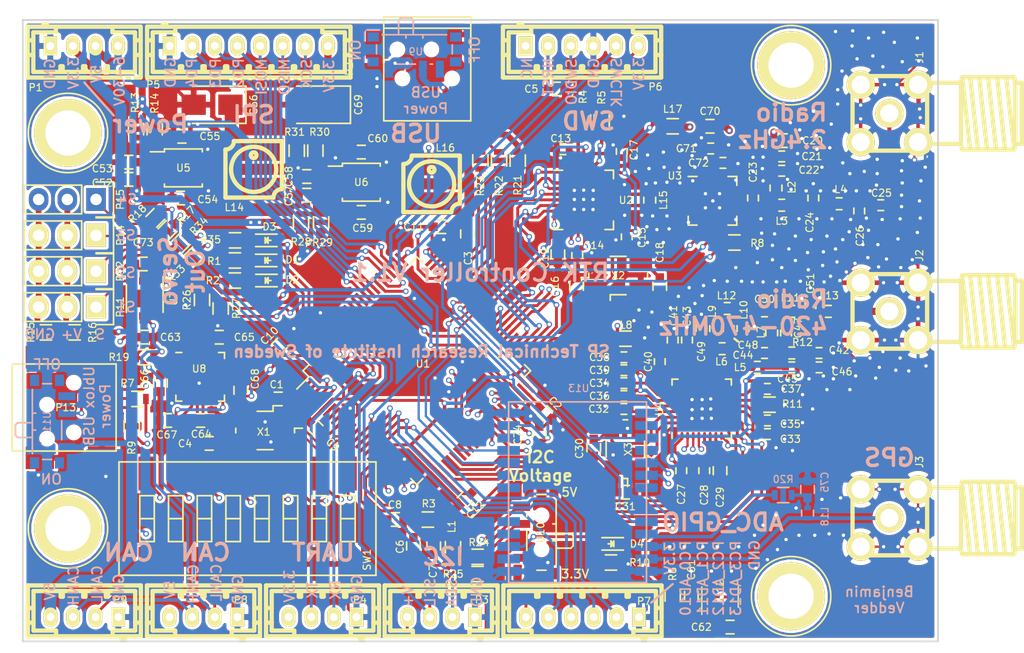
<source format=kicad_pcb>
(kicad_pcb (version 20160815) (host pcbnew no-vcs-found-7420~56~ubuntu14.04.1)
  (layers (0 F.Cu signal) (1 In1.Cu signal) (2 In2.Cu signal) (31 B.Cu signal) (34 B.Paste user) (35 F.Paste user) (36 B.SilkS user) (37 F.SilkS user) (38 B.Mask user) (39 F.Mask user) (44 Edge.Cuts user))
  (net 0 "")
  (net 1 "Net-(C1-Pad1)")
  (net 2 GND)
  (net 3 "Net-(C2-Pad2)")
  (net 4 "Net-(C3-Pad2)")
  (net 5 "Net-(C4-Pad1)")
  (net 6 /MCU/NRST)
  (net 7 "Net-(C6-Pad1)")
  (net 8 "Net-(C7-Pad2)")
  (net 9 VCC)
  (net 10 "Net-(C13-Pad2)")
  (net 11 "Net-(C16-Pad1)")
  (net 12 "Net-(C18-Pad1)")
  (net 13 "Net-(C23-Pad2)")
  (net 14 "Net-(C24-Pad2)")
  (net 15 "Net-(C25-Pad1)")
  (net 16 "Net-(C25-Pad2)")
  (net 17 /CC1120/V_REG)
  (net 18 "Net-(C29-Pad2)")
  (net 19 "Net-(C30-Pad2)")
  (net 20 "Net-(C31-Pad2)")
  (net 21 "Net-(C32-Pad2)")
  (net 22 "Net-(C34-Pad2)")
  (net 23 "Net-(C40-Pad1)")
  (net 24 "Net-(C40-Pad2)")
  (net 25 "Net-(C43-Pad1)")
  (net 26 "Net-(C44-Pad1)")
  (net 27 "Net-(C44-Pad2)")
  (net 28 "Net-(C45-Pad1)")
  (net 29 "Net-(C47-Pad1)")
  (net 30 "Net-(C48-Pad1)")
  (net 31 "Net-(C48-Pad2)")
  (net 32 "Net-(C49-Pad2)")
  (net 33 "Net-(C50-Pad1)")
  (net 34 "Net-(C51-Pad1)")
  (net 35 +BATT)
  (net 36 "Net-(C53-Pad1)")
  (net 37 "Net-(C54-Pad1)")
  (net 38 "Net-(C54-Pad2)")
  (net 39 +5V)
  (net 40 "Net-(C57-Pad1)")
  (net 41 "Net-(C58-Pad1)")
  (net 42 "Net-(C59-Pad1)")
  (net 43 "Net-(C59-Pad2)")
  (net 44 "Net-(C64-Pad1)")
  (net 45 "Net-(C65-Pad1)")
  (net 46 /MCU/PE0)
  (net 47 "Net-(D1-Pad1)")
  (net 48 /MCU/PE1)
  (net 49 "Net-(D2-Pad1)")
  (net 50 "Net-(J2-Pad1)")
  (net 51 "Net-(L15-Pad1)")
  (net 52 "Net-(L15-Pad2)")
  (net 53 "Net-(P2-Pad1)")
  (net 54 "Net-(P2-Pad2)")
  (net 55 "Net-(P2-Pad3)")
  (net 56 /MCU/PB8_SCL1)
  (net 57 /MCU/PB9_SDA1)
  (net 58 /MCU/PB6_TX1)
  (net 59 /MCU/PB7_RX1)
  (net 60 /MCU/PC10_SCK3)
  (net 61 /MCU/PC11_MISO3)
  (net 62 /MCU/PC12_MOSI3)
  (net 63 /MCU/PD3)
  (net 64 /MCU/PD4)
  (net 65 /MCU/PD2)
  (net 66 /MCU/SWDIO)
  (net 67 /MCU/SWCLK)
  (net 68 /MCU/PC2_ADC123_IN12)
  (net 69 /MCU/PC3_ADC123_IN13)
  (net 70 /MCU/PC1_ADC123_IN11)
  (net 71 /MCU/PC0_ADC123_IN10)
  (net 72 /CAN/CANH)
  (net 73 /CAN/CANL)
  (net 74 /SERVO_IO/OUT_1)
  (net 75 /SERVO_IO/OUT_2)
  (net 76 "Net-(P14-Pad1)")
  (net 77 "Net-(R4-Pad2)")
  (net 78 "Net-(R5-Pad1)")
  (net 79 /CC2520/PA_EN)
  (net 80 "Net-(R8-Pad1)")
  (net 81 /CC2520/LNA_EN)
  (net 82 /CC2520/CC_GPIO3)
  (net 83 /CC2520/HGM)
  (net 84 "Net-(R11-Pad1)")
  (net 85 "Net-(R13-Pad1)")
  (net 86 /MCU/USB_VP)
  (net 87 /MCU/USB_DM)
  (net 88 /MCU/USB_DP)
  (net 89 /MCU/PB11_SDA2)
  (net 90 /MCU/PB10_SCL2)
  (net 91 "Net-(R30-Pad1)")
  (net 92 /MCU/PE8)
  (net 93 /MCU/PE9)
  (net 94 /MCU/PE10)
  (net 95 /MCU/PE11)
  (net 96 /MCU/PE12)
  (net 97 /MCU/PE13)
  (net 98 /MCU/PE14)
  (net 99 /MCU/PE15)
  (net 100 /MCU/PA0)
  (net 101 /CC1120/GPIO3)
  (net 102 /CC1120/GPIO2)
  (net 103 /CC1120/GPIO0)
  (net 104 /CC1120/CS_N)
  (net 105 /MCU/PA5_SCK1)
  (net 106 /MCU/PA6_MISO1)
  (net 107 /MCU/PA7_MOSI1)
  (net 108 /CC2520/CC_CS_N)
  (net 109 /CC2520/CC_SCLK)
  (net 110 /CC2520/CC_SO)
  (net 111 /CC2520/CC_SI)
  (net 112 /CC2520/CC_RESET)
  (net 113 /CC2520/CC_GPIO2)
  (net 114 /CC2520/CC_GPIO1)
  (net 115 /CC2520/CC_GPIO0)
  (net 116 /CAN/CAN_RX)
  (net 117 /CAN/CAN_TX)
  (net 118 "Net-(P11-Pad1)")
  (net 119 "Net-(P12-Pad1)")
  (net 120 /CC2520/VDD_CC2592)
  (net 121 "Net-(D3-Pad1)")
  (net 122 /ublox/VDD_USB)
  (net 123 "Net-(C62-Pad1)")
  (net 124 "Net-(C75-Pad1)")
  (net 125 /ublox/RTK_STAT)
  (net 126 "Net-(D4-Pad1)")
  (net 127 "Net-(J3-Pad1)")
  (net 128 "Net-(P3-Pad4)")
  (net 129 "Net-(P11-Pad2)")
  (net 130 "Net-(P11-Pad3)")
  (net 131 "Net-(P13-Pad3)")
  (net 132 "Net-(P13-Pad2)")
  (net 133 "Net-(P15-Pad1)")
  (net 134 /ublox/USB_DM)
  (net 135 /ublox/USB_DP)
  (net 136 /SERVO_IO/OUT_3)
  (net 137 /SERVO_IO/OUT_4)
  (net 138 "Net-(R20-Pad2)")
  (net 139 /MCU/PC6_TX6)
  (net 140 /MCU/PC7_RX6)
  (net 141 /MCU/PC8)
  (net 142 /MCU/PC9)
  (module crf1:1pin_4mm (layer F.Cu) (at 170.5 76)
    (fp_text reference 1PIN hide)
    (fp_text value P*** hide)
    (pad 1 thru_hole circle (at 0 0) (size 6 6) (drill 4) (layers *.Cu *.Mask F.SilkS))
  )
  (module crf1:1pin_4mm (layer F.Cu) (at 106.5 82)
    (fp_text reference 1PIN hide)
    (fp_text value P*** hide)
    (pad 1 thru_hole circle (at 0 0) (size 6 6) (drill 4) (layers *.Cu *.Mask F.SilkS))
  )
  (module crf1:1pin_4mm (layer F.Cu) (at 106.5 117)
    (fp_text reference 1PIN hide)
    (fp_text value P*** hide)
    (pad 1 thru_hole circle (at 0 0) (size 6 6) (drill 4) (layers *.Cu *.Mask F.SilkS))
  )
  (module crf1:1pin_4mm (layer F.Cu) (at 170.5 123)
    (fp_text reference 1PIN hide)
    (fp_text value P*** hide)
    (pad 1 thru_hole circle (at 0 0) (size 6 6) (drill 4) (layers *.Cu *.Mask F.SilkS))
  )
  (module Housings_DFN_QFN:QFN-32-1EP_5x5mm_Pitch0.5mm (layer F.Cu) (at 162.588 106.413 90)
    (fp_text reference U4 (at 0 -3.75 90) (layer F.SilkS) (effects (font (size 0.635 0.635) (thickness 0.1016))))
    (fp_text value CC1120)
    (pad 1 smd oval (at -2.4 -1.75 90) (size 0.7 0.25) (layers F.Cu F.Paste F.Mask) (net 17 /CC1120/V_REG))
    (pad 2 smd oval (at -2.4 -1.25 90) (size 0.7 0.25) (layers F.Cu F.Paste F.Mask) (net 100 /MCU/PA0))
    (pad 3 smd oval (at -2.4 -0.75 90) (size 0.7 0.25) (layers F.Cu F.Paste F.Mask) (net 101 /CC1120/GPIO3))
    (pad 4 smd oval (at -2.4 -0.25 90) (size 0.7 0.25) (layers F.Cu F.Paste F.Mask) (net 102 /CC1120/GPIO2))
    (pad 5 smd oval (at -2.4 0.25 90) (size 0.7 0.25) (layers F.Cu F.Paste F.Mask) (net 17 /CC1120/V_REG))
    (pad 6 smd oval (at -2.4 0.75 90) (size 0.7 0.25) (layers F.Cu F.Paste F.Mask) (net 18 "Net-(C29-Pad2)"))
    (pad 7 smd oval (at -2.4 1.25 90) (size 0.7 0.25) (layers F.Cu F.Paste F.Mask) (net 107 /MCU/PA7_MOSI1))
    (pad 8 smd oval (at -2.4 1.75 90) (size 0.7 0.25) (layers F.Cu F.Paste F.Mask) (net 105 /MCU/PA5_SCK1))
    (pad 9 smd oval (at -1.75 2.4 180) (size 0.7 0.25) (layers F.Cu F.Paste F.Mask) (net 106 /MCU/PA6_MISO1))
    (pad 10 smd oval (at -1.25 2.4 180) (size 0.7 0.25) (layers F.Cu F.Paste F.Mask) (net 103 /CC1120/GPIO0))
    (pad 11 smd oval (at -0.75 2.4 180) (size 0.7 0.25) (layers F.Cu F.Paste F.Mask) (net 104 /CC1120/CS_N))
    (pad 12 smd oval (at -0.25 2.4 180) (size 0.7 0.25) (layers F.Cu F.Paste F.Mask) (net 17 /CC1120/V_REG))
    (pad 13 smd oval (at 0.25 2.4 180) (size 0.7 0.25) (layers F.Cu F.Paste F.Mask) (net 17 /CC1120/V_REG))
    (pad 14 smd oval (at 0.75 2.4 180) (size 0.7 0.25) (layers F.Cu F.Paste F.Mask) (net 84 "Net-(R11-Pad1)"))
    (pad 15 smd oval (at 1.25 2.4 180) (size 0.7 0.25) (layers F.Cu F.Paste F.Mask) (net 17 /CC1120/V_REG))
    (pad 16 smd oval (at 1.75 2.4 180) (size 0.7 0.25) (layers F.Cu F.Paste F.Mask))
    (pad 17 smd oval (at 2.4 1.75 90) (size 0.7 0.25) (layers F.Cu F.Paste F.Mask) (net 27 "Net-(C44-Pad2)"))
    (pad 18 smd oval (at 2.4 1.25 90) (size 0.7 0.25) (layers F.Cu F.Paste F.Mask) (net 33 "Net-(C50-Pad1)"))
    (pad 19 smd oval (at 2.4 0.75 90) (size 0.7 0.25) (layers F.Cu F.Paste F.Mask) (net 31 "Net-(C48-Pad2)"))
    (pad 20 smd oval (at 2.4 0.25 90) (size 0.7 0.25) (layers F.Cu F.Paste F.Mask) (net 32 "Net-(C49-Pad2)"))
    (pad 21 smd oval (at 2.4 -0.25 90) (size 0.7 0.25) (layers F.Cu F.Paste F.Mask) (net 25 "Net-(C43-Pad1)"))
    (pad 22 smd oval (at 2.4 -0.75 90) (size 0.7 0.25) (layers F.Cu F.Paste F.Mask) (net 17 /CC1120/V_REG))
    (pad 23 smd oval (at 2.4 -1.25 90) (size 0.7 0.25) (layers F.Cu F.Paste F.Mask) (net 24 "Net-(C40-Pad2)"))
    (pad 24 smd oval (at 2.4 -1.75 90) (size 0.7 0.25) (layers F.Cu F.Paste F.Mask) (net 23 "Net-(C40-Pad1)"))
    (pad 25 smd oval (at 1.75 -2.4 180) (size 0.7 0.25) (layers F.Cu F.Paste F.Mask) (net 17 /CC1120/V_REG))
    (pad 26 smd oval (at 1.25 -2.4 180) (size 0.7 0.25) (layers F.Cu F.Paste F.Mask) (net 22 "Net-(C34-Pad2)"))
    (pad 27 smd oval (at 0.75 -2.4 180) (size 0.7 0.25) (layers F.Cu F.Paste F.Mask) (net 17 /CC1120/V_REG))
    (pad 28 smd oval (at 0.25 -2.4 180) (size 0.7 0.25) (layers F.Cu F.Paste F.Mask) (net 17 /CC1120/V_REG))
    (pad 29 smd oval (at -0.25 -2.4 180) (size 0.7 0.25) (layers F.Cu F.Paste F.Mask) (net 21 "Net-(C32-Pad2)"))
    (pad 30 smd oval (at -0.75 -2.4 180) (size 0.7 0.25) (layers F.Cu F.Paste F.Mask) (net 19 "Net-(C30-Pad2)"))
    (pad 31 smd oval (at -1.25 -2.4 180) (size 0.7 0.25) (layers F.Cu F.Paste F.Mask) (net 20 "Net-(C31-Pad2)"))
    (pad 32 smd oval (at -1.75 -2.4 180) (size 0.7 0.25) (layers F.Cu F.Paste F.Mask) (net 2 GND))
    (pad 33 smd rect (at 0.8625 0.8625 90) (size 1.725 1.725) (layers F.Cu F.Paste F.Mask) (net 2 GND))
    (pad 33 smd rect (at 0.8625 -0.8625 90) (size 1.725 1.725) (layers F.Cu F.Paste F.Mask) (net 2 GND))
    (pad 33 smd rect (at -0.8625 0.8625 90) (size 1.725 1.725) (layers F.Cu F.Paste F.Mask) (net 2 GND))
    (pad 33 smd rect (at -0.8625 -0.8625 90) (size 1.725 1.725) (layers F.Cu F.Paste F.Mask) (net 2 GND))
  )
  (module Housings_DFN_QFN:QFN-24-1EP_4x4mm_Pitch0.5mm (layer F.Cu) (at 118.202 103.581)
    (fp_text reference U8 (at -0.092 -0.711) (layer F.SilkS) (effects (font (size 0.635 0.635) (thickness 0.1016))))
    (fp_text value MPU9150)
    (pad 1 smd oval (at -1.95 -1.25) (size 0.85 0.3) (layers F.Cu F.Paste F.Mask))
    (pad 2 smd oval (at -1.95 -0.75) (size 0.85 0.3) (layers F.Cu F.Paste F.Mask))
    (pad 3 smd oval (at -1.95 -0.25) (size 0.85 0.3) (layers F.Cu F.Paste F.Mask) (net 9 VCC))
    (pad 4 smd oval (at -1.95 0.25) (size 0.85 0.3) (layers F.Cu F.Paste F.Mask))
    (pad 5 smd oval (at -1.95 0.75) (size 0.85 0.3) (layers F.Cu F.Paste F.Mask))
    (pad 6 smd oval (at -1.95 1.25) (size 0.85 0.3) (layers F.Cu F.Paste F.Mask))
    (pad 7 smd oval (at -1.25 1.95 90) (size 0.85 0.3) (layers F.Cu F.Paste F.Mask))
    (pad 8 smd oval (at -0.75 1.95 90) (size 0.85 0.3) (layers F.Cu F.Paste F.Mask) (net 9 VCC))
    (pad 9 smd oval (at -0.25 1.95 90) (size 0.85 0.3) (layers F.Cu F.Paste F.Mask) (net 2 GND))
    (pad 10 smd oval (at 0.25 1.95 90) (size 0.85 0.3) (layers F.Cu F.Paste F.Mask) (net 44 "Net-(C64-Pad1)"))
    (pad 11 smd oval (at 0.75 1.95 90) (size 0.85 0.3) (layers F.Cu F.Paste F.Mask))
    (pad 12 smd oval (at 1.25 1.95 90) (size 0.85 0.3) (layers F.Cu F.Paste F.Mask))
    (pad 13 smd oval (at 1.95 1.25) (size 0.85 0.3) (layers F.Cu F.Paste F.Mask) (net 9 VCC))
    (pad 14 smd oval (at 1.95 0.75) (size 0.85 0.3) (layers F.Cu F.Paste F.Mask))
    (pad 15 smd oval (at 1.95 0.25) (size 0.85 0.3) (layers F.Cu F.Paste F.Mask) (net 2 GND))
    (pad 16 smd oval (at 1.95 -0.25) (size 0.85 0.3) (layers F.Cu F.Paste F.Mask))
    (pad 17 smd oval (at 1.95 -0.75) (size 0.85 0.3) (layers F.Cu F.Paste F.Mask) (net 2 GND))
    (pad 18 smd oval (at 1.95 -1.25) (size 0.85 0.3) (layers F.Cu F.Paste F.Mask) (net 2 GND))
    (pad 19 smd oval (at 1.25 -1.95 90) (size 0.85 0.3) (layers F.Cu F.Paste F.Mask))
    (pad 20 smd oval (at 0.75 -1.95 90) (size 0.85 0.3) (layers F.Cu F.Paste F.Mask) (net 45 "Net-(C65-Pad1)"))
    (pad 21 smd oval (at 0.25 -1.95 90) (size 0.85 0.3) (layers F.Cu F.Paste F.Mask))
    (pad 22 smd oval (at -0.25 -1.95 90) (size 0.85 0.3) (layers F.Cu F.Paste F.Mask))
    (pad 23 smd oval (at -0.75 -1.95 90) (size 0.85 0.3) (layers F.Cu F.Paste F.Mask) (net 90 /MCU/PB10_SCL2))
    (pad 24 smd oval (at -1.25 -1.95 90) (size 0.85 0.3) (layers F.Cu F.Paste F.Mask) (net 89 /MCU/PB11_SDA2))
  )
  (module Capacitors_SMD:C_0603 (layer F.Cu) (at 125.107 105.537 180)
    (fp_text reference C1 (at 0.139 1.27 180) (layer F.SilkS) (effects (font (size 0.635 0.635) (thickness 0.1016))))
    (fp_text value 15p)
    (pad 1 smd rect (at -0.75 0 180) (size 0.8 0.75) (layers F.Cu F.Paste F.Mask) (net 1 "Net-(C1-Pad1)"))
    (pad 2 smd rect (at 0.75 0 180) (size 0.8 0.75) (layers F.Cu F.Paste F.Mask) (net 2 GND))
  )
  (module Capacitors_SMD:C_0603 (layer F.Cu) (at 148.717 106.807 135)
    (fp_text reference C2 (at 0 1.257236 135) (layer F.SilkS) (effects (font (size 0.635 0.635) (thickness 0.1016))))
    (fp_text value 2.2u)
    (pad 1 smd rect (at -0.75 0 135) (size 0.8 0.75) (layers F.Cu F.Paste F.Mask) (net 2 GND))
    (pad 2 smd rect (at 0.75 0 135) (size 0.8 0.75) (layers F.Cu F.Paste F.Mask) (net 3 "Net-(C2-Pad2)"))
  )
  (module Capacitors_SMD:C_0603 (layer F.Cu) (at 141.859 90.932 270)
    (fp_text reference C3 (at 2.159 -0.0635 270) (layer F.SilkS) (effects (font (size 0.635 0.635) (thickness 0.1016))))
    (fp_text value 2.2u)
    (pad 1 smd rect (at -0.75 0 270) (size 0.8 0.75) (layers F.Cu F.Paste F.Mask) (net 2 GND))
    (pad 2 smd rect (at 0.75 0 270) (size 0.8 0.75) (layers F.Cu F.Paste F.Mask) (net 4 "Net-(C3-Pad2)"))
  )
  (module Capacitors_SMD:C_0603 (layer F.Cu) (at 118.999 109.474 180)
    (fp_text reference C4 (at 2.139472 -0.01579 180) (layer F.SilkS) (effects (font (size 0.635 0.635) (thickness 0.1016))))
    (fp_text value 15p)
    (pad 1 smd rect (at -0.75 0 180) (size 0.8 0.75) (layers F.Cu F.Paste F.Mask) (net 5 "Net-(C4-Pad1)"))
    (pad 2 smd rect (at 0.75 0 180) (size 0.8 0.75) (layers F.Cu F.Paste F.Mask) (net 2 GND))
  )
  (module Capacitors_SMD:C_0603 (layer F.Cu) (at 149.721 78.105 180)
    (fp_text reference C5 (at 2.2105 0 180) (layer F.SilkS) (effects (font (size 0.635 0.635) (thickness 0.1016))))
    (fp_text value 100n)
    (pad 1 smd rect (at -0.75 0 180) (size 0.8 0.75) (layers F.Cu F.Paste F.Mask) (net 2 GND))
    (pad 2 smd rect (at 0.75 0 180) (size 0.8 0.75) (layers F.Cu F.Paste F.Mask) (net 6 /MCU/NRST))
  )
  (module Capacitors_SMD:C_0603 (layer F.Cu) (at 137.072715 118.550274 270)
    (fp_text reference C6 (at 0.067726 1.182715 270) (layer F.SilkS) (effects (font (size 0.635 0.635) (thickness 0.1016))))
    (fp_text value 2.2u)
    (pad 1 smd rect (at -0.75 0 270) (size 0.8 0.75) (layers F.Cu F.Paste F.Mask) (net 7 "Net-(C6-Pad1)"))
    (pad 2 smd rect (at 0.75 0 270) (size 0.8 0.75) (layers F.Cu F.Paste F.Mask) (net 2 GND))
  )
  (module Capacitors_SMD:C_0603 (layer F.Cu) (at 138.868767 118.550274 90)
    (fp_text reference C7 (at -2.226726 -0.057767 90) (layer F.SilkS) (effects (font (size 0.635 0.635) (thickness 0.1016))))
    (fp_text value 2.2u)
    (pad 1 smd rect (at -0.75 0 90) (size 0.8 0.75) (layers F.Cu F.Paste F.Mask) (net 2 GND))
    (pad 2 smd rect (at 0.75 0 90) (size 0.8 0.75) (layers F.Cu F.Paste F.Mask) (net 8 "Net-(C7-Pad2)"))
  )
  (module Capacitors_SMD:C_0603 (layer F.Cu) (at 135.478059 116.205 180)
    (fp_text reference C8 (at 0.044901 1.302137 180) (layer F.SilkS) (effects (font (size 0.635 0.635) (thickness 0.1016))))
    (fp_text value 2.2u)
    (pad 1 smd rect (at -0.75 0 180) (size 0.8 0.75) (layers F.Cu F.Paste F.Mask) (net 2 GND))
    (pad 2 smd rect (at 0.75 0 180) (size 0.8 0.75) (layers F.Cu F.Paste F.Mask) (net 9 VCC))
  )
  (module Capacitors_SMD:C_0603 (layer F.Cu) (at 128.397 108.077 135)
    (fp_text reference C9 (at -2.155261 0 135) (layer F.SilkS) (effects (font (size 0.635 0.635) (thickness 0.1016))))
    (fp_text value 2.2u)
    (pad 1 smd rect (at -0.75 0 135) (size 0.8 0.75) (layers F.Cu F.Paste F.Mask) (net 2 GND))
    (pad 2 smd rect (at 0.75 0 135) (size 0.8 0.75) (layers F.Cu F.Paste F.Mask) (net 9 VCC))
  )
  (module Capacitors_SMD:C_0603 (layer F.Cu) (at 125.222 100.838 225)
    (fp_text reference C10 (at 0 1.257236 225) (layer F.SilkS) (effects (font (size 0.635 0.635) (thickness 0.1016))))
    (fp_text value 2.2u)
    (pad 1 smd rect (at -0.75 0 225) (size 0.8 0.75) (layers F.Cu F.Paste F.Mask) (net 2 GND))
    (pad 2 smd rect (at 0.75 0 225) (size 0.8 0.75) (layers F.Cu F.Paste F.Mask) (net 9 VCC))
  )
  (module Capacitors_SMD:C_0603 (layer F.Cu) (at 139.573 90.297 180)
    (fp_text reference C11 (at 2.4765 0 180) (layer F.SilkS) (effects (font (size 0.635 0.635) (thickness 0.1016))))
    (fp_text value 2.2u)
    (pad 1 smd rect (at -0.75 0 180) (size 0.8 0.75) (layers F.Cu F.Paste F.Mask) (net 2 GND))
    (pad 2 smd rect (at 0.75 0 180) (size 0.8 0.75) (layers F.Cu F.Paste F.Mask) (net 9 VCC))
  )
  (module Capacitors_SMD:C_0603 (layer F.Cu) (at 141.62733 114.44933 45)
    (fp_text reference C12 (at 0 1.315459 45) (layer F.SilkS) (effects (font (size 0.635 0.635) (thickness 0.1016))))
    (fp_text value 2.2u)
    (pad 1 smd rect (at -0.75 0 45) (size 0.8 0.75) (layers F.Cu F.Paste F.Mask) (net 2 GND))
    (pad 2 smd rect (at 0.75 0 45) (size 0.8 0.75) (layers F.Cu F.Paste F.Mask) (net 9 VCC))
  )
  (module Capacitors_SMD:C_0402 (layer F.Cu) (at 150.3045 83.439)
    (fp_text reference C13 (at -0.1905 -0.9525) (layer F.SilkS) (effects (font (size 0.635 0.635) (thickness 0.1016))))
    (fp_text value 100n)
    (pad 1 smd rect (at -0.55 0) (size 0.6 0.5) (layers F.Cu F.Paste F.Mask) (net 2 GND))
    (pad 2 smd rect (at 0.55 0) (size 0.6 0.5) (layers F.Cu F.Paste F.Mask) (net 10 "Net-(C13-Pad2)"))
  )
  (module Capacitors_SMD:C_0402 (layer F.Cu) (at 151.5745 92.837 90)
    (fp_text reference C14 (at 0.889 1.4605 180) (layer F.SilkS) (effects (font (size 0.635 0.635) (thickness 0.1016))))
    (fp_text value 100n)
    (pad 1 smd rect (at -0.55 0 90) (size 0.6 0.5) (layers F.Cu F.Paste F.Mask) (net 2 GND))
    (pad 2 smd rect (at 0.55 0 90) (size 0.6 0.5) (layers F.Cu F.Paste F.Mask) (net 9 VCC))
  )
  (module Capacitors_SMD:C_0402 (layer F.Cu) (at 155.956 91.186 90)
    (fp_text reference C15 (at -0.0635 1.3335 90) (layer F.SilkS) (effects (font (size 0.635 0.635) (thickness 0.1016))))
    (fp_text value 100n)
    (pad 1 smd rect (at -0.55 0 90) (size 0.6 0.5) (layers F.Cu F.Paste F.Mask) (net 2 GND))
    (pad 2 smd rect (at 0.55 0 90) (size 0.6 0.5) (layers F.Cu F.Paste F.Mask) (net 9 VCC))
  )
  (module Capacitors_SMD:C_0603 (layer F.Cu) (at 151.511 95.5675 90)
    (fp_text reference C16 (at 0 -1.9 90) (layer F.SilkS) (effects (font (size 0.635 0.635) (thickness 0.1016))))
    (fp_text value 15p)
    (pad 1 smd rect (at -0.75 0 90) (size 0.8 0.75) (layers F.Cu F.Paste F.Mask) (net 11 "Net-(C16-Pad1)"))
    (pad 2 smd rect (at 0.75 0 90) (size 0.8 0.75) (layers F.Cu F.Paste F.Mask) (net 2 GND))
  )
  (module Capacitors_SMD:C_0402 (layer F.Cu) (at 155.5115 83.6295 270)
    (fp_text reference C17 (at -0.127 -1.0795 270) (layer F.SilkS) (effects (font (size 0.635 0.635) (thickness 0.1016))))
    (fp_text value 100n)
    (pad 1 smd rect (at -0.55 0 270) (size 0.6 0.5) (layers F.Cu F.Paste F.Mask) (net 2 GND))
    (pad 2 smd rect (at 0.55 0 270) (size 0.6 0.5) (layers F.Cu F.Paste F.Mask) (net 9 VCC))
  )
  (module Capacitors_SMD:C_0603 (layer F.Cu) (at 158.877 95.5675 270)
    (fp_text reference C18 (at -2.9845 0 270) (layer F.SilkS) (effects (font (size 0.635 0.635) (thickness 0.1016))))
    (fp_text value 15p)
    (pad 1 smd rect (at -0.75 0 270) (size 0.8 0.75) (layers F.Cu F.Paste F.Mask) (net 12 "Net-(C18-Pad1)"))
    (pad 2 smd rect (at 0.75 0 270) (size 0.8 0.75) (layers F.Cu F.Paste F.Mask) (net 2 GND))
  )
  (module Capacitors_SMD:C_0603 (layer F.Cu) (at 149.86 92.71 90)
    (fp_text reference C19 (at -0.381 -1.143 90) (layer F.SilkS) (effects (font (size 0.635 0.635) (thickness 0.1016))))
    (fp_text value 2.2u)
    (pad 1 smd rect (at -0.75 0 90) (size 0.8 0.75) (layers F.Cu F.Paste F.Mask) (net 2 GND))
    (pad 2 smd rect (at 0.75 0 90) (size 0.8 0.75) (layers F.Cu F.Paste F.Mask) (net 9 VCC))
  )
  (module Capacitors_SMD:C_0603 (layer F.Cu) (at 169.799 82.677 180)
    (fp_text reference C20 (at -2.6035 0 180) (layer F.SilkS) (effects (font (size 0.635 0.635) (thickness 0.1016))))
    (fp_text value 2.2u)
    (pad 1 smd rect (at -0.75 0 180) (size 0.8 0.75) (layers F.Cu F.Paste F.Mask) (net 2 GND))
    (pad 2 smd rect (at 0.75 0 180) (size 0.8 0.75) (layers F.Cu F.Paste F.Mask) (net 120 /CC2520/VDD_CC2592))
  )
  (module Capacitors_SMD:C_0402 (layer F.Cu) (at 169.672 84.074 180)
    (fp_text reference C21 (at -2.667 0 180) (layer F.SilkS) (effects (font (size 0.635 0.635) (thickness 0.1016))))
    (fp_text value 1n)
    (pad 1 smd rect (at -0.55 0 180) (size 0.6 0.5) (layers F.Cu F.Paste F.Mask) (net 2 GND))
    (pad 2 smd rect (at 0.55 0 180) (size 0.6 0.5) (layers F.Cu F.Paste F.Mask) (net 120 /CC2520/VDD_CC2592))
  )
  (module Capacitors_SMD:C_0402 (layer F.Cu) (at 169.672 85.344 180)
    (fp_text reference C22 (at -2.413 0.0635 180) (layer F.SilkS) (effects (font (size 0.635 0.635) (thickness 0.1016))))
    (fp_text value 12p)
    (pad 1 smd rect (at -0.55 0 180) (size 0.6 0.5) (layers F.Cu F.Paste F.Mask) (net 2 GND))
    (pad 2 smd rect (at 0.55 0 180) (size 0.6 0.5) (layers F.Cu F.Paste F.Mask) (net 120 /CC2520/VDD_CC2592))
  )
  (module Capacitors_SMD:C_0402 (layer F.Cu) (at 167.132 87.757 270)
    (fp_text reference C23 (at -2.286 0 270) (layer F.SilkS) (effects (font (size 0.635 0.635) (thickness 0.1016))))
    (fp_text value 2.2p)
    (pad 1 smd rect (at -0.55 0 270) (size 0.6 0.5) (layers F.Cu F.Paste F.Mask) (net 2 GND))
    (pad 2 smd rect (at 0.55 0 270) (size 0.6 0.5) (layers F.Cu F.Paste F.Mask) (net 13 "Net-(C23-Pad2)"))
  )
  (module Capacitors_SMD:C_0402 (layer F.Cu) (at 172.466 87.757 270)
    (fp_text reference C24 (at 2.159 0.3175 270) (layer F.SilkS) (effects (font (size 0.635 0.635) (thickness 0.1016))))
    (fp_text value 2.2p)
    (pad 1 smd rect (at -0.55 0 270) (size 0.6 0.5) (layers F.Cu F.Paste F.Mask) (net 2 GND))
    (pad 2 smd rect (at 0.55 0 270) (size 0.6 0.5) (layers F.Cu F.Paste F.Mask) (net 14 "Net-(C24-Pad2)"))
  )
  (module Capacitors_SMD:C_0402 (layer F.Cu) (at 178.435 88.392)
    (fp_text reference C25 (at 0.0635 -1.0795) (layer F.SilkS) (effects (font (size 0.635 0.635) (thickness 0.1016))))
    (fp_text value 18p)
    (pad 1 smd rect (at -0.55 0) (size 0.6 0.5) (layers F.Cu F.Paste F.Mask) (net 15 "Net-(C25-Pad1)"))
    (pad 2 smd rect (at 0.55 0) (size 0.6 0.5) (layers F.Cu F.Paste F.Mask) (net 16 "Net-(C25-Pad2)"))
  )
  (module Capacitors_SMD:C_0402 (layer F.Cu) (at 176.53 88.9 90)
    (fp_text reference C26 (at -2.2225 0.0635 90) (layer F.SilkS) (effects (font (size 0.635 0.635) (thickness 0.1016))))
    (fp_text value 0.2p)
    (pad 1 smd rect (at -0.55 0 90) (size 0.6 0.5) (layers F.Cu F.Paste F.Mask) (net 2 GND))
    (pad 2 smd rect (at 0.55 0 90) (size 0.6 0.5) (layers F.Cu F.Paste F.Mask) (net 15 "Net-(C25-Pad1)"))
  )
  (module Capacitors_SMD:C_0402 (layer F.Cu) (at 160.782 111.887 270)
    (fp_text reference C27 (at 2.0955 0 270) (layer F.SilkS) (effects (font (size 0.635 0.635) (thickness 0.1016))))
    (fp_text value 100n)
    (pad 1 smd rect (at -0.55 0 270) (size 0.6 0.5) (layers F.Cu F.Paste F.Mask) (net 17 /CC1120/V_REG))
    (pad 2 smd rect (at 0.55 0 270) (size 0.6 0.5) (layers F.Cu F.Paste F.Mask) (net 2 GND))
  )
  (module Capacitors_SMD:C_0402 (layer F.Cu) (at 162.814 111.887 270)
    (fp_text reference C28 (at 2.159 0 270) (layer F.SilkS) (effects (font (size 0.635 0.635) (thickness 0.1016))))
    (fp_text value 100n)
    (pad 1 smd rect (at -0.55 0 270) (size 0.6 0.5) (layers F.Cu F.Paste F.Mask) (net 17 /CC1120/V_REG))
    (pad 2 smd rect (at 0.55 0 270) (size 0.6 0.5) (layers F.Cu F.Paste F.Mask) (net 2 GND))
  )
  (module Capacitors_SMD:C_0603 (layer F.Cu) (at 164.211 111.887 90)
    (fp_text reference C29 (at -2.3495 0 90) (layer F.SilkS) (effects (font (size 0.635 0.635) (thickness 0.1016))))
    (fp_text value 2.2u)
    (pad 1 smd rect (at -0.75 0 90) (size 0.8 0.75) (layers F.Cu F.Paste F.Mask) (net 2 GND))
    (pad 2 smd rect (at 0.75 0 90) (size 0.8 0.75) (layers F.Cu F.Paste F.Mask) (net 18 "Net-(C29-Pad2)"))
  )
  (module Capacitors_SMD:C_0603 (layer F.Cu) (at 153.035 109.855 90)
    (fp_text reference C30 (at -0.0635 -1.27 90) (layer F.SilkS) (effects (font (size 0.635 0.635) (thickness 0.1016))))
    (fp_text value 15p)
    (pad 1 smd rect (at -0.75 0 90) (size 0.8 0.75) (layers F.Cu F.Paste F.Mask) (net 2 GND))
    (pad 2 smd rect (at 0.75 0 90) (size 0.8 0.75) (layers F.Cu F.Paste F.Mask) (net 19 "Net-(C30-Pad2)"))
  )
  (module Capacitors_SMD:C_0603 (layer F.Cu) (at 155.829 113.792)
    (fp_text reference C31 (at 0 1.27) (layer F.SilkS) (effects (font (size 0.635 0.635) (thickness 0.1016))))
    (fp_text value 15p)
    (pad 1 smd rect (at -0.75 0) (size 0.8 0.75) (layers F.Cu F.Paste F.Mask) (net 2 GND))
    (pad 2 smd rect (at 0.75 0) (size 0.8 0.75) (layers F.Cu F.Paste F.Mask) (net 20 "Net-(C31-Pad2)"))
  )
  (module Capacitors_SMD:C_0402 (layer F.Cu) (at 155.702 106.426)
    (fp_text reference C32 (at -2.2225 0) (layer F.SilkS) (effects (font (size 0.635 0.635) (thickness 0.1016))))
    (fp_text value 100n)
    (pad 1 smd rect (at -0.55 0) (size 0.6 0.5) (layers F.Cu F.Paste F.Mask) (net 2 GND))
    (pad 2 smd rect (at 0.55 0) (size 0.6 0.5) (layers F.Cu F.Paste F.Mask) (net 21 "Net-(C32-Pad2)"))
  )
  (module Capacitors_SMD:C_0402 (layer F.Cu) (at 168.402 108.6485)
    (fp_text reference C33 (at 2.032 0.4445) (layer F.SilkS) (effects (font (size 0.635 0.635) (thickness 0.1016))))
    (fp_text value 100n)
    (pad 1 smd rect (at -0.55 0) (size 0.6 0.5) (layers F.Cu F.Paste F.Mask) (net 17 /CC1120/V_REG))
    (pad 2 smd rect (at 0.55 0) (size 0.6 0.5) (layers F.Cu F.Paste F.Mask) (net 2 GND))
  )
  (module Capacitors_SMD:C_0402 (layer F.Cu) (at 155.702 104.14)
    (fp_text reference C34 (at -2.159 0) (layer F.SilkS) (effects (font (size 0.635 0.635) (thickness 0.1016))))
    (fp_text value 100n)
    (pad 1 smd rect (at -0.55 0) (size 0.6 0.5) (layers F.Cu F.Paste F.Mask) (net 2 GND))
    (pad 2 smd rect (at 0.55 0) (size 0.6 0.5) (layers F.Cu F.Paste F.Mask) (net 22 "Net-(C34-Pad2)"))
  )
  (module Capacitors_SMD:C_0402 (layer F.Cu) (at 168.402 107.442)
    (fp_text reference C35 (at 2.032 0.3175) (layer F.SilkS) (effects (font (size 0.635 0.635) (thickness 0.1016))))
    (fp_text value 100n)
    (pad 1 smd rect (at -0.55 0) (size 0.6 0.5) (layers F.Cu F.Paste F.Mask) (net 17 /CC1120/V_REG))
    (pad 2 smd rect (at 0.55 0) (size 0.6 0.5) (layers F.Cu F.Paste F.Mask) (net 2 GND))
  )
  (module Capacitors_SMD:C_0402 (layer F.Cu) (at 155.702 105.283 180)
    (fp_text reference C36 (at 2.159 0 180) (layer F.SilkS) (effects (font (size 0.635 0.635) (thickness 0.1016))))
    (fp_text value 100n)
    (pad 1 smd rect (at -0.55 0 180) (size 0.6 0.5) (layers F.Cu F.Paste F.Mask) (net 17 /CC1120/V_REG))
    (pad 2 smd rect (at 0.55 0 180) (size 0.6 0.5) (layers F.Cu F.Paste F.Mask) (net 2 GND))
  )
  (module Capacitors_SMD:C_0402 (layer F.Cu) (at 168.402 104.648)
    (fp_text reference C37 (at 2.0955 0) (layer F.SilkS) (effects (font (size 0.635 0.635) (thickness 0.1016))))
    (fp_text value 100n)
    (pad 1 smd rect (at -0.55 0) (size 0.6 0.5) (layers F.Cu F.Paste F.Mask) (net 17 /CC1120/V_REG))
    (pad 2 smd rect (at 0.55 0) (size 0.6 0.5) (layers F.Cu F.Paste F.Mask) (net 2 GND))
  )
  (module Capacitors_SMD:C_0402 (layer F.Cu) (at 155.702 101.854 180)
    (fp_text reference C38 (at 2.159 0 180) (layer F.SilkS) (effects (font (size 0.635 0.635) (thickness 0.1016))))
    (fp_text value 100n)
    (pad 1 smd rect (at -0.55 0 180) (size 0.6 0.5) (layers F.Cu F.Paste F.Mask) (net 17 /CC1120/V_REG))
    (pad 2 smd rect (at 0.55 0 180) (size 0.6 0.5) (layers F.Cu F.Paste F.Mask) (net 2 GND))
  )
  (module Capacitors_SMD:C_0402 (layer F.Cu) (at 155.702 102.997 180)
    (fp_text reference C39 (at 2.159 0 180) (layer F.SilkS) (effects (font (size 0.635 0.635) (thickness 0.1016))))
    (fp_text value 100n)
    (pad 1 smd rect (at -0.55 0 180) (size 0.6 0.5) (layers F.Cu F.Paste F.Mask) (net 17 /CC1120/V_REG))
    (pad 2 smd rect (at 0.55 0 180) (size 0.6 0.5) (layers F.Cu F.Paste F.Mask) (net 2 GND))
  )
  (module Capacitors_SMD:C_0402 (layer F.Cu) (at 158.877 102.235 90)
    (fp_text reference C40 (at 0 -1.016 90) (layer F.SilkS) (effects (font (size 0.635 0.635) (thickness 0.1016))))
    (fp_text value 1.8n)
    (pad 1 smd rect (at -0.55 0 90) (size 0.6 0.5) (layers F.Cu F.Paste F.Mask) (net 23 "Net-(C40-Pad1)"))
    (pad 2 smd rect (at 0.55 0 90) (size 0.6 0.5) (layers F.Cu F.Paste F.Mask) (net 24 "Net-(C40-Pad2)"))
  )
  (module Capacitors_SMD:C_0402 (layer F.Cu) (at 160.02 100.33 90)
    (fp_text reference C41 (at 2.159 0.0635 90) (layer F.SilkS) (effects (font (size 0.635 0.635) (thickness 0.1016))))
    (fp_text value 100n)
    (pad 1 smd rect (at -0.55 0 90) (size 0.6 0.5) (layers F.Cu F.Paste F.Mask) (net 17 /CC1120/V_REG))
    (pad 2 smd rect (at 0.55 0 90) (size 0.6 0.5) (layers F.Cu F.Paste F.Mask) (net 2 GND))
  )
  (module Capacitors_SMD:C_0402 (layer F.Cu) (at 172.974 101.473)
    (fp_text reference C42 (at 1.778 -0.254) (layer F.SilkS) (effects (font (size 0.635 0.635) (thickness 0.1016))))
    (fp_text value 100n)
    (pad 1 smd rect (at -0.55 0) (size 0.6 0.5) (layers F.Cu F.Paste F.Mask) (net 17 /CC1120/V_REG))
    (pad 2 smd rect (at 0.55 0) (size 0.6 0.5) (layers F.Cu F.Paste F.Mask) (net 2 GND))
  )
  (module Capacitors_SMD:C_0402 (layer F.Cu) (at 161.29 100.33 90)
    (fp_text reference C43 (at 2.0955 0 90) (layer F.SilkS) (effects (font (size 0.635 0.635) (thickness 0.1016))))
    (fp_text value 100n)
    (pad 1 smd rect (at -0.55 0 90) (size 0.6 0.5) (layers F.Cu F.Paste F.Mask) (net 25 "Net-(C43-Pad1)"))
    (pad 2 smd rect (at 0.55 0 90) (size 0.6 0.5) (layers F.Cu F.Paste F.Mask) (net 2 GND))
  )
  (module Capacitors_SMD:C_0402 (layer F.Cu) (at 168.148 101.473 180)
    (fp_text reference C44 (at 1.905 -0.1905 180) (layer F.SilkS) (effects (font (size 0.635 0.635) (thickness 0.1016))))
    (fp_text value 39p)
    (pad 1 smd rect (at -0.55 0 180) (size 0.6 0.5) (layers F.Cu F.Paste F.Mask) (net 26 "Net-(C44-Pad1)"))
    (pad 2 smd rect (at 0.55 0 180) (size 0.6 0.5) (layers F.Cu F.Paste F.Mask) (net 27 "Net-(C44-Pad2)"))
  )
  (module Capacitors_SMD:C_0402 (layer F.Cu) (at 170.561 102.743)
    (fp_text reference C45 (at -0.381 1.016) (layer F.SilkS) (effects (font (size 0.635 0.635) (thickness 0.1016))))
    (fp_text value 56p)
    (pad 1 smd rect (at -0.55 0) (size 0.6 0.5) (layers F.Cu F.Paste F.Mask) (net 28 "Net-(C45-Pad1)"))
    (pad 2 smd rect (at 0.55 0) (size 0.6 0.5) (layers F.Cu F.Paste F.Mask) (net 17 /CC1120/V_REG))
  )
  (module Capacitors_SMD:C_0402 (layer F.Cu) (at 172.974 102.743)
    (fp_text reference C46 (at 2.032 0.381) (layer F.SilkS) (effects (font (size 0.635 0.635) (thickness 0.1016))))
    (fp_text value 100p)
    (pad 1 smd rect (at -0.55 0) (size 0.6 0.5) (layers F.Cu F.Paste F.Mask) (net 17 /CC1120/V_REG))
    (pad 2 smd rect (at 0.55 0) (size 0.6 0.5) (layers F.Cu F.Paste F.Mask) (net 2 GND))
  )
  (module Capacitors_SMD:C_0402 (layer F.Cu) (at 170.053 99.695 270)
    (fp_text reference C47 (at -0.4445 -1.0795 270) (layer F.SilkS) (effects (font (size 0.635 0.635) (thickness 0.1016))))
    (fp_text value 2.2p)
    (pad 1 smd rect (at -0.55 0 270) (size 0.6 0.5) (layers F.Cu F.Paste F.Mask) (net 29 "Net-(C47-Pad1)"))
    (pad 2 smd rect (at 0.55 0 270) (size 0.6 0.5) (layers F.Cu F.Paste F.Mask) (net 26 "Net-(C44-Pad1)"))
  )
  (module Capacitors_SMD:C_0402 (layer F.Cu) (at 164.973 99.314 270)
    (fp_text reference C48 (at 1.4605 -1.7145 180) (layer F.SilkS) (effects (font (size 0.635 0.635) (thickness 0.1016))))
    (fp_text value 5.1p)
    (pad 1 smd rect (at -0.55 0 270) (size 0.6 0.5) (layers F.Cu F.Paste F.Mask) (net 30 "Net-(C48-Pad1)"))
    (pad 2 smd rect (at 0.55 0 270) (size 0.6 0.5) (layers F.Cu F.Paste F.Mask) (net 31 "Net-(C48-Pad2)"))
  )
  (module Capacitors_SMD:C_0402 (layer F.Cu) (at 162.56 99.314 270)
    (fp_text reference C49 (at 2.032 0 270) (layer F.SilkS) (effects (font (size 0.635 0.635) (thickness 0.1016))))
    (fp_text value 5.1p)
    (pad 1 smd rect (at -0.55 0 270) (size 0.6 0.5) (layers F.Cu F.Paste F.Mask) (net 2 GND))
    (pad 2 smd rect (at 0.55 0 270) (size 0.6 0.5) (layers F.Cu F.Paste F.Mask) (net 32 "Net-(C49-Pad2)"))
  )
  (module Capacitors_SMD:C_0402 (layer F.Cu) (at 168.148 97.79)
    (fp_text reference C50 (at 0 -1.0795) (layer F.SilkS) (effects (font (size 0.635 0.635) (thickness 0.1016))))
    (fp_text value 5.1p)
    (pad 1 smd rect (at -0.55 0) (size 0.6 0.5) (layers F.Cu F.Paste F.Mask) (net 33 "Net-(C50-Pad1)"))
    (pad 2 smd rect (at 0.55 0) (size 0.6 0.5) (layers F.Cu F.Paste F.Mask) (net 29 "Net-(C47-Pad1)"))
  )
  (module Capacitors_SMD:C_0402 (layer F.Cu) (at 172.212 97.282 90)
    (fp_text reference C51 (at 1.9685 0 90) (layer F.SilkS) (effects (font (size 0.635 0.635) (thickness 0.1016))))
    (fp_text value 6.2p)
    (pad 1 smd rect (at -0.55 0 90) (size 0.6 0.5) (layers F.Cu F.Paste F.Mask) (net 34 "Net-(C51-Pad1)"))
    (pad 2 smd rect (at 0.55 0 90) (size 0.6 0.5) (layers F.Cu F.Paste F.Mask) (net 2 GND))
  )
  (module Capacitors_SMD:C_0603 (layer F.Cu) (at 111.887 86.106 180)
    (fp_text reference C52 (at 2.3495 -0.3175 180) (layer F.SilkS) (effects (font (size 0.635 0.635) (thickness 0.1016))))
    (fp_text value 2.2u)
    (pad 1 smd rect (at -0.75 0 180) (size 0.8 0.75) (layers F.Cu F.Paste F.Mask) (net 35 +BATT))
    (pad 2 smd rect (at 0.75 0 180) (size 0.8 0.75) (layers F.Cu F.Paste F.Mask) (net 2 GND))
  )
  (module Capacitors_SMD:C_0603 (layer F.Cu) (at 111.887 84.582 180)
    (fp_text reference C53 (at 2.3495 -0.5715 180) (layer F.SilkS) (effects (font (size 0.635 0.635) (thickness 0.1016))))
    (fp_text value 2.2u)
    (pad 1 smd rect (at -0.75 0 180) (size 0.8 0.75) (layers F.Cu F.Paste F.Mask) (net 36 "Net-(C53-Pad1)"))
    (pad 2 smd rect (at 0.75 0 180) (size 0.8 0.75) (layers F.Cu F.Paste F.Mask) (net 2 GND))
  )
  (module Capacitors_SMD:C_0603 (layer F.Cu) (at 116.459 87.757)
    (fp_text reference C54 (at 2.413 0.127) (layer F.SilkS) (effects (font (size 0.635 0.635) (thickness 0.1016))))
    (fp_text value 100n)
    (pad 1 smd rect (at -0.75 0) (size 0.8 0.75) (layers F.Cu F.Paste F.Mask) (net 37 "Net-(C54-Pad1)"))
    (pad 2 smd rect (at 0.75 0) (size 0.8 0.75) (layers F.Cu F.Paste F.Mask) (net 38 "Net-(C54-Pad2)"))
  )
  (module Capacitors_SMD:C_0603 (layer F.Cu) (at 116.586 82.296 180)
    (fp_text reference C55 (at -2.4765 0 180) (layer F.SilkS) (effects (font (size 0.635 0.635) (thickness 0.1016))))
    (fp_text value 2.2u)
    (pad 1 smd rect (at -0.75 0 180) (size 0.8 0.75) (layers F.Cu F.Paste F.Mask) (net 39 +5V))
    (pad 2 smd rect (at 0.75 0 180) (size 0.8 0.75) (layers F.Cu F.Paste F.Mask) (net 2 GND))
  )
  (module Capacitors_SMD:C_0603 (layer F.Cu) (at 127.635 87.503 180)
    (fp_text reference C57 (at 1.5875 -0.0635 270) (layer F.SilkS) (effects (font (size 0.635 0.635) (thickness 0.1016))))
    (fp_text value 2.2u)
    (pad 1 smd rect (at -0.75 0 180) (size 0.8 0.75) (layers F.Cu F.Paste F.Mask) (net 40 "Net-(C57-Pad1)"))
    (pad 2 smd rect (at 0.75 0 180) (size 0.8 0.75) (layers F.Cu F.Paste F.Mask) (net 2 GND))
  )
  (module Capacitors_SMD:C_0603 (layer F.Cu) (at 127.635 85.852 180)
    (fp_text reference C58 (at 1.5875 0 270) (layer F.SilkS) (effects (font (size 0.635 0.635) (thickness 0.1016))))
    (fp_text value 2.2u)
    (pad 1 smd rect (at -0.75 0 180) (size 0.8 0.75) (layers F.Cu F.Paste F.Mask) (net 41 "Net-(C58-Pad1)"))
    (pad 2 smd rect (at 0.75 0 180) (size 0.8 0.75) (layers F.Cu F.Paste F.Mask) (net 2 GND))
  )
  (module Capacitors_SMD:C_0603 (layer F.Cu) (at 132.461 89.027)
    (fp_text reference C59 (at 0.127 1.397) (layer F.SilkS) (effects (font (size 0.635 0.635) (thickness 0.1016))))
    (fp_text value 100n)
    (pad 1 smd rect (at -0.75 0) (size 0.8 0.75) (layers F.Cu F.Paste F.Mask) (net 42 "Net-(C59-Pad1)"))
    (pad 2 smd rect (at 0.75 0) (size 0.8 0.75) (layers F.Cu F.Paste F.Mask) (net 43 "Net-(C59-Pad2)"))
  )
  (module Capacitors_SMD:C_0603 (layer F.Cu) (at 132.461 83.693 180)
    (fp_text reference C60 (at -1.4605 1.2065 180) (layer F.SilkS) (effects (font (size 0.635 0.635) (thickness 0.1016))))
    (fp_text value 2.2u)
    (pad 1 smd rect (at -0.75 0 180) (size 0.8 0.75) (layers F.Cu F.Paste F.Mask) (net 9 VCC))
    (pad 2 smd rect (at 0.75 0 180) (size 0.8 0.75) (layers F.Cu F.Paste F.Mask) (net 2 GND))
  )
  (module Capacitors_SMD:C_0603 (layer F.Cu) (at 161.671 122.936 270)
    (fp_text reference C61 (at -2.286 0 270) (layer F.SilkS) (effects (font (size 0.635 0.635) (thickness 0.1016))))
    (fp_text value 2.2u)
    (pad 1 smd rect (at -0.75 0 270) (size 0.8 0.75) (layers F.Cu F.Paste F.Mask) (net 122 /ublox/VDD_USB))
    (pad 2 smd rect (at 0.75 0 270) (size 0.8 0.75) (layers F.Cu F.Paste F.Mask) (net 2 GND))
  )
  (module Capacitors_SMD:C_0603 (layer F.Cu) (at 165.1 125.73 180)
    (fp_text reference C62 (at 2.54 0 180) (layer F.SilkS) (effects (font (size 0.635 0.635) (thickness 0.1016))))
    (fp_text value 2.2u)
    (pad 1 smd rect (at -0.75 0 180) (size 0.8 0.75) (layers F.Cu F.Paste F.Mask) (net 123 "Net-(C62-Pad1)"))
    (pad 2 smd rect (at 0.75 0 180) (size 0.8 0.75) (layers F.Cu F.Paste F.Mask) (net 2 GND))
  )
  (module Capacitors_SMD:C_0603 (layer F.Cu) (at 113.282197 100.071004)
    (fp_text reference C63 (at 2.287803 0.004996) (layer F.SilkS) (effects (font (size 0.635 0.635) (thickness 0.1016))))
    (fp_text value 2.2u)
    (pad 1 smd rect (at -0.75 0) (size 0.8 0.75) (layers F.Cu F.Paste F.Mask) (net 9 VCC))
    (pad 2 smd rect (at 0.75 0) (size 0.8 0.75) (layers F.Cu F.Paste F.Mask) (net 2 GND))
  )
  (module Capacitors_SMD:C_0603 (layer F.Cu) (at 118.237 107.442 180)
    (fp_text reference C64 (at -0.0635 -1.2065 180) (layer F.SilkS) (effects (font (size 0.635 0.635) (thickness 0.1016))))
    (fp_text value 2.2u)
    (pad 1 smd rect (at -0.75 0 180) (size 0.8 0.75) (layers F.Cu F.Paste F.Mask) (net 44 "Net-(C64-Pad1)"))
    (pad 2 smd rect (at 0.75 0 180) (size 0.8 0.75) (layers F.Cu F.Paste F.Mask) (net 2 GND))
  )
  (module Capacitors_SMD:C_0603 (layer F.Cu) (at 119.888 100.076)
    (fp_text reference C65 (at 2.2225 0) (layer F.SilkS) (effects (font (size 0.635 0.635) (thickness 0.1016))))
    (fp_text value 100n)
    (pad 1 smd rect (at -0.75 0) (size 0.8 0.75) (layers F.Cu F.Paste F.Mask) (net 45 "Net-(C65-Pad1)"))
    (pad 2 smd rect (at 0.75 0) (size 0.8 0.75) (layers F.Cu F.Paste F.Mask) (net 2 GND))
  )
  (module Capacitors_SMD:C_0603 (layer F.Cu) (at 114.681 104.14 90)
    (fp_text reference C66 (at 0.381 -1.397 90) (layer F.SilkS) (effects (font (size 0.635 0.635) (thickness 0.1016))))
    (fp_text value 2.2u)
    (pad 1 smd rect (at -0.75 0 90) (size 0.8 0.75) (layers F.Cu F.Paste F.Mask) (net 2 GND))
    (pad 2 smd rect (at 0.75 0 90) (size 0.8 0.75) (layers F.Cu F.Paste F.Mask) (net 9 VCC))
  )
  (module Capacitors_SMD:C_0603 (layer F.Cu) (at 115.316 107.442)
    (fp_text reference C67 (at -0.0635 1.27) (layer F.SilkS) (effects (font (size 0.635 0.635) (thickness 0.1016))))
    (fp_text value 2.2u)
    (pad 1 smd rect (at -0.75 0) (size 0.8 0.75) (layers F.Cu F.Paste F.Mask) (net 2 GND))
    (pad 2 smd rect (at 0.75 0) (size 0.8 0.75) (layers F.Cu F.Paste F.Mask) (net 9 VCC))
  )
  (module Capacitors_SMD:C_0603 (layer F.Cu) (at 121.793 104.775 270)
    (fp_text reference C68 (at -1.016 -1.27 270) (layer F.SilkS) (effects (font (size 0.635 0.635) (thickness 0.1016))))
    (fp_text value 2.2u)
    (pad 1 smd rect (at -0.75 0 270) (size 0.8 0.75) (layers F.Cu F.Paste F.Mask) (net 2 GND))
    (pad 2 smd rect (at 0.75 0 270) (size 0.8 0.75) (layers F.Cu F.Paste F.Mask) (net 9 VCC))
  )
  (module Resistors_SMD:R_0603 (layer F.Cu) (at 140.575015 118.671656 90)
    (fp_text reference L1 (at 1.831656 -0.113015 90) (layer F.SilkS) (effects (font (size 0.635 0.635) (thickness 0.1016))))
    (fp_text value BEAD)
    (pad 1 smd rect (at -0.75 0 90) (size 0.5 0.9) (layers F.Cu F.Paste F.Mask) (net 9 VCC))
    (pad 2 smd rect (at 0.75 0 90) (size 0.5 0.9) (layers F.Cu F.Paste F.Mask) (net 8 "Net-(C7-Pad2)"))
  )
  (module Resistors_SMD:R_0402 (layer F.Cu) (at 169.164 86.868 90)
    (fp_text reference L2 (at 0.0635 1.397 90) (layer F.SilkS) (effects (font (size 0.635 0.635) (thickness 0.1016))))
    (fp_text value 4.7n)
    (pad 1 smd rect (at -0.45 0 90) (size 0.4 0.6) (layers F.Cu F.Paste F.Mask) (net 13 "Net-(C23-Pad2)"))
    (pad 2 smd rect (at 0.45 0 90) (size 0.4 0.6) (layers F.Cu F.Paste F.Mask) (net 120 /CC2520/VDD_CC2592))
  )
  (module Resistors_SMD:R_0402 (layer F.Cu) (at 169.672 88.392)
    (fp_text reference L3 (at 0 1.397) (layer F.SilkS) (effects (font (size 0.635 0.635) (thickness 0.1016))))
    (fp_text value 1n)
    (pad 1 smd rect (at -0.45 0) (size 0.4 0.6) (layers F.Cu F.Paste F.Mask) (net 13 "Net-(C23-Pad2)"))
    (pad 2 smd rect (at 0.45 0) (size 0.4 0.6) (layers F.Cu F.Paste F.Mask) (net 14 "Net-(C24-Pad2)"))
  )
  (module Resistors_SMD:R_0402 (layer F.Cu) (at 174.752 88.265)
    (fp_text reference L4 (at 0.127 -1.27) (layer F.SilkS) (effects (font (size 0.635 0.635) (thickness 0.1016))))
    (fp_text value 2n)
    (pad 1 smd rect (at -0.45 0) (size 0.4 0.6) (layers F.Cu F.Paste F.Mask) (net 14 "Net-(C24-Pad2)"))
    (pad 2 smd rect (at 0.45 0) (size 0.4 0.6) (layers F.Cu F.Paste F.Mask) (net 15 "Net-(C25-Pad1)"))
  )
  (module Resistors_SMD:R_0402 (layer F.Cu) (at 167.513 102.743)
    (fp_text reference L5 (at -1.524 0) (layer F.SilkS) (effects (font (size 0.635 0.635) (thickness 0.1016))))
    (fp_text value 56n)
    (pad 1 smd rect (at -0.45 0) (size 0.4 0.6) (layers F.Cu F.Paste F.Mask) (net 27 "Net-(C44-Pad2)"))
    (pad 2 smd rect (at 0.45 0) (size 0.4 0.6) (layers F.Cu F.Paste F.Mask) (net 28 "Net-(C45-Pad1)"))
  )
  (module Resistors_SMD:R_0402 (layer F.Cu) (at 164.396 101.092)
    (fp_text reference L6 (at -0.058 1.143) (layer F.SilkS) (effects (font (size 0.635 0.635) (thickness 0.1016))))
    (fp_text value 56n)
    (pad 1 smd rect (at -0.45 0) (size 0.4 0.6) (layers F.Cu F.Paste F.Mask) (net 32 "Net-(C49-Pad2)"))
    (pad 2 smd rect (at 0.45 0) (size 0.4 0.6) (layers F.Cu F.Paste F.Mask) (net 31 "Net-(C48-Pad2)"))
  )
  (module Resistors_SMD:R_0402 (layer F.Cu) (at 168.783 99.695 270)
    (fp_text reference L7 (at -0.0635 0.9525 270) (layer F.SilkS) (effects (font (size 0.635 0.635) (thickness 0.1016))))
    (fp_text value 15n)
    (pad 1 smd rect (at -0.45 0 270) (size 0.4 0.6) (layers F.Cu F.Paste F.Mask) (net 29 "Net-(C47-Pad1)"))
    (pad 2 smd rect (at 0.45 0 270) (size 0.4 0.6) (layers F.Cu F.Paste F.Mask) (net 26 "Net-(C44-Pad1)"))
  )
  (module Resistors_SMD:R_0603 (layer F.Cu) (at 155.841 100.203 180)
    (fp_text reference L8 (at -0.0515 1.2065 180) (layer F.SilkS) (effects (font (size 0.635 0.635) (thickness 0.1016))))
    (fp_text value BEAD)
    (pad 1 smd rect (at -0.75 0 180) (size 0.5 0.9) (layers F.Cu F.Paste F.Mask) (net 17 /CC1120/V_REG))
    (pad 2 smd rect (at 0.75 0 180) (size 0.5 0.9) (layers F.Cu F.Paste F.Mask) (net 9 VCC))
  )
  (module Resistors_SMD:R_0402 (layer F.Cu) (at 163.83 99.314 270)
    (fp_text reference L9 (at -1.524 0.3175 270) (layer F.SilkS) (effects (font (size 0.635 0.635) (thickness 0.1016))))
    (fp_text value 27n)
    (pad 1 smd rect (at -0.45 0 270) (size 0.4 0.6) (layers F.Cu F.Paste F.Mask) (net 30 "Net-(C48-Pad1)"))
    (pad 2 smd rect (at 0.45 0 270) (size 0.4 0.6) (layers F.Cu F.Paste F.Mask) (net 32 "Net-(C49-Pad2)"))
  )
  (module Resistors_SMD:R_0402 (layer F.Cu) (at 166.243 99.314 270)
    (fp_text reference L10 (at -1.651 -0.0635 270) (layer F.SilkS) (effects (font (size 0.635 0.635) (thickness 0.1016))))
    (fp_text value 27n)
    (pad 1 smd rect (at -0.45 0 270) (size 0.4 0.6) (layers F.Cu F.Paste F.Mask) (net 2 GND))
    (pad 2 smd rect (at 0.45 0 270) (size 0.4 0.6) (layers F.Cu F.Paste F.Mask) (net 31 "Net-(C48-Pad2)"))
  )
  (module Resistors_SMD:R_0402 (layer F.Cu) (at 170.561 97.79 180)
    (fp_text reference L11 (at 0.127 1.2065 180) (layer F.SilkS) (effects (font (size 0.635 0.635) (thickness 0.1016))))
    (fp_text value 43n)
    (pad 1 smd rect (at -0.45 0 180) (size 0.4 0.6) (layers F.Cu F.Paste F.Mask) (net 34 "Net-(C51-Pad1)"))
    (pad 2 smd rect (at 0.45 0 180) (size 0.4 0.6) (layers F.Cu F.Paste F.Mask) (net 29 "Net-(C47-Pad1)"))
  )
  (module Resistors_SMD:R_0402 (layer F.Cu) (at 164.846 97.536)
    (fp_text reference L12 (at -0.0635 -1.143) (layer F.SilkS) (effects (font (size 0.635 0.635) (thickness 0.1016))))
    (fp_text value 15n)
    (pad 1 smd rect (at -0.45 0) (size 0.4 0.6) (layers F.Cu F.Paste F.Mask) (net 30 "Net-(C48-Pad1)"))
    (pad 2 smd rect (at 0.45 0) (size 0.4 0.6) (layers F.Cu F.Paste F.Mask) (net 33 "Net-(C50-Pad1)"))
  )
  (module Resistors_SMD:R_0402 (layer F.Cu) (at 173.7995 97.79 180)
    (fp_text reference L13 (at -0.0635 1.397 180) (layer F.SilkS) (effects (font (size 0.635 0.635) (thickness 0.1016))))
    (fp_text value 22n)
    (pad 1 smd rect (at -0.45 0 180) (size 0.4 0.6) (layers F.Cu F.Paste F.Mask) (net 50 "Net-(J2-Pad1)"))
    (pad 2 smd rect (at 0.45 0 180) (size 0.4 0.6) (layers F.Cu F.Paste F.Mask) (net 34 "Net-(C51-Pad1)"))
  )
  (module w_smd_inductors:inductor_smd_4.8x2.8mm (layer F.Cu) (at 122.936 85.217)
    (fp_text reference L14 (at -1.7145 3.3655) (layer F.SilkS) (effects (font (size 0.635 0.635) (thickness 0.1016))))
    (fp_text value 22U hide)
    (pad 1 smd rect (at 0 -1.74752) (size 5.2959 1.99898) (layers F.Cu F.Paste F.Mask) (net 39 +5V))
    (pad 2 smd rect (at 0 1.74752) (size 5.2959 1.99898) (layers F.Cu F.Paste F.Mask) (net 38 "Net-(C54-Pad2)"))
  )
  (module Resistors_SMD:R_0402 (layer F.Cu) (at 157.988 87.942 270)
    (fp_text reference L15 (at 0.0055 -1.2065 270) (layer F.SilkS) (effects (font (size 0.635 0.635) (thickness 0.1016))))
    (fp_text value DNM)
    (pad 1 smd rect (at -0.45 0 270) (size 0.4 0.6) (layers F.Cu F.Paste F.Mask) (net 51 "Net-(L15-Pad1)"))
    (pad 2 smd rect (at 0.45 0 270) (size 0.4 0.6) (layers F.Cu F.Paste F.Mask) (net 52 "Net-(L15-Pad2)"))
  )
  (module w_smd_inductors:inductor_smd_4.8x2.8mm (layer F.Cu) (at 138.684 86.5)
    (fp_text reference L16 (at 1.2065 -3.188) (layer F.SilkS) (effects (font (size 0.635 0.635) (thickness 0.1016))))
    (fp_text value 22U hide)
    (pad 1 smd rect (at 0 -1.74752) (size 5.2959 1.99898) (layers F.Cu F.Paste F.Mask) (net 9 VCC))
    (pad 2 smd rect (at 0 1.74752) (size 5.2959 1.99898) (layers F.Cu F.Paste F.Mask) (net 43 "Net-(C59-Pad2)"))
  )
  (module w_conn_jst-ph:b4b-ph-kl (layer F.Cu) (at 107.93476 74.295)
    (fp_text reference P1 (at -4.30276 3.683) (layer F.SilkS) (effects (font (size 0.635 0.635) (thickness 0.1016))))
    (fp_text value POWER hide)
    (pad 1 thru_hole rect (at -3.00228 0) (size 1.19888 1.69926) (drill 0.70104) (layers *.Cu *.Mask F.SilkS) (net 2 GND))
    (pad 3 thru_hole oval (at 1.00076 0) (size 1.19888 1.69926) (drill 0.70104) (layers *.Cu *.Mask F.SilkS) (net 39 +5V))
    (pad 2 thru_hole oval (at -1.00076 0) (size 1.19888 1.69926) (drill 0.70104) (layers *.Cu *.Mask F.SilkS) (net 9 VCC))
    (pad 4 thru_hole oval (at 2.99974 0) (size 1.19888 1.69926) (drill 0.70104) (layers *.Cu *.Mask F.SilkS) (net 35 +BATT))
  )
  (module w_conn_jst-ph:b4b-ph-kl (layer F.Cu) (at 139.52474 124.841 180)
    (fp_text reference P3 (at -3.60426 1.524 180) (layer F.SilkS) (effects (font (size 0.635 0.635) (thickness 0.1016))))
    (fp_text value I2C hide)
    (pad 1 thru_hole rect (at -3.00228 0 180) (size 1.19888 1.69926) (drill 0.70104) (layers *.Cu *.Mask F.SilkS) (net 2 GND))
    (pad 3 thru_hole oval (at 1.00076 0 180) (size 1.19888 1.69926) (drill 0.70104) (layers *.Cu *.Mask F.SilkS) (net 56 /MCU/PB8_SCL1))
    (pad 2 thru_hole oval (at -1.00076 0 180) (size 1.19888 1.69926) (drill 0.70104) (layers *.Cu *.Mask F.SilkS) (net 57 /MCU/PB9_SDA1))
    (pad 4 thru_hole oval (at 2.99974 0 180) (size 1.19888 1.69926) (drill 0.70104) (layers *.Cu *.Mask F.SilkS) (net 128 "Net-(P3-Pad4)"))
  )
  (module w_conn_jst-ph:b4b-ph-kl (layer F.Cu) (at 129.032 124.841 180)
    (fp_text reference P4 (at -3.302 1.524 180) (layer F.SilkS) (effects (font (size 0.635 0.635) (thickness 0.1016))))
    (fp_text value UART hide)
    (pad 1 thru_hole rect (at -3.00228 0 180) (size 1.19888 1.69926) (drill 0.70104) (layers *.Cu *.Mask F.SilkS) (net 2 GND))
    (pad 3 thru_hole oval (at 1.00076 0 180) (size 1.19888 1.69926) (drill 0.70104) (layers *.Cu *.Mask F.SilkS) (net 58 /MCU/PB6_TX1))
    (pad 2 thru_hole oval (at -1.00076 0 180) (size 1.19888 1.69926) (drill 0.70104) (layers *.Cu *.Mask F.SilkS) (net 59 /MCU/PB7_RX1))
    (pad 4 thru_hole oval (at 2.99974 0 180) (size 1.19888 1.69926) (drill 0.70104) (layers *.Cu *.Mask F.SilkS) (net 9 VCC))
  )
  (module w_conn_jst-ph:b8b-ph-kl (layer F.Cu) (at 122.50674 74.295)
    (fp_text reference P5 (at -8.46074 3.429) (layer F.SilkS) (effects (font (size 0.635 0.635) (thickness 0.1016))))
    (fp_text value NRF_SPI hide)
    (pad 7 thru_hole oval (at 5.00126 0) (size 1.19888 1.69926) (drill 0.70104) (layers *.Cu *.Mask F.SilkS) (net 60 /MCU/PC10_SCK3))
    (pad 6 thru_hole oval (at 3.00228 0) (size 1.19888 1.69926) (drill 0.70104) (layers *.Cu *.Mask F.SilkS) (net 61 /MCU/PC11_MISO3))
    (pad 5 thru_hole oval (at 1.00076 0) (size 1.19888 1.69926) (drill 0.70104) (layers *.Cu *.Mask F.SilkS) (net 62 /MCU/PC12_MOSI3))
    (pad 1 thru_hole rect (at -7.00532 0) (size 1.19888 1.69926) (drill 0.70104) (layers *.Cu *.Mask F.SilkS) (net 2 GND))
    (pad 3 thru_hole oval (at -3.00228 0) (size 1.19888 1.69926) (drill 0.70104) (layers *.Cu *.Mask F.SilkS) (net 63 /MCU/PD3))
    (pad 2 thru_hole oval (at -5.0038 0) (size 1.19888 1.69926) (drill 0.70104) (layers *.Cu *.Mask F.SilkS) (net 64 /MCU/PD4))
    (pad 4 thru_hole oval (at -1.0033 0) (size 1.19888 1.69926) (drill 0.70104) (layers *.Cu *.Mask F.SilkS) (net 65 /MCU/PD2))
    (pad 8 thru_hole oval (at 7.00024 0) (size 1.19888 1.69926) (drill 0.70104) (layers *.Cu *.Mask F.SilkS) (net 9 VCC))
  )
  (module w_conn_jst-ph:b6b-ph-kl (layer F.Cu) (at 151.99874 74.295)
    (fp_text reference P6 (at 6.49726 3.6195) (layer F.SilkS) (effects (font (size 0.635 0.635) (thickness 0.1016))))
    (fp_text value SWD hide)
    (pad 1 thru_hole rect (at -5.0038 0) (size 1.19888 1.69926) (drill 0.70104) (layers *.Cu *.Mask F.SilkS))
    (pad 3 thru_hole oval (at -1.00076 0) (size 1.19888 1.69926) (drill 0.70104) (layers *.Cu *.Mask F.SilkS) (net 66 /MCU/SWDIO))
    (pad 2 thru_hole oval (at -3.00228 0) (size 1.19888 1.69926) (drill 0.70104) (layers *.Cu *.Mask F.SilkS) (net 6 /MCU/NRST))
    (pad 4 thru_hole oval (at 0.99822 0) (size 1.19888 1.69926) (drill 0.70104) (layers *.Cu *.Mask F.SilkS) (net 2 GND))
    (pad 5 thru_hole oval (at 2.99974 0) (size 1.19888 1.69926) (drill 0.70104) (layers *.Cu *.Mask F.SilkS) (net 67 /MCU/SWCLK))
    (pad 6 thru_hole oval (at 5.00126 0) (size 1.19888 1.69926) (drill 0.70104) (layers *.Cu *.Mask F.SilkS) (net 9 VCC))
  )
  (module w_conn_jst-ph:b6b-ph-kl (layer F.Cu) (at 152.03424 124.841 180)
    (fp_text reference P7 (at -5.44576 1.397 180) (layer F.SilkS) (effects (font (size 0.635 0.635) (thickness 0.1016))))
    (fp_text value ADC_GPIO hide)
    (pad 1 thru_hole rect (at -5.0038 0 180) (size 1.19888 1.69926) (drill 0.70104) (layers *.Cu *.Mask F.SilkS) (net 2 GND))
    (pad 3 thru_hole oval (at -1.00076 0 180) (size 1.19888 1.69926) (drill 0.70104) (layers *.Cu *.Mask F.SilkS) (net 68 /MCU/PC2_ADC123_IN12))
    (pad 2 thru_hole oval (at -3.00228 0 180) (size 1.19888 1.69926) (drill 0.70104) (layers *.Cu *.Mask F.SilkS) (net 69 /MCU/PC3_ADC123_IN13))
    (pad 4 thru_hole oval (at 0.99822 0 180) (size 1.19888 1.69926) (drill 0.70104) (layers *.Cu *.Mask F.SilkS) (net 70 /MCU/PC1_ADC123_IN11))
    (pad 5 thru_hole oval (at 2.99974 0 180) (size 1.19888 1.69926) (drill 0.70104) (layers *.Cu *.Mask F.SilkS) (net 71 /MCU/PC0_ADC123_IN10))
    (pad 6 thru_hole oval (at 5.00126 0 180) (size 1.19888 1.69926) (drill 0.70104) (layers *.Cu *.Mask F.SilkS) (net 9 VCC))
  )
  (module w_conn_jst-ph:b4b-ph-kl (layer F.Cu) (at 118.491 124.841 180)
    (fp_text reference P8 (at -3.302 1.524 180) (layer F.SilkS) (effects (font (size 0.635 0.635) (thickness 0.1016))))
    (fp_text value CAN hide)
    (pad 1 thru_hole rect (at -3.00228 0 180) (size 1.19888 1.69926) (drill 0.70104) (layers *.Cu *.Mask F.SilkS) (net 2 GND))
    (pad 3 thru_hole oval (at 1.00076 0 180) (size 1.19888 1.69926) (drill 0.70104) (layers *.Cu *.Mask F.SilkS) (net 72 /CAN/CANH))
    (pad 2 thru_hole oval (at -1.00076 0 180) (size 1.19888 1.69926) (drill 0.70104) (layers *.Cu *.Mask F.SilkS) (net 73 /CAN/CANL))
    (pad 4 thru_hole oval (at 2.99974 0 180) (size 1.19888 1.69926) (drill 0.70104) (layers *.Cu *.Mask F.SilkS) (net 39 +5V))
  )
  (module w_conn_jst-ph:b4b-ph-kl (layer F.Cu) (at 107.95 124.841 180)
    (fp_text reference P9 (at -3.175 1.524 180) (layer F.SilkS) (effects (font (size 0.635 0.635) (thickness 0.1016))))
    (fp_text value CAN hide)
    (pad 1 thru_hole rect (at -3.00228 0 180) (size 1.19888 1.69926) (drill 0.70104) (layers *.Cu *.Mask F.SilkS) (net 2 GND))
    (pad 3 thru_hole oval (at 1.00076 0 180) (size 1.19888 1.69926) (drill 0.70104) (layers *.Cu *.Mask F.SilkS) (net 72 /CAN/CANH))
    (pad 2 thru_hole oval (at -1.00076 0 180) (size 1.19888 1.69926) (drill 0.70104) (layers *.Cu *.Mask F.SilkS) (net 73 /CAN/CANL))
    (pad 4 thru_hole oval (at 2.99974 0 180) (size 1.19888 1.69926) (drill 0.70104) (layers *.Cu *.Mask F.SilkS) (net 39 +5V))
  )
  (module Pin_Headers:Pin_Header_Straight_1x03 (layer F.Cu) (at 108.984 97.409 270)
    (fp_text reference P11 (at 0 -2.141 90) (layer F.SilkS) (effects (font (size 0.635 0.635) (thickness 0.1016))))
    (fp_text value OUT_1)
    (pad 1 thru_hole rect (at 0 0 270) (size 2.032 1.7272) (drill 1.016) (layers *.Cu *.Mask F.SilkS) (net 118 "Net-(P11-Pad1)"))
    (pad 2 thru_hole oval (at 0 2.54 270) (size 2.032 1.7272) (drill 1.016) (layers *.Cu *.Mask F.SilkS) (net 129 "Net-(P11-Pad2)"))
    (pad 3 thru_hole oval (at 0 5.08 270) (size 2.032 1.7272) (drill 1.016) (layers *.Cu *.Mask F.SilkS) (net 130 "Net-(P11-Pad3)"))
  )
  (module Pin_Headers:Pin_Header_Straight_1x03 (layer F.Cu) (at 108.984 94.234 270)
    (fp_text reference P12 (at 0 -2.141 90) (layer F.SilkS) (effects (font (size 0.635 0.635) (thickness 0.1016))))
    (fp_text value OUT_2)
    (pad 1 thru_hole rect (at 0 0 270) (size 2.032 1.7272) (drill 1.016) (layers *.Cu *.Mask F.SilkS) (net 119 "Net-(P12-Pad1)"))
    (pad 2 thru_hole oval (at 0 2.54 270) (size 2.032 1.7272) (drill 1.016) (layers *.Cu *.Mask F.SilkS) (net 129 "Net-(P11-Pad2)"))
    (pad 3 thru_hole oval (at 0 5.08 270) (size 2.032 1.7272) (drill 1.016) (layers *.Cu *.Mask F.SilkS) (net 130 "Net-(P11-Pad3)"))
  )
  (module Pin_Headers:Pin_Header_Straight_1x03 (layer F.Cu) (at 108.984 91.059 270)
    (fp_text reference P14 (at 0 -2.159 270) (layer F.SilkS) (effects (font (size 0.635 0.635) (thickness 0.1016))))
    (fp_text value OUT_3)
    (pad 1 thru_hole rect (at 0 0 270) (size 2.032 1.7272) (drill 1.016) (layers *.Cu *.Mask F.SilkS) (net 76 "Net-(P14-Pad1)"))
    (pad 2 thru_hole oval (at 0 2.54 270) (size 2.032 1.7272) (drill 1.016) (layers *.Cu *.Mask F.SilkS) (net 129 "Net-(P11-Pad2)"))
    (pad 3 thru_hole oval (at 0 5.08 270) (size 2.032 1.7272) (drill 1.016) (layers *.Cu *.Mask F.SilkS) (net 130 "Net-(P11-Pad3)"))
  )
  (module Resistors_SMD:R_0603 (layer F.Cu) (at 121.273 93.2815 180)
    (fp_text reference R1 (at 1.8295 -0.0635 180) (layer F.SilkS) (effects (font (size 0.635 0.635) (thickness 0.1016))))
    (fp_text value 1k)
    (pad 1 smd rect (at -0.75 0 180) (size 0.5 0.9) (layers F.Cu F.Paste F.Mask) (net 47 "Net-(D1-Pad1)"))
    (pad 2 smd rect (at 0.75 0 180) (size 0.5 0.9) (layers F.Cu F.Paste F.Mask) (net 2 GND))
  )
  (module Resistors_SMD:R_0603 (layer F.Cu) (at 121.273 95.0595 180)
    (fp_text reference R2 (at 1.9565 0 180) (layer F.SilkS) (effects (font (size 0.635 0.635) (thickness 0.1016))))
    (fp_text value 1k)
    (pad 1 smd rect (at -0.75 0 180) (size 0.5 0.9) (layers F.Cu F.Paste F.Mask) (net 49 "Net-(D2-Pad1)"))
    (pad 2 smd rect (at 0.75 0 180) (size 0.5 0.9) (layers F.Cu F.Paste F.Mask) (net 2 GND))
  )
  (module Resistors_SMD:R_0603 (layer F.Cu) (at 138.351741 116.215408 180)
    (fp_text reference R3 (at -0.078259 1.407408 180) (layer F.SilkS) (effects (font (size 0.635 0.635) (thickness 0.1016))))
    (fp_text value 4R7)
    (pad 1 smd rect (at -0.75 0 180) (size 0.5 0.9) (layers F.Cu F.Paste F.Mask) (net 8 "Net-(C7-Pad2)"))
    (pad 2 smd rect (at 0.75 0 180) (size 0.5 0.9) (layers F.Cu F.Paste F.Mask) (net 7 "Net-(C6-Pad1)"))
  )
  (module Resistors_SMD:R_0603 (layer F.Cu) (at 152.0825 80.899 270)
    (fp_text reference R4 (at -2.0955 0 270) (layer F.SilkS) (effects (font (size 0.635 0.635) (thickness 0.1016))))
    (fp_text value 10k)
    (pad 1 smd rect (at -0.75 0 270) (size 0.5 0.9) (layers F.Cu F.Paste F.Mask) (net 9 VCC))
    (pad 2 smd rect (at 0.75 0 270) (size 0.5 0.9) (layers F.Cu F.Paste F.Mask) (net 77 "Net-(R4-Pad2)"))
  )
  (module Resistors_SMD:R_0603 (layer F.Cu) (at 153.7335 80.899 90)
    (fp_text reference R5 (at 2.032 0 90) (layer F.SilkS) (effects (font (size 0.635 0.635) (thickness 0.1016))))
    (fp_text value 56k)
    (pad 1 smd rect (at -0.75 0 90) (size 0.5 0.9) (layers F.Cu F.Paste F.Mask) (net 78 "Net-(R5-Pad1)"))
    (pad 2 smd rect (at 0.75 0 90) (size 0.5 0.9) (layers F.Cu F.Paste F.Mask) (net 2 GND))
  )
  (module Resistors_SMD:R_0603 (layer F.Cu) (at 160.02 122.936 270)
    (fp_text reference R6 (at -1.905 0 270) (layer F.SilkS) (effects (font (size 0.635 0.635) (thickness 0.1016))))
    (fp_text value 1k)
    (pad 1 smd rect (at -0.75 0 270) (size 0.5 0.9) (layers F.Cu F.Paste F.Mask) (net 122 /ublox/VDD_USB))
    (pad 2 smd rect (at 0.75 0 270) (size 0.5 0.9) (layers F.Cu F.Paste F.Mask) (net 2 GND))
  )
  (module Resistors_SMD:R_0603 (layer F.Cu) (at 112.649 105.537)
    (fp_text reference R7 (at -0.889 -1.397) (layer F.SilkS) (effects (font (size 0.635 0.635) (thickness 0.1016))))
    (fp_text value 22R)
    (pad 1 smd rect (at -0.75 0) (size 0.5 0.9) (layers F.Cu F.Paste F.Mask) (net 132 "Net-(P13-Pad2)"))
    (pad 2 smd rect (at 0.75 0) (size 0.5 0.9) (layers F.Cu F.Paste F.Mask) (net 134 /ublox/USB_DM))
  )
  (module Resistors_SMD:R_0603 (layer F.Cu) (at 165.481 91.694)
    (fp_text reference R8 (at 2.032 0.0635) (layer F.SilkS) (effects (font (size 0.635 0.635) (thickness 0.1016))))
    (fp_text value 3.9k)
    (pad 1 smd rect (at -0.75 0) (size 0.5 0.9) (layers F.Cu F.Paste F.Mask) (net 80 "Net-(R8-Pad1)"))
    (pad 2 smd rect (at 0.75 0) (size 0.5 0.9) (layers F.Cu F.Paste F.Mask) (net 2 GND))
  )
  (module Resistors_SMD:R_0603 (layer F.Cu) (at 112.141 107.95 270)
    (fp_text reference R9 (at 1.905 0 270) (layer F.SilkS) (effects (font (size 0.635 0.635) (thickness 0.1016))))
    (fp_text value 22R)
    (pad 1 smd rect (at -0.75 0 270) (size 0.5 0.9) (layers F.Cu F.Paste F.Mask) (net 131 "Net-(P13-Pad3)"))
    (pad 2 smd rect (at 0.75 0 270) (size 0.5 0.9) (layers F.Cu F.Paste F.Mask) (net 135 /ublox/USB_DP))
  )
  (module Resistors_SMD:R_0603 (layer F.Cu) (at 154.559 120.015 180)
    (fp_text reference R10 (at -2.54 0 180) (layer F.SilkS) (effects (font (size 0.635 0.635) (thickness 0.1016))))
    (fp_text value 1k)
    (pad 1 smd rect (at -0.75 0 180) (size 0.5 0.9) (layers F.Cu F.Paste F.Mask) (net 126 "Net-(D4-Pad1)"))
    (pad 2 smd rect (at 0.75 0 180) (size 0.5 0.9) (layers F.Cu F.Paste F.Mask) (net 2 GND))
  )
  (module Resistors_SMD:R_0603 (layer F.Cu) (at 168.5925 106.045)
    (fp_text reference R11 (at 2.032 -0.0635) (layer F.SilkS) (effects (font (size 0.635 0.635) (thickness 0.1016))))
    (fp_text value 56k)
    (pad 1 smd rect (at -0.75 0) (size 0.5 0.9) (layers F.Cu F.Paste F.Mask) (net 84 "Net-(R11-Pad1)"))
    (pad 2 smd rect (at 0.75 0) (size 0.5 0.9) (layers F.Cu F.Paste F.Mask) (net 2 GND))
  )
  (module Resistors_SMD:R_0402 (layer F.Cu) (at 170.561 101.473)
    (fp_text reference R12 (at 0.9525 -0.9525) (layer F.SilkS) (effects (font (size 0.635 0.635) (thickness 0.1016))))
    (fp_text value 18R)
    (pad 1 smd rect (at -0.45 0) (size 0.4 0.6) (layers F.Cu F.Paste F.Mask) (net 28 "Net-(C45-Pad1)"))
    (pad 2 smd rect (at 0.45 0) (size 0.4 0.6) (layers F.Cu F.Paste F.Mask) (net 17 /CC1120/V_REG))
  )
  (module Resistors_SMD:R_0603 (layer F.Cu) (at 112.522 81.661 90)
    (fp_text reference R13 (at 2.3495 -0.0635 90) (layer F.SilkS) (effects (font (size 0.635 0.635) (thickness 0.1016))))
    (fp_text value 52.3k)
    (pad 1 smd rect (at -0.75 0 90) (size 0.5 0.9) (layers F.Cu F.Paste F.Mask) (net 85 "Net-(R13-Pad1)"))
    (pad 2 smd rect (at 0.75 0 90) (size 0.5 0.9) (layers F.Cu F.Paste F.Mask) (net 39 +5V))
  )
  (module Resistors_SMD:R_0603 (layer F.Cu) (at 114.173 81.661 270)
    (fp_text reference R14 (at -2.286 0 270) (layer F.SilkS) (effects (font (size 0.635 0.635) (thickness 0.1016))))
    (fp_text value 10k)
    (pad 1 smd rect (at -0.75 0 270) (size 0.5 0.9) (layers F.Cu F.Paste F.Mask) (net 2 GND))
    (pad 2 smd rect (at 0.75 0 270) (size 0.5 0.9) (layers F.Cu F.Paste F.Mask) (net 85 "Net-(R13-Pad1)"))
  )
  (module Resistors_SMD:R_0603 (layer F.Cu) (at 104.551 99.648 180)
    (fp_text reference R15 (at 1.3455 0 270) (layer F.SilkS) (effects (font (size 0.635 0.635) (thickness 0.1016))))
    (fp_text value 0R)
    (pad 1 smd rect (at -0.75 0 180) (size 0.5 0.9) (layers F.Cu F.Paste F.Mask) (net 2 GND))
    (pad 2 smd rect (at 0.75 0 180) (size 0.5 0.9) (layers F.Cu F.Paste F.Mask) (net 130 "Net-(P11-Pad3)"))
  )
  (module Resistors_SMD:R_0603 (layer F.Cu) (at 107.091 99.648 180)
    (fp_text reference R16 (at -1.5875 0 270) (layer F.SilkS) (effects (font (size 0.635 0.635) (thickness 0.1016))))
    (fp_text value 0R)
    (pad 1 smd rect (at -0.75 0 180) (size 0.5 0.9) (layers F.Cu F.Paste F.Mask) (net 39 +5V))
    (pad 2 smd rect (at 0.75 0 180) (size 0.5 0.9) (layers F.Cu F.Paste F.Mask) (net 129 "Net-(P11-Pad2)"))
  )
  (module Resistors_SMD:R_0603 (layer F.Cu) (at 115.31436 90.589725 45)
    (fp_text reference R17 (at 2.094001 0.243185 45) (layer F.SilkS) (effects (font (size 0.635 0.635) (thickness 0.1016))))
    (fp_text value 220R)
    (pad 1 smd rect (at -0.75 0 45) (size 0.5 0.9) (layers F.Cu F.Paste F.Mask) (net 76 "Net-(P14-Pad1)"))
    (pad 2 smd rect (at 0.75 0 45) (size 0.5 0.9) (layers F.Cu F.Paste F.Mask) (net 136 /SERVO_IO/OUT_3))
  )
  (module Resistors_SMD:R_0603 (layer F.Cu) (at 114.236729 89.512094 45)
    (fp_text reference R18 (at -0.869483 -1.375905 45) (layer F.SilkS) (effects (font (size 0.635 0.635) (thickness 0.1016))))
    (fp_text value 220R)
    (pad 1 smd rect (at -0.75 0 45) (size 0.5 0.9) (layers F.Cu F.Paste F.Mask) (net 133 "Net-(P15-Pad1)"))
    (pad 2 smd rect (at 0.75 0 45) (size 0.5 0.9) (layers F.Cu F.Paste F.Mask) (net 137 /SERVO_IO/OUT_4))
  )
  (module Resistors_SMD:R_0603 (layer F.Cu) (at 113.282196 101.849004 180)
    (fp_text reference R19 (at 2.264911 0.006052 180) (layer F.SilkS) (effects (font (size 0.635 0.635) (thickness 0.1016))))
    (fp_text value 220R)
    (pad 1 smd rect (at -0.75 0 180) (size 0.5 0.9) (layers F.Cu F.Paste F.Mask) (net 72 /CAN/CANH))
    (pad 2 smd rect (at 0.75 0 180) (size 0.5 0.9) (layers F.Cu F.Paste F.Mask) (net 73 /CAN/CANL))
  )
  (module Resistors_SMD:R_0603 (layer B.Cu) (at 169.799 114.046 180)
    (fp_text reference R20 (at 0 1.397 180) (layer B.SilkS) (effects (font (size 0.635 0.635) (thickness 0.1016)) (justify mirror)))
    (fp_text value 10R)
    (pad 1 smd rect (at -0.75 0 180) (size 0.5 0.9) (layers B.Cu B.Paste B.Mask) (net 124 "Net-(C75-Pad1)"))
    (pad 2 smd rect (at 0.75 0 180) (size 0.5 0.9) (layers B.Cu B.Paste B.Mask) (net 138 "Net-(R20-Pad2)"))
  )
  (module Resistors_SMD:R_0603 (layer F.Cu) (at 146.304 84.439 90)
    (fp_text reference R21 (at -2.175 0 90) (layer F.SilkS) (effects (font (size 0.635 0.635) (thickness 0.1016))))
    (fp_text value 22R)
    (pad 1 smd rect (at -0.75 0 90) (size 0.5 0.9) (layers F.Cu F.Paste F.Mask) (net 86 /MCU/USB_VP))
    (pad 2 smd rect (at 0.75 0 90) (size 0.5 0.9) (layers F.Cu F.Paste F.Mask) (net 53 "Net-(P2-Pad1)"))
  )
  (module Resistors_SMD:R_0603 (layer F.Cu) (at 144.653 84.427 90)
    (fp_text reference R22 (at -2.2505 0 90) (layer F.SilkS) (effects (font (size 0.635 0.635) (thickness 0.1016))))
    (fp_text value 22R)
    (pad 1 smd rect (at -0.75 0 90) (size 0.5 0.9) (layers F.Cu F.Paste F.Mask) (net 87 /MCU/USB_DM))
    (pad 2 smd rect (at 0.75 0 90) (size 0.5 0.9) (layers F.Cu F.Paste F.Mask) (net 54 "Net-(P2-Pad2)"))
  )
  (module Resistors_SMD:R_0603 (layer F.Cu) (at 143.002 84.427 90)
    (fp_text reference R23 (at -2.2505 0 90) (layer F.SilkS) (effects (font (size 0.635 0.635) (thickness 0.1016))))
    (fp_text value 22R)
    (pad 1 smd rect (at -0.75 0 90) (size 0.5 0.9) (layers F.Cu F.Paste F.Mask) (net 88 /MCU/USB_DP))
    (pad 2 smd rect (at 0.75 0 90) (size 0.5 0.9) (layers F.Cu F.Paste F.Mask) (net 55 "Net-(P2-Pad3)"))
  )
  (module Resistors_SMD:R_0603 (layer F.Cu) (at 142.76 119.507 180)
    (fp_text reference R24 (at -0.115 1.27 180) (layer F.SilkS) (effects (font (size 0.635 0.635) (thickness 0.1016))))
    (fp_text value 1k)
    (pad 1 smd rect (at -0.75 0 180) (size 0.5 0.9) (layers F.Cu F.Paste F.Mask) (net 128 "Net-(P3-Pad4)"))
    (pad 2 smd rect (at 0.75 0 180) (size 0.5 0.9) (layers F.Cu F.Paste F.Mask) (net 56 /MCU/PB8_SCL1))
  )
  (module Resistors_SMD:R_0603 (layer F.Cu) (at 142.748 121.031 180)
    (fp_text reference R25 (at 2.159 0 180) (layer F.SilkS) (effects (font (size 0.635 0.635) (thickness 0.1016))))
    (fp_text value 1k)
    (pad 1 smd rect (at -0.75 0 180) (size 0.5 0.9) (layers F.Cu F.Paste F.Mask) (net 128 "Net-(P3-Pad4)"))
    (pad 2 smd rect (at 0.75 0 180) (size 0.5 0.9) (layers F.Cu F.Paste F.Mask) (net 57 /MCU/PB9_SDA1))
  )
  (module Resistors_SMD:R_0603 (layer F.Cu) (at 118.364 96.774 90)
    (fp_text reference R26 (at 0 -1.3335 90) (layer F.SilkS) (effects (font (size 0.635 0.635) (thickness 0.1016))))
    (fp_text value 1k)
    (pad 1 smd rect (at -0.75 0 90) (size 0.5 0.9) (layers F.Cu F.Paste F.Mask) (net 89 /MCU/PB11_SDA2))
    (pad 2 smd rect (at 0.75 0 90) (size 0.5 0.9) (layers F.Cu F.Paste F.Mask) (net 9 VCC))
  )
  (module Resistors_SMD:R_0603 (layer F.Cu) (at 120.015 97.536 90)
    (fp_text reference R27 (at 0 1.397 90) (layer F.SilkS) (effects (font (size 0.635 0.635) (thickness 0.1016))))
    (fp_text value 1k)
    (pad 1 smd rect (at -0.75 0 90) (size 0.5 0.9) (layers F.Cu F.Paste F.Mask) (net 90 /MCU/PB10_SCL2))
    (pad 2 smd rect (at 0.75 0 90) (size 0.5 0.9) (layers F.Cu F.Paste F.Mask) (net 9 VCC))
  )
  (module Resistors_SMD:R_0603 (layer F.Cu) (at 127.127 89.916 270)
    (fp_text reference R28 (at 1.7145 0) (layer F.SilkS) (effects (font (size 0.635 0.635) (thickness 0.1016))))
    (fp_text value 0R)
    (pad 1 smd rect (at -0.75 0 270) (size 0.5 0.9) (layers F.Cu F.Paste F.Mask) (net 40 "Net-(C57-Pad1)"))
    (pad 2 smd rect (at 0.75 0 270) (size 0.5 0.9) (layers F.Cu F.Paste F.Mask) (net 35 +BATT))
  )
  (module Resistors_SMD:R_0603 (layer F.Cu) (at 128.905 89.916 270)
    (fp_text reference R29 (at 1.778 -0.127) (layer F.SilkS) (effects (font (size 0.635 0.635) (thickness 0.1016))))
    (fp_text value 0R)
    (pad 1 smd rect (at -0.75 0 270) (size 0.5 0.9) (layers F.Cu F.Paste F.Mask) (net 40 "Net-(C57-Pad1)"))
    (pad 2 smd rect (at 0.75 0 270) (size 0.5 0.9) (layers F.Cu F.Paste F.Mask) (net 39 +5V))
  )
  (module Resistors_SMD:R_0603 (layer F.Cu) (at 128.397 83.566 90)
    (fp_text reference R30 (at 1.651 0.381 180) (layer F.SilkS) (effects (font (size 0.635 0.635) (thickness 0.1016))))
    (fp_text value 33k)
    (pad 1 smd rect (at -0.75 0 90) (size 0.5 0.9) (layers F.Cu F.Paste F.Mask) (net 91 "Net-(R30-Pad1)"))
    (pad 2 smd rect (at 0.75 0 90) (size 0.5 0.9) (layers F.Cu F.Paste F.Mask) (net 9 VCC))
  )
  (module Resistors_SMD:R_0603 (layer F.Cu) (at 126.746 83.566 270)
    (fp_text reference R31 (at -1.651 0.1905) (layer F.SilkS) (effects (font (size 0.635 0.635) (thickness 0.1016))))
    (fp_text value 10k)
    (pad 1 smd rect (at -0.75 0 270) (size 0.5 0.9) (layers F.Cu F.Paste F.Mask) (net 2 GND))
    (pad 2 smd rect (at 0.75 0 270) (size 0.5 0.9) (layers F.Cu F.Paste F.Mask) (net 91 "Net-(R30-Pad1)"))
  )
  (module Housings_QFP:LQFP-100_14x14mm_Pitch0.5mm (layer F.Cu) (at 137.371196 103.043517 45)
    (fp_text reference U1 (at 0.826481 -0.047527 180) (layer F.SilkS) (effects (font (size 0.635 0.635) (thickness 0.1016))))
    (fp_text value STM32F40X_LQFP100)
    (pad 1 smd rect (at -7.9 -6 45) (size 1.5 0.28) (layers F.Cu F.Paste F.Mask))
    (pad 2 smd rect (at -7.9 -5.5 45) (size 1.5 0.28) (layers F.Cu F.Paste F.Mask))
    (pad 3 smd rect (at -7.9 -4.999999 45) (size 1.5 0.28) (layers F.Cu F.Paste F.Mask))
    (pad 4 smd rect (at -7.9 -4.5 45) (size 1.5 0.28) (layers F.Cu F.Paste F.Mask) (net 136 /SERVO_IO/OUT_3))
    (pad 5 smd rect (at -7.9 -4.000001 45) (size 1.5 0.28) (layers F.Cu F.Paste F.Mask) (net 137 /SERVO_IO/OUT_4))
    (pad 6 smd rect (at -7.9 -3.5 45) (size 1.5 0.28) (layers F.Cu F.Paste F.Mask) (net 9 VCC))
    (pad 7 smd rect (at -7.9 -3 45) (size 1.5 0.28) (layers F.Cu F.Paste F.Mask))
    (pad 8 smd rect (at -7.900001 -2.5 45) (size 1.5 0.28) (layers F.Cu F.Paste F.Mask))
    (pad 9 smd rect (at -7.9 -2 45) (size 1.5 0.28) (layers F.Cu F.Paste F.Mask))
    (pad 10 smd rect (at -7.9 -1.5 45) (size 1.5 0.28) (layers F.Cu F.Paste F.Mask) (net 2 GND))
    (pad 11 smd rect (at -7.9 -1 45) (size 1.5 0.28) (layers F.Cu F.Paste F.Mask) (net 9 VCC))
    (pad 12 smd rect (at -7.9 -0.5 45) (size 1.5 0.28) (layers F.Cu F.Paste F.Mask) (net 1 "Net-(C1-Pad1)"))
    (pad 13 smd rect (at -7.900001 0 45) (size 1.5 0.28) (layers F.Cu F.Paste F.Mask) (net 5 "Net-(C4-Pad1)"))
    (pad 14 smd rect (at -7.9 0.5 45) (size 1.5 0.28) (layers F.Cu F.Paste F.Mask) (net 6 /MCU/NRST))
    (pad 15 smd rect (at -7.9 1 45) (size 1.5 0.28) (layers F.Cu F.Paste F.Mask) (net 71 /MCU/PC0_ADC123_IN10))
    (pad 16 smd rect (at -7.9 1.5 45) (size 1.5 0.28) (layers F.Cu F.Paste F.Mask) (net 70 /MCU/PC1_ADC123_IN11))
    (pad 17 smd rect (at -7.9 2 45) (size 1.5 0.28) (layers F.Cu F.Paste F.Mask) (net 68 /MCU/PC2_ADC123_IN12))
    (pad 18 smd rect (at -7.900001 2.5 45) (size 1.5 0.28) (layers F.Cu F.Paste F.Mask) (net 69 /MCU/PC3_ADC123_IN13))
    (pad 19 smd rect (at -7.9 3 45) (size 1.5 0.28) (layers F.Cu F.Paste F.Mask) (net 9 VCC))
    (pad 20 smd rect (at -7.9 3.5 45) (size 1.5 0.28) (layers F.Cu F.Paste F.Mask) (net 2 GND))
    (pad 21 smd rect (at -7.9 4.000001 45) (size 1.5 0.28) (layers F.Cu F.Paste F.Mask) (net 7 "Net-(C6-Pad1)"))
    (pad 22 smd rect (at -7.9 4.5 45) (size 1.5 0.28) (layers F.Cu F.Paste F.Mask) (net 8 "Net-(C7-Pad2)"))
    (pad 23 smd rect (at -7.9 4.999999 45) (size 1.5 0.28) (layers F.Cu F.Paste F.Mask) (net 100 /MCU/PA0))
    (pad 24 smd rect (at -7.9 5.5 45) (size 1.5 0.28) (layers F.Cu F.Paste F.Mask) (net 101 /CC1120/GPIO3))
    (pad 25 smd rect (at -7.9 6 45) (size 1.5 0.28) (layers F.Cu F.Paste F.Mask) (net 102 /CC1120/GPIO2))
    (pad 26 smd rect (at -6 7.9 135) (size 1.5 0.28) (layers F.Cu F.Paste F.Mask) (net 103 /CC1120/GPIO0))
    (pad 27 smd rect (at -5.5 7.9 135) (size 1.5 0.28) (layers F.Cu F.Paste F.Mask) (net 2 GND))
    (pad 28 smd rect (at -4.999999 7.9 135) (size 1.5 0.28) (layers F.Cu F.Paste F.Mask) (net 9 VCC))
    (pad 29 smd rect (at -4.5 7.9 135) (size 1.5 0.28) (layers F.Cu F.Paste F.Mask) (net 104 /CC1120/CS_N))
    (pad 30 smd rect (at -4.000001 7.9 135) (size 1.5 0.28) (layers F.Cu F.Paste F.Mask) (net 105 /MCU/PA5_SCK1))
    (pad 31 smd rect (at -3.5 7.9 135) (size 1.5 0.28) (layers F.Cu F.Paste F.Mask) (net 106 /MCU/PA6_MISO1))
    (pad 32 smd rect (at -3 7.9 135) (size 1.5 0.28) (layers F.Cu F.Paste F.Mask) (net 107 /MCU/PA7_MOSI1))
    (pad 33 smd rect (at -2.5 7.900001 135) (size 1.5 0.28) (layers F.Cu F.Paste F.Mask))
    (pad 34 smd rect (at -2 7.9 135) (size 1.5 0.28) (layers F.Cu F.Paste F.Mask))
    (pad 35 smd rect (at -1.5 7.9 135) (size 1.5 0.28) (layers F.Cu F.Paste F.Mask) (net 74 /SERVO_IO/OUT_1))
    (pad 36 smd rect (at -1 7.9 135) (size 1.5 0.28) (layers F.Cu F.Paste F.Mask) (net 75 /SERVO_IO/OUT_2))
    (pad 37 smd rect (at -0.5 7.9 135) (size 1.5 0.28) (layers F.Cu F.Paste F.Mask))
    (pad 38 smd rect (at 0 7.900001 135) (size 1.5 0.28) (layers F.Cu F.Paste F.Mask))
    (pad 39 smd rect (at 0.5 7.9 135) (size 1.5 0.28) (layers F.Cu F.Paste F.Mask) (net 92 /MCU/PE8))
    (pad 40 smd rect (at 1 7.9 135) (size 1.5 0.28) (layers F.Cu F.Paste F.Mask) (net 93 /MCU/PE9))
    (pad 41 smd rect (at 1.5 7.9 135) (size 1.5 0.28) (layers F.Cu F.Paste F.Mask) (net 94 /MCU/PE10))
    (pad 42 smd rect (at 2 7.9 135) (size 1.5 0.28) (layers F.Cu F.Paste F.Mask) (net 95 /MCU/PE11))
    (pad 43 smd rect (at 2.5 7.900001 135) (size 1.5 0.28) (layers F.Cu F.Paste F.Mask) (net 96 /MCU/PE12))
    (pad 44 smd rect (at 3 7.9 135) (size 1.5 0.28) (layers F.Cu F.Paste F.Mask) (net 97 /MCU/PE13))
    (pad 45 smd rect (at 3.5 7.9 135) (size 1.5 0.28) (layers F.Cu F.Paste F.Mask) (net 98 /MCU/PE14))
    (pad 46 smd rect (at 4.000001 7.9 135) (size 1.5 0.28) (layers F.Cu F.Paste F.Mask) (net 99 /MCU/PE15))
    (pad 47 smd rect (at 4.5 7.9 135) (size 1.5 0.28) (layers F.Cu F.Paste F.Mask) (net 90 /MCU/PB10_SCL2))
    (pad 48 smd rect (at 4.999999 7.9 135) (size 1.5 0.28) (layers F.Cu F.Paste F.Mask) (net 89 /MCU/PB11_SDA2))
    (pad 49 smd rect (at 5.5 7.9 135) (size 1.5 0.28) (layers F.Cu F.Paste F.Mask) (net 3 "Net-(C2-Pad2)"))
    (pad 50 smd rect (at 6 7.9 135) (size 1.5 0.28) (layers F.Cu F.Paste F.Mask) (net 9 VCC))
    (pad 51 smd rect (at 7.9 6 45) (size 1.5 0.28) (layers F.Cu F.Paste F.Mask) (net 108 /CC2520/CC_CS_N))
    (pad 52 smd rect (at 7.9 5.5 45) (size 1.5 0.28) (layers F.Cu F.Paste F.Mask) (net 109 /CC2520/CC_SCLK))
    (pad 53 smd rect (at 7.9 4.999999 45) (size 1.5 0.28) (layers F.Cu F.Paste F.Mask) (net 110 /CC2520/CC_SO))
    (pad 54 smd rect (at 7.9 4.5 45) (size 1.5 0.28) (layers F.Cu F.Paste F.Mask) (net 111 /CC2520/CC_SI))
    (pad 55 smd rect (at 7.9 4.000001 45) (size 1.5 0.28) (layers F.Cu F.Paste F.Mask))
    (pad 56 smd rect (at 7.9 3.5 45) (size 1.5 0.28) (layers F.Cu F.Paste F.Mask) (net 115 /CC2520/CC_GPIO0))
    (pad 57 smd rect (at 7.9 3 45) (size 1.5 0.28) (layers F.Cu F.Paste F.Mask) (net 114 /CC2520/CC_GPIO1))
    (pad 58 smd rect (at 7.900001 2.5 45) (size 1.5 0.28) (layers F.Cu F.Paste F.Mask) (net 113 /CC2520/CC_GPIO2))
    (pad 59 smd rect (at 7.9 2 45) (size 1.5 0.28) (layers F.Cu F.Paste F.Mask) (net 82 /CC2520/CC_GPIO3))
    (pad 60 smd rect (at 7.9 1.5 45) (size 1.5 0.28) (layers F.Cu F.Paste F.Mask) (net 83 /CC2520/HGM))
    (pad 61 smd rect (at 7.9 1 45) (size 1.5 0.28) (layers F.Cu F.Paste F.Mask))
    (pad 62 smd rect (at 7.9 0.5 45) (size 1.5 0.28) (layers F.Cu F.Paste F.Mask) (net 112 /CC2520/CC_RESET))
    (pad 63 smd rect (at 7.900001 0 45) (size 1.5 0.28) (layers F.Cu F.Paste F.Mask) (net 139 /MCU/PC6_TX6))
    (pad 64 smd rect (at 7.9 -0.5 45) (size 1.5 0.28) (layers F.Cu F.Paste F.Mask) (net 140 /MCU/PC7_RX6))
    (pad 65 smd rect (at 7.9 -1 45) (size 1.5 0.28) (layers F.Cu F.Paste F.Mask) (net 141 /MCU/PC8))
    (pad 66 smd rect (at 7.9 -1.5 45) (size 1.5 0.28) (layers F.Cu F.Paste F.Mask) (net 142 /MCU/PC9))
    (pad 67 smd rect (at 7.9 -2 45) (size 1.5 0.28) (layers F.Cu F.Paste F.Mask))
    (pad 68 smd rect (at 7.900001 -2.5 45) (size 1.5 0.28) (layers F.Cu F.Paste F.Mask) (net 86 /MCU/USB_VP))
    (pad 69 smd rect (at 7.9 -3 45) (size 1.5 0.28) (layers F.Cu F.Paste F.Mask))
    (pad 70 smd rect (at 7.9 -3.5 45) (size 1.5 0.28) (layers F.Cu F.Paste F.Mask) (net 87 /MCU/USB_DM))
    (pad 71 smd rect (at 7.9 -4.000001 45) (size 1.5 0.28) (layers F.Cu F.Paste F.Mask) (net 88 /MCU/USB_DP))
    (pad 72 smd rect (at 7.9 -4.5 45) (size 1.5 0.28) (layers F.Cu F.Paste F.Mask) (net 66 /MCU/SWDIO))
    (pad 73 smd rect (at 7.9 -4.999999 45) (size 1.5 0.28) (layers F.Cu F.Paste F.Mask) (net 4 "Net-(C3-Pad2)"))
    (pad 74 smd rect (at 7.9 -5.5 45) (size 1.5 0.28) (layers F.Cu F.Paste F.Mask) (net 2 GND))
    (pad 75 smd rect (at 7.9 -6 45) (size 1.5 0.28) (layers F.Cu F.Paste F.Mask) (net 9 VCC))
    (pad 76 smd rect (at 6 -7.9 135) (size 1.5 0.28) (layers F.Cu F.Paste F.Mask) (net 67 /MCU/SWCLK))
    (pad 77 smd rect (at 5.5 -7.9 135) (size 1.5 0.28) (layers F.Cu F.Paste F.Mask))
    (pad 78 smd rect (at 4.999999 -7.9 135) (size 1.5 0.28) (layers F.Cu F.Paste F.Mask) (net 60 /MCU/PC10_SCK3))
    (pad 79 smd rect (at 4.5 -7.9 135) (size 1.5 0.28) (layers F.Cu F.Paste F.Mask) (net 61 /MCU/PC11_MISO3))
    (pad 80 smd rect (at 4.000001 -7.9 135) (size 1.5 0.28) (layers F.Cu F.Paste F.Mask) (net 62 /MCU/PC12_MOSI3))
    (pad 81 smd rect (at 3.5 -7.9 135) (size 1.5 0.28) (layers F.Cu F.Paste F.Mask) (net 116 /CAN/CAN_RX))
    (pad 82 smd rect (at 3 -7.9 135) (size 1.5 0.28) (layers F.Cu F.Paste F.Mask) (net 117 /CAN/CAN_TX))
    (pad 83 smd rect (at 2.5 -7.900001 135) (size 1.5 0.28) (layers F.Cu F.Paste F.Mask) (net 65 /MCU/PD2))
    (pad 84 smd rect (at 2 -7.9 135) (size 1.5 0.28) (layers F.Cu F.Paste F.Mask) (net 63 /MCU/PD3))
    (pad 85 smd rect (at 1.5 -7.9 135) (size 1.5 0.28) (layers F.Cu F.Paste F.Mask) (net 64 /MCU/PD4))
    (pad 86 smd rect (at 1 -7.9 135) (size 1.5 0.28) (layers F.Cu F.Paste F.Mask))
    (pad 87 smd rect (at 0.5 -7.9 135) (size 1.5 0.28) (layers F.Cu F.Paste F.Mask))
    (pad 88 smd rect (at 0 -7.900001 135) (size 1.5 0.28) (layers F.Cu F.Paste F.Mask))
    (pad 89 smd rect (at -0.5 -7.9 135) (size 1.5 0.28) (layers F.Cu F.Paste F.Mask))
    (pad 90 smd rect (at -1 -7.9 135) (size 1.5 0.28) (layers F.Cu F.Paste F.Mask))
    (pad 91 smd rect (at -1.5 -7.9 135) (size 1.5 0.28) (layers F.Cu F.Paste F.Mask))
    (pad 92 smd rect (at -2 -7.9 135) (size 1.5 0.28) (layers F.Cu F.Paste F.Mask) (net 58 /MCU/PB6_TX1))
    (pad 93 smd rect (at -2.5 -7.900001 135) (size 1.5 0.28) (layers F.Cu F.Paste F.Mask) (net 59 /MCU/PB7_RX1))
    (pad 94 smd rect (at -3 -7.9 135) (size 1.5 0.28) (layers F.Cu F.Paste F.Mask) (net 2 GND))
    (pad 95 smd rect (at -3.5 -7.9 135) (size 1.5 0.28) (layers F.Cu F.Paste F.Mask) (net 56 /MCU/PB8_SCL1))
    (pad 96 smd rect (at -4.000001 -7.9 135) (size 1.5 0.28) (layers F.Cu F.Paste F.Mask) (net 57 /MCU/PB9_SDA1))
    (pad 97 smd rect (at -4.5 -7.9 135) (size 1.5 0.28) (layers F.Cu F.Paste F.Mask) (net 46 /MCU/PE0))
    (pad 98 smd rect (at -4.999999 -7.9 135) (size 1.5 0.28) (layers F.Cu F.Paste F.Mask) (net 48 /MCU/PE1))
    (pad 99 smd rect (at -5.5 -7.9 135) (size 1.5 0.28) (layers F.Cu F.Paste F.Mask) (net 2 GND))
    (pad 100 smd rect (at -6 -7.9 135) (size 1.5 0.28) (layers F.Cu F.Paste F.Mask) (net 9 VCC))
  )
  (module Housings_DFN_QFN:QFN-28-1EP_5x5mm_Pitch0.5mm (layer F.Cu) (at 152.154 87.921)
    (fp_text reference U2 (at 3.7385 0.0265) (layer F.SilkS) (effects (font (size 0.635 0.635) (thickness 0.1016))))
    (fp_text value CC2520)
    (pad 1 smd oval (at -2.45 -1.5) (size 0.85 0.3) (layers F.Cu F.Paste F.Mask) (net 110 /CC2520/CC_SO))
    (pad 2 smd oval (at -2.45 -1) (size 0.85 0.3) (layers F.Cu F.Paste F.Mask) (net 111 /CC2520/CC_SI))
    (pad 3 smd oval (at -2.45 -0.5) (size 0.85 0.3) (layers F.Cu F.Paste F.Mask) (net 108 /CC2520/CC_CS_N))
    (pad 4 smd oval (at -2.45 0) (size 0.85 0.3) (layers F.Cu F.Paste F.Mask) (net 79 /CC2520/PA_EN))
    (pad 5 smd oval (at -2.45 0.5) (size 0.85 0.3) (layers F.Cu F.Paste F.Mask) (net 81 /CC2520/LNA_EN))
    (pad 6 smd oval (at -2.45 1) (size 0.85 0.3) (layers F.Cu F.Paste F.Mask) (net 82 /CC2520/CC_GPIO3))
    (pad 7 smd oval (at -2.45 1.5) (size 0.85 0.3) (layers F.Cu F.Paste F.Mask) (net 113 /CC2520/CC_GPIO2))
    (pad 8 smd oval (at -1.5 2.45 90) (size 0.85 0.3) (layers F.Cu F.Paste F.Mask) (net 9 VCC))
    (pad 9 smd oval (at -1 2.45 90) (size 0.85 0.3) (layers F.Cu F.Paste F.Mask) (net 114 /CC2520/CC_GPIO1))
    (pad 10 smd oval (at -0.5 2.45 90) (size 0.85 0.3) (layers F.Cu F.Paste F.Mask) (net 115 /CC2520/CC_GPIO0))
    (pad 11 smd oval (at 0 2.45 90) (size 0.85 0.3) (layers F.Cu F.Paste F.Mask) (net 9 VCC))
    (pad 12 smd oval (at 0.5 2.45 90) (size 0.85 0.3) (layers F.Cu F.Paste F.Mask) (net 11 "Net-(C16-Pad1)"))
    (pad 13 smd oval (at 1 2.45 90) (size 0.85 0.3) (layers F.Cu F.Paste F.Mask) (net 12 "Net-(C18-Pad1)"))
    (pad 14 smd oval (at 1.5 2.45 90) (size 0.85 0.3) (layers F.Cu F.Paste F.Mask) (net 9 VCC))
    (pad 15 smd oval (at 2.45 1.5) (size 0.85 0.3) (layers F.Cu F.Paste F.Mask) (net 9 VCC))
    (pad 16 smd oval (at 2.45 1) (size 0.85 0.3) (layers F.Cu F.Paste F.Mask) (net 9 VCC))
    (pad 17 smd oval (at 2.45 0.5) (size 0.85 0.3) (layers F.Cu F.Paste F.Mask) (net 52 "Net-(L15-Pad2)"))
    (pad 18 smd oval (at 2.45 0) (size 0.85 0.3) (layers F.Cu F.Paste F.Mask))
    (pad 19 smd oval (at 2.45 -0.5) (size 0.85 0.3) (layers F.Cu F.Paste F.Mask) (net 51 "Net-(L15-Pad1)"))
    (pad 20 smd oval (at 2.45 -1) (size 0.85 0.3) (layers F.Cu F.Paste F.Mask) (net 9 VCC))
    (pad 21 smd oval (at 2.45 -1.5) (size 0.85 0.3) (layers F.Cu F.Paste F.Mask) (net 9 VCC))
    (pad 22 smd oval (at 1.5 -2.45 90) (size 0.85 0.3) (layers F.Cu F.Paste F.Mask) (net 9 VCC))
    (pad 23 smd oval (at 1 -2.45 90) (size 0.85 0.3) (layers F.Cu F.Paste F.Mask) (net 78 "Net-(R5-Pad1)"))
    (pad 24 smd oval (at 0.5 -2.45 90) (size 0.85 0.3) (layers F.Cu F.Paste F.Mask) (net 9 VCC))
    (pad 25 smd oval (at 0 -2.45 90) (size 0.85 0.3) (layers F.Cu F.Paste F.Mask) (net 112 /CC2520/CC_RESET))
    (pad 26 smd oval (at -0.5 -2.45 90) (size 0.85 0.3) (layers F.Cu F.Paste F.Mask) (net 77 "Net-(R4-Pad2)"))
    (pad 27 smd oval (at -1 -2.45 90) (size 0.85 0.3) (layers F.Cu F.Paste F.Mask) (net 10 "Net-(C13-Pad2)"))
    (pad 28 smd oval (at -1.5 -2.45 90) (size 0.85 0.3) (layers F.Cu F.Paste F.Mask) (net 109 /CC2520/CC_SCLK))
    (pad 29 smd rect (at 0.8375 0.8375) (size 1.675 1.675) (layers F.Cu F.Paste F.Mask) (net 2 GND))
    (pad 29 smd rect (at 0.8375 -0.8375) (size 1.675 1.675) (layers F.Cu F.Paste F.Mask) (net 2 GND))
    (pad 29 smd rect (at -0.8375 0.8375) (size 1.675 1.675) (layers F.Cu F.Paste F.Mask) (net 2 GND))
    (pad 29 smd rect (at -0.8375 -0.8375) (size 1.675 1.675) (layers F.Cu F.Paste F.Mask) (net 2 GND))
  )
  (module Housings_DFN_QFN:QFN-16-1EP_4x4mm_Pitch0.65mm (layer F.Cu) (at 163.544 88.001)
    (fp_text reference U3 (at -3.3335 -2.2125) (layer F.SilkS) (effects (font (size 0.635 0.635) (thickness 0.1016))))
    (fp_text value CC2592)
    (pad 1 smd rect (at -2 -0.975) (size 0.8 0.35) (layers F.Cu F.Paste F.Mask) (net 2 GND))
    (pad 2 smd rect (at -2 -0.325) (size 0.8 0.35) (layers F.Cu F.Paste F.Mask) (net 51 "Net-(L15-Pad1)"))
    (pad 3 smd rect (at -2 0.325) (size 0.8 0.35) (layers F.Cu F.Paste F.Mask) (net 52 "Net-(L15-Pad2)"))
    (pad 4 smd rect (at -2 0.975) (size 0.8 0.35) (layers F.Cu F.Paste F.Mask) (net 2 GND))
    (pad 5 smd rect (at -0.975 2 90) (size 0.8 0.35) (layers F.Cu F.Paste F.Mask) (net 79 /CC2520/PA_EN))
    (pad 6 smd rect (at -0.325 2 90) (size 0.8 0.35) (layers F.Cu F.Paste F.Mask) (net 81 /CC2520/LNA_EN))
    (pad 7 smd rect (at 0.325 2 90) (size 0.8 0.35) (layers F.Cu F.Paste F.Mask) (net 83 /CC2520/HGM))
    (pad 8 smd rect (at 0.975 2 90) (size 0.8 0.35) (layers F.Cu F.Paste F.Mask) (net 80 "Net-(R8-Pad1)"))
    (pad 9 smd rect (at 2 0.975) (size 0.8 0.35) (layers F.Cu F.Paste F.Mask) (net 2 GND))
    (pad 10 smd rect (at 2 0.325) (size 0.8 0.35) (layers F.Cu F.Paste F.Mask) (net 13 "Net-(C23-Pad2)"))
    (pad 11 smd rect (at 2 -0.325) (size 0.8 0.35) (layers F.Cu F.Paste F.Mask) (net 2 GND))
    (pad 12 smd rect (at 2 -0.975) (size 0.8 0.35) (layers F.Cu F.Paste F.Mask) (net 2 GND))
    (pad 13 smd rect (at 0.975 -2 90) (size 0.8 0.35) (layers F.Cu F.Paste F.Mask) (net 120 /CC2520/VDD_CC2592))
    (pad 14 smd rect (at 0.325 -2 90) (size 0.8 0.35) (layers F.Cu F.Paste F.Mask) (net 120 /CC2520/VDD_CC2592))
    (pad 15 smd rect (at -0.325 -2 90) (size 0.8 0.35) (layers F.Cu F.Paste F.Mask) (net 120 /CC2520/VDD_CC2592))
    (pad 16 smd rect (at -0.975 -2 90) (size 0.8 0.35) (layers F.Cu F.Paste F.Mask) (net 2 GND))
    (pad 17 smd rect (at 0.625 0.625) (size 1.25 1.25) (layers F.Cu F.Paste F.Mask) (net 2 GND))
    (pad 17 smd rect (at 0.625 -0.625) (size 1.25 1.25) (layers F.Cu F.Paste F.Mask) (net 2 GND))
    (pad 17 smd rect (at -0.625 0.625) (size 1.25 1.25) (layers F.Cu F.Paste F.Mask) (net 2 GND))
    (pad 17 smd rect (at -0.625 -0.625) (size 1.25 1.25) (layers F.Cu F.Paste F.Mask) (net 2 GND))
  )
  (module Housings_SSOP:MSOP-8_3x3mm_Pitch0.65mm (layer F.Cu) (at 116.713 85.09)
    (fp_text reference U5 (at 0 0) (layer F.SilkS) (effects (font (size 0.635 0.635) (thickness 0.1016))))
    (fp_text value MCP16311/2)
    (pad 1 smd rect (at -2.2 -0.975) (size 1.45 0.45) (layers F.Cu F.Paste F.Mask) (net 85 "Net-(R13-Pad1)"))
    (pad 2 smd rect (at -2.2 -0.325) (size 1.45 0.45) (layers F.Cu F.Paste F.Mask) (net 36 "Net-(C53-Pad1)"))
    (pad 3 smd rect (at -2.2 0.325) (size 1.45 0.45) (layers F.Cu F.Paste F.Mask) (net 35 +BATT))
    (pad 4 smd rect (at -2.2 0.975) (size 1.45 0.45) (layers F.Cu F.Paste F.Mask) (net 35 +BATT))
    (pad 5 smd rect (at 2.2 0.975) (size 1.45 0.45) (layers F.Cu F.Paste F.Mask) (net 2 GND))
    (pad 6 smd rect (at 2.2 0.325) (size 1.45 0.45) (layers F.Cu F.Paste F.Mask) (net 38 "Net-(C54-Pad2)"))
    (pad 7 smd rect (at 2.2 -0.325) (size 1.45 0.45) (layers F.Cu F.Paste F.Mask) (net 37 "Net-(C54-Pad1)"))
    (pad 8 smd rect (at 2.2 -0.975) (size 1.45 0.45) (layers F.Cu F.Paste F.Mask) (net 2 GND))
  )
  (module Housings_SSOP:MSOP-8_3x3mm_Pitch0.65mm (layer F.Cu) (at 132.461 86.36)
    (fp_text reference U6 (at 0 0) (layer F.SilkS) (effects (font (size 0.635 0.635) (thickness 0.1016))))
    (fp_text value MCP16311/2)
    (pad 1 smd rect (at -2.2 -0.975) (size 1.45 0.45) (layers F.Cu F.Paste F.Mask) (net 91 "Net-(R30-Pad1)"))
    (pad 2 smd rect (at -2.2 -0.325) (size 1.45 0.45) (layers F.Cu F.Paste F.Mask) (net 41 "Net-(C58-Pad1)"))
    (pad 3 smd rect (at -2.2 0.325) (size 1.45 0.45) (layers F.Cu F.Paste F.Mask) (net 40 "Net-(C57-Pad1)"))
    (pad 4 smd rect (at -2.2 0.975) (size 1.45 0.45) (layers F.Cu F.Paste F.Mask) (net 40 "Net-(C57-Pad1)"))
    (pad 5 smd rect (at 2.2 0.975) (size 1.45 0.45) (layers F.Cu F.Paste F.Mask) (net 2 GND))
    (pad 6 smd rect (at 2.2 0.325) (size 1.45 0.45) (layers F.Cu F.Paste F.Mask) (net 43 "Net-(C59-Pad2)"))
    (pad 7 smd rect (at 2.2 -0.325) (size 1.45 0.45) (layers F.Cu F.Paste F.Mask) (net 42 "Net-(C59-Pad1)"))
    (pad 8 smd rect (at 2.2 -0.975) (size 1.45 0.45) (layers F.Cu F.Paste F.Mask) (net 2 GND))
  )
  (module Resistors_SMD:R_0603 (layer F.Cu) (at 117.649226 92.924592 45)
    (fp_text reference R33 (at -2.216521 -0.005528 45) (layer F.SilkS) (effects (font (size 0.635 0.635) (thickness 0.1016))))
    (fp_text value 220R)
    (pad 1 smd rect (at -0.75 0 45) (size 0.5 0.9) (layers F.Cu F.Paste F.Mask) (net 118 "Net-(P11-Pad1)"))
    (pad 2 smd rect (at 0.75 0 45) (size 0.5 0.9) (layers F.Cu F.Paste F.Mask) (net 74 /SERVO_IO/OUT_1))
  )
  (module Resistors_SMD:R_0603 (layer F.Cu) (at 116.481793 91.757158 45)
    (fp_text reference R34 (at 2.2225 0.0635 45) (layer F.SilkS) (effects (font (size 0.635 0.635) (thickness 0.1016))))
    (fp_text value 220R)
    (pad 1 smd rect (at -0.75 0 45) (size 0.5 0.9) (layers F.Cu F.Paste F.Mask) (net 119 "Net-(P12-Pad1)"))
    (pad 2 smd rect (at 0.75 0 45) (size 0.5 0.9) (layers F.Cu F.Paste F.Mask) (net 75 /SERVO_IO/OUT_2))
  )
  (module Capacitors_SMD:C_0603 (layer F.Cu) (at 163.322 81.407)
    (fp_text reference C70 (at 0 -1.3335) (layer F.SilkS) (effects (font (size 0.635 0.635) (thickness 0.1016))))
    (fp_text value 2.2u)
    (pad 1 smd rect (at -0.75 0) (size 0.8 0.75) (layers F.Cu F.Paste F.Mask) (net 2 GND))
    (pad 2 smd rect (at 0.75 0) (size 0.8 0.75) (layers F.Cu F.Paste F.Mask) (net 120 /CC2520/VDD_CC2592))
  )
  (module Capacitors_SMD:C_0402 (layer F.Cu) (at 163.3855 83.3755)
    (fp_text reference C71 (at -2.159 0) (layer F.SilkS) (effects (font (size 0.635 0.635) (thickness 0.1016))))
    (fp_text value 1n)
    (pad 1 smd rect (at -0.55 0) (size 0.6 0.5) (layers F.Cu F.Paste F.Mask) (net 2 GND))
    (pad 2 smd rect (at 0.55 0) (size 0.6 0.5) (layers F.Cu F.Paste F.Mask) (net 120 /CC2520/VDD_CC2592))
  )
  (module Capacitors_SMD:C_0402 (layer F.Cu) (at 164.465 84.6455 180)
    (fp_text reference C72 (at 2.159 0 180) (layer F.SilkS) (effects (font (size 0.635 0.635) (thickness 0.1016))))
    (fp_text value 12p)
    (pad 1 smd rect (at -0.55 0 180) (size 0.6 0.5) (layers F.Cu F.Paste F.Mask) (net 2 GND))
    (pad 2 smd rect (at 0.55 0 180) (size 0.6 0.5) (layers F.Cu F.Paste F.Mask) (net 120 /CC2520/VDD_CC2592))
  )
  (module Resistors_SMD:R_0603 (layer F.Cu) (at 160.02 81.407)
    (fp_text reference L17 (at 0 -1.524) (layer F.SilkS) (effects (font (size 0.635 0.635) (thickness 0.1016))))
    (fp_text value BEAD)
    (pad 1 smd rect (at -0.75 0) (size 0.5 0.9) (layers F.Cu F.Paste F.Mask) (net 9 VCC))
    (pad 2 smd rect (at 0.75 0) (size 0.5 0.9) (layers F.Cu F.Paste F.Mask) (net 120 /CC2520/VDD_CC2592))
  )
  (module Resistors_SMD:R_0603 (layer F.Cu) (at 121.285 91.5035 180)
    (fp_text reference R35 (at 2.159 0.0635 180) (layer F.SilkS) (effects (font (size 0.635 0.635) (thickness 0.1016))))
    (fp_text value 1k)
    (pad 1 smd rect (at -0.75 0 180) (size 0.5 0.9) (layers F.Cu F.Paste F.Mask) (net 121 "Net-(D3-Pad1)"))
    (pad 2 smd rect (at 0.75 0 180) (size 0.5 0.9) (layers F.Cu F.Paste F.Mask) (net 2 GND))
  )
  (module crf1:sma_90_crf (layer F.Cu) (at 183.4388 80.264 90)
    (fp_text reference J1 (at 4.953 -1.5748 90) (layer F.SilkS) (effects (font (size 0.635 0.635) (thickness 0.1016))))
    (fp_text value SMA hide)
    (pad 1 thru_hole circle (at 0 -4.2418 90) (size 2.5 2.5) (drill 1.6) (layers *.Cu *.Mask F.SilkS) (net 16 "Net-(C25-Pad2)"))
    (pad 2 thru_hole circle (at 2.54 -6.7818 90) (size 2.5 2.5) (drill 1.6) (layers *.Cu *.Mask F.SilkS) (net 2 GND))
    (pad 2 thru_hole circle (at -2.54 -6.7818 90) (size 2.5 2.5) (drill 1.6) (layers *.Cu *.Mask F.SilkS) (net 2 GND))
    (pad 2 thru_hole circle (at -2.54 -1.7018 90) (size 2.5 2.5) (drill 1.6) (layers *.Cu *.Mask F.SilkS) (net 2 GND))
    (pad 2 thru_hole circle (at 2.54 -1.7018 90) (size 2.5 2.5) (drill 1.6) (layers *.Cu *.Mask F.SilkS) (net 2 GND))
  )
  (module crf1:sma_90_crf (layer F.Cu) (at 183.4388 97.79 90)
    (fp_text reference J2 (at 4.953 -1.5748 90) (layer F.SilkS) (effects (font (size 0.635 0.635) (thickness 0.1016))))
    (fp_text value SMA hide)
    (pad 1 thru_hole circle (at 0 -4.2418 90) (size 2.5 2.5) (drill 1.6) (layers *.Cu *.Mask F.SilkS) (net 50 "Net-(J2-Pad1)"))
    (pad 2 thru_hole circle (at 2.54 -6.7818 90) (size 2.5 2.5) (drill 1.6) (layers *.Cu *.Mask F.SilkS) (net 2 GND))
    (pad 2 thru_hole circle (at -2.54 -6.7818 90) (size 2.5 2.5) (drill 1.6) (layers *.Cu *.Mask F.SilkS) (net 2 GND))
    (pad 2 thru_hole circle (at -2.54 -1.7018 90) (size 2.5 2.5) (drill 1.6) (layers *.Cu *.Mask F.SilkS) (net 2 GND))
    (pad 2 thru_hole circle (at 2.54 -1.7018 90) (size 2.5 2.5) (drill 1.6) (layers *.Cu *.Mask F.SilkS) (net 2 GND))
  )
  (module Capacitors_Tantalum_SMD:Tantalum_Case-B_EIA-3528-21_Wave (layer F.Cu) (at 119.253 79.502 180)
    (fp_text reference C56 (at -3.683 0 90) (layer F.SilkS) (effects (font (size 0.635 0.635) (thickness 0.1016))))
    (fp_text value 100u)
    (pad 1 smd rect (at -1.625 0 180) (size 2.15 1.8) (layers F.Cu F.Paste F.Mask) (net 39 +5V))
    (pad 2 smd rect (at 1.625 0 180) (size 2.15 1.8) (layers F.Cu F.Paste F.Mask) (net 2 GND))
  )
  (module Capacitors_Tantalum_SMD:Tantalum_Case-B_EIA-3528-21_Wave (layer F.Cu) (at 128.5 79.5 180)
    (fp_text reference C69 (at -3.707 -0.002 270) (layer F.SilkS) (effects (font (size 0.635 0.635) (thickness 0.1016))))
    (fp_text value 100u)
    (pad 2 smd rect (at 1.625 0 180) (size 2.15 1.8) (layers F.Cu F.Paste F.Mask) (net 2 GND))
    (pad 1 smd rect (at -1.625 0 180) (size 2.15 1.8) (layers F.Cu F.Paste F.Mask) (net 9 VCC))
  )
  (module Capacitors_SMD:C_0603 (layer F.Cu) (at 113.155196 93.594004)
    (fp_text reference C73 (at 0 -1.9) (layer F.SilkS) (effects (font (size 0.635 0.635) (thickness 0.1016))))
    (fp_text value 2.2u)
    (pad 1 smd rect (at -0.75 0) (size 0.8 0.75) (layers F.Cu F.Paste F.Mask) (net 39 +5V))
    (pad 2 smd rect (at 0.75 0) (size 0.8 0.75) (layers F.Cu F.Paste F.Mask) (net 2 GND))
  )
  (module Capacitors_SMD:C_0603 (layer F.Cu) (at 148.209 108.712 90)
    (fp_text reference C74 (at 0 -1.9 90) (layer F.SilkS) (effects (font (size 0.635 0.635) (thickness 0.1016))))
    (fp_text value 2.2u)
    (pad 2 smd rect (at 0.75 0 90) (size 0.8 0.75) (layers F.Cu F.Paste F.Mask) (net 2 GND))
    (pad 1 smd rect (at -0.75 0 90) (size 0.8 0.75) (layers F.Cu F.Paste F.Mask) (net 9 VCC))
  )
  (module Capacitors_SMD:C_0603 (layer B.Cu) (at 171.958 113.538 90)
    (fp_text reference C75 (at 0.635 1.524 90) (layer B.SilkS) (effects (font (size 0.635 0.635) (thickness 0.1016)) (justify mirror)))
    (fp_text value 100n)
    (pad 2 smd rect (at 0.75 0 90) (size 0.8 0.75) (layers B.Cu B.Paste B.Mask) (net 2 GND))
    (pad 1 smd rect (at -0.75 0 90) (size 0.8 0.75) (layers B.Cu B.Paste B.Mask) (net 124 "Net-(C75-Pad1)"))
  )
  (module LEDs:LED_0603 (layer F.Cu) (at 124.1933 93.2815)
    (fp_text reference D1 (at 2.1717 -0.0635) (layer F.SilkS) (effects (font (size 0.635 0.635) (thickness 0.1016))))
    (fp_text value RED)
    (pad 1 smd rect (at -0.7493 0 180) (size 0.79756 0.79756) (layers F.Cu F.Paste F.Mask) (net 47 "Net-(D1-Pad1)"))
    (pad 2 smd rect (at 0.7493 0 180) (size 0.79756 0.79756) (layers F.Cu F.Paste F.Mask) (net 46 /MCU/PE0))
  )
  (module LEDs:LED_0603 (layer F.Cu) (at 124.2187 95.0595)
    (fp_text reference D2 (at 2.1463 -0.0635) (layer F.SilkS) (effects (font (size 0.635 0.635) (thickness 0.1016))))
    (fp_text value GREEN)
    (pad 1 smd rect (at -0.7493 0 180) (size 0.79756 0.79756) (layers F.Cu F.Paste F.Mask) (net 49 "Net-(D2-Pad1)"))
    (pad 2 smd rect (at 0.7493 0 180) (size 0.79756 0.79756) (layers F.Cu F.Paste F.Mask) (net 48 /MCU/PE1))
  )
  (module LEDs:LED_0603 (layer F.Cu) (at 124.206 91.5035)
    (fp_text reference D3 (at 0.127 -1.2065) (layer F.SilkS) (effects (font (size 0.635 0.635) (thickness 0.1016))))
    (fp_text value BLUE)
    (pad 2 smd rect (at 0.7493 0 180) (size 0.79756 0.79756) (layers F.Cu F.Paste F.Mask) (net 9 VCC))
    (pad 1 smd rect (at -0.7493 0 180) (size 0.79756 0.79756) (layers F.Cu F.Paste F.Mask) (net 121 "Net-(D3-Pad1)"))
  )
  (module LEDs:LED_0603 (layer F.Cu) (at 154.559 118.364 180)
    (fp_text reference D4 (at -2.286 0 180) (layer F.SilkS) (effects (font (size 0.635 0.635) (thickness 0.1016))))
    (fp_text value RED)
    (pad 2 smd rect (at 0.7493 0) (size 0.79756 0.79756) (layers F.Cu F.Paste F.Mask) (net 125 /ublox/RTK_STAT))
    (pad 1 smd rect (at -0.7493 0) (size 0.79756 0.79756) (layers F.Cu F.Paste F.Mask) (net 126 "Net-(D4-Pad1)"))
  )
  (module crf1:sma_90_crf (layer F.Cu) (at 183.4388 116.078 90)
    (fp_text reference J3 (at 4.953 -1.5748 90) (layer F.SilkS) (effects (font (size 0.635 0.635) (thickness 0.1016))))
    (fp_text value SMA hide)
    (pad 1 thru_hole circle (at 0 -4.2418 90) (size 2.5 2.5) (drill 1.6) (layers *.Cu *.Mask F.SilkS) (net 127 "Net-(J3-Pad1)"))
    (pad 2 thru_hole circle (at 2.54 -6.7818 90) (size 2.5 2.5) (drill 1.6) (layers *.Cu *.Mask F.SilkS) (net 2 GND))
    (pad 2 thru_hole circle (at -2.54 -6.7818 90) (size 2.5 2.5) (drill 1.6) (layers *.Cu *.Mask F.SilkS) (net 2 GND))
    (pad 2 thru_hole circle (at -2.54 -1.7018 90) (size 2.5 2.5) (drill 1.6) (layers *.Cu *.Mask F.SilkS) (net 2 GND))
    (pad 2 thru_hole circle (at 2.54 -1.7018 90) (size 2.5 2.5) (drill 1.6) (layers *.Cu *.Mask F.SilkS) (net 2 GND))
  )
  (module Resistors_SMD:R_0402 (layer B.Cu) (at 171.958 115.639 270)
    (fp_text reference L18 (at 0.312 -1.524 270) (layer B.SilkS) (effects (font (size 0.635 0.635) (thickness 0.1016)) (justify mirror)))
    (fp_text value 56n)
    (pad 2 smd rect (at 0.45 0 270) (size 0.4 0.6) (layers B.Cu B.Paste B.Mask) (net 127 "Net-(J3-Pad1)"))
    (pad 1 smd rect (at -0.45 0 270) (size 0.4 0.6) (layers B.Cu B.Paste B.Mask) (net 124 "Net-(C75-Pad1)"))
  )
  (module Connectors:USB_Mini-B (layer F.Cu) (at 138.3001 76.327 270)
    (fp_text reference P2 (at 0 6.90118 270) (layer F.SilkS) (effects (font (size 0.635 0.635) (thickness 0.1016))))
    (fp_text value USB_STM)
    (pad 1 smd rect (at 3.44932 -1.6002 270) (size 2.30124 0.50038) (layers F.Cu F.Paste F.Mask) (net 53 "Net-(P2-Pad1)"))
    (pad 2 smd rect (at 3.44932 -0.8001 270) (size 2.30124 0.50038) (layers F.Cu F.Paste F.Mask) (net 54 "Net-(P2-Pad2)"))
    (pad 3 smd rect (at 3.44932 0 270) (size 2.30124 0.50038) (layers F.Cu F.Paste F.Mask) (net 55 "Net-(P2-Pad3)"))
    (pad 4 smd rect (at 3.44932 0.8001 270) (size 2.30124 0.50038) (layers F.Cu F.Paste F.Mask))
    (pad 5 smd rect (at 3.44932 1.6002 270) (size 2.30124 0.50038) (layers F.Cu F.Paste F.Mask) (net 2 GND))
    (pad 6 smd rect (at 3.35026 -4.45008 270) (size 2.49936 1.99898) (layers F.Cu F.Paste F.Mask) (net 2 GND))
    (pad 6 smd rect (at -2.14884 -4.45008 270) (size 2.49936 1.99898) (layers F.Cu F.Paste F.Mask) (net 2 GND))
    (pad 6 smd rect (at 3.35026 4.45008 270) (size 2.49936 1.99898) (layers F.Cu F.Paste F.Mask) (net 2 GND))
    (pad 6 smd rect (at -2.14884 4.45008 270) (size 2.49936 1.99898) (layers F.Cu F.Paste F.Mask) (net 2 GND))
    (pad "" np_thru_hole circle (at 0.8509 -2.19964 270) (size 0.89916 0.89916) (drill 0.89916) (layers *.Cu *.Mask))
    (pad "" np_thru_hole circle (at 0.8509 2.19964 270) (size 0.89916 0.89916) (drill 0.89916) (layers *.Cu *.Mask))
  )
  (module Connectors:USB_Mini-B (layer F.Cu) (at 106.16184 106.299)
    (fp_text reference P13 (at 0.13716 0) (layer F.SilkS) (effects (font (size 0.635 0.635) (thickness 0.1016))))
    (fp_text value USB_UBLOX)
    (pad "" np_thru_hole circle (at 0.8509 2.19964) (size 0.89916 0.89916) (drill 0.89916) (layers *.Cu *.Mask))
    (pad "" np_thru_hole circle (at 0.8509 -2.19964) (size 0.89916 0.89916) (drill 0.89916) (layers *.Cu *.Mask))
    (pad 6 smd rect (at -2.14884 4.45008) (size 2.49936 1.99898) (layers F.Cu F.Paste F.Mask) (net 2 GND))
    (pad 6 smd rect (at 3.35026 4.45008) (size 2.49936 1.99898) (layers F.Cu F.Paste F.Mask) (net 2 GND))
    (pad 6 smd rect (at -2.14884 -4.45008) (size 2.49936 1.99898) (layers F.Cu F.Paste F.Mask) (net 2 GND))
    (pad 6 smd rect (at 3.35026 -4.45008) (size 2.49936 1.99898) (layers F.Cu F.Paste F.Mask) (net 2 GND))
    (pad 5 smd rect (at 3.44932 1.6002) (size 2.30124 0.50038) (layers F.Cu F.Paste F.Mask) (net 2 GND))
    (pad 4 smd rect (at 3.44932 0.8001) (size 2.30124 0.50038) (layers F.Cu F.Paste F.Mask))
    (pad 3 smd rect (at 3.44932 0) (size 2.30124 0.50038) (layers F.Cu F.Paste F.Mask) (net 131 "Net-(P13-Pad3)"))
    (pad 2 smd rect (at 3.44932 -0.8001) (size 2.30124 0.50038) (layers F.Cu F.Paste F.Mask) (net 132 "Net-(P13-Pad2)"))
    (pad 1 smd rect (at 3.44932 -1.6002) (size 2.30124 0.50038) (layers F.Cu F.Paste F.Mask) (net 123 "Net-(C62-Pad1)"))
  )
  (module Pin_Headers:Pin_Header_Straight_1x03 (layer F.Cu) (at 108.984 87.884 270)
    (fp_text reference P15 (at 0 -2.141 270) (layer F.SilkS) (effects (font (size 0.635 0.635) (thickness 0.1016))))
    (fp_text value OUT_4)
    (pad 3 thru_hole oval (at 0 5.08 270) (size 2.032 1.7272) (drill 1.016) (layers *.Cu *.Mask) (net 130 "Net-(P11-Pad3)"))
    (pad 2 thru_hole oval (at 0 2.54 270) (size 2.032 1.7272) (drill 1.016) (layers *.Cu *.Mask) (net 129 "Net-(P11-Pad2)"))
    (pad 1 thru_hole rect (at 0 0 270) (size 2.032 1.7272) (drill 1.016) (layers *.Cu *.Mask) (net 133 "Net-(P15-Pad1)"))
  )
  (module crf1:SW_DIP_SMD_x8_Slide (layer F.Cu) (at 113.498 120.042)
    (fp_text reference SW1 (at 19.471 -0.281 90) (layer F.SilkS) (effects (font (size 0.635 0.635) (thickness 0.1016))))
    (fp_text value Address)
    (pad 5 smd rect (at 12.7 0.1) (size 1.524 3) (layers F.Cu F.Paste F.Mask) (net 2 GND))
    (pad 7 smd rect (at 15.3 0.1) (size 1.524 3) (layers F.Cu F.Paste F.Mask) (net 2 GND))
    (pad 6 smd rect (at 10.2 0.1) (size 1.524 3) (layers F.Cu F.Paste F.Mask) (net 2 GND))
    (pad 1 smd rect (at 0 0.1) (size 1.524 3) (layers F.Cu F.Paste F.Mask) (net 2 GND))
    (pad 2 smd rect (at 2.5 0.1) (size 1.524 3) (layers F.Cu F.Paste F.Mask) (net 2 GND))
    (pad 4 smd rect (at 7.6 0.1) (size 1.524 3) (layers F.Cu F.Paste F.Mask) (net 2 GND))
    (pad 8 smd rect (at 17.8 0.1) (size 1.524 3) (layers F.Cu F.Paste F.Mask) (net 2 GND))
    (pad 3 smd rect (at 5.1 0.1) (size 1.524 3) (layers F.Cu F.Paste F.Mask) (net 2 GND))
    (pad 12 smd rect (at 10.2 -7.9) (size 1.524 3) (layers F.Cu F.Paste F.Mask) (net 96 /MCU/PE12))
    (pad 11 smd rect (at 12.7 -7.9) (size 1.524 3) (layers F.Cu F.Paste F.Mask) (net 97 /MCU/PE13))
    (pad 9 smd rect (at 17.8 -7.9) (size 1.524 3) (layers F.Cu F.Paste F.Mask) (net 99 /MCU/PE15))
    (pad 10 smd rect (at 15.3 -7.9) (size 1.524 3) (layers F.Cu F.Paste F.Mask) (net 98 /MCU/PE14))
    (pad 13 smd rect (at 7.6 -7.9) (size 1.524 3) (layers F.Cu F.Paste F.Mask) (net 95 /MCU/PE11))
    (pad 14 smd rect (at 5.1 -7.9) (size 1.524 3) (layers F.Cu F.Paste F.Mask) (net 94 /MCU/PE10))
    (pad 15 smd rect (at 2.5 -7.9) (size 1.524 3) (layers F.Cu F.Paste F.Mask) (net 93 /MCU/PE9))
    (pad 16 smd rect (at 0 -7.9) (size 1.524 3) (layers F.Cu F.Paste F.Mask) (net 92 /MCU/PE8))
  )
  (module Housings_DFN_QFN:DFN-8-1EP_3x3mm_Pitch0.65mm (layer F.Cu) (at 113.293462 96.647835 270)
    (fp_text reference U7 (at 0 -2.55 270) (layer F.SilkS) (effects (font (size 0.635 0.635) (thickness 0.1016))))
    (fp_text value TJA1051TK3)
    (pad 9 smd rect (at -0.3875 -0.6 270) (size 0.775 1.2) (layers F.Cu F.Paste F.Mask) (net 2 GND))
    (pad 9 smd rect (at -0.3875 0.6 270) (size 0.775 1.2) (layers F.Cu F.Paste F.Mask) (net 2 GND))
    (pad 9 smd rect (at 0.3875 -0.6 270) (size 0.775 1.2) (layers F.Cu F.Paste F.Mask) (net 2 GND))
    (pad 9 smd rect (at 0.3875 0.6 270) (size 0.775 1.2) (layers F.Cu F.Paste F.Mask) (net 2 GND))
    (pad 8 smd rect (at 1.55 -0.975 270) (size 0.65 0.35) (layers F.Cu F.Paste F.Mask) (net 2 GND))
    (pad 7 smd rect (at 1.55 -0.325 270) (size 0.65 0.35) (layers F.Cu F.Paste F.Mask) (net 72 /CAN/CANH))
    (pad 6 smd rect (at 1.55 0.325 270) (size 0.65 0.35) (layers F.Cu F.Paste F.Mask) (net 73 /CAN/CANL))
    (pad 5 smd rect (at 1.55 0.975 270) (size 0.65 0.35) (layers F.Cu F.Paste F.Mask) (net 9 VCC))
    (pad 4 smd rect (at -1.55 0.975 270) (size 0.65 0.35) (layers F.Cu F.Paste F.Mask) (net 116 /CAN/CAN_RX))
    (pad 3 smd rect (at -1.55 0.325 270) (size 0.65 0.35) (layers F.Cu F.Paste F.Mask) (net 39 +5V))
    (pad 2 smd rect (at -1.55 -0.325 270) (size 0.65 0.35) (layers F.Cu F.Paste F.Mask) (net 2 GND))
    (pad 1 smd rect (at -1.55 -0.975 270) (size 0.65 0.35) (layers F.Cu F.Paste F.Mask) (net 117 /CAN/CAN_TX))
  )
  (module Buttons_Switches_SMD:SW_SPDT_PCM12 (layer B.Cu) (at 137.16 74.93)
    (fp_text reference U9 (at 0.127 -0.127) (layer B.SilkS) (effects (font (size 0.635 0.635) (thickness 0.1016)) (justify mirror)))
    (fp_text value USB_SUPPLY)
    (pad "" smd rect (at -3.65 0.775) (size 1 0.8) (layers B.Cu B.Paste B.Mask))
    (pad "" smd rect (at 3.65 0.775) (size 1 0.8) (layers B.Cu B.Paste B.Mask))
    (pad "" smd rect (at 3.65 -1.425) (size 1 0.8) (layers B.Cu B.Paste B.Mask))
    (pad "" smd rect (at -3.65 -1.425) (size 1 0.8) (layers B.Cu B.Paste B.Mask))
    (pad 3 smd rect (at 2.25 1.425) (size 0.7 1.5) (layers B.Cu B.Paste B.Mask))
    (pad 2 smd rect (at 0.75 1.425) (size 0.7 1.5) (layers B.Cu B.Paste B.Mask) (net 53 "Net-(P2-Pad1)"))
    (pad 1 smd rect (at -2.25 1.425) (size 0.7 1.5) (layers B.Cu B.Paste B.Mask) (net 39 +5V))
    (pad "" np_thru_hole circle (at 1.5 -0.325) (size 0.9 0.9) (drill 0.9) (layers *.Cu *.Mask))
    (pad "" np_thru_hole circle (at -1.5 -0.325) (size 0.9 0.9) (drill 0.9) (layers *.Cu *.Mask))
  )
  (module Buttons_Switches_SMD:SW_SPDT_PCM12 (layer F.Cu) (at 148.082 117.348 90)
    (fp_text reference U10 (at 0 0.254 90) (layer F.SilkS) (effects (font (size 0.635 0.635) (thickness 0.1016))))
    (fp_text value I2C_VOLTAGE)
    (pad "" smd rect (at -3.65 -0.775 90) (size 1 0.8) (layers F.Cu F.Paste F.Mask))
    (pad "" smd rect (at 3.65 -0.775 90) (size 1 0.8) (layers F.Cu F.Paste F.Mask))
    (pad "" smd rect (at 3.65 1.425 90) (size 1 0.8) (layers F.Cu F.Paste F.Mask))
    (pad "" smd rect (at -3.65 1.425 90) (size 1 0.8) (layers F.Cu F.Paste F.Mask))
    (pad 3 smd rect (at 2.25 -1.425 90) (size 0.7 1.5) (layers F.Cu F.Paste F.Mask) (net 39 +5V))
    (pad 2 smd rect (at 0.75 -1.425 90) (size 0.7 1.5) (layers F.Cu F.Paste F.Mask) (net 128 "Net-(P3-Pad4)"))
    (pad 1 smd rect (at -2.25 -1.425 90) (size 0.7 1.5) (layers F.Cu F.Paste F.Mask) (net 9 VCC))
    (pad "" np_thru_hole circle (at 1.5 0.325 90) (size 0.9 0.9) (drill 0.9) (layers *.Cu *.Mask))
    (pad "" np_thru_hole circle (at -1.5 0.325 90) (size 0.9 0.9) (drill 0.9) (layers *.Cu *.Mask))
  )
  (module Buttons_Switches_SMD:SW_SPDT_PCM12 (layer B.Cu) (at 104.973 107.545 90)
    (fp_text reference U11 (at -0.024 -0.325 90) (layer B.SilkS) (effects (font (size 0.635 0.635) (thickness 0.1016)) (justify mirror)))
    (fp_text value USB_SUPPLY)
    (pad "" smd rect (at -3.65 0.775 90) (size 1 0.8) (layers B.Cu B.Paste B.Mask))
    (pad "" smd rect (at 3.65 0.775 90) (size 1 0.8) (layers B.Cu B.Paste B.Mask))
    (pad "" smd rect (at 3.65 -1.425 90) (size 1 0.8) (layers B.Cu B.Paste B.Mask))
    (pad "" smd rect (at -3.65 -1.425 90) (size 1 0.8) (layers B.Cu B.Paste B.Mask))
    (pad 3 smd rect (at 2.25 1.425 90) (size 0.7 1.5) (layers B.Cu B.Paste B.Mask))
    (pad 2 smd rect (at 0.75 1.425 90) (size 0.7 1.5) (layers B.Cu B.Paste B.Mask) (net 123 "Net-(C62-Pad1)"))
    (pad 1 smd rect (at -2.25 1.425 90) (size 0.7 1.5) (layers B.Cu B.Paste B.Mask) (net 39 +5V))
    (pad "" np_thru_hole circle (at 1.5 -0.325 90) (size 0.9 0.9) (drill 0.9) (layers *.Cu *.Mask))
    (pad "" np_thru_hole circle (at -1.5 -0.325 90) (size 0.9 0.9) (drill 0.9) (layers *.Cu *.Mask))
  )
  (module TO_SOT_Packages_SMD:SOT-23-5 (layer F.Cu) (at 164.211 123.063 90)
    (fp_text reference U12 (at 0.635 0 90) (layer F.SilkS) (effects (font (size 0.635 0.635) (thickness 0.1016))))
    (fp_text value AP131-33)
    (pad 5 smd rect (at 1.1 -0.95 90) (size 1.06 0.65) (layers F.Cu F.Paste F.Mask) (net 122 /ublox/VDD_USB))
    (pad 4 smd rect (at 1.1 0.95 90) (size 1.06 0.65) (layers F.Cu F.Paste F.Mask))
    (pad 3 smd rect (at -1.1 0.95 90) (size 1.06 0.65) (layers F.Cu F.Paste F.Mask) (net 123 "Net-(C62-Pad1)"))
    (pad 2 smd rect (at -1.1 0 90) (size 1.06 0.65) (layers F.Cu F.Paste F.Mask) (net 2 GND))
    (pad 1 smd rect (at -1.1 -0.95 90) (size 1.06 0.65) (layers F.Cu F.Paste F.Mask) (net 123 "Net-(C62-Pad1)"))
  )
  (module crf1:ublox_neo (layer B.Cu) (at 151.6 113.8)
    (fp_text reference U13 (at 0.1 -9.2) (layer B.SilkS) (effects (font (size 0.635 0.635) (thickness 0.1016)) (justify mirror)))
    (fp_text value ublox_neo_m8p)
    (pad 1 smd rect (at 6.1 -7) (size 2 0.8) (layers B.Cu B.Paste B.Mask))
    (pad 2 smd rect (at 6.1 -5.9) (size 2 0.8) (layers B.Cu B.Paste B.Mask))
    (pad 3 smd rect (at 6.1 -4.8) (size 2 0.8) (layers B.Cu B.Paste B.Mask) (net 141 /MCU/PC8))
    (pad 4 smd rect (at 6.1 -3.7) (size 2 0.8) (layers B.Cu B.Paste B.Mask))
    (pad 5 smd rect (at 6.1 -2.6) (size 2 0.8) (layers B.Cu B.Paste B.Mask) (net 134 /ublox/USB_DM))
    (pad 6 smd rect (at 6.1 -1.5) (size 2 0.8) (layers B.Cu B.Paste B.Mask) (net 135 /ublox/USB_DP))
    (pad 7 smd rect (at 6.1 -0.4) (size 2 0.8) (layers B.Cu B.Paste B.Mask) (net 122 /ublox/VDD_USB))
    (pad 8 smd rect (at 6.1 2.6) (size 2 0.8) (layers B.Cu B.Paste B.Mask) (net 142 /MCU/PC9))
    (pad 9 smd rect (at 6.1 3.7) (size 2 0.8) (layers B.Cu B.Paste B.Mask) (net 138 "Net-(R20-Pad2)"))
    (pad 10 smd rect (at 6.1 4.8) (size 2 0.8) (layers B.Cu B.Paste B.Mask) (net 2 GND))
    (pad 11 smd rect (at 6.1 5.9) (size 2 0.8) (layers B.Cu B.Paste B.Mask) (net 127 "Net-(J3-Pad1)"))
    (pad 12 smd rect (at 6.1 7) (size 2 0.8) (layers B.Cu B.Paste B.Mask) (net 2 GND))
    (pad 13 smd rect (at -6.1 7) (size 2 0.8) (layers B.Cu B.Paste B.Mask) (net 2 GND))
    (pad 14 smd rect (at -6.1 5.9) (size 2 0.8) (layers B.Cu B.Paste B.Mask))
    (pad 15 smd rect (at -6.1 4.8) (size 2 0.8) (layers B.Cu B.Paste B.Mask) (net 125 /ublox/RTK_STAT))
    (pad 16 smd rect (at -6.1 3.7) (size 2 0.8) (layers B.Cu B.Paste B.Mask))
    (pad 17 smd rect (at -6.1 2.6) (size 2 0.8) (layers B.Cu B.Paste B.Mask))
    (pad 18 smd rect (at -6.1 -0.4) (size 2 0.8) (layers B.Cu B.Paste B.Mask))
    (pad 19 smd rect (at -6.1 -1.5) (size 2 0.8) (layers B.Cu B.Paste B.Mask))
    (pad 20 smd rect (at -6.1 -2.6) (size 2 0.8) (layers B.Cu B.Paste B.Mask) (net 140 /MCU/PC7_RX6))
    (pad 21 smd rect (at -6.1 -3.7) (size 2 0.8) (layers B.Cu B.Paste B.Mask) (net 139 /MCU/PC6_TX6))
    (pad 22 smd rect (at -6.1 -4.8) (size 2 0.8) (layers B.Cu B.Paste B.Mask) (net 9 VCC))
    (pad 23 smd rect (at -6.1 -5.9) (size 2 0.8) (layers B.Cu B.Paste B.Mask) (net 9 VCC))
    (pad 24 smd rect (at -6.1 -7) (size 2 0.8) (layers B.Cu B.Paste B.Mask) (net 2 GND))
  )
  (module Crystals:Crystal_SMD_5032_4Pads (layer F.Cu) (at 123.952 108.331 180)
    (fp_text reference X1 (at 0.127 -0.127 180) (layer F.SilkS) (effects (font (size 0.635 0.635) (thickness 0.1016))))
    (fp_text value 8M)
    (pad 1 smd rect (at -2 1.2 180) (size 2 1.3) (layers F.Cu F.Paste F.Mask) (net 1 "Net-(C1-Pad1)"))
    (pad 3 smd rect (at 2 1.2 180) (size 2 1.3) (layers F.Cu F.Paste F.Mask) (net 2 GND))
    (pad 2 smd rect (at 2 -1.2 180) (size 2 1.3) (layers F.Cu F.Paste F.Mask) (net 5 "Net-(C4-Pad1)"))
    (pad 3 smd rect (at -2 -1.2 180) (size 2 1.3) (layers F.Cu F.Paste F.Mask) (net 2 GND))
  )
  (module Crystals:Crystal_SMD_5032_4Pads (layer F.Cu) (at 155.194 94.615)
    (fp_text reference X2 (at 0 0) (layer F.SilkS) (effects (font (size 0.635 0.635) (thickness 0.1016))))
    (fp_text value 32M)
    (pad 3 smd rect (at -2 -1.2) (size 2 1.3) (layers F.Cu F.Paste F.Mask) (net 2 GND))
    (pad 2 smd rect (at 2 -1.2) (size 2 1.3) (layers F.Cu F.Paste F.Mask) (net 12 "Net-(C18-Pad1)"))
    (pad 3 smd rect (at 2 1.2) (size 2 1.3) (layers F.Cu F.Paste F.Mask) (net 2 GND))
    (pad 1 smd rect (at -2 1.2) (size 2 1.3) (layers F.Cu F.Paste F.Mask) (net 11 "Net-(C16-Pad1)"))
  )
  (module Crystals:Crystal_SMD_5032_4Pads (layer F.Cu) (at 155.829 109.982 90)
    (fp_text reference X3 (at 0 0.254 90) (layer F.SilkS) (effects (font (size 0.635 0.635) (thickness 0.1016))))
    (fp_text value 32M)
    (pad 3 smd rect (at -2 -1.2 90) (size 2 1.3) (layers F.Cu F.Paste F.Mask) (net 2 GND))
    (pad 2 smd rect (at 2 -1.2 90) (size 2 1.3) (layers F.Cu F.Paste F.Mask) (net 19 "Net-(C30-Pad2)"))
    (pad 3 smd rect (at 2 1.2 90) (size 2 1.3) (layers F.Cu F.Paste F.Mask) (net 2 GND))
    (pad 1 smd rect (at -2 1.2 90) (size 2 1.3) (layers F.Cu F.Paste F.Mask) (net 20 "Net-(C31-Pad2)"))
  )
  (gr_line (start 160.02 121.92) (end 158.115 123.571) (layer B.SilkS) (width 0.2))
  (gr_text GPS (at 181.61 110.744) (layer B.SilkS) (effects (font (size 1.5 1.5) (thickness 0.3)) (justify left mirror)))
  (gr_text 5V (at 150.876 113.792) (layer F.SilkS) (effects (font (size 0.762 0.762) (thickness 0.127))))
  (gr_text OFF (at 104.648 102.489) (layer B.SilkS) (effects (font (size 0.889 0.889) (thickness 0.1524)) (justify mirror)))
  (gr_text "Ublox USB\nPower" (at 109.093 106.172 90) (layer B.SilkS) (effects (font (size 0.889 0.889) (thickness 0.1524)) (justify mirror)))
  (gr_text ON (at 105.029 112.649) (layer B.SilkS) (effects (font (size 0.889 0.889) (thickness 0.1524)) (justify mirror)))
  (gr_text ON (at 131.953 74.676 90) (layer B.SilkS) (effects (font (size 0.889 0.889) (thickness 0.1524)) (justify mirror)))
  (gr_text OFF (at 142.494 74.676 90) (layer B.SilkS) (effects (font (size 0.889 0.889) (thickness 0.1524)) (justify mirror)))
  (gr_text "USB\nPower" (at 138.176 79.121) (layer B.SilkS) (effects (font (size 0.889 0.889) (thickness 0.1524)) (justify mirror)))
  (gr_text S3 (at 111.633 91.059) (layer B.SilkS) (effects (font (size 0.889 0.889) (thickness 0.1524)) (justify mirror)))
  (gr_text S4 (at 111.76 87.884) (layer B.SilkS) (effects (font (size 0.889 0.889) (thickness 0.1524)) (justify mirror)))
  (gr_text S2 (at 111.633 94.361) (layer B.SilkS) (effects (font (size 0.889 0.889) (thickness 0.1524)) (justify mirror)))
  (gr_text S1 (at 111.633 97.409) (layer B.SilkS) (effects (font (size 0.889 0.889) (thickness 0.1524)) (justify mirror)))
  (gr_text "Servo\nOut" (at 116.586 94.234 90) (layer B.SilkS) (effects (font (size 1.5 1.5) (thickness 0.3)) (justify mirror)))
  (gr_text S (at 109.347 99.822) (layer B.SilkS) (effects (font (size 0.889 0.889) (thickness 0.1524)) (justify mirror)))
  (gr_text V+ (at 106.807 99.822) (layer B.SilkS) (effects (font (size 0.889 0.889) (thickness 0.1524)) (justify mirror)))
  (gr_text GND (at 104.013 99.822) (layer B.SilkS) (effects (font (size 0.889 0.889) (thickness 0.1524)) (justify mirror)))
  (gr_text "SP Technical Research Institute of Sweden" (at 137.795 101.346) (layer B.SilkS) (effects (font (size 1.016 1.016) (thickness 0.2286)) (justify mirror)))
  (gr_text "Benjamin\nVedder" (at 178.308 123.317) (layer B.SilkS) (effects (font (size 0.889 0.889) (thickness 0.1524)) (justify mirror)))
  (gr_text "RTK Controller V1.1" (at 143.002 94.361) (layer B.SilkS) (effects (font (thickness 0.2794)) (justify mirror)))
  (gr_text "I2C\nVoltage" (at 148.336 111.506) (layer F.SilkS) (effects (font (size 1.016 1.016) (thickness 0.2032))))
  (gr_text 3.3V (at 151.384 121.031) (layer F.SilkS) (effects (font (size 0.762 0.762) (thickness 0.127))))
  (gr_text "Radio\n2.4GHz" (at 173.863 81.407) (layer B.SilkS) (effects (font (size 1.5 1.5) (thickness 0.3)) (justify left mirror)))
  (gr_text "Radio\n420-470MHz" (at 173.9265 97.917) (layer B.SilkS) (effects (font (size 1.5 1.5) (thickness 0.3)) (justify left mirror)))
  (gr_line (start 107.95 77.5335) (end 110.5535 80.4545) (layer B.SilkS) (width 0.2))
  (gr_text Power (at 113.792 81.2165) (layer B.SilkS) (effects (font (size 1.5 1.5) (thickness 0.3)) (justify mirror)))
  (gr_text 6-30V (at 111.0615 77.4065 90) (layer B.SilkS) (effects (font (size 0.889 0.889) (thickness 0.1524)) (justify mirror)))
  (gr_text 5V (at 109.0295 76.7715 90) (layer B.SilkS) (effects (font (size 0.889 0.889) (thickness 0.1524)) (justify mirror)))
  (gr_text 3.3V (at 106.9975 76.708 90) (layer B.SilkS) (effects (font (size 0.889 0.889) (thickness 0.1524)) (justify mirror)))
  (gr_text GND (at 104.902 76.7715 90) (layer B.SilkS) (effects (font (size 0.889 0.889) (thickness 0.1524)) (justify mirror)))
  (gr_text SPI (at 122.936 80.391) (layer B.SilkS) (effects (font (size 1.5 1.5) (thickness 0.3)) (justify mirror)))
  (gr_text GND (at 115.57 76.6445 90) (layer B.SilkS) (effects (font (size 0.889 0.889) (thickness 0.1524)) (justify mirror)))
  (gr_text PD4 (at 117.475 76.708 90) (layer B.SilkS) (effects (font (size 0.889 0.889) (thickness 0.1524)) (justify mirror)))
  (gr_text PD3 (at 119.5705 76.708 90) (layer B.SilkS) (effects (font (size 0.889 0.889) (thickness 0.1524)) (justify mirror)))
  (gr_text PD2 (at 121.6025 76.708 90) (layer B.SilkS) (effects (font (size 0.889 0.889) (thickness 0.1524)) (justify mirror)))
  (gr_text MOSI (at 123.6345 77.0255 90) (layer B.SilkS) (effects (font (size 0.889 0.889) (thickness 0.1524)) (justify mirror)))
  (gr_text MISO (at 125.6665 77.0255 90) (layer B.SilkS) (effects (font (size 0.889 0.889) (thickness 0.1524)) (justify mirror)))
  (gr_text SCK (at 127.635 76.7715 90) (layer B.SilkS) (effects (font (size 0.889 0.889) (thickness 0.1524)) (justify mirror)))
  (gr_text 3.3V (at 129.6035 76.962 90) (layer B.SilkS) (effects (font (size 0.889 0.889) (thickness 0.1524)) (justify mirror)))
  (gr_text NC (at 147.1295 76.2635 90) (layer B.SilkS) (effects (font (size 0.889 0.889) (thickness 0.1524)) (justify mirror)))
  (gr_text USB (at 137.287 82.042) (layer B.SilkS) (effects (font (size 1.5 1.5) (thickness 0.3)) (justify mirror)))
  (gr_text SWD (at 152.5905 80.9625) (layer B.SilkS) (effects (font (size 1.5 1.5) (thickness 0.3)) (justify mirror)))
  (gr_text 3.3V (at 157.0355 76.7715 90) (layer B.SilkS) (effects (font (size 0.889 0.889) (thickness 0.1524)) (justify mirror)))
  (gr_text NRST (at 149.0345 77.0255 90) (layer B.SilkS) (effects (font (size 0.889 0.889) (thickness 0.1524)) (justify mirror)))
  (gr_text SWDIO (at 151.0665 77.47 90) (layer B.SilkS) (effects (font (size 0.889 0.889) (thickness 0.1524)) (justify mirror)))
  (gr_text GND (at 153.035 76.708 90) (layer B.SilkS) (effects (font (size 0.889 0.889) (thickness 0.1524)) (justify mirror)))
  (gr_text SWCLK (at 155.067 77.5335 90) (layer B.SilkS) (effects (font (size 0.889 0.889) (thickness 0.1524)) (justify mirror)))
  (gr_text CAN (at 111.887 119.126) (layer B.SilkS) (effects (font (size 1.5 1.5) (thickness 0.3)) (justify mirror)))
  (gr_text CAN (at 118.6815 119.126) (layer B.SilkS) (effects (font (size 1.5 1.5) (thickness 0.3)) (justify mirror)))
  (gr_text CANH (at 117.602 121.92 90) (layer B.SilkS) (effects (font (size 0.889 0.889) (thickness 0.1524)) (justify mirror)))
  (gr_text CANL (at 119.634 121.793 90) (layer B.SilkS) (effects (font (size 0.889 0.889) (thickness 0.1524)) (justify mirror)))
  (gr_text CANH (at 106.9975 122.047 90) (layer B.SilkS) (effects (font (size 0.889 0.889) (thickness 0.1524)) (justify mirror)))
  (gr_text CANL (at 109.093 121.92 90) (layer B.SilkS) (effects (font (size 0.889 0.889) (thickness 0.1524)) (justify mirror)))
  (gr_text 5V (at 104.902 122.555 90) (layer B.SilkS) (effects (font (size 0.889 0.889) (thickness 0.1524)) (justify mirror)))
  (gr_text 5V (at 115.5065 122.428 90) (layer B.SilkS) (effects (font (size 0.889 0.889) (thickness 0.1524)) (justify mirror)))
  (gr_text GND (at 110.998 122.3645 90) (layer B.SilkS) (effects (font (size 0.889 0.889) (thickness 0.1524)) (justify mirror)))
  (gr_text GND (at 121.539 122.428 90) (layer B.SilkS) (effects (font (size 0.889 0.889) (thickness 0.1524)) (justify mirror)))
  (gr_text TX (at 128.143 122.428 90) (layer B.SilkS) (effects (font (size 0.889 0.889) (thickness 0.1524)) (justify mirror)))
  (gr_text RX (at 130.175 122.428 90) (layer B.SilkS) (effects (font (size 0.889 0.889) (thickness 0.1524)) (justify mirror)))
  (gr_text UART (at 129.0955 119.126) (layer B.SilkS) (effects (font (size 1.5 1.5) (thickness 0.3)) (justify mirror)))
  (gr_text GND (at 132.08 122.428 90) (layer B.SilkS) (effects (font (size 0.889 0.889) (thickness 0.1524)) (justify mirror)))
  (gr_text 3.3V (at 126.111 122.1105 90) (layer B.SilkS) (effects (font (size 0.889 0.889) (thickness 0.1524)) (justify mirror)))
  (gr_text I2C (at 139.7 119.507) (layer B.SilkS) (effects (font (size 1.5 1.5) (thickness 0.3)) (justify mirror)))
  (gr_text GND (at 142.6845 122.6185 90) (layer B.SilkS) (effects (font (size 0.889 0.889) (thickness 0.1524)) (justify mirror)))
  (gr_text SDA (at 140.462 122.682 90) (layer B.SilkS) (effects (font (size 0.889 0.889) (thickness 0.1524)) (justify mirror)))
  (gr_text SCL (at 138.557 122.6185 90) (layer B.SilkS) (effects (font (size 0.889 0.889) (thickness 0.1524)) (justify mirror)))
  (gr_text V+ (at 136.5885 122.9995 90) (layer B.SilkS) (effects (font (size 0.889 0.889) (thickness 0.1524)) (justify mirror)))
  (gr_text ADC_GPIO (at 164.465 116.459) (layer B.SilkS) (effects (font (size 1.5 1.5) (thickness 0.3)) (justify mirror)))
  (gr_text GND (at 167.259 119.38 90) (layer B.SilkS) (effects (font (size 0.889 0.889) (thickness 0.1524)) (justify mirror)))
  (gr_text PC3_AD13 (at 165.608 121.412 90) (layer B.SilkS) (effects (font (size 0.889 0.889) (thickness 0.1524)) (justify mirror)))
  (gr_text PC2_AD12 (at 164.084 121.412 90) (layer B.SilkS) (effects (font (size 0.889 0.889) (thickness 0.1524)) (justify mirror)))
  (gr_text PC1_AD11 (at 162.687 121.412 90) (layer B.SilkS) (effects (font (size 0.889 0.889) (thickness 0.1524)) (justify mirror)))
  (gr_text PC0_AD10 (at 161.163 121.412 90) (layer B.SilkS) (effects (font (size 0.889 0.889) (thickness 0.1524)) (justify mirror)))
  (gr_text 3.3V (at 159.766 119.634 90) (layer B.SilkS) (effects (font (size 0.889 0.889) (thickness 0.1524)) (justify mirror)))
  (gr_line (start 165.481 100.203) (end 165.7985 100.457) (layer F.SilkS) (width 0.2))
  (gr_line (start 183.5 72) (end 102.5 72) (layer Edge.Cuts) (width 0.15))
  (gr_line (start 183.5 127) (end 183.5 72) (layer Edge.Cuts) (width 0.15))
  (gr_line (start 182.5 127) (end 183.5 127) (layer Edge.Cuts) (width 0.15))
  (gr_line (start 102.5 127) (end 182.5 127) (layer Edge.Cuts) (width 0.15))
  (gr_line (start 102.5 72) (end 102.5 127) (layer Edge.Cuts) (width 0.15))
  (segment (start 125.857 105.537) (end 125.857 107.036) (width 0.2032) (layer F.Cu) (net 1))
  (segment (start 125.857 107.036) (end 125.952 107.131) (width 0.2032) (layer F.Cu) (net 1))
  (segment (start 126.302 107.131) (end 125.952 107.131) (width 0.2032) (layer F.Cu) (net 1))
  (segment (start 129.50917 109.474) (end 128.645 109.474) (width 0.2032) (layer F.Cu) (net 1))
  (segment (start 130.13348 108.84969) (end 129.50917 109.474) (width 0.2032) (layer F.Cu) (net 1))
  (segment (start 130.857916 108.84969) (end 130.13348 108.84969) (width 0.2032) (layer F.Cu) (net 1))
  (segment (start 131.431499 108.276107) (end 130.857916 108.84969) (width 0.2032) (layer F.Cu) (net 1))
  (segment (start 128.645 109.474) (end 126.302 107.131) (width 0.2032) (layer F.Cu) (net 1))
  (segment (start 131.474558 106.818834) (end 131.474558 106.713573) (width 0.254) (layer F.Cu) (net 2))
  (via (at 131.474558 106.36002) (size 0.5) (drill 0.3) (layers F.Cu B.Cu) (net 2))
  (segment (start 131.474558 106.713573) (end 131.474558 106.36002) (width 0.254) (layer F.Cu) (net 2))
  (segment (start 130.724392 107.569) (end 131.474558 106.818834) (width 0.254) (layer F.Cu) (net 2))
  (segment (start 148.971 120.015) (end 153.809 120.015) (width 0.254) (layer F.Cu) (net 2))
  (segment (start 145.5 120.8) (end 148.186 120.8) (width 0.254) (layer B.Cu) (net 2))
  (segment (start 148.186 120.8) (end 148.971 120.015) (width 0.254) (layer B.Cu) (net 2))
  (via (at 148.971 120.015) (size 0.5) (drill 0.3) (layers F.Cu B.Cu) (net 2))
  (segment (start 153.809 120.215) (end 154.813 121.219) (width 0.254) (layer F.Cu) (net 2))
  (segment (start 154.813 121.219) (end 157.03804 123.44404) (width 0.254) (layer F.Cu) (net 2))
  (segment (start 156.083 120.65) (end 155.514 121.219) (width 0.254) (layer F.Cu) (net 2))
  (segment (start 155.514 121.219) (end 154.813 121.219) (width 0.254) (layer F.Cu) (net 2))
  (segment (start 156.083 120.142) (end 156.083 120.65) (width 0.254) (layer F.Cu) (net 2))
  (segment (start 157.7 120.8) (end 156.741 120.8) (width 0.254) (layer B.Cu) (net 2))
  (segment (start 156.741 120.8) (end 156.083 120.142) (width 0.254) (layer B.Cu) (net 2))
  (via (at 156.083 120.142) (size 0.5) (drill 0.3) (layers F.Cu B.Cu) (net 2))
  (segment (start 157.7 120.8) (end 157.7 124.17904) (width 0.254) (layer B.Cu) (net 2))
  (segment (start 157.7 124.17904) (end 157.03804 124.841) (width 0.254) (layer B.Cu) (net 2))
  (segment (start 145.5 120.8) (end 144.9 120.8) (width 0.254) (layer B.Cu) (net 2))
  (segment (start 144.9 120.8) (end 142.52702 123.17298) (width 0.254) (layer B.Cu) (net 2))
  (segment (start 142.52702 123.17298) (end 142.52702 123.73737) (width 0.254) (layer B.Cu) (net 2))
  (segment (start 142.52702 123.73737) (end 142.52702 124.841) (width 0.254) (layer B.Cu) (net 2))
  (segment (start 153.809 120.015) (end 153.809 120.215) (width 0.254) (layer F.Cu) (net 2))
  (segment (start 157.03804 123.44404) (end 157.03804 124.841) (width 0.254) (layer F.Cu) (net 2))
  (segment (start 113.893462 97.035335) (end 116.720335 97.035335) (width 0.254) (layer F.Cu) (net 2))
  (segment (start 116.720335 97.035335) (end 116.9035 97.2185) (width 0.254) (layer F.Cu) (net 2))
  (segment (start 114.057197 100.071004) (end 114.032197 100.071004) (width 0.254) (layer F.Cu) (net 2))
  (segment (start 114.697462 99.430739) (end 114.057197 100.071004) (width 0.254) (layer F.Cu) (net 2))
  (segment (start 114.697462 98.776835) (end 114.697462 99.430739) (width 0.254) (layer F.Cu) (net 2))
  (segment (start 114.268462 98.197835) (end 114.268462 98.347835) (width 0.254) (layer F.Cu) (net 2))
  (segment (start 114.268462 98.347835) (end 114.697462 98.776835) (width 0.254) (layer F.Cu) (net 2))
  (segment (start 121.098 120.142) (end 121.098 124.44572) (width 0.254) (layer F.Cu) (net 2))
  (segment (start 121.098 124.44572) (end 121.49328 124.841) (width 0.254) (layer F.Cu) (net 2))
  (segment (start 131.298 120.142) (end 131.298 124.10472) (width 0.254) (layer F.Cu) (net 2))
  (segment (start 131.298 124.10472) (end 132.03428 124.841) (width 0.254) (layer F.Cu) (net 2))
  (segment (start 128.798 120.142) (end 131.298 120.142) (width 0.254) (layer F.Cu) (net 2))
  (segment (start 126.198 120.142) (end 127.214 120.142) (width 0.254) (layer F.Cu) (net 2))
  (segment (start 127.214 120.142) (end 128.798 120.142) (width 0.254) (layer F.Cu) (net 2))
  (segment (start 123.698 120.142) (end 126.198 120.142) (width 0.254) (layer F.Cu) (net 2))
  (segment (start 121.098 120.142) (end 123.698 120.142) (width 0.254) (layer F.Cu) (net 2))
  (segment (start 118.598 120.142) (end 121.098 120.142) (width 0.254) (layer F.Cu) (net 2))
  (segment (start 115.998 120.142) (end 117.014 120.142) (width 0.254) (layer F.Cu) (net 2))
  (segment (start 117.014 120.142) (end 118.598 120.142) (width 0.254) (layer F.Cu) (net 2))
  (segment (start 113.498 120.142) (end 115.998 120.142) (width 0.254) (layer F.Cu) (net 2))
  (segment (start 103.886 112.268) (end 103.886 110.87608) (width 0.508) (layer F.Cu) (net 2))
  (segment (start 103.886 110.87608) (end 104.013 110.74908) (width 0.508) (layer F.Cu) (net 2))
  (via (at 103.886 112.268) (size 0.5) (drill 0.3) (layers F.Cu B.Cu) (net 2))
  (segment (start 109.5121 110.74908) (end 109.5121 112.0521) (width 0.508) (layer F.Cu) (net 2))
  (segment (start 109.5121 112.0521) (end 109.855 112.395) (width 0.508) (layer F.Cu) (net 2))
  (via (at 109.855 112.395) (size 0.5) (drill 0.3) (layers F.Cu B.Cu) (net 2))
  (segment (start 105.301 99.648) (end 105.301 100.56092) (width 0.508) (layer F.Cu) (net 2))
  (segment (start 105.301 100.56092) (end 104.013 101.84892) (width 0.508) (layer F.Cu) (net 2))
  (segment (start 114.268462 98.197835) (end 114.268462 97.410335) (width 0.254) (layer F.Cu) (net 2))
  (segment (start 114.268462 97.410335) (end 113.893462 97.035335) (width 0.254) (layer F.Cu) (net 2))
  (segment (start 113.893462 97.035335) (end 113.893462 96.260335) (width 0.254) (layer F.Cu) (net 2))
  (segment (start 112.693462 97.035335) (end 113.893462 97.035335) (width 0.254) (layer F.Cu) (net 2))
  (segment (start 112.693462 96.260335) (end 112.693462 97.035335) (width 0.254) (layer F.Cu) (net 2))
  (segment (start 113.893462 96.260335) (end 112.693462 96.260335) (width 0.254) (layer F.Cu) (net 2))
  (segment (start 113.618462 95.097835) (end 113.618462 95.985335) (width 0.254) (layer F.Cu) (net 2))
  (segment (start 113.618462 95.985335) (end 113.893462 96.260335) (width 0.254) (layer F.Cu) (net 2))
  (segment (start 113.905196 93.594004) (end 113.618462 93.880738) (width 0.254) (layer F.Cu) (net 2))
  (segment (start 113.618462 93.880738) (end 113.618462 95.097835) (width 0.254) (layer F.Cu) (net 2))
  (segment (start 102.997 108.47959) (end 104.013 109.49559) (width 0.254) (layer F.Cu) (net 2))
  (segment (start 104.013 109.49559) (end 104.013 110.74908) (width 0.254) (layer F.Cu) (net 2))
  (segment (start 102.997 104.11841) (end 102.997 108.47959) (width 0.254) (layer F.Cu) (net 2))
  (segment (start 104.013 101.84892) (end 104.013 103.10241) (width 0.254) (layer F.Cu) (net 2))
  (segment (start 104.013 103.10241) (end 102.997 104.11841) (width 0.254) (layer F.Cu) (net 2))
  (segment (start 104.013 101.84892) (end 105.51668 101.84892) (width 0.254) (layer F.Cu) (net 2))
  (segment (start 105.51668 101.84892) (end 109.5121 101.84892) (width 0.254) (layer F.Cu) (net 2))
  (segment (start 109.5121 110.74908) (end 108.00842 110.74908) (width 0.254) (layer F.Cu) (net 2))
  (segment (start 108.00842 110.74908) (end 104.013 110.74908) (width 0.254) (layer F.Cu) (net 2))
  (segment (start 109.61116 107.8992) (end 109.61116 110.65002) (width 0.254) (layer F.Cu) (net 2))
  (segment (start 109.61116 110.65002) (end 109.5121 110.74908) (width 0.254) (layer F.Cu) (net 2))
  (segment (start 136.624553 110.871) (end 136.271 110.871) (width 0.254) (layer F.Cu) (net 2))
  (segment (start 137.420504 110.871) (end 136.624553 110.871) (width 0.254) (layer F.Cu) (net 2))
  (segment (start 137.617285 111.067781) (end 137.420504 110.871) (width 0.254) (layer F.Cu) (net 2))
  (via (at 136.271 110.871) (size 0.5) (drill 0.3) (layers F.Cu B.Cu) (net 2))
  (segment (start 159.663497 111.560799) (end 159.258 111.155302) (width 0.3048) (layer F.Cu) (net 2))
  (segment (start 159.258 109.065553) (end 159.258 108.712) (width 0.3048) (layer F.Cu) (net 2))
  (segment (start 160.782 112.387) (end 159.955799 111.560799) (width 0.3048) (layer F.Cu) (net 2))
  (segment (start 160.782 112.437) (end 160.782 112.387) (width 0.3048) (layer F.Cu) (net 2))
  (segment (start 159.955799 111.560799) (end 159.663497 111.560799) (width 0.3048) (layer F.Cu) (net 2))
  (segment (start 159.258 111.155302) (end 159.258 109.065553) (width 0.3048) (layer F.Cu) (net 2))
  (segment (start 148.209 107.962) (end 148.62266 107.962) (width 0.254) (layer F.Cu) (net 2))
  (segment (start 148.62266 107.962) (end 149.24733 107.33733) (width 0.254) (layer F.Cu) (net 2))
  (segment (start 147.447 107.061) (end 147.447 107.2) (width 0.254) (layer F.Cu) (net 2))
  (segment (start 147.447 107.2) (end 148.209 107.962) (width 0.254) (layer F.Cu) (net 2))
  (segment (start 145.5 106.8) (end 147.186 106.8) (width 0.254) (layer B.Cu) (net 2))
  (segment (start 147.186 106.8) (end 147.447 107.061) (width 0.254) (layer B.Cu) (net 2))
  (via (at 147.447 107.061) (size 0.5) (drill 0.3) (layers F.Cu B.Cu) (net 2))
  (segment (start 155.152 106.426) (end 155.194 106.426) (width 0.3048) (layer F.Cu) (net 2))
  (segment (start 155.194 106.426) (end 156.0195 107.2515) (width 0.3048) (layer F.Cu) (net 2))
  (segment (start 156.0195 107.2515) (end 156.0195 108.1405) (width 0.3048) (layer F.Cu) (net 2))
  (segment (start 134.259926 111.104534) (end 132.842 112.52246) (width 0.254) (layer F.Cu) (net 2))
  (segment (start 132.842 112.52246) (end 132.842 114.173) (width 0.254) (layer F.Cu) (net 2))
  (segment (start 132.842 114.173) (end 134.112 115.443) (width 0.254) (layer F.Cu) (net 2))
  (segment (start 134.112 115.443) (end 135.636 115.443) (width 0.254) (layer F.Cu) (net 2))
  (segment (start 135.636 115.443) (end 136.228059 116.035059) (width 0.254) (layer F.Cu) (net 2))
  (segment (start 136.228059 116.035059) (end 136.228059 116.205) (width 0.2032) (layer F.Cu) (net 2))
  (segment (start 171.958 112.788) (end 171.958 111.4425) (width 0.2032) (layer B.Cu) (net 2))
  (segment (start 171.958 111.4425) (end 170.6245 110.109) (width 0.2032) (layer B.Cu) (net 2))
  (segment (start 178.689 118.618) (end 176.657 118.618) (width 0.2032) (layer F.Cu) (net 2))
  (segment (start 179.959 118.618) (end 178.689 118.618) (width 0.2032) (layer B.Cu) (net 2))
  (via (at 178.689 118.618) (size 0.5) (drill 0.3) (layers F.Cu B.Cu) (net 2))
  (segment (start 181.737 118.618) (end 179.959 118.618) (width 0.2032) (layer F.Cu) (net 2))
  (via (at 179.959 118.618) (size 0.5) (drill 0.3) (layers F.Cu B.Cu) (net 2))
  (segment (start 181.737 116.459) (end 181.737 118.618) (width 0.2032) (layer F.Cu) (net 2))
  (segment (start 181.737 115.316) (end 181.737 116.459) (width 0.2032) (layer B.Cu) (net 2))
  (via (at 181.737 116.459) (size 0.5) (drill 0.3) (layers F.Cu B.Cu) (net 2))
  (segment (start 181.737 113.538) (end 181.737 115.316) (width 0.2032) (layer F.Cu) (net 2))
  (via (at 181.737 115.316) (size 0.5) (drill 0.3) (layers F.Cu B.Cu) (net 2))
  (segment (start 179.705 113.538) (end 181.737 113.538) (width 0.2032) (layer F.Cu) (net 2))
  (segment (start 178.308 113.538) (end 179.705 113.538) (width 0.2032) (layer B.Cu) (net 2))
  (via (at 179.705 113.538) (size 0.5) (drill 0.3) (layers F.Cu B.Cu) (net 2))
  (segment (start 176.657 113.538) (end 178.308 113.538) (width 0.2032) (layer F.Cu) (net 2))
  (via (at 178.308 113.538) (size 0.5) (drill 0.3) (layers F.Cu B.Cu) (net 2))
  (segment (start 159.766 118.618) (end 159.766 118.971553) (width 0.2032) (layer F.Cu) (net 2))
  (segment (start 159.766 118.971553) (end 159.766 120.777) (width 0.2032) (layer F.Cu) (net 2))
  (segment (start 157.03804 124.841) (end 159.3182 124.841) (width 0.2032) (layer F.Cu) (net 2))
  (segment (start 159.3182 124.841) (end 160.02 124.1392) (width 0.2032) (layer F.Cu) (net 2))
  (segment (start 160.02 124.1392) (end 160.02 123.686) (width 0.2032) (layer F.Cu) (net 2))
  (via (at 138.990077 103.693622) (size 0.5) (drill 0.3) (layers F.Cu B.Cu) (net 2))
  (segment (start 161.671 123.686) (end 161.671 124.2892) (width 0.2032) (layer F.Cu) (net 2))
  (segment (start 161.671 124.2892) (end 163.1118 125.73) (width 0.2032) (layer F.Cu) (net 2))
  (segment (start 163.1118 125.73) (end 163.7468 125.73) (width 0.2032) (layer F.Cu) (net 2))
  (segment (start 163.7468 125.73) (end 164.35 125.73) (width 0.2032) (layer F.Cu) (net 2))
  (segment (start 161.671 123.686) (end 160.02 123.686) (width 0.2032) (layer F.Cu) (net 2))
  (segment (start 164.211 124.163) (end 164.211 125.591) (width 0.2032) (layer F.Cu) (net 2))
  (segment (start 164.211 125.591) (end 164.35 125.73) (width 0.2032) (layer F.Cu) (net 2))
  (segment (start 133.85002 74.17816) (end 134.10184 74.17816) (width 0.508) (layer F.Cu) (net 2))
  (segment (start 134.10184 74.17816) (end 135.001 73.279) (width 0.508) (layer F.Cu) (net 2))
  (segment (start 141.85102 73.279) (end 142.75018 74.17816) (width 0.508) (layer F.Cu) (net 2))
  (segment (start 135.001 73.279) (end 141.85102 73.279) (width 0.508) (layer F.Cu) (net 2))
  (segment (start 123.952 107.569) (end 123.514 107.131) (width 0.2032) (layer F.Cu) (net 2))
  (segment (start 123.514 107.131) (end 121.952 107.131) (width 0.2032) (layer F.Cu) (net 2))
  (segment (start 124.46 109.347) (end 124.46 108.077) (width 0.2032) (layer B.Cu) (net 2))
  (segment (start 124.46 108.077) (end 123.952 107.569) (width 0.2032) (layer B.Cu) (net 2))
  (via (at 123.952 107.569) (size 0.5) (drill 0.3) (layers F.Cu B.Cu) (net 2))
  (segment (start 125.952 109.531) (end 124.644 109.531) (width 0.2032) (layer F.Cu) (net 2))
  (segment (start 124.644 109.531) (end 124.46 109.347) (width 0.2032) (layer F.Cu) (net 2))
  (via (at 124.46 109.347) (size 0.5) (drill 0.3) (layers F.Cu B.Cu) (net 2))
  (segment (start 117.487 107.442) (end 117.487 108.737) (width 0.2032) (layer F.Cu) (net 2))
  (segment (start 117.487 108.737) (end 118.224 109.474) (width 0.2032) (layer F.Cu) (net 2))
  (segment (start 118.224 109.474) (end 118.249 109.474) (width 0.2032) (layer F.Cu) (net 2))
  (segment (start 118.249 109.474) (end 118.249 108.8958) (width 0.2032) (layer F.Cu) (net 2))
  (segment (start 118.249 108.8958) (end 118.8138 108.331) (width 0.2032) (layer F.Cu) (net 2))
  (segment (start 118.8138 108.331) (end 119.888 108.331) (width 0.2032) (layer F.Cu) (net 2))
  (segment (start 119.888 108.331) (end 121.088 107.131) (width 0.2032) (layer F.Cu) (net 2))
  (segment (start 121.088 107.131) (end 121.952 107.131) (width 0.2032) (layer F.Cu) (net 2))
  (segment (start 124.357 105.537) (end 124.357 106.1152) (width 0.2032) (layer F.Cu) (net 2))
  (segment (start 124.357 106.1152) (end 123.3412 107.131) (width 0.2032) (layer F.Cu) (net 2))
  (segment (start 123.3412 107.131) (end 123.1552 107.131) (width 0.2032) (layer F.Cu) (net 2))
  (segment (start 123.1552 107.131) (end 121.952 107.131) (width 0.2032) (layer F.Cu) (net 2))
  (segment (start 136.228059 116.205) (end 136.228059 118.702059) (width 0.2032) (layer F.Cu) (net 2))
  (segment (start 136.228059 118.702059) (end 136.826274 119.300274) (width 0.2032) (layer F.Cu) (net 2))
  (segment (start 136.826274 119.300274) (end 137.072715 119.300274) (width 0.2032) (layer F.Cu) (net 2))
  (segment (start 137.072715 119.300274) (end 138.868767 119.300274) (width 0.2032) (layer F.Cu) (net 2))
  (segment (start 117.729 95.111) (end 120.4715 95.111) (width 0.3048) (layer F.Cu) (net 2))
  (segment (start 116.9035 97.2185) (end 116.9035 95.9365) (width 0.3048) (layer F.Cu) (net 2))
  (segment (start 116.9035 95.9365) (end 117.729 95.111) (width 0.3048) (layer F.Cu) (net 2))
  (segment (start 167.386 120.523) (end 167.132 120.777) (width 0.3048) (layer B.Cu) (net 2))
  (segment (start 167.132 120.777) (end 165.227 120.777) (width 0.3048) (layer B.Cu) (net 2))
  (segment (start 163.449 120.777) (end 161.670998 120.777) (width 0.3048) (layer B.Cu) (net 2))
  (segment (start 159.766 120.777) (end 161.670998 120.777) (width 0.3048) (layer F.Cu) (net 2))
  (via (at 161.670998 120.777) (size 0.5) (drill 0.3) (layers F.Cu B.Cu) (net 2))
  (segment (start 159.743 120.8) (end 159.766 120.777) (width 0.3048) (layer B.Cu) (net 2))
  (segment (start 157.7 120.8) (end 159.743 120.8) (width 0.3048) (layer B.Cu) (net 2))
  (via (at 159.766 120.777) (size 0.5) (drill 0.3) (layers F.Cu B.Cu) (net 2))
  (segment (start 161.036 118.618) (end 162.687 118.618) (width 0.3048) (layer B.Cu) (net 2))
  (segment (start 163.957 118.618) (end 162.687 118.618) (width 0.3048) (layer F.Cu) (net 2))
  (via (at 162.687 118.618) (size 0.5) (drill 0.3) (layers F.Cu B.Cu) (net 2))
  (segment (start 165.862 118.618) (end 163.957 118.618) (width 0.3048) (layer B.Cu) (net 2))
  (via (at 163.957 118.618) (size 0.5) (drill 0.3) (layers F.Cu B.Cu) (net 2))
  (segment (start 166.111999 118.368001) (end 165.862 118.618) (width 0.3048) (layer F.Cu) (net 2))
  (segment (start 166.878 117.602) (end 166.111999 118.368001) (width 0.3048) (layer F.Cu) (net 2))
  (segment (start 167.259 117.602) (end 166.878 117.602) (width 0.3048) (layer F.Cu) (net 2))
  (via (at 165.862 118.618) (size 0.5) (drill 0.3) (layers F.Cu B.Cu) (net 2))
  (segment (start 170.942 115.189) (end 172.466 115.189) (width 0.3048) (layer F.Cu) (net 2))
  (segment (start 172.466 115.189) (end 173.228 114.427) (width 0.3048) (layer F.Cu) (net 2))
  (segment (start 169.164 115.824) (end 169.799 115.189) (width 0.3048) (layer B.Cu) (net 2))
  (segment (start 169.799 115.189) (end 170.942 115.189) (width 0.3048) (layer B.Cu) (net 2))
  (via (at 170.942 115.189) (size 0.5) (drill 0.3) (layers F.Cu B.Cu) (net 2))
  (segment (start 168.021 116.713) (end 168.275 116.713) (width 0.3048) (layer F.Cu) (net 2))
  (segment (start 168.275 116.713) (end 169.164 115.824) (width 0.3048) (layer F.Cu) (net 2))
  (via (at 169.164 115.824) (size 0.5) (drill 0.3) (layers F.Cu B.Cu) (net 2))
  (segment (start 167.259 117.602) (end 167.259 117.475) (width 0.3048) (layer B.Cu) (net 2))
  (segment (start 167.259 117.475) (end 168.021 116.713) (width 0.3048) (layer B.Cu) (net 2))
  (via (at 168.021 116.713) (size 0.5) (drill 0.3) (layers F.Cu B.Cu) (net 2))
  (via (at 167.259 117.602) (size 0.5) (drill 0.3) (layers F.Cu B.Cu) (net 2))
  (segment (start 159.766 118.618) (end 161.036 118.618) (width 0.3048) (layer F.Cu) (net 2))
  (via (at 161.036 118.618) (size 0.5) (drill 0.3) (layers F.Cu B.Cu) (net 2))
  (segment (start 157.7 118.6) (end 159.748 118.6) (width 0.3048) (layer B.Cu) (net 2))
  (segment (start 159.748 118.6) (end 159.766 118.618) (width 0.3048) (layer B.Cu) (net 2))
  (via (at 159.766 118.618) (size 0.5) (drill 0.3) (layers F.Cu B.Cu) (net 2))
  (segment (start 165.227 120.777) (end 163.449 120.777) (width 0.3048) (layer F.Cu) (net 2))
  (via (at 163.449 120.777) (size 0.5) (drill 0.3) (layers F.Cu B.Cu) (net 2))
  (via (at 165.227 120.777) (size 0.5) (drill 0.3) (layers F.Cu B.Cu) (net 2))
  (segment (start 168.402 119.761) (end 168.148 119.761) (width 0.3048) (layer F.Cu) (net 2))
  (segment (start 168.148 119.761) (end 167.386 120.523) (width 0.3048) (layer F.Cu) (net 2))
  (via (at 167.386 120.523) (size 0.5) (drill 0.3) (layers F.Cu B.Cu) (net 2))
  (segment (start 169.291 118.872) (end 168.402 119.761) (width 0.3048) (layer B.Cu) (net 2))
  (via (at 168.402 119.761) (size 0.5) (drill 0.3) (layers F.Cu B.Cu) (net 2))
  (segment (start 170.053 117.983) (end 170.053 118.11) (width 0.3048) (layer F.Cu) (net 2))
  (segment (start 170.053 118.11) (end 169.291 118.872) (width 0.3048) (layer F.Cu) (net 2))
  (via (at 169.291 118.872) (size 0.5) (drill 0.3) (layers F.Cu B.Cu) (net 2))
  (segment (start 171.196 117.602) (end 170.434 117.602) (width 0.3048) (layer B.Cu) (net 2))
  (via (at 170.053 117.983) (size 0.5) (drill 0.3) (layers F.Cu B.Cu) (net 2))
  (segment (start 170.434 117.602) (end 170.053 117.983) (width 0.3048) (layer B.Cu) (net 2))
  (segment (start 172.593 117.602) (end 171.196 117.602) (width 0.3048) (layer F.Cu) (net 2))
  (via (at 171.196 117.602) (size 0.5) (drill 0.3) (layers F.Cu B.Cu) (net 2))
  (segment (start 173.863 117.475) (end 172.72 117.475) (width 0.3048) (layer B.Cu) (net 2))
  (segment (start 172.72 117.475) (end 172.593 117.602) (width 0.3048) (layer B.Cu) (net 2))
  (via (at 172.593 117.602) (size 0.5) (drill 0.3) (layers F.Cu B.Cu) (net 2))
  (segment (start 175.133 117.602) (end 173.99 117.602) (width 0.3048) (layer F.Cu) (net 2))
  (segment (start 173.99 117.602) (end 173.863 117.475) (width 0.3048) (layer F.Cu) (net 2))
  (via (at 173.863 117.475) (size 0.5) (drill 0.3) (layers F.Cu B.Cu) (net 2))
  (segment (start 176.657 118.618) (end 176.149 118.618) (width 0.3048) (layer B.Cu) (net 2))
  (segment (start 176.149 118.618) (end 175.133 117.602) (width 0.3048) (layer B.Cu) (net 2))
  (via (at 175.133 117.602) (size 0.5) (drill 0.3) (layers F.Cu B.Cu) (net 2))
  (segment (start 174.879 114.3) (end 175.895 114.3) (width 0.3048) (layer B.Cu) (net 2))
  (segment (start 175.895 114.3) (end 176.657 113.538) (width 0.3048) (layer B.Cu) (net 2))
  (segment (start 173.228 114.427) (end 173.482 114.427) (width 0.3048) (layer B.Cu) (net 2))
  (segment (start 174.879 114.3) (end 173.355 114.3) (width 0.3048) (layer F.Cu) (net 2))
  (segment (start 173.355 114.3) (end 173.228 114.427) (width 0.3048) (layer F.Cu) (net 2))
  (via (at 173.228 114.427) (size 0.5) (drill 0.3) (layers F.Cu B.Cu) (net 2))
  (segment (start 171.958 112.788) (end 173.367 112.788) (width 0.3048) (layer B.Cu) (net 2))
  (segment (start 173.367 112.788) (end 174.879 114.3) (width 0.3048) (layer B.Cu) (net 2))
  (via (at 174.879 114.3) (size 0.5) (drill 0.3) (layers F.Cu B.Cu) (net 2))
  (segment (start 171.958 112.788) (end 175.907 112.788) (width 0.3048) (layer B.Cu) (net 2))
  (segment (start 175.907 112.788) (end 176.657 113.538) (width 0.3048) (layer B.Cu) (net 2))
  (via (at 142.464729 103.856729) (size 0.5) (drill 0.3) (layers F.Cu B.Cu) (net 2))
  (segment (start 164.973 83.058) (end 165.354 83.439) (width 0.2032) (layer B.Cu) (net 2))
  (segment (start 165.7985 84.709) (end 165.7985 83.8835) (width 0.2032) (layer F.Cu) (net 2))
  (segment (start 165.7985 83.8835) (end 164.973 83.058) (width 0.2032) (layer F.Cu) (net 2))
  (via (at 164.973 83.058) (size 0.5) (drill 0.3) (layers F.Cu B.Cu) (net 2))
  (segment (start 162.663619 82.423) (end 162.56 82.423) (width 0.2032) (layer B.Cu) (net 2))
  (segment (start 162.8355 82.594881) (end 162.663619 82.423) (width 0.2032) (layer B.Cu) (net 2))
  (segment (start 162.572 82.417) (end 162.566 82.423) (width 0.635) (layer F.Cu) (net 2))
  (segment (start 162.768 82.423) (end 162.56 82.423) (width 0.635) (layer F.Cu) (net 2))
  (segment (start 162.572 81.407) (end 162.572 82.417) (width 0.635) (layer F.Cu) (net 2))
  (segment (start 162.8355 83.3755) (end 162.8355 82.4905) (width 0.635) (layer F.Cu) (net 2))
  (segment (start 162.8355 82.4905) (end 162.768 82.423) (width 0.635) (layer F.Cu) (net 2))
  (via (at 162.56 82.423) (size 0.5) (drill 0.3) (layers F.Cu B.Cu) (net 2))
  (segment (start 162.566 82.423) (end 162.56 82.423) (width 0.635) (layer F.Cu) (net 2))
  (segment (start 161.802001 83.307999) (end 162.052 83.058) (width 0.2032) (layer F.Cu) (net 2))
  (segment (start 161.7345 83.3755) (end 161.802001 83.307999) (width 0.2032) (layer F.Cu) (net 2))
  (segment (start 161.7345 84.0105) (end 161.7345 83.3755) (width 0.2032) (layer F.Cu) (net 2))
  (via (at 162.052 83.058) (size 0.5) (drill 0.3) (layers F.Cu B.Cu) (net 2))
  (segment (start 162.8355 83.3755) (end 162.8355 84.095494) (width 0.3048) (layer F.Cu) (net 2))
  (segment (start 162.691001 84.450993) (end 162.941 84.200994) (width 0.3048) (layer F.Cu) (net 2))
  (segment (start 162.569 86.001) (end 162.569 84.572994) (width 0.3048) (layer F.Cu) (net 2))
  (segment (start 162.569 84.572994) (end 162.691001 84.450993) (width 0.3048) (layer F.Cu) (net 2))
  (segment (start 162.814006 84.200994) (end 162.941 84.200994) (width 0.2032) (layer F.Cu) (net 2))
  (segment (start 161.9885 85.0265) (end 162.814006 84.200994) (width 0.2032) (layer F.Cu) (net 2))
  (segment (start 162.8355 84.095494) (end 162.941 84.200994) (width 0.3048) (layer F.Cu) (net 2))
  (via (at 162.941 84.200994) (size 0.5) (drill 0.3) (layers F.Cu B.Cu) (net 2))
  (segment (start 160.5915 85.09) (end 160.655 85.09) (width 0.2032) (layer F.Cu) (net 2))
  (segment (start 160.655 85.09) (end 161.798 86.233) (width 0.2032) (layer F.Cu) (net 2))
  (via (at 161.798 86.233) (size 0.5) (drill 0.3) (layers F.Cu B.Cu) (net 2))
  (segment (start 161.544 88.976) (end 161.544 89.789) (width 0.254) (layer F.Cu) (net 2))
  (segment (start 161.167001 89.666001) (end 161.417 89.916) (width 0.254) (layer B.Cu) (net 2))
  (segment (start 161.163 89.662) (end 161.167001 89.666001) (width 0.254) (layer B.Cu) (net 2))
  (segment (start 161.063447 89.662) (end 161.163 89.662) (width 0.254) (layer B.Cu) (net 2))
  (via (at 161.417 89.916) (size 0.5) (drill 0.3) (layers F.Cu B.Cu) (net 2))
  (segment (start 159.8295 89.662) (end 161.063447 89.662) (width 0.254) (layer B.Cu) (net 2))
  (segment (start 159.7025 90.4875) (end 160.528 89.662) (width 0.254) (layer B.Cu) (net 2))
  (segment (start 160.528 89.662) (end 161.063447 89.662) (width 0.254) (layer B.Cu) (net 2))
  (segment (start 161.544 89.789) (end 161.417 89.916) (width 0.254) (layer F.Cu) (net 2))
  (segment (start 159.512 89.3445) (end 159.8295 89.662) (width 0.254) (layer B.Cu) (net 2))
  (segment (start 166.231 91.694) (end 166.231 90.285) (width 0.2032) (layer F.Cu) (net 2))
  (segment (start 165.6715 89.5985) (end 165.608 89.662) (width 0.2032) (layer B.Cu) (net 2))
  (segment (start 165.857999 89.911999) (end 165.608 89.662) (width 0.2032) (layer F.Cu) (net 2))
  (segment (start 166.5605 89.5985) (end 165.6715 89.5985) (width 0.2032) (layer B.Cu) (net 2))
  (via (at 165.608 89.662) (size 0.5) (drill 0.3) (layers F.Cu B.Cu) (net 2))
  (segment (start 166.231 90.285) (end 165.857999 89.911999) (width 0.2032) (layer F.Cu) (net 2))
  (segment (start 167.8305 89.5985) (end 166.5605 89.5985) (width 0.2032) (layer B.Cu) (net 2))
  (segment (start 171.704004 86.995) (end 171.831004 87.122) (width 0.2032) (layer B.Cu) (net 2))
  (segment (start 170.4975 86.995) (end 171.704004 86.995) (width 0.2032) (layer B.Cu) (net 2))
  (via (at 171.831004 87.122) (size 0.5) (drill 0.3) (layers F.Cu B.Cu) (net 2))
  (segment (start 172.974 87.122) (end 173.101004 87.122) (width 0.2032) (layer F.Cu) (net 2))
  (segment (start 174.3075 87.122) (end 173.101004 87.122) (width 0.2032) (layer B.Cu) (net 2))
  (via (at 173.101004 87.122) (size 0.5) (drill 0.3) (layers F.Cu B.Cu) (net 2))
  (segment (start 172.216001 86.236997) (end 172.466 86.486996) (width 0.635) (layer F.Cu) (net 2))
  (segment (start 170.222 85.344) (end 171.323004 85.344) (width 0.635) (layer F.Cu) (net 2))
  (segment (start 171.323004 85.344) (end 172.216001 86.236997) (width 0.635) (layer F.Cu) (net 2))
  (segment (start 172.466 87.207) (end 172.466 86.486996) (width 0.635) (layer F.Cu) (net 2))
  (via (at 172.466 86.486996) (size 0.5) (drill 0.3) (layers F.Cu B.Cu) (net 2))
  (segment (start 175.7045 89.5985) (end 175.768 89.662) (width 0.2032) (layer F.Cu) (net 2))
  (segment (start 174.117 89.5985) (end 175.7045 89.5985) (width 0.2032) (layer F.Cu) (net 2))
  (segment (start 175.4505 89.662) (end 175.768 89.662) (width 0.2032) (layer B.Cu) (net 2))
  (via (at 175.768 89.662) (size 0.5) (drill 0.3) (layers F.Cu B.Cu) (net 2))
  (segment (start 176.53 90.17) (end 176.657 90.297) (width 0.3048) (layer F.Cu) (net 2))
  (segment (start 176.53 89.45) (end 176.53 90.17) (width 0.3048) (layer F.Cu) (net 2))
  (via (at 176.657 90.297) (size 0.5) (drill 0.3) (layers F.Cu B.Cu) (net 2))
  (segment (start 177.3555 89.7255) (end 177.165 89.535) (width 0.2032) (layer B.Cu) (net 2))
  (segment (start 177.3555 90.6145) (end 177.3555 89.7255) (width 0.2032) (layer B.Cu) (net 2))
  (segment (start 177.292 89.662) (end 177.165 89.535) (width 0.2032) (layer F.Cu) (net 2))
  (segment (start 178.562 89.662) (end 177.292 89.662) (width 0.2032) (layer F.Cu) (net 2))
  (via (at 177.165 89.535) (size 0.5) (drill 0.3) (layers F.Cu B.Cu) (net 2))
  (segment (start 154.051 102.997) (end 154.051 101.981) (width 0.2032) (layer F.Cu) (net 2))
  (segment (start 154.051 101.981) (end 154.178 101.854) (width 0.2032) (layer F.Cu) (net 2))
  (via (at 154.178 101.854) (size 0.5) (drill 0.3) (layers F.Cu B.Cu) (net 2))
  (segment (start 154.051 104.14) (end 154.051 102.997) (width 0.2032) (layer B.Cu) (net 2))
  (via (at 154.051 102.997) (size 0.5) (drill 0.3) (layers F.Cu B.Cu) (net 2))
  (segment (start 154.051 105.283) (end 154.051 104.14) (width 0.2032) (layer F.Cu) (net 2))
  (via (at 154.051 104.14) (size 0.5) (drill 0.3) (layers F.Cu B.Cu) (net 2))
  (segment (start 154.051 106.172) (end 154.051 105.283) (width 0.2032) (layer B.Cu) (net 2))
  (via (at 154.051 105.283) (size 0.5) (drill 0.3) (layers F.Cu B.Cu) (net 2))
  (segment (start 155.152 106.426) (end 154.305 106.426) (width 0.2032) (layer F.Cu) (net 2))
  (segment (start 154.305 106.426) (end 154.051 106.172) (width 0.2032) (layer F.Cu) (net 2))
  (via (at 154.051 106.172) (size 0.5) (drill 0.3) (layers F.Cu B.Cu) (net 2))
  (segment (start 158.650447 98.933) (end 159.004 98.933) (width 0.254) (layer B.Cu) (net 2))
  (segment (start 158.115 98.933) (end 158.650447 98.933) (width 0.254) (layer B.Cu) (net 2))
  (segment (start 157.861 99.187) (end 158.115 98.933) (width 0.254) (layer B.Cu) (net 2))
  (segment (start 159.253999 99.182999) (end 159.004 98.933) (width 0.254) (layer F.Cu) (net 2))
  (via (at 159.004 98.933) (size 0.5) (drill 0.3) (layers F.Cu B.Cu) (net 2))
  (segment (start 159.258 99.187) (end 159.253999 99.182999) (width 0.254) (layer F.Cu) (net 2))
  (segment (start 160.147 99.187) (end 159.258 99.187) (width 0.254) (layer F.Cu) (net 2))
  (segment (start 160.147 99.314) (end 159.385 99.314) (width 0.254) (layer F.Cu) (net 2))
  (segment (start 159.385 99.314) (end 159.253999 99.182999) (width 0.254) (layer F.Cu) (net 2))
  (segment (start 160.274 99.187) (end 160.147 99.314) (width 0.254) (layer B.Cu) (net 2))
  (segment (start 161.29 99.187) (end 160.274 99.187) (width 0.254) (layer B.Cu) (net 2))
  (via (at 160.147 99.314) (size 0.5) (drill 0.3) (layers F.Cu B.Cu) (net 2))
  (segment (start 161.29 98.833447) (end 161.29 99.187) (width 0.254) (layer F.Cu) (net 2))
  (segment (start 161.29 98.044) (end 161.29 98.833447) (width 0.254) (layer F.Cu) (net 2))
  (segment (start 161.544 97.79) (end 161.29 98.044) (width 0.254) (layer F.Cu) (net 2))
  (via (at 161.29 99.187) (size 0.5) (drill 0.3) (layers F.Cu B.Cu) (net 2))
  (segment (start 162.56 98.764) (end 162.56 98.044002) (width 0.4064) (layer F.Cu) (net 2))
  (via (at 162.56 98.044002) (size 0.5) (drill 0.3) (layers F.Cu B.Cu) (net 2))
  (segment (start 174.244 101.473) (end 173.524 101.473) (width 0.2032) (layer F.Cu) (net 2))
  (segment (start 174.244 102.74301) (end 174.244 101.473) (width 0.254) (layer F.Cu) (net 2))
  (segment (start 174.244 103.759) (end 174.244 101.473) (width 0.254) (layer B.Cu) (net 2))
  (via (at 174.244 101.473) (size 0.5) (drill 0.3) (layers F.Cu B.Cu) (net 2))
  (segment (start 169.799 104.267) (end 170.18 103.886) (width 0.2032) (layer F.Cu) (net 2))
  (via (at 170.18 103.886) (size 0.5) (drill 0.3) (layers F.Cu B.Cu) (net 2))
  (segment (start 169.799 104.648) (end 169.799 104.267) (width 0.2032) (layer F.Cu) (net 2))
  (segment (start 168.952 108.6485) (end 169.481502 108.6485) (width 0.2032) (layer F.Cu) (net 2))
  (segment (start 168.952 107.442) (end 169.672 107.442) (width 0.2032) (layer F.Cu) (net 2))
  (segment (start 171.5135 105.156) (end 171.5135 106.1085) (width 0.254) (layer B.Cu) (net 2))
  (segment (start 169.926 106.045) (end 169.3425 106.045) (width 0.2032) (layer F.Cu) (net 2))
  (segment (start 170.279553 106.045) (end 169.926 106.045) (width 0.254) (layer F.Cu) (net 2))
  (segment (start 170.6245 106.045) (end 170.279553 106.045) (width 0.254) (layer F.Cu) (net 2))
  (segment (start 169.799 105.918) (end 169.926 106.045) (width 0.254) (layer B.Cu) (net 2))
  (segment (start 169.799 104.648) (end 169.799 105.918) (width 0.254) (layer B.Cu) (net 2))
  (segment (start 171.5135 105.156) (end 170.6245 106.045) (width 0.254) (layer F.Cu) (net 2))
  (via (at 169.926 106.045) (size 0.5) (drill 0.3) (layers F.Cu B.Cu) (net 2))
  (segment (start 172.085 103.759) (end 171.196 104.648) (width 0.254) (layer F.Cu) (net 2))
  (segment (start 171.196 104.648) (end 170.152553 104.648) (width 0.254) (layer F.Cu) (net 2))
  (segment (start 170.152553 104.648) (end 169.799 104.648) (width 0.254) (layer F.Cu) (net 2))
  (via (at 169.799 104.648) (size 0.5) (drill 0.3) (layers F.Cu B.Cu) (net 2))
  (segment (start 172.334999 103.509001) (end 172.085 103.759) (width 0.254) (layer B.Cu) (net 2))
  (segment (start 172.339 103.505) (end 172.334999 103.509001) (width 0.254) (layer B.Cu) (net 2))
  (segment (start 173.355 103.505) (end 172.339 103.505) (width 0.254) (layer B.Cu) (net 2))
  (via (at 172.085 103.759) (size 0.5) (drill 0.3) (layers F.Cu B.Cu) (net 2))
  (segment (start 173.105001 103.754999) (end 173.355 103.505) (width 0.254) (layer F.Cu) (net 2))
  (segment (start 173.101 103.759) (end 173.105001 103.754999) (width 0.254) (layer F.Cu) (net 2))
  (segment (start 172.466 103.759) (end 173.101 103.759) (width 0.254) (layer F.Cu) (net 2))
  (via (at 173.355 103.505) (size 0.5) (drill 0.3) (layers F.Cu B.Cu) (net 2))
  (via (at 174.244 103.759) (size 0.5) (drill 0.3) (layers F.Cu B.Cu) (net 2))
  (segment (start 174.244 102.389457) (end 174.244 102.74301) (width 0.254) (layer B.Cu) (net 2))
  (segment (start 174.244 101.092) (end 174.244 102.389457) (width 0.254) (layer B.Cu) (net 2))
  (segment (start 174.752 100.584) (end 174.244 101.092) (width 0.254) (layer B.Cu) (net 2))
  (segment (start 174.24399 102.743) (end 174.244 102.74301) (width 0.254) (layer F.Cu) (net 2))
  (segment (start 173.524 102.743) (end 174.24399 102.743) (width 0.254) (layer F.Cu) (net 2))
  (via (at 174.244 102.74301) (size 0.5) (drill 0.3) (layers F.Cu B.Cu) (net 2))
  (segment (start 166.4335 82.7405) (end 166.035 82.7405) (width 0.2032) (layer F.Cu) (net 2))
  (segment (start 166.035 82.7405) (end 165.95 82.8255) (width 0.2032) (layer F.Cu) (net 2))
  (segment (start 167.9575 83.185) (end 166.878 83.185) (width 0.2032) (layer B.Cu) (net 2))
  (segment (start 166.878 83.185) (end 166.4335 82.7405) (width 0.2032) (layer B.Cu) (net 2))
  (via (at 166.4335 82.7405) (size 0.5) (drill 0.3) (layers F.Cu B.Cu) (net 2))
  (segment (start 168.021 84.1375) (end 168.021 83.2485) (width 0.2032) (layer F.Cu) (net 2))
  (segment (start 168.021 83.2485) (end 167.9575 83.185) (width 0.2032) (layer F.Cu) (net 2))
  (via (at 167.9575 83.185) (size 0.5) (drill 0.3) (layers F.Cu B.Cu) (net 2))
  (segment (start 167.132 84.15222) (end 168.00628 84.15222) (width 0.2032) (layer B.Cu) (net 2))
  (segment (start 168.00628 84.15222) (end 168.021 84.1375) (width 0.2032) (layer B.Cu) (net 2))
  (via (at 168.021 84.1375) (size 0.5) (drill 0.3) (layers F.Cu B.Cu) (net 2))
  (segment (start 167.132 85.388458) (end 167.132 84.15222) (width 0.2032) (layer B.Cu) (net 2))
  (via (at 167.132 84.15222) (size 0.5) (drill 0.3) (layers F.Cu B.Cu) (net 2))
  (segment (start 167.132 87.207) (end 167.132 85.388458) (width 0.635) (layer F.Cu) (net 2))
  (segment (start 167.132 85.388458) (end 167.132 81.7245) (width 0.635) (layer F.Cu) (net 2))
  (segment (start 167.9575 85.1535) (end 167.366958 85.1535) (width 0.2032) (layer F.Cu) (net 2))
  (segment (start 167.366958 85.1535) (end 167.132 85.388458) (width 0.2032) (layer F.Cu) (net 2))
  (via (at 167.132 85.388458) (size 0.5) (drill 0.3) (layers F.Cu B.Cu) (net 2))
  (segment (start 168.021 86.233) (end 168.021 85.217) (width 0.2032) (layer B.Cu) (net 2))
  (segment (start 168.021 85.217) (end 167.9575 85.1535) (width 0.2032) (layer B.Cu) (net 2))
  (via (at 167.9575 85.1535) (size 0.5) (drill 0.3) (layers F.Cu B.Cu) (net 2))
  (segment (start 165.608 86.1695) (end 167.9575 86.1695) (width 0.2032) (layer F.Cu) (net 2))
  (segment (start 167.9575 86.1695) (end 168.021 86.233) (width 0.2032) (layer F.Cu) (net 2))
  (via (at 168.021 86.233) (size 0.5) (drill 0.3) (layers F.Cu B.Cu) (net 2))
  (segment (start 165.7985 85.979) (end 165.608 86.1695) (width 0.2032) (layer B.Cu) (net 2))
  (segment (start 165.7985 84.709) (end 165.7985 85.979) (width 0.2032) (layer B.Cu) (net 2))
  (via (at 165.608 86.1695) (size 0.5) (drill 0.3) (layers F.Cu B.Cu) (net 2))
  (segment (start 165.735 84.6455) (end 165.7985 84.709) (width 0.2032) (layer F.Cu) (net 2))
  (segment (start 165.015 84.6455) (end 165.735 84.6455) (width 0.2032) (layer F.Cu) (net 2))
  (via (at 165.7985 84.709) (size 0.5) (drill 0.3) (layers F.Cu B.Cu) (net 2))
  (segment (start 161.7345 84.0105) (end 161.3535 84.0105) (width 0.2032) (layer F.Cu) (net 2))
  (segment (start 161.3535 84.0105) (end 160.8455 83.5025) (width 0.2032) (layer F.Cu) (net 2))
  (segment (start 161.9885 85.0265) (end 161.9885 84.2645) (width 0.2032) (layer B.Cu) (net 2))
  (segment (start 161.9885 84.2645) (end 161.7345 84.0105) (width 0.2032) (layer B.Cu) (net 2))
  (via (at 161.7345 84.0105) (size 0.5) (drill 0.3) (layers F.Cu B.Cu) (net 2))
  (via (at 161.9885 85.0265) (size 0.5) (drill 0.3) (layers F.Cu B.Cu) (net 2))
  (via (at 137.16 96.647) (size 0.5) (drill 0.3) (layers F.Cu B.Cu) (net 2))
  (via (at 140.208 104.902) (size 0.5) (drill 0.3) (layers F.Cu B.Cu) (net 2))
  (via (at 141.4145 102.235) (size 0.5) (drill 0.3) (layers F.Cu B.Cu) (net 2))
  (segment (start 150.3045 108.2675) (end 150.3045 105.918) (width 0.254) (layer F.Cu) (net 2))
  (segment (start 150.3045 105.918) (end 148.717 104.3305) (width 0.254) (layer F.Cu) (net 2))
  (via (at 148.717 104.3305) (size 0.5) (drill 0.3) (layers F.Cu B.Cu) (net 2))
  (segment (start 158.315182 91.176318) (end 157.7975 91.694) (width 0.254) (layer B.Cu) (net 2))
  (segment (start 158.623 90.8685) (end 158.315182 91.176318) (width 0.254) (layer B.Cu) (net 2))
  (segment (start 158.315182 91.176318) (end 158.676818 91.176318) (width 0.254) (layer B.Cu) (net 2))
  (segment (start 158.676818 91.176318) (end 159.1945 91.694) (width 0.254) (layer B.Cu) (net 2))
  (via (at 159.1945 91.694) (size 0.5) (drill 0.3) (layers F.Cu B.Cu) (net 2))
  (segment (start 158.623 90.551) (end 157.988 90.551) (width 0.254) (layer F.Cu) (net 2))
  (segment (start 157.988 90.551) (end 157.734 90.297) (width 0.254) (layer F.Cu) (net 2))
  (via (at 157.734 90.297) (size 0.5) (drill 0.3) (layers F.Cu B.Cu) (net 2))
  (segment (start 155.956 91.736) (end 157.042132 91.736) (width 0.254) (layer F.Cu) (net 2))
  (segment (start 157.042132 91.736) (end 160.498 91.736) (width 0.254) (layer F.Cu) (net 2))
  (segment (start 157.7975 91.694) (end 157.084132 91.694) (width 0.254) (layer F.Cu) (net 2))
  (segment (start 157.084132 91.694) (end 157.042132 91.736) (width 0.254) (layer F.Cu) (net 2))
  (via (at 157.042132 91.736) (size 0.5) (drill 0.3) (layers F.Cu B.Cu) (net 2))
  (segment (start 158.623 90.551) (end 158.623 90.8685) (width 0.254) (layer B.Cu) (net 2))
  (via (at 157.7975 91.694) (size 0.5) (drill 0.3) (layers F.Cu B.Cu) (net 2))
  (segment (start 159.7025 90.4875) (end 158.6865 90.4875) (width 0.254) (layer F.Cu) (net 2))
  (segment (start 158.6865 90.4875) (end 158.623 90.551) (width 0.254) (layer F.Cu) (net 2))
  (via (at 158.623 90.551) (size 0.5) (drill 0.3) (layers F.Cu B.Cu) (net 2))
  (via (at 159.7025 90.4875) (size 0.5) (drill 0.3) (layers F.Cu B.Cu) (net 2))
  (segment (start 156.718 85.4075) (end 156.718 85.761053) (width 0.254) (layer B.Cu) (net 2))
  (segment (start 156.718 85.761053) (end 156.718 85.6615) (width 0.254) (layer B.Cu) (net 2))
  (segment (start 156.7815 84.201) (end 156.7815 85.344) (width 0.254) (layer F.Cu) (net 2))
  (segment (start 156.7815 85.344) (end 156.718 85.4075) (width 0.254) (layer F.Cu) (net 2))
  (via (at 156.718 85.4075) (size 0.5) (drill 0.3) (layers F.Cu B.Cu) (net 2))
  (segment (start 157.7975 83.947) (end 157.0355 83.947) (width 0.254) (layer B.Cu) (net 2))
  (segment (start 157.0355 83.947) (end 156.7815 84.201) (width 0.254) (layer B.Cu) (net 2))
  (via (at 156.7815 84.201) (size 0.5) (drill 0.3) (layers F.Cu B.Cu) (net 2))
  (segment (start 157.9245 85.1535) (end 157.9245 84.074) (width 0.254) (layer F.Cu) (net 2))
  (segment (start 157.9245 84.074) (end 157.7975 83.947) (width 0.254) (layer F.Cu) (net 2))
  (via (at 157.7975 83.947) (size 0.5) (drill 0.3) (layers F.Cu B.Cu) (net 2))
  (segment (start 159.258 85.0265) (end 158.0515 85.0265) (width 0.254) (layer B.Cu) (net 2))
  (segment (start 158.0515 85.0265) (end 157.9245 85.1535) (width 0.254) (layer B.Cu) (net 2))
  (via (at 157.9245 85.1535) (size 0.5) (drill 0.3) (layers F.Cu B.Cu) (net 2))
  (segment (start 159.1945 83.693) (end 159.1945 84.963) (width 0.254) (layer F.Cu) (net 2))
  (segment (start 159.1945 84.963) (end 159.258 85.0265) (width 0.254) (layer F.Cu) (net 2))
  (via (at 159.258 85.0265) (size 0.5) (drill 0.3) (layers F.Cu B.Cu) (net 2))
  (segment (start 160.8455 83.5025) (end 159.385 83.5025) (width 0.254) (layer B.Cu) (net 2))
  (segment (start 159.385 83.5025) (end 159.1945 83.693) (width 0.254) (layer B.Cu) (net 2))
  (via (at 159.1945 83.693) (size 0.5) (drill 0.3) (layers F.Cu B.Cu) (net 2))
  (segment (start 160.5915 85.09) (end 160.5915 83.7565) (width 0.254) (layer F.Cu) (net 2))
  (segment (start 160.5915 83.7565) (end 160.8455 83.5025) (width 0.254) (layer F.Cu) (net 2))
  (via (at 160.8455 83.5025) (size 0.5) (drill 0.3) (layers F.Cu B.Cu) (net 2))
  (segment (start 160.655 86.4235) (end 160.655 85.1535) (width 0.254) (layer B.Cu) (net 2))
  (segment (start 160.655 85.1535) (end 160.5915 85.09) (width 0.254) (layer B.Cu) (net 2))
  (via (at 160.5915 85.09) (size 0.5) (drill 0.3) (layers F.Cu B.Cu) (net 2))
  (segment (start 157.2895 89.281) (end 155.7655 89.281) (width 0.254) (layer F.Cu) (net 2))
  (via (at 155.7655 89.281) (size 0.5) (drill 0.3) (layers F.Cu B.Cu) (net 2))
  (segment (start 158.242 89.3445) (end 157.353 89.3445) (width 0.254) (layer B.Cu) (net 2))
  (segment (start 157.353 89.3445) (end 157.2895 89.281) (width 0.254) (layer B.Cu) (net 2))
  (via (at 157.2895 89.281) (size 0.5) (drill 0.3) (layers F.Cu B.Cu) (net 2))
  (segment (start 159.512 89.3445) (end 158.242 89.3445) (width 0.254) (layer F.Cu) (net 2))
  (via (at 158.242 89.3445) (size 0.5) (drill 0.3) (layers F.Cu B.Cu) (net 2))
  (via (at 159.512 89.3445) (size 0.5) (drill 0.3) (layers F.Cu B.Cu) (net 2))
  (segment (start 155.829 86.487) (end 155.748822 86.567178) (width 0.254) (layer F.Cu) (net 2))
  (segment (start 155.748822 86.567178) (end 155.6385 86.6775) (width 0.254) (layer F.Cu) (net 2))
  (via (at 155.748822 86.567178) (size 0.5) (drill 0.3) (layers F.Cu B.Cu) (net 2))
  (segment (start 157.6705 86.487) (end 155.829 86.487) (width 0.254) (layer F.Cu) (net 2))
  (segment (start 158.496 86.4235) (end 157.734 86.4235) (width 0.254) (layer B.Cu) (net 2))
  (segment (start 157.734 86.4235) (end 157.6705 86.487) (width 0.254) (layer B.Cu) (net 2))
  (via (at 157.6705 86.487) (size 0.5) (drill 0.3) (layers F.Cu B.Cu) (net 2))
  (segment (start 159.512 86.36) (end 158.5595 86.36) (width 0.254) (layer F.Cu) (net 2))
  (segment (start 158.5595 86.36) (end 158.496 86.4235) (width 0.254) (layer F.Cu) (net 2))
  (via (at 158.496 86.4235) (size 0.5) (drill 0.3) (layers F.Cu B.Cu) (net 2))
  (segment (start 160.655 86.4235) (end 159.5755 86.4235) (width 0.254) (layer B.Cu) (net 2))
  (segment (start 159.5755 86.4235) (end 159.512 86.36) (width 0.254) (layer B.Cu) (net 2))
  (via (at 159.512 86.36) (size 0.5) (drill 0.3) (layers F.Cu B.Cu) (net 2))
  (segment (start 161.544 87.026) (end 161.2575 87.026) (width 0.254) (layer F.Cu) (net 2))
  (segment (start 161.2575 87.026) (end 160.655 86.4235) (width 0.254) (layer F.Cu) (net 2))
  (via (at 160.655 86.4235) (size 0.5) (drill 0.3) (layers F.Cu B.Cu) (net 2))
  (segment (start 151.3165 87.0835) (end 151.3455 87.0835) (width 0.254) (layer F.Cu) (net 2))
  (segment (start 151.3455 87.0835) (end 152.146 87.884) (width 0.254) (layer F.Cu) (net 2))
  (via (at 152.146 87.884) (size 0.5) (drill 0.3) (layers F.Cu B.Cu) (net 2))
  (segment (start 151.3165 88.7585) (end 151.3165 87.888) (width 0.254) (layer F.Cu) (net 2))
  (segment (start 151.3165 87.888) (end 151.3205 87.884) (width 0.254) (layer F.Cu) (net 2))
  (via (at 151.3205 87.884) (size 0.5) (drill 0.3) (layers F.Cu B.Cu) (net 2))
  (segment (start 152.9715 87.884) (end 152.9715 87.9475) (width 0.254) (layer B.Cu) (net 2))
  (via (at 152.9715 87.884) (size 0.5) (drill 0.3) (layers F.Cu B.Cu) (net 2))
  (segment (start 152.9915 87.864) (end 152.9715 87.884) (width 0.254) (layer F.Cu) (net 2))
  (segment (start 152.146 88.773) (end 151.3165 88.7585) (width 0.254) (layer F.Cu) (net 2))
  (via (at 152.146 88.773) (size 0.5) (drill 0.3) (layers F.Cu B.Cu) (net 2))
  (segment (start 152.9715 87.9475) (end 152.146 88.773) (width 0.254) (layer B.Cu) (net 2))
  (segment (start 152.9915 87.0835) (end 152.9915 87.864) (width 0.254) (layer F.Cu) (net 2))
  (segment (start 151.3165 87.0835) (end 152.121 87.0835) (width 0.254) (layer B.Cu) (net 2))
  (segment (start 152.146 87.0585) (end 151.3165 87.0835) (width 0.254) (layer F.Cu) (net 2))
  (via (at 152.146 87.0585) (size 0.5) (drill 0.3) (layers F.Cu B.Cu) (net 2))
  (segment (start 152.121 87.0835) (end 152.146 87.0585) (width 0.254) (layer B.Cu) (net 2))
  (segment (start 162.6235 105.6005) (end 162.6235 106.426) (width 0.254) (layer B.Cu) (net 2))
  (segment (start 162.919 87.376) (end 162.941 87.376) (width 0.254) (layer F.Cu) (net 2))
  (segment (start 162.941 87.376) (end 163.576 88.011) (width 0.254) (layer F.Cu) (net 2))
  (via (at 163.576 88.011) (size 0.5) (drill 0.3) (layers F.Cu B.Cu) (net 2))
  (segment (start 163.3855 105.537) (end 162.687 105.537) (width 0.254) (layer B.Cu) (net 2))
  (via (at 163.3855 105.537) (size 0.5) (drill 0.3) (layers F.Cu B.Cu) (net 2))
  (segment (start 162.6235 105.6005) (end 161.7345 106.4895) (width 0.254) (layer F.Cu) (net 2))
  (via (at 161.7345 106.4895) (size 0.5) (drill 0.3) (layers F.Cu B.Cu) (net 2))
  (via (at 162.6235 105.6005) (size 0.5) (drill 0.3) (layers F.Cu B.Cu) (net 2))
  (segment (start 162.687 105.537) (end 162.6235 105.6005) (width 0.254) (layer B.Cu) (net 2))
  (segment (start 163.3855 106.4895) (end 163.3855 106.426) (width 0.254) (layer F.Cu) (net 2))
  (via (at 163.3855 106.426) (size 0.5) (drill 0.3) (layers F.Cu B.Cu) (net 2))
  (segment (start 182.372 85.0265) (end 182.372 83.439) (width 0.254) (layer B.Cu) (net 2))
  (segment (start 182.372 83.439) (end 181.737 82.804) (width 0.254) (layer B.Cu) (net 2))
  (segment (start 181.991 86.233) (end 181.991 85.4075) (width 0.254) (layer F.Cu) (net 2))
  (via (at 182.372 85.0265) (size 0.5) (drill 0.3) (layers F.Cu B.Cu) (net 2))
  (segment (start 181.991 85.4075) (end 182.372 85.0265) (width 0.254) (layer F.Cu) (net 2))
  (segment (start 181.864 88.011) (end 181.864 86.36) (width 0.254) (layer B.Cu) (net 2))
  (segment (start 181.864 86.36) (end 181.991 86.233) (width 0.254) (layer B.Cu) (net 2))
  (via (at 181.991 86.233) (size 0.5) (drill 0.3) (layers F.Cu B.Cu) (net 2))
  (segment (start 181.9275 89.535) (end 181.9275 88.0745) (width 0.254) (layer F.Cu) (net 2))
  (segment (start 181.9275 88.0745) (end 181.864 88.011) (width 0.254) (layer F.Cu) (net 2))
  (via (at 181.864 88.011) (size 0.5) (drill 0.3) (layers F.Cu B.Cu) (net 2))
  (segment (start 181.6735 90.805) (end 181.6735 89.789) (width 0.254) (layer B.Cu) (net 2))
  (segment (start 181.6735 89.789) (end 181.9275 89.535) (width 0.254) (layer B.Cu) (net 2))
  (via (at 181.9275 89.535) (size 0.5) (drill 0.3) (layers F.Cu B.Cu) (net 2))
  (segment (start 179.959 91.3765) (end 181.102 91.3765) (width 0.254) (layer F.Cu) (net 2))
  (via (at 181.6735 90.805) (size 0.5) (drill 0.3) (layers F.Cu B.Cu) (net 2))
  (segment (start 181.102 91.3765) (end 181.6735 90.805) (width 0.254) (layer F.Cu) (net 2))
  (segment (start 178.181 91.8845) (end 179.451 91.8845) (width 0.254) (layer B.Cu) (net 2))
  (segment (start 179.451 91.8845) (end 179.959 91.3765) (width 0.254) (layer B.Cu) (net 2))
  (via (at 179.959 91.3765) (size 0.5) (drill 0.3) (layers F.Cu B.Cu) (net 2))
  (segment (start 176.8475 91.8845) (end 178.181 91.8845) (width 0.254) (layer F.Cu) (net 2))
  (via (at 178.181 91.8845) (size 0.5) (drill 0.3) (layers F.Cu B.Cu) (net 2))
  (segment (start 175.0695 91.44) (end 176.403 91.44) (width 0.254) (layer B.Cu) (net 2))
  (segment (start 176.403 91.44) (end 176.8475 91.8845) (width 0.254) (layer B.Cu) (net 2))
  (via (at 176.8475 91.8845) (size 0.5) (drill 0.3) (layers F.Cu B.Cu) (net 2))
  (segment (start 173.6725 91.1225) (end 174.752 91.1225) (width 0.254) (layer F.Cu) (net 2))
  (segment (start 174.752 91.1225) (end 175.0695 91.44) (width 0.254) (layer F.Cu) (net 2))
  (via (at 175.0695 91.44) (size 0.5) (drill 0.3) (layers F.Cu B.Cu) (net 2))
  (segment (start 173.355 92.5195) (end 173.355 91.44) (width 0.254) (layer B.Cu) (net 2))
  (segment (start 173.355 91.44) (end 173.6725 91.1225) (width 0.254) (layer B.Cu) (net 2))
  (via (at 173.6725 91.1225) (size 0.5) (drill 0.3) (layers F.Cu B.Cu) (net 2))
  (segment (start 174.4345 92.2655) (end 173.609 92.2655) (width 0.254) (layer F.Cu) (net 2))
  (segment (start 173.609 92.2655) (end 173.355 92.5195) (width 0.254) (layer F.Cu) (net 2))
  (via (at 173.355 92.5195) (size 0.5) (drill 0.3) (layers F.Cu B.Cu) (net 2))
  (segment (start 174.5615 93.4085) (end 174.5615 92.3925) (width 0.254) (layer B.Cu) (net 2))
  (segment (start 174.5615 92.3925) (end 174.4345 92.2655) (width 0.254) (layer B.Cu) (net 2))
  (via (at 174.4345 92.2655) (size 0.5) (drill 0.3) (layers F.Cu B.Cu) (net 2))
  (segment (start 173.2915 93.726) (end 174.244 93.726) (width 0.254) (layer F.Cu) (net 2))
  (segment (start 174.244 93.726) (end 174.5615 93.4085) (width 0.254) (layer F.Cu) (net 2))
  (via (at 174.5615 93.4085) (size 0.5) (drill 0.3) (layers F.Cu B.Cu) (net 2))
  (segment (start 172.0215 94.107) (end 172.9105 94.107) (width 0.254) (layer B.Cu) (net 2))
  (segment (start 172.9105 94.107) (end 173.2915 93.726) (width 0.254) (layer B.Cu) (net 2))
  (via (at 173.2915 93.726) (size 0.5) (drill 0.3) (layers F.Cu B.Cu) (net 2))
  (segment (start 171.958 92.583) (end 171.958 94.0435) (width 0.254) (layer F.Cu) (net 2))
  (segment (start 171.958 94.0435) (end 172.0215 94.107) (width 0.254) (layer F.Cu) (net 2))
  (via (at 172.0215 94.107) (size 0.5) (drill 0.3) (layers F.Cu B.Cu) (net 2))
  (segment (start 172.2755 91.44) (end 172.2755 92.2655) (width 0.254) (layer B.Cu) (net 2))
  (segment (start 172.2755 92.2655) (end 171.958 92.583) (width 0.254) (layer B.Cu) (net 2))
  (via (at 171.958 92.583) (size 0.5) (drill 0.3) (layers F.Cu B.Cu) (net 2))
  (segment (start 170.8785 91.1225) (end 171.958 91.1225) (width 0.254) (layer F.Cu) (net 2))
  (segment (start 171.958 91.1225) (end 172.2755 91.44) (width 0.254) (layer F.Cu) (net 2))
  (via (at 172.2755 91.44) (size 0.5) (drill 0.3) (layers F.Cu B.Cu) (net 2))
  (segment (start 170.307 92.2655) (end 170.307 91.694) (width 0.254) (layer B.Cu) (net 2))
  (segment (start 170.307 91.694) (end 170.8785 91.1225) (width 0.254) (layer B.Cu) (net 2))
  (via (at 170.8785 91.1225) (size 0.5) (drill 0.3) (layers F.Cu B.Cu) (net 2))
  (segment (start 170.8785 93.2815) (end 170.8785 92.837) (width 0.254) (layer F.Cu) (net 2))
  (segment (start 170.8785 92.837) (end 170.307 92.2655) (width 0.254) (layer F.Cu) (net 2))
  (via (at 170.307 92.2655) (size 0.5) (drill 0.3) (layers F.Cu B.Cu) (net 2))
  (segment (start 169.672 93.9165) (end 170.2435 93.9165) (width 0.254) (layer B.Cu) (net 2))
  (segment (start 170.2435 93.9165) (end 170.8785 93.2815) (width 0.254) (layer B.Cu) (net 2))
  (via (at 170.8785 93.2815) (size 0.5) (drill 0.3) (layers F.Cu B.Cu) (net 2))
  (segment (start 168.8465 93.218) (end 168.9735 93.218) (width 0.254) (layer F.Cu) (net 2))
  (via (at 169.672 93.9165) (size 0.5) (drill 0.3) (layers F.Cu B.Cu) (net 2))
  (segment (start 168.9735 93.218) (end 169.672 93.9165) (width 0.254) (layer F.Cu) (net 2))
  (segment (start 168.8465 91.948) (end 168.8465 93.218) (width 0.254) (layer B.Cu) (net 2))
  (via (at 168.8465 93.218) (size 0.5) (drill 0.3) (layers F.Cu B.Cu) (net 2))
  (segment (start 169.037 90.932) (end 169.037 91.7575) (width 0.254) (layer F.Cu) (net 2))
  (segment (start 169.037 91.7575) (end 168.8465 91.948) (width 0.254) (layer F.Cu) (net 2))
  (via (at 168.8465 91.948) (size 0.5) (drill 0.3) (layers F.Cu B.Cu) (net 2))
  (segment (start 167.894 90.8685) (end 168.9735 90.8685) (width 0.254) (layer B.Cu) (net 2))
  (segment (start 168.9735 90.8685) (end 169.037 90.932) (width 0.254) (layer B.Cu) (net 2))
  (via (at 169.037 90.932) (size 0.5) (drill 0.3) (layers F.Cu B.Cu) (net 2))
  (segment (start 167.513 92.202) (end 167.513 91.2495) (width 0.254) (layer F.Cu) (net 2))
  (segment (start 167.513 91.2495) (end 167.894 90.8685) (width 0.254) (layer F.Cu) (net 2))
  (via (at 167.894 90.8685) (size 0.5) (drill 0.3) (layers F.Cu B.Cu) (net 2))
  (segment (start 167.513 93.472) (end 167.513 92.202) (width 0.254) (layer B.Cu) (net 2))
  (via (at 167.513 92.202) (size 0.5) (drill 0.3) (layers F.Cu B.Cu) (net 2))
  (segment (start 165.608 93.9165) (end 167.0685 93.9165) (width 0.254) (layer F.Cu) (net 2))
  (segment (start 167.0685 93.9165) (end 167.513 93.472) (width 0.254) (layer F.Cu) (net 2))
  (via (at 167.513 93.472) (size 0.5) (drill 0.3) (layers F.Cu B.Cu) (net 2))
  (segment (start 164.846 95.123) (end 164.846 94.6785) (width 0.254) (layer B.Cu) (net 2))
  (segment (start 164.846 94.6785) (end 165.608 93.9165) (width 0.254) (layer B.Cu) (net 2))
  (via (at 165.608 93.9165) (size 0.5) (drill 0.3) (layers F.Cu B.Cu) (net 2))
  (segment (start 161.4805 95.6945) (end 162.56 95.6945) (width 0.254) (layer B.Cu) (net 2))
  (segment (start 162.56 95.6945) (end 162.7505 95.504) (width 0.254) (layer B.Cu) (net 2))
  (segment (start 160.528 96.4565) (end 160.7185 96.4565) (width 0.254) (layer F.Cu) (net 2))
  (via (at 161.4805 95.6945) (size 0.5) (drill 0.3) (layers F.Cu B.Cu) (net 2))
  (segment (start 160.7185 96.4565) (end 161.4805 95.6945) (width 0.254) (layer F.Cu) (net 2))
  (segment (start 159.8295 97.4725) (end 159.8295 97.155) (width 0.254) (layer B.Cu) (net 2))
  (segment (start 159.8295 97.155) (end 160.528 96.4565) (width 0.254) (layer B.Cu) (net 2))
  (via (at 160.528 96.4565) (size 0.5) (drill 0.3) (layers F.Cu B.Cu) (net 2))
  (segment (start 158.1785 97.8535) (end 159.4485 97.8535) (width 0.254) (layer F.Cu) (net 2))
  (segment (start 159.4485 97.8535) (end 159.8295 97.4725) (width 0.254) (layer F.Cu) (net 2))
  (via (at 159.8295 97.4725) (size 0.5) (drill 0.3) (layers F.Cu B.Cu) (net 2))
  (segment (start 157.0355 97.663) (end 157.988 97.663) (width 0.254) (layer B.Cu) (net 2))
  (segment (start 157.988 97.663) (end 158.1785 97.8535) (width 0.254) (layer B.Cu) (net 2))
  (via (at 158.1785 97.8535) (size 0.5) (drill 0.3) (layers F.Cu B.Cu) (net 2))
  (segment (start 156.591 98.6155) (end 156.591 98.1075) (width 0.254) (layer F.Cu) (net 2))
  (segment (start 156.591 98.1075) (end 157.0355 97.663) (width 0.254) (layer F.Cu) (net 2))
  (via (at 157.0355 97.663) (size 0.5) (drill 0.3) (layers F.Cu B.Cu) (net 2))
  (segment (start 157.5435 100.1395) (end 157.5435 99.568) (width 0.254) (layer B.Cu) (net 2))
  (segment (start 157.5435 99.568) (end 156.591 98.6155) (width 0.254) (layer B.Cu) (net 2))
  (via (at 156.591 98.6155) (size 0.5) (drill 0.3) (layers F.Cu B.Cu) (net 2))
  (segment (start 157.861 99.187) (end 157.861 99.822) (width 0.254) (layer F.Cu) (net 2))
  (segment (start 157.861 99.822) (end 157.5435 100.1395) (width 0.254) (layer F.Cu) (net 2))
  (via (at 157.5435 100.1395) (size 0.5) (drill 0.3) (layers F.Cu B.Cu) (net 2))
  (via (at 157.861 99.187) (size 0.5) (drill 0.3) (layers F.Cu B.Cu) (net 2))
  (segment (start 161.9885 97.0915) (end 161.9885 97.3455) (width 0.254) (layer B.Cu) (net 2))
  (segment (start 161.9885 97.3455) (end 161.544 97.79) (width 0.254) (layer B.Cu) (net 2))
  (via (at 161.544 97.79) (size 0.5) (drill 0.3) (layers F.Cu B.Cu) (net 2))
  (segment (start 162.6235 96.393) (end 162.6235 96.4565) (width 0.254) (layer F.Cu) (net 2))
  (segment (start 162.6235 96.4565) (end 161.9885 97.0915) (width 0.254) (layer F.Cu) (net 2))
  (via (at 161.9885 97.0915) (size 0.5) (drill 0.3) (layers F.Cu B.Cu) (net 2))
  (segment (start 162.7505 95.504) (end 162.7505 96.266) (width 0.254) (layer B.Cu) (net 2))
  (via (at 162.6235 96.393) (size 0.5) (drill 0.3) (layers F.Cu B.Cu) (net 2))
  (segment (start 162.7505 96.266) (end 162.6235 96.393) (width 0.254) (layer B.Cu) (net 2))
  (segment (start 163.703 95.0595) (end 163.195 95.0595) (width 0.254) (layer F.Cu) (net 2))
  (segment (start 163.195 95.0595) (end 162.7505 95.504) (width 0.254) (layer F.Cu) (net 2))
  (via (at 162.7505 95.504) (size 0.5) (drill 0.3) (layers F.Cu B.Cu) (net 2))
  (segment (start 164.846 95.123) (end 163.7665 95.123) (width 0.254) (layer B.Cu) (net 2))
  (segment (start 163.7665 95.123) (end 163.703 95.0595) (width 0.254) (layer B.Cu) (net 2))
  (via (at 163.703 95.0595) (size 0.5) (drill 0.3) (layers F.Cu B.Cu) (net 2))
  (segment (start 166.116 95.123) (end 164.846 95.123) (width 0.254) (layer F.Cu) (net 2))
  (via (at 164.846 95.123) (size 0.5) (drill 0.3) (layers F.Cu B.Cu) (net 2))
  (segment (start 167.0685 95.1865) (end 166.1795 95.1865) (width 0.254) (layer B.Cu) (net 2))
  (segment (start 166.1795 95.1865) (end 166.116 95.123) (width 0.254) (layer B.Cu) (net 2))
  (via (at 166.116 95.123) (size 0.5) (drill 0.3) (layers F.Cu B.Cu) (net 2))
  (segment (start 168.021 95.1865) (end 167.0685 95.1865) (width 0.254) (layer F.Cu) (net 2))
  (via (at 167.0685 95.1865) (size 0.5) (drill 0.3) (layers F.Cu B.Cu) (net 2))
  (segment (start 169.2275 95.1865) (end 168.021 95.1865) (width 0.254) (layer B.Cu) (net 2))
  (via (at 168.021 95.1865) (size 0.5) (drill 0.3) (layers F.Cu B.Cu) (net 2))
  (segment (start 169.9895 95.123) (end 169.291 95.123) (width 0.254) (layer F.Cu) (net 2))
  (segment (start 169.291 95.123) (end 169.2275 95.1865) (width 0.254) (layer F.Cu) (net 2))
  (via (at 169.2275 95.1865) (size 0.5) (drill 0.3) (layers F.Cu B.Cu) (net 2))
  (segment (start 173.0375 96.583498) (end 171.513502 96.583498) (width 0.254) (layer B.Cu) (net 2))
  (segment (start 172.212 96.732) (end 171.535 96.732) (width 0.254) (layer F.Cu) (net 2))
  (segment (start 171.323 96.52) (end 171.45 96.647) (width 0.254) (layer F.Cu) (net 2))
  (segment (start 171.323 95.123) (end 171.323 96.52) (width 0.254) (layer F.Cu) (net 2))
  (segment (start 171.513502 96.583498) (end 171.45 96.647) (width 0.254) (layer B.Cu) (net 2))
  (segment (start 171.535 96.732) (end 171.45 96.647) (width 0.254) (layer F.Cu) (net 2))
  (via (at 171.45 96.647) (size 0.5) (drill 0.3) (layers F.Cu B.Cu) (net 2))
  (segment (start 173.0375 96.229945) (end 173.0375 96.583498) (width 0.254) (layer F.Cu) (net 2))
  (segment (start 172.212 96.732) (end 172.888998 96.732) (width 0.254) (layer F.Cu) (net 2))
  (segment (start 173.0375 95.5675) (end 173.0375 96.229945) (width 0.254) (layer F.Cu) (net 2))
  (segment (start 173.4185 95.1865) (end 173.0375 95.5675) (width 0.254) (layer F.Cu) (net 2))
  (segment (start 172.888998 96.732) (end 173.0375 96.583498) (width 0.254) (layer F.Cu) (net 2))
  (via (at 173.0375 96.583498) (size 0.5) (drill 0.3) (layers F.Cu B.Cu) (net 2))
  (segment (start 171.323 95.123) (end 169.9895 95.123) (width 0.254) (layer B.Cu) (net 2))
  (via (at 169.9895 95.123) (size 0.5) (drill 0.3) (layers F.Cu B.Cu) (net 2))
  (via (at 171.323 95.123) (size 0.5) (drill 0.3) (layers F.Cu B.Cu) (net 2))
  (segment (start 173.99 94.6785) (end 173.9265 94.6785) (width 0.254) (layer B.Cu) (net 2))
  (segment (start 173.9265 94.6785) (end 173.4185 95.1865) (width 0.254) (layer B.Cu) (net 2))
  (via (at 173.4185 95.1865) (size 0.5) (drill 0.3) (layers F.Cu B.Cu) (net 2))
  (segment (start 174.8155 95.0595) (end 174.371 95.0595) (width 0.254) (layer F.Cu) (net 2))
  (via (at 173.99 94.6785) (size 0.5) (drill 0.3) (layers F.Cu B.Cu) (net 2))
  (segment (start 174.371 95.0595) (end 173.99 94.6785) (width 0.254) (layer F.Cu) (net 2))
  (segment (start 175.387 94.2975) (end 175.387 94.488) (width 0.254) (layer B.Cu) (net 2))
  (segment (start 175.387 94.488) (end 174.8155 95.0595) (width 0.254) (layer B.Cu) (net 2))
  (via (at 174.8155 95.0595) (size 0.5) (drill 0.3) (layers F.Cu B.Cu) (net 2))
  (segment (start 176.149 93.5355) (end 175.387 94.2975) (width 0.254) (layer F.Cu) (net 2))
  (via (at 175.387 94.2975) (size 0.5) (drill 0.3) (layers F.Cu B.Cu) (net 2))
  (segment (start 177.292 93.0275) (end 176.657 93.0275) (width 0.254) (layer B.Cu) (net 2))
  (segment (start 176.657 93.0275) (end 176.149 93.5355) (width 0.254) (layer B.Cu) (net 2))
  (via (at 176.149 93.5355) (size 0.5) (drill 0.3) (layers F.Cu B.Cu) (net 2))
  (segment (start 178.2445 93.853) (end 178.1175 93.853) (width 0.254) (layer F.Cu) (net 2))
  (segment (start 178.1175 93.853) (end 177.292 93.0275) (width 0.254) (layer F.Cu) (net 2))
  (via (at 177.292 93.0275) (size 0.5) (drill 0.3) (layers F.Cu B.Cu) (net 2))
  (segment (start 178.943 93.1545) (end 178.2445 93.853) (width 0.254) (layer B.Cu) (net 2))
  (via (at 178.2445 93.853) (size 0.5) (drill 0.3) (layers F.Cu B.Cu) (net 2))
  (segment (start 180.213 93.9165) (end 179.705 93.9165) (width 0.254) (layer F.Cu) (net 2))
  (segment (start 179.705 93.9165) (end 178.943 93.1545) (width 0.254) (layer F.Cu) (net 2))
  (via (at 178.943 93.1545) (size 0.5) (drill 0.3) (layers F.Cu B.Cu) (net 2))
  (segment (start 181.229 93.218) (end 180.9115 93.218) (width 0.254) (layer B.Cu) (net 2))
  (via (at 180.213 93.9165) (size 0.5) (drill 0.3) (layers F.Cu B.Cu) (net 2))
  (segment (start 180.9115 93.218) (end 180.213 93.9165) (width 0.254) (layer B.Cu) (net 2))
  (segment (start 181.737 95.25) (end 181.737 93.726) (width 0.254) (layer F.Cu) (net 2))
  (segment (start 181.737 93.726) (end 181.229 93.218) (width 0.254) (layer F.Cu) (net 2))
  (via (at 181.229 93.218) (size 0.5) (drill 0.3) (layers F.Cu B.Cu) (net 2))
  (segment (start 182.4355 102.616) (end 181.737 101.9175) (width 0.254) (layer B.Cu) (net 2))
  (segment (start 181.737 101.9175) (end 181.737 100.33) (width 0.254) (layer B.Cu) (net 2))
  (segment (start 180.9115 103.0605) (end 181.991 103.0605) (width 0.254) (layer F.Cu) (net 2))
  (segment (start 181.991 103.0605) (end 182.4355 102.616) (width 0.254) (layer F.Cu) (net 2))
  (via (at 182.4355 102.616) (size 0.5) (drill 0.3) (layers F.Cu B.Cu) (net 2))
  (segment (start 178.308 102.743) (end 180.594 102.743) (width 0.254) (layer B.Cu) (net 2))
  (segment (start 180.594 102.743) (end 180.9115 103.0605) (width 0.254) (layer B.Cu) (net 2))
  (via (at 180.9115 103.0605) (size 0.5) (drill 0.3) (layers F.Cu B.Cu) (net 2))
  (segment (start 179.7685 102.997) (end 178.562 102.997) (width 0.254) (layer F.Cu) (net 2))
  (segment (start 178.562 102.997) (end 178.308 102.743) (width 0.254) (layer F.Cu) (net 2))
  (via (at 178.308 102.743) (size 0.5) (drill 0.3) (layers F.Cu B.Cu) (net 2))
  (segment (start 177.9905 103.6955) (end 179.07 103.6955) (width 0.254) (layer B.Cu) (net 2))
  (segment (start 179.07 103.6955) (end 179.7685 102.997) (width 0.254) (layer B.Cu) (net 2))
  (via (at 179.7685 102.997) (size 0.5) (drill 0.3) (layers F.Cu B.Cu) (net 2))
  (segment (start 176.2125 103.505) (end 177.8 103.505) (width 0.254) (layer F.Cu) (net 2))
  (segment (start 177.8 103.505) (end 177.9905 103.6955) (width 0.254) (layer F.Cu) (net 2))
  (via (at 177.9905 103.6955) (size 0.5) (drill 0.3) (layers F.Cu B.Cu) (net 2))
  (via (at 171.5135 105.156) (size 0.5) (drill 0.3) (layers F.Cu B.Cu) (net 2))
  (segment (start 176.0855 102.1715) (end 176.0855 101.9175) (width 0.254) (layer F.Cu) (net 2))
  (segment (start 176.0855 101.9175) (end 174.752 100.584) (width 0.254) (layer F.Cu) (net 2))
  (via (at 174.752 100.584) (size 0.5) (drill 0.3) (layers F.Cu B.Cu) (net 2))
  (segment (start 177.4825 101.9175) (end 176.3395 101.9175) (width 0.254) (layer B.Cu) (net 2))
  (segment (start 176.3395 101.9175) (end 176.0855 102.1715) (width 0.254) (layer B.Cu) (net 2))
  (via (at 176.0855 102.1715) (size 0.5) (drill 0.3) (layers F.Cu B.Cu) (net 2))
  (segment (start 178.6255 101.346) (end 178.054 101.346) (width 0.254) (layer F.Cu) (net 2))
  (segment (start 178.054 101.346) (end 177.4825 101.9175) (width 0.254) (layer F.Cu) (net 2))
  (via (at 177.4825 101.9175) (size 0.5) (drill 0.3) (layers F.Cu B.Cu) (net 2))
  (segment (start 180.1495 101.9175) (end 179.197 101.9175) (width 0.254) (layer B.Cu) (net 2))
  (segment (start 179.197 101.9175) (end 178.6255 101.346) (width 0.254) (layer B.Cu) (net 2))
  (via (at 178.6255 101.346) (size 0.5) (drill 0.3) (layers F.Cu B.Cu) (net 2))
  (segment (start 181.737 100.33) (end 180.1495 101.9175) (width 0.254) (layer F.Cu) (net 2))
  (via (at 180.1495 101.9175) (size 0.5) (drill 0.3) (layers F.Cu B.Cu) (net 2))
  (via (at 178.683578 95.25) (size 0.5) (drill 0.3) (layers F.Cu B.Cu) (net 2))
  (segment (start 179.89463 95.25) (end 178.683578 95.25) (width 0.4064) (layer F.Cu) (net 2))
  (segment (start 178.683578 95.25) (end 176.657 95.25) (width 0.4064) (layer F.Cu) (net 2))
  (segment (start 180.110655 95.25) (end 179.89463 95.25) (width 0.4064) (layer F.Cu) (net 2))
  (segment (start 181.737 95.25) (end 179.89463 95.25) (width 0.254) (layer F.Cu) (net 2))
  (via (at 179.89463 95.25) (size 0.5) (drill 0.3) (layers F.Cu B.Cu) (net 2))
  (segment (start 181.737 98.43652) (end 181.737 97.400259) (width 0.4064) (layer F.Cu) (net 2))
  (segment (start 181.737 97.400259) (end 181.737 95.25) (width 0.4064) (layer F.Cu) (net 2))
  (via (at 181.737 97.400259) (size 0.5) (drill 0.3) (layers F.Cu B.Cu) (net 2))
  (segment (start 181.737 98.703655) (end 181.737 98.43652) (width 0.4064) (layer F.Cu) (net 2))
  (via (at 181.737 98.43652) (size 0.5) (drill 0.3) (layers F.Cu B.Cu) (net 2))
  (segment (start 176.657 100.33) (end 178.758489 100.33) (width 0.4064) (layer F.Cu) (net 2))
  (segment (start 179.7685 100.33) (end 178.758489 100.33) (width 0.254) (layer F.Cu) (net 2))
  (segment (start 178.758489 100.33) (end 181.737 100.33) (width 0.4064) (layer F.Cu) (net 2))
  (via (at 178.758489 100.33) (size 0.5) (drill 0.3) (layers F.Cu B.Cu) (net 2))
  (segment (start 181.737 100.33) (end 179.7685 100.33) (width 0.254) (layer B.Cu) (net 2))
  (via (at 179.7685 100.33) (size 0.5) (drill 0.3) (layers F.Cu B.Cu) (net 2))
  (segment (start 151.3165 87.0835) (end 152.9915 87.0835) (width 0.2032) (layer F.Cu) (net 2))
  (segment (start 151.3165 87.0835) (end 151.3165 88.7585) (width 0.2032) (layer F.Cu) (net 2))
  (via (at 162.919 87.376) (size 0.5) (drill 0.3) (layers F.Cu B.Cu) (net 2))
  (via (at 162.919 88.626) (size 0.5) (drill 0.3) (layers F.Cu B.Cu) (net 2))
  (via (at 164.169 88.626) (size 0.5) (drill 0.3) (layers F.Cu B.Cu) (net 2))
  (via (at 164.169 87.376) (size 0.5) (drill 0.3) (layers F.Cu B.Cu) (net 2))
  (segment (start 172.72 82.2325) (end 172.466 81.9785) (width 0.2032) (layer B.Cu) (net 2))
  (segment (start 172.466 81.9785) (end 172.466 80.0735) (width 0.2032) (layer B.Cu) (net 2))
  (via (at 172.466 80.0735) (size 0.5) (drill 0.3) (layers F.Cu B.Cu) (net 2))
  (segment (start 172.7835 83.439) (end 172.7835 82.296) (width 0.2032) (layer F.Cu) (net 2))
  (segment (start 172.7835 82.296) (end 172.72 82.2325) (width 0.2032) (layer F.Cu) (net 2))
  (via (at 172.72 82.2325) (size 0.5) (drill 0.3) (layers F.Cu B.Cu) (net 2))
  (segment (start 173.228 85.0265) (end 173.228 83.8835) (width 0.2032) (layer B.Cu) (net 2))
  (segment (start 173.228 83.8835) (end 172.7835 83.439) (width 0.2032) (layer B.Cu) (net 2))
  (via (at 172.7835 83.439) (size 0.5) (drill 0.3) (layers F.Cu B.Cu) (net 2))
  (segment (start 175.7045 85.598) (end 175.133 85.0265) (width 0.2032) (layer F.Cu) (net 2))
  (segment (start 175.133 85.0265) (end 173.228 85.0265) (width 0.2032) (layer F.Cu) (net 2))
  (via (at 173.228 85.0265) (size 0.5) (drill 0.3) (layers F.Cu B.Cu) (net 2))
  (segment (start 176.9745 85.4075) (end 175.895 85.4075) (width 0.2032) (layer B.Cu) (net 2))
  (segment (start 175.895 85.4075) (end 175.7045 85.598) (width 0.2032) (layer B.Cu) (net 2))
  (via (at 175.7045 85.598) (size 0.5) (drill 0.3) (layers F.Cu B.Cu) (net 2))
  (segment (start 175.0695 84.6455) (end 176.2125 84.6455) (width 0.2032) (layer F.Cu) (net 2))
  (segment (start 176.2125 84.6455) (end 176.9745 85.4075) (width 0.2032) (layer F.Cu) (net 2))
  (via (at 176.9745 85.4075) (size 0.5) (drill 0.3) (layers F.Cu B.Cu) (net 2))
  (segment (start 173.9265 83.312) (end 173.9265 83.5025) (width 0.2032) (layer B.Cu) (net 2))
  (segment (start 173.9265 83.5025) (end 175.0695 84.6455) (width 0.2032) (layer B.Cu) (net 2))
  (via (at 175.0695 84.6455) (size 0.5) (drill 0.3) (layers F.Cu B.Cu) (net 2))
  (segment (start 174.0535 81.2165) (end 174.0535 83.185) (width 0.2032) (layer F.Cu) (net 2))
  (segment (start 174.0535 83.185) (end 173.9265 83.312) (width 0.2032) (layer F.Cu) (net 2))
  (via (at 173.9265 83.312) (size 0.5) (drill 0.3) (layers F.Cu B.Cu) (net 2))
  (segment (start 174.625 79.4385) (end 174.625 80.645) (width 0.2032) (layer B.Cu) (net 2))
  (segment (start 174.625 80.645) (end 174.0535 81.2165) (width 0.2032) (layer B.Cu) (net 2))
  (via (at 174.0535 81.2165) (size 0.5) (drill 0.3) (layers F.Cu B.Cu) (net 2))
  (segment (start 174.625 78.1685) (end 174.625 79.4385) (width 0.2032) (layer F.Cu) (net 2))
  (via (at 174.625 79.4385) (size 0.5) (drill 0.3) (layers F.Cu B.Cu) (net 2))
  (segment (start 175.006 76.5175) (end 175.006 77.7875) (width 0.2032) (layer B.Cu) (net 2))
  (segment (start 175.006 77.7875) (end 174.625 78.1685) (width 0.2032) (layer B.Cu) (net 2))
  (via (at 174.625 78.1685) (size 0.5) (drill 0.3) (layers F.Cu B.Cu) (net 2))
  (segment (start 176.3395 75.438) (end 176.0855 75.438) (width 0.2032) (layer F.Cu) (net 2))
  (segment (start 176.0855 75.438) (end 175.006 76.5175) (width 0.2032) (layer F.Cu) (net 2))
  (via (at 175.006 76.5175) (size 0.5) (drill 0.3) (layers F.Cu B.Cu) (net 2))
  (segment (start 175.895 74.295) (end 175.895 74.9935) (width 0.2032) (layer B.Cu) (net 2))
  (segment (start 175.895 74.9935) (end 176.3395 75.438) (width 0.2032) (layer B.Cu) (net 2))
  (via (at 176.3395 75.438) (size 0.5) (drill 0.3) (layers F.Cu B.Cu) (net 2))
  (segment (start 174.4345 73.025) (end 174.625 73.025) (width 0.2032) (layer F.Cu) (net 2))
  (segment (start 174.625 73.025) (end 175.895 74.295) (width 0.2032) (layer F.Cu) (net 2))
  (via (at 175.895 74.295) (size 0.5) (drill 0.3) (layers F.Cu B.Cu) (net 2))
  (segment (start 175.9585 72.9615) (end 174.498 72.9615) (width 0.2032) (layer B.Cu) (net 2))
  (segment (start 174.498 72.9615) (end 174.4345 73.025) (width 0.2032) (layer B.Cu) (net 2))
  (via (at 174.4345 73.025) (size 0.5) (drill 0.3) (layers F.Cu B.Cu) (net 2))
  (segment (start 178.689 73.0885) (end 176.0855 73.0885) (width 0.2032) (layer F.Cu) (net 2))
  (segment (start 176.0855 73.0885) (end 175.9585 72.9615) (width 0.2032) (layer F.Cu) (net 2))
  (via (at 175.9585 72.9615) (size 0.5) (drill 0.3) (layers F.Cu B.Cu) (net 2))
  (segment (start 177.3555 73.5965) (end 178.181 73.5965) (width 0.2032) (layer B.Cu) (net 2))
  (segment (start 178.181 73.5965) (end 178.689 73.0885) (width 0.2032) (layer B.Cu) (net 2))
  (via (at 178.689 73.0885) (size 0.5) (drill 0.3) (layers F.Cu B.Cu) (net 2))
  (segment (start 178.6255 76.1365) (end 177.3555 74.8665) (width 0.2032) (layer F.Cu) (net 2))
  (segment (start 177.3555 74.8665) (end 177.3555 73.5965) (width 0.2032) (layer F.Cu) (net 2))
  (via (at 177.3555 73.5965) (size 0.5) (drill 0.3) (layers F.Cu B.Cu) (net 2))
  (segment (start 180.34 75.692) (end 179.07 75.692) (width 0.2032) (layer B.Cu) (net 2))
  (segment (start 179.07 75.692) (end 178.6255 76.1365) (width 0.2032) (layer B.Cu) (net 2))
  (via (at 178.6255 76.1365) (size 0.5) (drill 0.3) (layers F.Cu B.Cu) (net 2))
  (segment (start 177.7365 75.184) (end 179.832 75.184) (width 0.2032) (layer F.Cu) (net 2))
  (segment (start 179.832 75.184) (end 180.34 75.692) (width 0.2032) (layer F.Cu) (net 2))
  (via (at 180.34 75.692) (size 0.5) (drill 0.3) (layers F.Cu B.Cu) (net 2))
  (segment (start 179.6415 73.9775) (end 178.435 75.184) (width 0.2032) (layer B.Cu) (net 2))
  (segment (start 178.435 75.184) (end 177.7365 75.184) (width 0.2032) (layer B.Cu) (net 2))
  (via (at 177.7365 75.184) (size 0.5) (drill 0.3) (layers F.Cu B.Cu) (net 2))
  (segment (start 181.6735 73.5965) (end 180.0225 73.5965) (width 0.2032) (layer F.Cu) (net 2))
  (segment (start 180.0225 73.5965) (end 179.6415 73.9775) (width 0.2032) (layer F.Cu) (net 2))
  (via (at 179.6415 73.9775) (size 0.5) (drill 0.3) (layers F.Cu B.Cu) (net 2))
  (segment (start 181.8005 75.6285) (end 181.8005 73.7235) (width 0.2032) (layer B.Cu) (net 2))
  (segment (start 181.8005 73.7235) (end 181.6735 73.5965) (width 0.2032) (layer B.Cu) (net 2))
  (via (at 181.6735 73.5965) (size 0.5) (drill 0.3) (layers F.Cu B.Cu) (net 2))
  (segment (start 179.863045 77.724) (end 181.8005 75.786545) (width 0.2032) (layer F.Cu) (net 2))
  (segment (start 181.8005 75.786545) (end 181.8005 75.6285) (width 0.2032) (layer F.Cu) (net 2))
  (via (at 181.8005 75.6285) (size 0.5) (drill 0.3) (layers F.Cu B.Cu) (net 2))
  (segment (start 169.526272 80.899) (end 169.716772 81.0895) (width 0.2032) (layer F.Cu) (net 2))
  (segment (start 170.6245 81.0895) (end 170.434 81.0895) (width 0.2032) (layer B.Cu) (net 2))
  (segment (start 170.080447 81.0895) (end 170.434 81.0895) (width 0.2032) (layer F.Cu) (net 2))
  (segment (start 169.716772 81.0895) (end 170.080447 81.0895) (width 0.2032) (layer F.Cu) (net 2))
  (segment (start 171.2595 81.7245) (end 170.6245 81.0895) (width 0.2032) (layer B.Cu) (net 2))
  (via (at 170.434 81.0895) (size 0.5) (drill 0.3) (layers F.Cu B.Cu) (net 2))
  (segment (start 167.9575 80.899) (end 169.526272 80.899) (width 0.635) (layer F.Cu) (net 2))
  (segment (start 169.526272 80.899) (end 169.8625 80.899) (width 0.635) (layer F.Cu) (net 2))
  (segment (start 171.45 82.4865) (end 171.45 81.915) (width 0.2032) (layer F.Cu) (net 2))
  (segment (start 171.45 81.915) (end 171.2595 81.7245) (width 0.2032) (layer F.Cu) (net 2))
  (via (at 171.2595 81.7245) (size 0.5) (drill 0.3) (layers F.Cu B.Cu) (net 2))
  (segment (start 171.069 83.82) (end 171.069 82.8675) (width 0.2032) (layer B.Cu) (net 2))
  (segment (start 171.069 82.8675) (end 171.45 82.4865) (width 0.2032) (layer B.Cu) (net 2))
  (via (at 171.45 82.4865) (size 0.5) (drill 0.3) (layers F.Cu B.Cu) (net 2))
  (segment (start 171.069 84.709) (end 171.069 83.82) (width 0.2032) (layer F.Cu) (net 2))
  (via (at 171.069 83.82) (size 0.5) (drill 0.3) (layers F.Cu B.Cu) (net 2))
  (segment (start 170.18 86.106) (end 170.18 85.598) (width 0.2032) (layer B.Cu) (net 2))
  (segment (start 170.18 85.598) (end 171.069 84.709) (width 0.2032) (layer B.Cu) (net 2))
  (via (at 171.069 84.709) (size 0.5) (drill 0.3) (layers F.Cu B.Cu) (net 2))
  (segment (start 170.4975 86.995) (end 170.4975 86.4235) (width 0.2032) (layer F.Cu) (net 2))
  (segment (start 170.4975 86.4235) (end 170.18 86.106) (width 0.2032) (layer F.Cu) (net 2))
  (via (at 170.18 86.106) (size 0.5) (drill 0.3) (layers F.Cu B.Cu) (net 2))
  (via (at 170.4975 86.995) (size 0.5) (drill 0.3) (layers F.Cu B.Cu) (net 2))
  (segment (start 175.3235 87.122) (end 174.3075 87.122) (width 0.2032) (layer F.Cu) (net 2))
  (via (at 174.3075 87.122) (size 0.5) (drill 0.3) (layers F.Cu B.Cu) (net 2))
  (segment (start 176.276 87.122) (end 175.3235 87.122) (width 0.2032) (layer B.Cu) (net 2))
  (via (at 175.3235 87.122) (size 0.5) (drill 0.3) (layers F.Cu B.Cu) (net 2))
  (segment (start 177.4825 87.122) (end 176.276 87.122) (width 0.2032) (layer F.Cu) (net 2))
  (via (at 176.276 87.122) (size 0.5) (drill 0.3) (layers F.Cu B.Cu) (net 2))
  (segment (start 178.054 86.614) (end 177.9905 86.614) (width 0.2032) (layer B.Cu) (net 2))
  (segment (start 177.9905 86.614) (end 177.4825 87.122) (width 0.2032) (layer B.Cu) (net 2))
  (via (at 177.4825 87.122) (size 0.5) (drill 0.3) (layers F.Cu B.Cu) (net 2))
  (segment (start 178.1175 85.598) (end 178.1175 86.5505) (width 0.2032) (layer F.Cu) (net 2))
  (segment (start 178.1175 86.5505) (end 178.054 86.614) (width 0.2032) (layer F.Cu) (net 2))
  (via (at 178.054 86.614) (size 0.5) (drill 0.3) (layers F.Cu B.Cu) (net 2))
  (segment (start 178.1175 84.328) (end 178.1175 85.598) (width 0.2032) (layer B.Cu) (net 2))
  (via (at 178.1175 85.598) (size 0.5) (drill 0.3) (layers F.Cu B.Cu) (net 2))
  (segment (start 176.657 82.804) (end 178.1175 84.2645) (width 0.2032) (layer F.Cu) (net 2))
  (segment (start 178.1175 84.2645) (end 178.1175 84.328) (width 0.2032) (layer F.Cu) (net 2))
  (via (at 178.1175 84.328) (size 0.5) (drill 0.3) (layers F.Cu B.Cu) (net 2))
  (segment (start 176.657 82.804) (end 176.657 80.753421) (width 0.3048) (layer F.Cu) (net 2))
  (segment (start 176.657 80.753421) (end 176.657 79.535885) (width 0.3048) (layer F.Cu) (net 2))
  (via (at 176.657 80.753421) (size 0.5) (drill 0.3) (layers F.Cu B.Cu) (net 2))
  (via (at 176.657 79.535885) (size 0.5) (drill 0.3) (layers F.Cu B.Cu) (net 2))
  (segment (start 176.657 79.535885) (end 176.657 77.724) (width 0.3048) (layer F.Cu) (net 2))
  (segment (start 178.771127 77.724) (end 176.657 77.724) (width 0.2032) (layer F.Cu) (net 2))
  (segment (start 178.283345 77.724) (end 178.771127 77.724) (width 0.3048) (layer F.Cu) (net 2))
  (segment (start 178.771127 77.724) (end 179.863045 77.724) (width 0.3048) (layer F.Cu) (net 2))
  (via (at 178.771127 77.724) (size 0.5) (drill 0.3) (layers F.Cu B.Cu) (net 2))
  (segment (start 179.863045 77.724) (end 181.737 77.724) (width 0.3048) (layer F.Cu) (net 2))
  (via (at 179.863045 77.724) (size 0.5) (drill 0.3) (layers F.Cu B.Cu) (net 2))
  (segment (start 181.864 79.883) (end 181.864 77.851) (width 0.2032) (layer F.Cu) (net 2))
  (segment (start 181.864 77.851) (end 181.737 77.724) (width 0.2032) (layer F.Cu) (net 2))
  (segment (start 181.9275 80.645) (end 181.9275 79.9465) (width 0.2032) (layer B.Cu) (net 2))
  (via (at 181.864 79.883) (size 0.5) (drill 0.3) (layers F.Cu B.Cu) (net 2))
  (segment (start 181.9275 79.9465) (end 181.864 79.883) (width 0.2032) (layer B.Cu) (net 2))
  (segment (start 181.737 82.804) (end 181.737 80.8355) (width 0.2032) (layer F.Cu) (net 2))
  (segment (start 181.737 80.8355) (end 181.9275 80.645) (width 0.2032) (layer F.Cu) (net 2))
  (via (at 181.9275 80.645) (size 0.5) (drill 0.3) (layers F.Cu B.Cu) (net 2))
  (segment (start 181.4195 84.3915) (end 181.4195 83.1215) (width 0.2032) (layer F.Cu) (net 2))
  (segment (start 181.4195 83.1215) (end 181.737 82.804) (width 0.2032) (layer F.Cu) (net 2))
  (segment (start 180.34 84.455) (end 181.356 84.455) (width 0.2032) (layer B.Cu) (net 2))
  (segment (start 181.356 84.455) (end 181.4195 84.3915) (width 0.2032) (layer B.Cu) (net 2))
  (via (at 181.4195 84.3915) (size 0.5) (drill 0.3) (layers F.Cu B.Cu) (net 2))
  (segment (start 180.2765 85.344) (end 180.2765 84.5185) (width 0.2032) (layer F.Cu) (net 2))
  (segment (start 180.2765 84.5185) (end 180.34 84.455) (width 0.2032) (layer F.Cu) (net 2))
  (via (at 180.34 84.455) (size 0.5) (drill 0.3) (layers F.Cu B.Cu) (net 2))
  (segment (start 180.34 86.4235) (end 180.34 85.4075) (width 0.2032) (layer B.Cu) (net 2))
  (segment (start 180.34 85.4075) (end 180.2765 85.344) (width 0.2032) (layer B.Cu) (net 2))
  (via (at 180.2765 85.344) (size 0.5) (drill 0.3) (layers F.Cu B.Cu) (net 2))
  (segment (start 180.2765 87.503) (end 180.2765 86.487) (width 0.2032) (layer F.Cu) (net 2))
  (segment (start 180.2765 86.487) (end 180.34 86.4235) (width 0.2032) (layer F.Cu) (net 2))
  (via (at 180.34 86.4235) (size 0.5) (drill 0.3) (layers F.Cu B.Cu) (net 2))
  (segment (start 180.2765 88.519) (end 180.2765 87.503) (width 0.2032) (layer B.Cu) (net 2))
  (via (at 180.2765 87.503) (size 0.5) (drill 0.3) (layers F.Cu B.Cu) (net 2))
  (segment (start 180.1495 89.5985) (end 180.1495 88.646) (width 0.2032) (layer F.Cu) (net 2))
  (segment (start 180.1495 88.646) (end 180.2765 88.519) (width 0.2032) (layer F.Cu) (net 2))
  (via (at 180.2765 88.519) (size 0.5) (drill 0.3) (layers F.Cu B.Cu) (net 2))
  (segment (start 178.562 89.662) (end 180.086 89.662) (width 0.2032) (layer B.Cu) (net 2))
  (segment (start 180.086 89.662) (end 180.1495 89.5985) (width 0.2032) (layer B.Cu) (net 2))
  (via (at 180.1495 89.5985) (size 0.5) (drill 0.3) (layers F.Cu B.Cu) (net 2))
  (via (at 178.562 89.662) (size 0.5) (drill 0.3) (layers F.Cu B.Cu) (net 2))
  (segment (start 175.641 90.7415) (end 177.2285 90.7415) (width 0.2032) (layer F.Cu) (net 2))
  (segment (start 177.2285 90.7415) (end 177.3555 90.6145) (width 0.2032) (layer F.Cu) (net 2))
  (via (at 177.3555 90.6145) (size 0.5) (drill 0.3) (layers F.Cu B.Cu) (net 2))
  (via (at 175.641 90.7415) (size 0.5) (drill 0.3) (layers F.Cu B.Cu) (net 2))
  (segment (start 172.7835 89.5985) (end 174.117 89.5985) (width 0.2032) (layer B.Cu) (net 2))
  (via (at 174.117 89.5985) (size 0.5) (drill 0.3) (layers F.Cu B.Cu) (net 2))
  (segment (start 171.196 89.5985) (end 172.7835 89.5985) (width 0.2032) (layer F.Cu) (net 2))
  (via (at 172.7835 89.5985) (size 0.5) (drill 0.3) (layers F.Cu B.Cu) (net 2))
  (segment (start 169.672 89.5985) (end 171.196 89.5985) (width 0.2032) (layer B.Cu) (net 2))
  (via (at 171.196 89.5985) (size 0.5) (drill 0.3) (layers F.Cu B.Cu) (net 2))
  (segment (start 167.8305 89.5985) (end 169.672 89.5985) (width 0.2032) (layer F.Cu) (net 2))
  (via (at 169.672 89.5985) (size 0.5) (drill 0.3) (layers F.Cu B.Cu) (net 2))
  (via (at 167.8305 89.5985) (size 0.5) (drill 0.3) (layers F.Cu B.Cu) (net 2))
  (segment (start 126.492 99.314) (end 126.492 99.568) (width 0.254) (layer F.Cu) (net 2))
  (segment (start 126.492 99.568) (end 125.75233 100.30767) (width 0.254) (layer F.Cu) (net 2))
  (via (at 126.492 99.314) (size 0.5) (drill 0.3) (layers F.Cu B.Cu) (net 2))
  (segment (start 129.663732 99.578694) (end 128.8415 98.756462) (width 0.254) (layer F.Cu) (net 2))
  (segment (start 128.8415 98.756462) (end 128.8415 97.917) (width 0.254) (layer F.Cu) (net 2))
  (via (at 128.8415 97.917) (size 0.5) (drill 0.3) (layers F.Cu B.Cu) (net 2))
  (segment (start 153.035 110.605) (end 153.035 110.58) (width 0.254) (layer F.Cu) (net 2))
  (segment (start 150.658053 108.2675) (end 150.3045 108.2675) (width 0.254) (layer F.Cu) (net 2))
  (segment (start 153.035 110.58) (end 150.7225 108.2675) (width 0.254) (layer F.Cu) (net 2))
  (segment (start 150.7225 108.2675) (end 150.658053 108.2675) (width 0.254) (layer F.Cu) (net 2))
  (segment (start 139.068252 112.518748) (end 137.617285 111.067781) (width 0.254) (layer F.Cu) (net 2))
  (segment (start 137.617285 111.067781) (end 136.595004 110.0455) (width 0.254) (layer F.Cu) (net 2))
  (segment (start 149.24733 107.33733) (end 149.37433 107.33733) (width 0.3048) (layer F.Cu) (net 2))
  (segment (start 149.37433 107.33733) (end 150.3045 108.2675) (width 0.3048) (layer F.Cu) (net 2))
  (via (at 150.3045 108.2675) (size 0.5) (drill 0.3) (layers F.Cu B.Cu) (net 2))
  (segment (start 119.761 99.06) (end 119.761 99.199) (width 0.3048) (layer F.Cu) (net 2))
  (segment (start 119.761 99.199) (end 120.638 100.076) (width 0.3048) (layer F.Cu) (net 2))
  (via (at 119.761 99.06) (size 0.5) (drill 0.3) (layers F.Cu B.Cu) (net 2))
  (via (at 116.9035 97.2185) (size 0.5) (drill 0.3) (layers F.Cu B.Cu) (net 2))
  (segment (start 120.4715 95.111) (end 120.523 95.0595) (width 0.3048) (layer F.Cu) (net 2))
  (segment (start 140.323 90.297) (end 140.323 90.8805) (width 0.3048) (layer F.Cu) (net 2))
  (segment (start 140.323 90.8805) (end 139.7635 91.44) (width 0.3048) (layer F.Cu) (net 2))
  (via (at 139.7635 91.44) (size 0.5) (drill 0.3) (layers F.Cu B.Cu) (net 2))
  (segment (start 153.29408 93.04054) (end 153.103219 92.849679) (width 0.254) (layer F.Cu) (net 2))
  (segment (start 153.29408 93.36532) (end 153.29408 93.04054) (width 0.254) (layer F.Cu) (net 2))
  (via (at 152.85322 92.59968) (size 0.5) (drill 0.3) (layers F.Cu B.Cu) (net 2))
  (segment (start 153.103219 92.849679) (end 152.85322 92.59968) (width 0.254) (layer F.Cu) (net 2))
  (segment (start 117.487 107.442) (end 117.512 107.442) (width 0.3048) (layer F.Cu) (net 2))
  (segment (start 133.85002 77.183651) (end 133.85002 74.17816) (width 1.016) (layer F.Cu) (net 2))
  (segment (start 133.85002 77.183651) (end 133.85002 77.892273) (width 1.016) (layer F.Cu) (net 2))
  (segment (start 133.85002 79.67726) (end 133.85002 77.892273) (width 1.016) (layer F.Cu) (net 2))
  (via (at 133.85002 77.183651) (size 0.5) (drill 0.3) (layers F.Cu B.Cu) (net 2))
  (via (at 133.85002 77.892273) (size 0.5) (drill 0.3) (layers F.Cu B.Cu) (net 2))
  (segment (start 111.137 84.582) (end 111.506 84.213) (width 0.4064) (layer F.Cu) (net 2))
  (segment (start 111.506 84.213) (end 111.506 82.041198) (width 0.4064) (layer F.Cu) (net 2))
  (segment (start 111.506 82.041198) (end 111.886198 81.661) (width 0.4064) (layer F.Cu) (net 2))
  (segment (start 111.886198 81.661) (end 113.174032 81.661) (width 0.4064) (layer F.Cu) (net 2))
  (segment (start 113.174032 81.661) (end 113.7285 81.661) (width 0.4064) (layer F.Cu) (net 2))
  (segment (start 113.174032 81.661) (end 113.276801 81.558231) (width 0.254) (layer F.Cu) (net 2))
  (segment (start 113.276801 81.558231) (end 113.276801 80.417159) (width 0.254) (layer F.Cu) (net 2))
  (segment (start 121.2155 98.8695) (end 124.31416 98.8695) (width 0.254) (layer F.Cu) (net 2))
  (segment (start 124.31416 98.8695) (end 125.75233 100.30767) (width 0.254) (layer F.Cu) (net 2))
  (segment (start 120.638 100.076) (end 120.638 99.447) (width 0.254) (layer F.Cu) (net 2))
  (segment (start 120.638 99.447) (end 121.2155 98.8695) (width 0.254) (layer F.Cu) (net 2))
  (segment (start 118.9355 87.122) (end 118.9355 90.5604) (width 0.4064) (layer F.Cu) (net 2))
  (segment (start 118.9355 90.5604) (end 119.8786 91.5035) (width 0.4064) (layer F.Cu) (net 2))
  (segment (start 119.8786 91.5035) (end 120.535 91.5035) (width 0.4064) (layer F.Cu) (net 2))
  (segment (start 120.523 93.2815) (end 120.523 91.5155) (width 0.254) (layer F.Cu) (net 2))
  (segment (start 120.523 91.5155) (end 120.535 91.5035) (width 0.254) (layer F.Cu) (net 2))
  (segment (start 120.523 95.0595) (end 120.523 93.2815) (width 0.254) (layer F.Cu) (net 2))
  (segment (start 120.638 100.076) (end 120.638 100.705) (width 0.254) (layer F.Cu) (net 2))
  (segment (start 120.638 100.705) (end 121.253 101.32) (width 0.254) (layer F.Cu) (net 2))
  (segment (start 121.253 101.32) (end 121.253 102.753) (width 0.254) (layer F.Cu) (net 2))
  (segment (start 140.323 90.297) (end 141.744 90.297) (width 0.254) (layer F.Cu) (net 2))
  (segment (start 141.744 90.297) (end 141.859 90.182) (width 0.254) (layer F.Cu) (net 2))
  (segment (start 139.068252 93.568286) (end 140.323 92.313538) (width 0.254) (layer F.Cu) (net 2))
  (segment (start 140.323 92.313538) (end 140.323 90.297) (width 0.254) (layer F.Cu) (net 2))
  (segment (start 115.50142 74.295) (end 115.50142 77.55001) (width 0.3048) (layer F.Cu) (net 2))
  (segment (start 115.50142 77.55001) (end 117.45341 79.502) (width 0.3048) (layer F.Cu) (net 2))
  (segment (start 117.45341 79.502) (end 117.6274 79.502) (width 0.3048) (layer F.Cu) (net 2))
  (segment (start 152.99696 74.295) (end 152.99696 75.60404) (width 0.254) (layer F.Cu) (net 2))
  (segment (start 152.99696 75.60404) (end 150.496 78.105) (width 0.254) (layer F.Cu) (net 2))
  (segment (start 150.496 78.105) (end 150.471 78.105) (width 0.254) (layer F.Cu) (net 2))
  (segment (start 151.4475 78.105) (end 151.835402 78.492902) (width 0.3048) (layer F.Cu) (net 2))
  (via (at 151.835402 78.492902) (size 0.5) (drill 0.3) (layers F.Cu B.Cu) (net 2))
  (segment (start 150.471 78.105) (end 151.4475 78.105) (width 0.3048) (layer F.Cu) (net 2))
  (segment (start 117.952 105.531) (end 117.952 104.298) (width 0.254) (layer F.Cu) (net 2))
  (segment (start 119.292 102.831) (end 118.105999 104.017001) (width 0.254) (layer F.Cu) (net 2))
  (segment (start 120.152 103.831) (end 118.292 103.831) (width 0.254) (layer F.Cu) (net 2))
  (segment (start 118.0465 104.2035) (end 118.109998 104.140002) (width 0.254) (layer F.Cu) (net 2))
  (via (at 118.109998 104.140002) (size 0.5) (drill 0.3) (layers F.Cu B.Cu) (net 2))
  (segment (start 118.292 103.831) (end 118.105999 104.017001) (width 0.254) (layer F.Cu) (net 2))
  (segment (start 117.952 104.298) (end 118.109998 104.140002) (width 0.254) (layer F.Cu) (net 2))
  (segment (start 120.152 102.831) (end 119.292 102.831) (width 0.254) (layer F.Cu) (net 2))
  (segment (start 114.681 106.094696) (end 114.681 107.327) (width 0.254) (layer F.Cu) (net 2))
  (segment (start 114.681 104.89) (end 114.681 106.094696) (width 0.254) (layer F.Cu) (net 2))
  (segment (start 114.681 106.094696) (end 115.520304 106.094696) (width 0.254) (layer F.Cu) (net 2))
  (segment (start 115.520304 106.094696) (end 115.697 105.918) (width 0.254) (layer F.Cu) (net 2))
  (via (at 115.697 105.918) (size 0.5) (drill 0.3) (layers F.Cu B.Cu) (net 2))
  (segment (start 114.681 107.327) (end 114.566 107.442) (width 0.254) (layer F.Cu) (net 2))
  (segment (start 120.152 102.331) (end 120.831 102.331) (width 0.254) (layer F.Cu) (net 2))
  (segment (start 120.831 102.331) (end 121.253 102.753) (width 0.254) (layer F.Cu) (net 2))
  (segment (start 121.253 102.753) (end 121.253 102.831) (width 0.254) (layer F.Cu) (net 2))
  (segment (start 120.152 102.831) (end 121.253 102.831) (width 0.254) (layer F.Cu) (net 2))
  (segment (start 121.253 102.831) (end 121.793 103.371) (width 0.254) (layer F.Cu) (net 2))
  (segment (start 121.793 103.371) (end 121.793 104.025) (width 0.254) (layer F.Cu) (net 2))
  (segment (start 120.152 103.831) (end 121.599 103.831) (width 0.254) (layer F.Cu) (net 2))
  (segment (start 121.599 103.831) (end 121.793 104.025) (width 0.254) (layer F.Cu) (net 2))
  (segment (start 117.952 105.531) (end 117.952 106.977) (width 0.254) (layer F.Cu) (net 2))
  (segment (start 117.952 106.977) (end 117.487 107.442) (width 0.254) (layer F.Cu) (net 2))
  (segment (start 127.895965 101.346461) (end 126.857174 100.30767) (width 0.254) (layer F.Cu) (net 2))
  (segment (start 126.857174 100.30767) (end 125.75233 100.30767) (width 0.254) (layer F.Cu) (net 2))
  (segment (start 135.31896 110.0455) (end 134.259926 111.104534) (width 0.254) (layer F.Cu) (net 2))
  (segment (start 136.595004 110.0455) (end 135.31896 110.0455) (width 0.254) (layer F.Cu) (net 2))
  (segment (start 130.724392 107.569) (end 129.686062 108.60733) (width 0.254) (layer F.Cu) (net 2))
  (segment (start 129.686062 108.60733) (end 128.92733 108.60733) (width 0.254) (layer F.Cu) (net 2))
  (segment (start 158.877 96.3175) (end 158.877 99.141) (width 0.254) (layer F.Cu) (net 2))
  (segment (start 158.877 99.141) (end 159.516 99.78) (width 0.254) (layer F.Cu) (net 2))
  (segment (start 159.516 99.78) (end 160.02 99.78) (width 0.254) (layer F.Cu) (net 2))
  (segment (start 181.737 118.872) (end 181.737 117.856) (width 0.254) (layer F.Cu) (net 2))
  (segment (start 139.068252 112.518748) (end 141.097 114.547496) (width 0.254) (layer F.Cu) (net 2))
  (segment (start 141.097 114.547496) (end 141.097 114.97966) (width 0.254) (layer F.Cu) (net 2))
  (via (at 163.449 107.2515) (size 0.5) (drill 0.3) (layers F.Cu B.Cu) (net 2))
  (via (at 161.7345 105.6005) (size 0.5) (drill 0.3) (layers F.Cu B.Cu) (net 2))
  (via (at 161.7255 107.2755) (size 0.5) (drill 0.3) (layers F.Cu B.Cu) (net 2))
  (segment (start 113.7285 81.661) (end 114.173 81.2165) (width 0.4064) (layer F.Cu) (net 2))
  (segment (start 114.173 81.2165) (end 114.173 80.911) (width 0.4064) (layer F.Cu) (net 2))
  (segment (start 115.836 82.296) (end 115.836 81.2934) (width 0.4064) (layer F.Cu) (net 2))
  (segment (start 115.836 81.2934) (end 117.6274 79.502) (width 0.4064) (layer F.Cu) (net 2))
  (segment (start 114.173 80.911) (end 114.451 80.911) (width 0.4064) (layer F.Cu) (net 2))
  (segment (start 114.451 80.911) (end 115.836 82.296) (width 0.4064) (layer F.Cu) (net 2))
  (segment (start 111.137 84.582) (end 111.137 86.106) (width 0.4064) (layer F.Cu) (net 2))
  (segment (start 118.872 83.439) (end 118.872 84.074) (width 0.4064) (layer F.Cu) (net 2))
  (segment (start 118.872 84.074) (end 118.913 84.115) (width 0.4064) (layer F.Cu) (net 2))
  (via (at 118.872 83.439) (size 0.5) (drill 0.3) (layers F.Cu B.Cu) (net 2))
  (segment (start 118.913 86.065) (end 118.913 87.0995) (width 0.4064) (layer F.Cu) (net 2))
  (segment (start 118.913 87.0995) (end 118.9355 87.122) (width 0.4064) (layer F.Cu) (net 2))
  (via (at 118.9355 87.122) (size 0.5) (drill 0.3) (layers F.Cu B.Cu) (net 2))
  (segment (start 118.913 84.115) (end 116.8736 84.115) (width 0.4064) (layer F.Cu) (net 2))
  (segment (start 116.8736 84.115) (end 115.836 83.0774) (width 0.4064) (layer F.Cu) (net 2))
  (segment (start 115.836 83.0774) (end 115.836 82.296) (width 0.4064) (layer F.Cu) (net 2))
  (segment (start 127.696 83.566) (end 130.166867 83.566) (width 0.4064) (layer F.Cu) (net 2))
  (segment (start 130.166867 83.566) (end 131.584 83.566) (width 0.4064) (layer F.Cu) (net 2))
  (segment (start 130.175 84.201) (end 130.175 83.574133) (width 0.4064) (layer F.Cu) (net 2))
  (segment (start 130.175 83.574133) (end 130.166867 83.566) (width 0.4064) (layer F.Cu) (net 2))
  (via (at 130.175 84.201) (size 0.5) (drill 0.3) (layers F.Cu B.Cu) (net 2))
  (segment (start 126.885 85.852) (end 126.885 85.102) (width 0.4064) (layer F.Cu) (net 2))
  (segment (start 126.885 85.102) (end 126.873 85.09) (width 0.4064) (layer F.Cu) (net 2))
  (via (at 126.873 85.09) (size 0.5) (drill 0.3) (layers F.Cu B.Cu) (net 2))
  (segment (start 126.8744 79.5) (end 126.8744 82.6876) (width 0.4064) (layer F.Cu) (net 2))
  (segment (start 126.8744 82.6876) (end 126.746 82.816) (width 0.4064) (layer F.Cu) (net 2))
  (segment (start 126.746 82.816) (end 126.946 82.816) (width 0.4064) (layer F.Cu) (net 2))
  (segment (start 126.946 82.816) (end 127.696 83.566) (width 0.4064) (layer F.Cu) (net 2))
  (segment (start 131.584 83.566) (end 131.711 83.693) (width 0.4064) (layer F.Cu) (net 2))
  (segment (start 126.885 85.852) (end 126.885 87.503) (width 0.4064) (layer F.Cu) (net 2))
  (segment (start 134.6835 84.582) (end 134.6835 85.3625) (width 0.4064) (layer F.Cu) (net 2))
  (segment (start 134.6835 85.3625) (end 134.661 85.385) (width 0.4064) (layer F.Cu) (net 2))
  (via (at 134.6835 84.582) (size 0.5) (drill 0.3) (layers F.Cu B.Cu) (net 2))
  (segment (start 134.661 87.335) (end 134.661 87.9885) (width 0.4064) (layer F.Cu) (net 2))
  (segment (start 134.661 87.9885) (end 134.8105 88.138) (width 0.4064) (layer F.Cu) (net 2))
  (via (at 134.8105 88.138) (size 0.5) (drill 0.3) (layers F.Cu B.Cu) (net 2))
  (segment (start 131.711 83.693) (end 131.711 84.4744) (width 0.4064) (layer F.Cu) (net 2))
  (segment (start 131.711 84.4744) (end 132.6216 85.385) (width 0.4064) (layer F.Cu) (net 2))
  (segment (start 132.6216 85.385) (end 133.5296 85.385) (width 0.4064) (layer F.Cu) (net 2))
  (segment (start 133.5296 85.385) (end 134.661 85.385) (width 0.4064) (layer F.Cu) (net 2))
  (segment (start 142.75018 79.67726) (end 142.75018 74.17816) (width 0.508) (layer F.Cu) (net 2))
  (segment (start 136.6999 79.77632) (end 133.94908 79.77632) (width 0.508) (layer F.Cu) (net 2))
  (segment (start 133.94908 79.77632) (end 133.85002 79.67726) (width 0.508) (layer F.Cu) (net 2))
  (segment (start 149.9617 84.201) (end 150.09732 84.201) (width 0.3048) (layer F.Cu) (net 2))
  (segment (start 149.7545 83.9938) (end 149.9617 84.201) (width 0.3048) (layer F.Cu) (net 2))
  (segment (start 149.7545 83.439) (end 149.7545 83.9938) (width 0.3048) (layer F.Cu) (net 2))
  (via (at 150.09732 84.201) (size 0.5) (drill 0.3) (layers F.Cu B.Cu) (net 2))
  (segment (start 156.79293 95.86468) (end 155.37561 97.282) (width 0.3048) (layer F.Cu) (net 2))
  (segment (start 150.567202 96.973202) (end 150.567202 95.786298) (width 0.3048) (layer F.Cu) (net 2))
  (segment (start 150.567202 95.786298) (end 151.511 94.8425) (width 0.3048) (layer F.Cu) (net 2))
  (segment (start 151.511 94.8425) (end 151.511 94.8175) (width 0.3048) (layer F.Cu) (net 2))
  (segment (start 157.09392 95.86468) (end 156.79293 95.86468) (width 0.3048) (layer F.Cu) (net 2))
  (segment (start 150.876 97.282) (end 150.567202 96.973202) (width 0.3048) (layer F.Cu) (net 2))
  (segment (start 155.37561 97.282) (end 150.876 97.282) (width 0.3048) (layer F.Cu) (net 2))
  (segment (start 160.498 91.736) (end 160.54 91.694) (width 0.254) (layer F.Cu) (net 2))
  (segment (start 151.5745 93.387) (end 149.933 93.387) (width 0.3048) (layer F.Cu) (net 2))
  (segment (start 149.933 93.387) (end 149.86 93.46) (width 0.3048) (layer F.Cu) (net 2))
  (segment (start 157.09392 95.86468) (end 158.42418 95.86468) (width 0.3048) (layer F.Cu) (net 2))
  (segment (start 158.42418 95.86468) (end 158.877 96.3175) (width 0.3048) (layer F.Cu) (net 2))
  (segment (start 153.29408 93.36532) (end 153.29408 93.72092) (width 0.3048) (layer F.Cu) (net 2))
  (segment (start 153.29408 93.72092) (end 152.4635 94.5515) (width 0.3048) (layer F.Cu) (net 2))
  (segment (start 152.4635 94.5515) (end 151.777 94.5515) (width 0.3048) (layer F.Cu) (net 2))
  (segment (start 151.777 94.5515) (end 151.511 94.8175) (width 0.3048) (layer F.Cu) (net 2))
  (segment (start 151.5745 93.387) (end 153.2724 93.387) (width 0.3048) (layer F.Cu) (net 2))
  (segment (start 153.2724 93.387) (end 153.29408 93.36532) (width 0.3048) (layer F.Cu) (net 2))
  (segment (start 151.511 94.8175) (end 151.511 93.4505) (width 0.3048) (layer F.Cu) (net 2))
  (segment (start 151.511 93.4505) (end 151.5745 93.387) (width 0.3048) (layer F.Cu) (net 2))
  (segment (start 155.240867 91.714805) (end 154.990868 91.464806) (width 0.3048) (layer F.Cu) (net 2))
  (segment (start 155.956 91.736) (end 155.262062 91.736) (width 0.3048) (layer F.Cu) (net 2))
  (via (at 154.990868 91.464806) (size 0.5) (drill 0.3) (layers F.Cu B.Cu) (net 2))
  (segment (start 155.262062 91.736) (end 155.240867 91.714805) (width 0.3048) (layer F.Cu) (net 2))
  (segment (start 155.5115 81.1722) (end 155.5115 80.7085) (width 0.3048) (layer F.Cu) (net 2))
  (segment (start 155.5115 80.7085) (end 155.702 80.518) (width 0.3048) (layer F.Cu) (net 2))
  (via (at 155.702 80.518) (size 0.5) (drill 0.3) (layers F.Cu B.Cu) (net 2))
  (segment (start 153.7335 80.149) (end 154.4883 80.149) (width 0.3048) (layer F.Cu) (net 2))
  (segment (start 154.4883 80.149) (end 155.5115 81.1722) (width 0.3048) (layer F.Cu) (net 2))
  (segment (start 155.5115 81.1722) (end 155.5115 82.4747) (width 0.3048) (layer F.Cu) (net 2))
  (segment (start 155.5115 82.4747) (end 155.5115 83.0795) (width 0.3048) (layer F.Cu) (net 2))
  (segment (start 154.7495 83.058) (end 155.575 83.058) (width 0.3048) (layer F.Cu) (net 2))
  (via (at 154.7495 83.058) (size 0.5) (drill 0.3) (layers F.Cu B.Cu) (net 2))
  (via (at 152.9715 88.773) (size 0.5) (drill 0.3) (layers F.Cu B.Cu) (net 2))
  (via (at 151.3165 88.7585) (size 0.5) (drill 0.3) (layers F.Cu B.Cu) (net 2))
  (via (at 151.3165 87.0835) (size 0.5) (drill 0.3) (layers F.Cu B.Cu) (net 2))
  (via (at 152.9915 87.0835) (size 0.5) (drill 0.3) (layers F.Cu B.Cu) (net 2))
  (segment (start 152.9915 88.7585) (end 151.3165 88.7585) (width 0.3048) (layer F.Cu) (net 2))
  (segment (start 152.9915 87.0835) (end 152.9915 88.7585) (width 0.3048) (layer F.Cu) (net 2))
  (segment (start 155.152 102.997) (end 155.152 101.854) (width 0.3048) (layer F.Cu) (net 2))
  (segment (start 155.152 104.14) (end 155.152 102.997) (width 0.3048) (layer F.Cu) (net 2))
  (segment (start 155.152 105.283) (end 155.152 104.14) (width 0.3048) (layer F.Cu) (net 2))
  (segment (start 155.152 106.426) (end 155.152 105.283) (width 0.3048) (layer F.Cu) (net 2))
  (segment (start 165.95 81.114) (end 167.7425 81.114) (width 0.635) (layer F.Cu) (net 2))
  (segment (start 167.7425 81.114) (end 167.9575 80.899) (width 0.635) (layer F.Cu) (net 2))
  (segment (start 162.572 80.397) (end 162.572 81.407) (width 0.635) (layer F.Cu) (net 2))
  (segment (start 164.973 80.137) (end 162.832 80.137) (width 0.635) (layer F.Cu) (net 2))
  (segment (start 162.832 80.137) (end 162.572 80.397) (width 0.635) (layer F.Cu) (net 2))
  (segment (start 165.95 82.8255) (end 165.95 81.114) (width 0.635) (layer F.Cu) (net 2))
  (segment (start 165.015 84.6455) (end 165.015 83.7605) (width 0.635) (layer F.Cu) (net 2))
  (segment (start 165.95 81.114) (end 164.973 80.137) (width 0.635) (layer F.Cu) (net 2))
  (segment (start 165.015 83.7605) (end 165.95 82.8255) (width 0.635) (layer F.Cu) (net 2))
  (segment (start 169.8625 80.899) (end 174.752 80.899) (width 0.3048) (layer F.Cu) (net 2))
  (segment (start 174.752 80.899) (end 176.657 82.804) (width 0.3048) (layer F.Cu) (net 2))
  (segment (start 181.737 82.804) (end 181.737 77.724) (width 0.3048) (layer F.Cu) (net 2))
  (segment (start 176.657 77.724) (end 178.283345 77.724) (width 0.3048) (layer F.Cu) (net 2))
  (segment (start 167.132 81.7245) (end 167.9575 80.899) (width 0.635) (layer F.Cu) (net 2))
  (segment (start 169.8625 80.899) (end 170.549 81.5855) (width 0.635) (layer F.Cu) (net 2))
  (segment (start 170.549 81.5855) (end 170.549 82.677) (width 0.635) (layer F.Cu) (net 2))
  (segment (start 161.544 88.976) (end 161.544 90.69) (width 0.3048) (layer F.Cu) (net 2))
  (segment (start 161.544 90.69) (end 160.54 91.694) (width 0.3048) (layer F.Cu) (net 2))
  (segment (start 165.544 88.976) (end 165.544 91.5618) (width 0.3048) (layer F.Cu) (net 2))
  (segment (start 165.544 91.5618) (end 165.6762 91.694) (width 0.3048) (layer F.Cu) (net 2))
  (segment (start 165.6762 91.694) (end 166.231 91.694) (width 0.3048) (layer F.Cu) (net 2))
  (segment (start 161.544 88.976) (end 162.569 88.976) (width 0.3048) (layer F.Cu) (net 2))
  (segment (start 162.569 88.976) (end 162.919 88.626) (width 0.3048) (layer F.Cu) (net 2))
  (segment (start 165.544 88.976) (end 164.519 88.976) (width 0.3048) (layer F.Cu) (net 2))
  (segment (start 164.519 88.976) (end 164.169 88.626) (width 0.3048) (layer F.Cu) (net 2))
  (segment (start 162.569 86.001) (end 162.569 87.026) (width 0.3048) (layer F.Cu) (net 2))
  (segment (start 162.569 87.026) (end 162.919 87.376) (width 0.3048) (layer F.Cu) (net 2))
  (segment (start 161.544 87.026) (end 162.569 87.026) (width 0.3048) (layer F.Cu) (net 2))
  (segment (start 165.544 87.026) (end 164.519 87.026) (width 0.3048) (layer F.Cu) (net 2))
  (segment (start 164.519 87.026) (end 164.169 87.376) (width 0.3048) (layer F.Cu) (net 2))
  (segment (start 165.544 87.676) (end 164.469 87.676) (width 0.3048) (layer F.Cu) (net 2))
  (segment (start 164.469 87.676) (end 164.169 87.376) (width 0.3048) (layer F.Cu) (net 2))
  (segment (start 164.169 87.376) (end 162.919 87.376) (width 0.3048) (layer F.Cu) (net 2))
  (segment (start 164.169 87.376) (end 164.169 88.626) (width 0.3048) (layer F.Cu) (net 2))
  (segment (start 162.919 88.626) (end 164.169 88.626) (width 0.3048) (layer F.Cu) (net 2))
  (segment (start 162.919 87.376) (end 162.919 88.626) (width 0.3048) (layer F.Cu) (net 2))
  (segment (start 166.539 87.207) (end 166.400537 87.345463) (width 0.508) (layer F.Cu) (net 2))
  (segment (start 166.400537 87.345463) (end 166.148963 87.345463) (width 0.508) (layer F.Cu) (net 2))
  (segment (start 167.132 87.207) (end 166.539 87.207) (width 0.508) (layer F.Cu) (net 2))
  (segment (start 165.544 87.345463) (end 165.544 87.026) (width 0.3048) (layer F.Cu) (net 2))
  (segment (start 165.544 87.676) (end 165.544 87.345463) (width 0.3048) (layer F.Cu) (net 2))
  (segment (start 165.544 87.345463) (end 166.148963 87.345463) (width 0.508) (layer F.Cu) (net 2))
  (segment (start 165.544 87.676) (end 166.3875 87.676) (width 0.3048) (layer F.Cu) (net 2))
  (segment (start 166.3875 87.676) (end 166.8565 87.207) (width 0.3048) (layer F.Cu) (net 2))
  (segment (start 166.8565 87.207) (end 167.132 87.207) (width 0.3048) (layer F.Cu) (net 2))
  (segment (start 165.544 87.026) (end 166.951 87.026) (width 0.3048) (layer F.Cu) (net 2))
  (segment (start 166.951 87.026) (end 167.132 87.207) (width 0.3048) (layer F.Cu) (net 2))
  (segment (start 170.222 84.074) (end 170.222 83.004) (width 0.635) (layer F.Cu) (net 2))
  (segment (start 170.222 83.004) (end 170.549 82.677) (width 0.635) (layer F.Cu) (net 2))
  (segment (start 170.222 85.344) (end 170.222 84.074) (width 0.635) (layer F.Cu) (net 2))
  (segment (start 173.524 102.743) (end 173.524 103.247) (width 0.254) (layer F.Cu) (net 2))
  (segment (start 173.524 103.247) (end 172.123 104.648) (width 0.254) (layer F.Cu) (net 2))
  (segment (start 172.123 104.648) (end 169.506 104.648) (width 0.254) (layer F.Cu) (net 2))
  (segment (start 169.506 104.648) (end 168.952 104.648) (width 0.254) (layer F.Cu) (net 2))
  (segment (start 160.188 108.163) (end 159.807 108.163) (width 0.254) (layer F.Cu) (net 2))
  (segment (start 159.807 108.163) (end 159.258 108.712) (width 0.254) (layer F.Cu) (net 2))
  (via (at 159.258 108.712) (size 0.5) (drill 0.3) (layers F.Cu B.Cu) (net 2))
  (segment (start 162.814 112.437) (end 164.011 112.437) (width 0.254) (layer F.Cu) (net 2))
  (segment (start 164.011 112.437) (end 164.211 112.637) (width 0.254) (layer F.Cu) (net 2))
  (segment (start 160.782 112.437) (end 162.814 112.437) (width 0.254) (layer F.Cu) (net 2))
  (segment (start 155.079 113.792) (end 155.079 112.3816) (width 0.254) (layer F.Cu) (net 2))
  (segment (start 155.079 112.3816) (end 154.57932 111.88192) (width 0.254) (layer F.Cu) (net 2))
  (segment (start 153.035 110.605) (end 153.3024 110.605) (width 0.254) (layer F.Cu) (net 2))
  (segment (start 153.3024 110.605) (end 154.57932 111.88192) (width 0.254) (layer F.Cu) (net 2))
  (segment (start 154.7495 110.49) (end 154.7495 111.71174) (width 0.254) (layer F.Cu) (net 2))
  (segment (start 154.7495 111.71174) (end 154.57932 111.88192) (width 0.254) (layer F.Cu) (net 2))
  (via (at 154.7495 110.49) (size 0.5) (drill 0.3) (layers F.Cu B.Cu) (net 2))
  (segment (start 157.07868 108.08208) (end 156.07792 108.08208) (width 0.254) (layer F.Cu) (net 2))
  (segment (start 156.07792 108.08208) (end 156.0195 108.1405) (width 0.254) (layer F.Cu) (net 2))
  (via (at 156.0195 108.1405) (size 0.5) (drill 0.3) (layers F.Cu B.Cu) (net 2))
  (segment (start 163.4505 105.5505) (end 161.7255 105.5505) (width 0.254) (layer F.Cu) (net 2))
  (segment (start 163.4505 107.2755) (end 163.4505 105.5505) (width 0.254) (layer F.Cu) (net 2))
  (segment (start 161.7255 107.2755) (end 163.4505 107.2755) (width 0.254) (layer F.Cu) (net 2))
  (segment (start 161.7255 105.5505) (end 161.7255 107.2755) (width 0.254) (layer F.Cu) (net 2))
  (segment (start 168.952 107.442) (end 168.952 108.6485) (width 0.4064) (layer F.Cu) (net 2))
  (segment (start 169.3425 106.045) (end 169.3425 107.0515) (width 0.4064) (layer F.Cu) (net 2))
  (segment (start 169.3425 107.0515) (end 168.952 107.442) (width 0.4064) (layer F.Cu) (net 2))
  (segment (start 169.3425 106.045) (end 169.3425 105.0385) (width 0.4064) (layer F.Cu) (net 2))
  (segment (start 169.3425 105.0385) (end 168.952 104.648) (width 0.4064) (layer F.Cu) (net 2))
  (segment (start 172.212 95.6945) (end 172.212 96.732) (width 0.4064) (layer F.Cu) (net 2))
  (via (at 172.212 95.6945) (size 0.5) (drill 0.3) (layers F.Cu B.Cu) (net 2))
  (segment (start 166.243 98.864) (end 166.9995 98.864) (width 0.4064) (layer F.Cu) (net 2))
  (segment (start 166.9995 98.864) (end 167.259 99.1235) (width 0.4064) (layer F.Cu) (net 2))
  (via (at 167.259 99.1235) (size 0.5) (drill 0.3) (layers F.Cu B.Cu) (net 2))
  (segment (start 172.212 96.732) (end 172.212 96.0256) (width 0.4064) (layer F.Cu) (net 2))
  (segment (start 172.212 96.0256) (end 172.9876 95.25) (width 0.4064) (layer F.Cu) (net 2))
  (segment (start 172.9876 95.25) (end 175.030655 95.25) (width 0.4064) (layer F.Cu) (net 2))
  (segment (start 175.030655 95.25) (end 176.657 95.25) (width 0.4064) (layer F.Cu) (net 2))
  (segment (start 181.737 95.25) (end 180.110655 95.25) (width 0.4064) (layer F.Cu) (net 2))
  (segment (start 181.737 100.33) (end 181.737 98.703655) (width 0.4064) (layer F.Cu) (net 2))
  (segment (start 176.657 100.33) (end 174.667 100.33) (width 0.4064) (layer F.Cu) (net 2))
  (segment (start 174.667 100.33) (end 173.524 101.473) (width 0.4064) (layer F.Cu) (net 2))
  (segment (start 173.524 102.743) (end 173.524 101.473) (width 0.4064) (layer F.Cu) (net 2))
  (segment (start 162.56 98.764) (end 162.306 98.764) (width 0.4064) (layer F.Cu) (net 2))
  (segment (start 162.306 98.764) (end 161.29 99.78) (width 0.4064) (layer F.Cu) (net 2))
  (segment (start 160.02 99.78) (end 161.29 99.78) (width 0.4064) (layer F.Cu) (net 2))
  (segment (start 162.6235 106.426) (end 163.4505 107.2755) (width 0.254) (layer F.Cu) (net 2))
  (via (at 162.6235 106.426) (size 0.5) (drill 0.3) (layers F.Cu B.Cu) (net 2))
  (segment (start 162.6235 107.2515) (end 163.3855 106.4895) (width 0.254) (layer F.Cu) (net 2))
  (via (at 162.6235 107.2515) (size 0.5) (drill 0.3) (layers F.Cu B.Cu) (net 2))
  (segment (start 162.4965 107.2515) (end 162.6235 107.2515) (width 0.254) (layer B.Cu) (net 2))
  (segment (start 161.7345 106.4895) (end 162.4965 107.2515) (width 0.254) (layer B.Cu) (net 2))
  (segment (start 169.481502 108.6485) (end 169.926 109.092998) (width 0.2032) (layer F.Cu) (net 2))
  (segment (start 169.672 107.442) (end 169.926 107.696) (width 0.2032) (layer F.Cu) (net 2))
  (segment (start 169.676001 109.342997) (end 169.926 109.092998) (width 0.254) (layer B.Cu) (net 2))
  (segment (start 169.164 109.855) (end 169.676001 109.342997) (width 0.254) (layer B.Cu) (net 2))
  (segment (start 169.926 107.696) (end 169.926 109.092998) (width 0.254) (layer F.Cu) (net 2))
  (via (at 169.926 109.092998) (size 0.5) (drill 0.3) (layers F.Cu B.Cu) (net 2))
  (segment (start 171.5135 106.1085) (end 170.175999 107.446001) (width 0.254) (layer B.Cu) (net 2))
  (segment (start 170.175999 107.446001) (end 169.926 107.696) (width 0.254) (layer B.Cu) (net 2))
  (via (at 169.926 107.696) (size 0.5) (drill 0.3) (layers F.Cu B.Cu) (net 2))
  (segment (start 169.164 109.855) (end 170.3705 109.855) (width 0.254) (layer F.Cu) (net 2))
  (segment (start 170.3705 109.855) (end 170.6245 110.109) (width 0.254) (layer F.Cu) (net 2))
  (via (at 170.6245 110.109) (size 0.5) (drill 0.3) (layers F.Cu B.Cu) (net 2))
  (via (at 169.164 109.855) (size 0.5) (drill 0.3) (layers F.Cu B.Cu) (net 2))
  (segment (start 175.7045 104.7115) (end 175.7045 104.013) (width 0.254) (layer B.Cu) (net 2))
  (segment (start 175.7045 104.013) (end 176.2125 103.505) (width 0.254) (layer B.Cu) (net 2))
  (via (at 176.2125 103.505) (size 0.5) (drill 0.3) (layers F.Cu B.Cu) (net 2))
  (segment (start 173.6725 104.7115) (end 175.7045 104.7115) (width 0.254) (layer F.Cu) (net 2))
  (via (at 175.7045 104.7115) (size 0.5) (drill 0.3) (layers F.Cu B.Cu) (net 2))
  (segment (start 172.4025 106.426) (end 172.4025 105.9815) (width 0.254) (layer B.Cu) (net 2))
  (segment (start 172.4025 105.9815) (end 173.6725 104.7115) (width 0.254) (layer B.Cu) (net 2))
  (via (at 173.6725 104.7115) (size 0.5) (drill 0.3) (layers F.Cu B.Cu) (net 2))
  (segment (start 171.5135 107.6325) (end 171.5135 107.315) (width 0.254) (layer F.Cu) (net 2))
  (segment (start 171.5135 107.315) (end 172.4025 106.426) (width 0.254) (layer F.Cu) (net 2))
  (via (at 172.4025 106.426) (size 0.5) (drill 0.3) (layers F.Cu B.Cu) (net 2))
  (segment (start 170.6245 110.109) (end 170.6245 108.5215) (width 0.254) (layer B.Cu) (net 2))
  (segment (start 170.6245 108.5215) (end 171.5135 107.6325) (width 0.254) (layer B.Cu) (net 2))
  (via (at 171.5135 107.6325) (size 0.5) (drill 0.3) (layers F.Cu B.Cu) (net 2))
  (segment (start 146.846427 104.740573) (end 148.18667 106.080816) (width 0.254) (layer F.Cu) (net 3))
  (segment (start 148.18667 106.080816) (end 148.18667 106.27667) (width 0.254) (layer F.Cu) (net 3))
  (segment (start 139.421806 93.92184) (end 141.661646 91.682) (width 0.254) (layer F.Cu) (net 4))
  (segment (start 141.661646 91.682) (end 141.859 91.682) (width 0.254) (layer F.Cu) (net 4))
  (segment (start 119.749 109.474) (end 121.895 109.474) (width 0.2032) (layer F.Cu) (net 5))
  (segment (start 121.895 109.474) (end 121.952 109.531) (width 0.2032) (layer F.Cu) (net 5))
  (segment (start 126.873 108.331) (end 124.3552 108.331) (width 0.2032) (layer F.Cu) (net 5))
  (segment (start 124.3552 108.331) (end 123.1552 109.531) (width 0.2032) (layer F.Cu) (net 5))
  (segment (start 123.1552 109.531) (end 121.952 109.531) (width 0.2032) (layer F.Cu) (net 5))
  (segment (start 128.524 109.982) (end 126.873 108.331) (width 0.2032) (layer F.Cu) (net 5))
  (segment (start 129.54 109.982) (end 128.524 109.982) (width 0.2032) (layer F.Cu) (net 5))
  (segment (start 130.291299 109.230701) (end 129.54 109.982) (width 0.2032) (layer F.Cu) (net 5))
  (segment (start 131.785052 108.629661) (end 131.184012 109.230701) (width 0.2032) (layer F.Cu) (net 5))
  (segment (start 131.184012 109.230701) (end 130.291299 109.230701) (width 0.2032) (layer F.Cu) (net 5))
  (segment (start 139.175301 101.235699) (end 133.599999 106.811001) (width 0.254) (layer B.Cu) (net 6))
  (segment (start 139.175301 97.416629) (end 139.175301 101.235699) (width 0.254) (layer B.Cu) (net 6))
  (segment (start 135.809801 94.051129) (end 139.175301 97.416629) (width 0.254) (layer B.Cu) (net 6))
  (segment (start 135.809801 91.774199) (end 135.809801 94.051129) (width 0.254) (layer B.Cu) (net 6))
  (segment (start 133.599999 106.811001) (end 133.35 107.061) (width 0.254) (layer B.Cu) (net 6))
  (segment (start 148.99646 78.58754) (end 135.809801 91.774199) (width 0.254) (layer B.Cu) (net 6))
  (segment (start 148.99646 74.295) (end 148.99646 78.58754) (width 0.254) (layer B.Cu) (net 6))
  (segment (start 148.971 78.105) (end 148.971 74.32046) (width 0.254) (layer F.Cu) (net 6))
  (segment (start 148.971 74.32046) (end 148.99646 74.295) (width 0.254) (layer F.Cu) (net 6))
  (segment (start 133.35 107.061) (end 133.35 107.77182) (width 0.254) (layer F.Cu) (net 6))
  (segment (start 133.35 107.77182) (end 132.138606 108.983214) (width 0.254) (layer F.Cu) (net 6))
  (via (at 133.35 107.061) (size 0.5) (drill 0.3) (layers F.Cu B.Cu) (net 6))
  (segment (start 134.61348 111.458088) (end 133.35 112.721568) (width 0.254) (layer F.Cu) (net 7))
  (segment (start 133.35 112.721568) (end 133.35 113.919) (width 0.254) (layer F.Cu) (net 7))
  (segment (start 133.35 113.919) (end 134.366 114.935) (width 0.254) (layer F.Cu) (net 7))
  (segment (start 134.366 114.935) (end 136.521333 114.935) (width 0.254) (layer F.Cu) (net 7))
  (segment (start 136.521333 114.935) (end 137.601741 116.015408) (width 0.254) (layer F.Cu) (net 7))
  (segment (start 137.601741 116.015408) (end 137.601741 116.215408) (width 0.254) (layer F.Cu) (net 7))
  (segment (start 137.601741 116.215408) (end 137.601741 117.271248) (width 0.2032) (layer F.Cu) (net 7))
  (segment (start 137.601741 117.271248) (end 137.072715 117.800274) (width 0.2032) (layer F.Cu) (net 7))
  (segment (start 134.366 114.3) (end 137.386333 114.3) (width 0.254) (layer F.Cu) (net 8))
  (segment (start 137.386333 114.3) (end 139.101741 116.015408) (width 0.254) (layer F.Cu) (net 8))
  (segment (start 139.101741 116.015408) (end 139.101741 116.215408) (width 0.254) (layer F.Cu) (net 8))
  (segment (start 133.985 113.919) (end 134.366 114.3) (width 0.254) (layer F.Cu) (net 8))
  (segment (start 133.985 112.793674) (end 133.985 113.919) (width 0.254) (layer F.Cu) (net 8))
  (segment (start 134.967033 111.811641) (end 133.985 112.793674) (width 0.254) (layer F.Cu) (net 8))
  (segment (start 138.868767 117.800274) (end 140.453633 117.800274) (width 0.2032) (layer F.Cu) (net 8))
  (segment (start 140.453633 117.800274) (end 140.575015 117.921656) (width 0.2032) (layer F.Cu) (net 8))
  (segment (start 139.101741 116.215408) (end 139.101741 117.5673) (width 0.2032) (layer F.Cu) (net 8))
  (segment (start 139.101741 117.5673) (end 138.868767 117.800274) (width 0.2032) (layer F.Cu) (net 8))
  (segment (start 128.143452 102.301054) (end 127.542412 101.700014) (width 0.254) (layer F.Cu) (net 9))
  (segment (start 130.890247 104.542139) (end 128.649162 102.301054) (width 0.254) (layer F.Cu) (net 9))
  (segment (start 130.890247 105.553747) (end 130.890247 104.542139) (width 0.254) (layer F.Cu) (net 9))
  (segment (start 128.649162 102.301054) (end 128.143452 102.301054) (width 0.254) (layer F.Cu) (net 9))
  (segment (start 145.942385 104.413385) (end 148.971 107.442) (width 0.254) (layer B.Cu) (net 9))
  (segment (start 148.971 107.442) (end 148.971 108.966) (width 0.254) (layer B.Cu) (net 9))
  (segment (start 145.692386 103.614639) (end 145.942385 103.864638) (width 0.254) (layer B.Cu) (net 9))
  (segment (start 145.942385 103.864638) (end 145.942385 104.413385) (width 0.254) (layer B.Cu) (net 9))
  (segment (start 136.017 120.269) (end 139.527671 120.269) (width 0.254) (layer F.Cu) (net 9))
  (segment (start 139.527671 120.269) (end 140.375015 119.421656) (width 0.254) (layer F.Cu) (net 9))
  (segment (start 140.375015 119.421656) (end 140.575015 119.421656) (width 0.254) (layer F.Cu) (net 9))
  (segment (start 135.509 119.761) (end 136.017 120.269) (width 0.254) (layer F.Cu) (net 9))
  (segment (start 135.509 117.614941) (end 135.509 119.761) (width 0.254) (layer F.Cu) (net 9))
  (segment (start 134.728059 116.205) (end 134.728059 116.834) (width 0.254) (layer F.Cu) (net 9))
  (segment (start 134.728059 116.834) (end 135.509 117.614941) (width 0.254) (layer F.Cu) (net 9))
  (segment (start 145.542 119.709) (end 145.542 122.24639) (width 0.254) (layer F.Cu) (net 9))
  (segment (start 145.542 122.24639) (end 147.03298 123.73737) (width 0.254) (layer F.Cu) (net 9))
  (segment (start 147.03298 123.73737) (end 147.03298 124.841) (width 0.254) (layer F.Cu) (net 9))
  (segment (start 146.657 119.598) (end 145.653 119.598) (width 0.254) (layer F.Cu) (net 9))
  (segment (start 145.653 119.598) (end 145.542 119.709) (width 0.254) (layer F.Cu) (net 9))
  (segment (start 112.532197 100.071004) (end 111.510996 100.071004) (width 0.254) (layer F.Cu) (net 9))
  (segment (start 111.510996 100.071004) (end 111.125 100.457) (width 0.254) (layer F.Cu) (net 9))
  (via (at 111.125 100.457) (size 0.5) (drill 0.3) (layers F.Cu B.Cu) (net 9))
  (segment (start 112.318462 98.197835) (end 112.318462 99.857269) (width 0.254) (layer F.Cu) (net 9))
  (segment (start 112.318462 99.857269) (end 112.532197 100.071004) (width 0.254) (layer F.Cu) (net 9))
  (segment (start 145.5 107.9) (end 145.5 109) (width 0.254) (layer B.Cu) (net 9))
  (segment (start 148.971 108.966) (end 148.617447 108.966) (width 0.254) (layer B.Cu) (net 9))
  (segment (start 148.617447 108.966) (end 147.551447 107.9) (width 0.254) (layer B.Cu) (net 9))
  (segment (start 147.551447 107.9) (end 146.754 107.9) (width 0.254) (layer B.Cu) (net 9))
  (segment (start 146.754 107.9) (end 145.5 107.9) (width 0.254) (layer B.Cu) (net 9))
  (segment (start 148.209 109.462) (end 148.475 109.462) (width 0.254) (layer F.Cu) (net 9))
  (segment (start 148.475 109.462) (end 148.971 108.966) (width 0.254) (layer F.Cu) (net 9))
  (via (at 148.971 108.966) (size 0.5) (drill 0.3) (layers F.Cu B.Cu) (net 9))
  (segment (start 133.331642 105.668858) (end 139.577852 105.668858) (width 0.254) (layer F.Cu) (net 9))
  (segment (start 139.827851 106.630761) (end 139.827851 106.27241) (width 0.3048) (layer F.Cu) (net 9))
  (segment (start 131.81925 107.18125) (end 133.331642 105.668858) (width 0.254) (layer F.Cu) (net 9))
  (segment (start 136.857612 109.601) (end 139.827851 106.630761) (width 0.3048) (layer F.Cu) (net 9))
  (segment (start 139.577852 105.668858) (end 139.827851 105.918857) (width 0.254) (layer F.Cu) (net 9))
  (segment (start 141.224851 105.918857) (end 140.181404 105.918857) (width 0.3048) (layer B.Cu) (net 9))
  (segment (start 143.529069 103.614639) (end 141.224851 105.918857) (width 0.3048) (layer B.Cu) (net 9))
  (segment (start 139.827851 106.27241) (end 139.827851 105.918857) (width 0.3048) (layer F.Cu) (net 9))
  (segment (start 145.692386 103.614639) (end 143.529069 103.614639) (width 0.3048) (layer B.Cu) (net 9))
  (segment (start 140.181404 105.918857) (end 139.827851 105.918857) (width 0.3048) (layer B.Cu) (net 9))
  (via (at 139.827851 105.918857) (size 0.5) (drill 0.3) (layers F.Cu B.Cu) (net 9))
  (segment (start 132.410189 114.54113) (end 134.074059 116.205) (width 0.254) (layer F.Cu) (net 9))
  (segment (start 134.074059 116.205) (end 134.728059 116.205) (width 0.254) (layer F.Cu) (net 9))
  (segment (start 132.410189 112.247165) (end 132.410189 114.54113) (width 0.254) (layer F.Cu) (net 9))
  (segment (start 133.906373 110.750981) (end 132.410189 112.247165) (width 0.254) (layer F.Cu) (net 9))
  (segment (start 145.442387 103.190691) (end 145.442387 103.36464) (width 0.254) (layer B.Cu) (net 9))
  (segment (start 139.653199 93.996699) (end 139.653199 97.401503) (width 0.254) (layer B.Cu) (net 9))
  (segment (start 138.176 92.5195) (end 139.653199 93.996699) (width 0.254) (layer B.Cu) (net 9))
  (via (at 145.692386 103.614639) (size 0.5) (drill 0.3) (layers F.Cu B.Cu) (net 9))
  (segment (start 146.158832 103.36464) (end 145.942385 103.36464) (width 0.3048) (layer F.Cu) (net 9))
  (segment (start 145.942385 103.36464) (end 145.692386 103.614639) (width 0.3048) (layer F.Cu) (net 9))
  (segment (start 139.653199 97.401503) (end 145.442387 103.190691) (width 0.254) (layer B.Cu) (net 9))
  (segment (start 155.091 100.203) (end 149.390012 100.203) (width 0.3048) (layer F.Cu) (net 9))
  (segment (start 146.193602 103.39941) (end 146.158832 103.36464) (width 0.3048) (layer F.Cu) (net 9))
  (segment (start 147.19998 104.38702) (end 146.21237 103.39941) (width 0.3048) (layer F.Cu) (net 9))
  (segment (start 149.390012 100.203) (end 146.193602 103.39941) (width 0.3048) (layer F.Cu) (net 9))
  (segment (start 146.21237 103.39941) (end 146.193602 103.39941) (width 0.3048) (layer F.Cu) (net 9))
  (segment (start 145.442387 103.36464) (end 145.692386 103.614639) (width 0.254) (layer B.Cu) (net 9))
  (segment (start 132.126801 106.873699) (end 131.81925 107.18125) (width 0.254) (layer F.Cu) (net 9))
  (segment (start 132.126801 106.096195) (end 132.126801 106.873699) (width 0.254) (layer F.Cu) (net 9))
  (segment (start 131.584353 105.553747) (end 132.126801 106.096195) (width 0.254) (layer F.Cu) (net 9))
  (segment (start 130.890247 105.553747) (end 131.584353 105.553747) (width 0.254) (layer F.Cu) (net 9))
  (segment (start 138.714699 93.214733) (end 138.714699 92.205493) (width 0.254) (layer F.Cu) (net 9))
  (segment (start 138.650691 92.269501) (end 138.714699 92.205493) (width 0.254) (layer F.Cu) (net 9))
  (segment (start 138.714699 92.205493) (end 138.714699 90.405301) (width 0.254) (layer F.Cu) (net 9))
  (segment (start 138.176 92.5195) (end 138.425999 92.269501) (width 0.254) (layer F.Cu) (net 9))
  (segment (start 138.425999 92.269501) (end 138.650691 92.269501) (width 0.254) (layer F.Cu) (net 9))
  (via (at 138.176 92.5195) (size 0.5) (drill 0.3) (layers F.Cu B.Cu) (net 9))
  (segment (start 131.81925 107.18125) (end 131.077946 107.922554) (width 0.254) (layer F.Cu) (net 9))
  (segment (start 125.5395 96.3295) (end 125.984 95.885) (width 0.3048) (layer B.Cu) (net 9))
  (segment (start 125.984 95.885) (end 132.6515 95.885) (width 0.3048) (layer B.Cu) (net 9))
  (segment (start 132.6515 95.885) (end 135.0645 93.472) (width 0.3048) (layer B.Cu) (net 9))
  (segment (start 135.0645 93.472) (end 135.0645 90.8685) (width 0.3048) (layer B.Cu) (net 9))
  (segment (start 135.0645 90.8685) (end 135.703501 90.229499) (width 0.3048) (layer B.Cu) (net 9))
  (segment (start 135.703501 90.229499) (end 135.9535 89.9795) (width 0.3048) (layer B.Cu) (net 9))
  (segment (start 125.9205 91.8845) (end 125.3363 91.8845) (width 0.3048) (layer F.Cu) (net 9))
  (segment (start 125.3363 91.8845) (end 124.9553 91.5035) (width 0.3048) (layer F.Cu) (net 9))
  (segment (start 125.5395 96.3295) (end 125.9205 95.9485) (width 0.3048) (layer B.Cu) (net 9))
  (segment (start 125.9205 95.9485) (end 125.9205 91.8845) (width 0.3048) (layer B.Cu) (net 9))
  (via (at 125.9205 91.8845) (size 0.5) (drill 0.3) (layers F.Cu B.Cu) (net 9))
  (segment (start 120.015 96.786) (end 125.083 96.786) (width 0.3048) (layer F.Cu) (net 9))
  (via (at 125.5395 96.3295) (size 0.5) (drill 0.3) (layers F.Cu B.Cu) (net 9))
  (segment (start 125.083 96.786) (end 125.5395 96.3295) (width 0.3048) (layer F.Cu) (net 9))
  (segment (start 138.43 83.312) (end 138.43 84.49848) (width 0.3048) (layer F.Cu) (net 9))
  (segment (start 138.43 84.49848) (end 138.684 84.75248) (width 0.3048) (layer F.Cu) (net 9))
  (segment (start 135.9535 89.9795) (end 138.43 87.503) (width 0.3048) (layer B.Cu) (net 9))
  (segment (start 138.43 87.503) (end 138.43 83.312) (width 0.3048) (layer B.Cu) (net 9))
  (via (at 138.43 83.312) (size 0.5) (drill 0.3) (layers F.Cu B.Cu) (net 9))
  (segment (start 138.823 90.297) (end 136.271 90.297) (width 0.3048) (layer F.Cu) (net 9))
  (segment (start 136.271 90.297) (end 135.9535 89.9795) (width 0.3048) (layer F.Cu) (net 9))
  (via (at 135.9535 89.9795) (size 0.5) (drill 0.3) (layers F.Cu B.Cu) (net 9))
  (segment (start 156.4927 79.1845) (end 158.230249 80.922049) (width 0.3048) (layer F.Cu) (net 9))
  (segment (start 158.230249 80.922049) (end 158.7152 81.407) (width 0.3048) (layer F.Cu) (net 9))
  (segment (start 157.988 81.534) (end 158.237999 81.284001) (width 0.3048) (layer F.Cu) (net 9))
  (segment (start 158.237999 81.284001) (end 158.237999 80.929799) (width 0.3048) (layer F.Cu) (net 9))
  (segment (start 158.237999 80.929799) (end 158.230249 80.922049) (width 0.3048) (layer F.Cu) (net 9))
  (segment (start 155.7655 85.5345) (end 155.7655 83.7565) (width 0.3048) (layer B.Cu) (net 9))
  (segment (start 155.7655 83.7565) (end 157.988 81.534) (width 0.3048) (layer B.Cu) (net 9))
  (via (at 157.988 81.534) (size 0.5) (drill 0.3) (layers F.Cu B.Cu) (net 9))
  (segment (start 155.1305 99.06) (end 155.1305 100.1635) (width 0.3048) (layer F.Cu) (net 9))
  (segment (start 155.1305 100.1635) (end 155.091 100.203) (width 0.3048) (layer F.Cu) (net 9))
  (via (at 155.1305 99.06) (size 0.5) (drill 0.3) (layers F.Cu B.Cu) (net 9))
  (segment (start 112.2045 77.1525) (end 111.476405 77.1525) (width 0.635) (layer B.Cu) (net 9))
  (via (at 111.476405 77.1525) (size 0.5) (drill 0.3) (layers F.Cu B.Cu) (net 9))
  (segment (start 112.2045 77.1525) (end 111.476405 77.1525) (width 0.254) (layer F.Cu) (net 9))
  (segment (start 109.54131 77.1525) (end 111.476405 77.1525) (width 0.635) (layer F.Cu) (net 9))
  (segment (start 111.476405 77.1525) (end 111.850947 77.1525) (width 0.635) (layer F.Cu) (net 9))
  (segment (start 111.850947 77.1525) (end 112.2045 77.1525) (width 0.635) (layer F.Cu) (net 9))
  (segment (start 106.934 74.54519) (end 109.54131 77.1525) (width 0.635) (layer F.Cu) (net 9))
  (segment (start 106.934 74.295) (end 106.934 74.54519) (width 0.635) (layer F.Cu) (net 9))
  (segment (start 121.2215 77.6605) (end 112.7125 77.6605) (width 0.635) (layer B.Cu) (net 9))
  (segment (start 112.454499 77.402499) (end 112.2045 77.1525) (width 0.635) (layer B.Cu) (net 9))
  (segment (start 112.7125 77.6605) (end 112.454499 77.402499) (width 0.635) (layer B.Cu) (net 9))
  (via (at 112.2045 77.1525) (size 0.5) (drill 0.3) (layers F.Cu B.Cu) (net 9))
  (segment (start 122.7455 105.283) (end 122.035 105.283) (width 0.254) (layer F.Cu) (net 9))
  (segment (start 122.035 105.283) (end 121.793 105.525) (width 0.254) (layer F.Cu) (net 9))
  (segment (start 124.3965 102.9335) (end 122.7455 104.5845) (width 0.254) (layer B.Cu) (net 9))
  (segment (start 122.7455 104.5845) (end 122.7455 105.283) (width 0.254) (layer B.Cu) (net 9))
  (via (at 122.7455 105.283) (size 0.5) (drill 0.3) (layers F.Cu B.Cu) (net 9))
  (segment (start 124.69167 101.36833) (end 124.69167 102.63833) (width 0.254) (layer F.Cu) (net 9))
  (segment (start 124.69167 102.63833) (end 124.3965 102.9335) (width 0.254) (layer F.Cu) (net 9))
  (via (at 124.3965 102.9335) (size 0.5) (drill 0.3) (layers F.Cu B.Cu) (net 9))
  (segment (start 130.1256 81.03543) (end 130.905986 81.815816) (width 0.635) (layer F.Cu) (net 9))
  (segment (start 130.905986 81.815816) (end 131.51317 82.423) (width 0.635) (layer F.Cu) (net 9))
  (segment (start 128.397 82.816) (end 129.905802 82.816) (width 0.635) (layer F.Cu) (net 9))
  (segment (start 129.905802 82.816) (end 130.905986 81.815816) (width 0.635) (layer F.Cu) (net 9))
  (segment (start 131.51317 82.423) (end 132.742792 82.423) (width 0.635) (layer F.Cu) (net 9))
  (segment (start 132.742792 82.423) (end 134.70606 82.423) (width 0.635) (layer F.Cu) (net 9))
  (segment (start 133.211 83.693) (end 133.211 82.683) (width 0.635) (layer F.Cu) (net 9))
  (segment (start 133.211 82.683) (end 132.951 82.423) (width 0.635) (layer F.Cu) (net 9))
  (segment (start 132.951 82.423) (end 132.742792 82.423) (width 0.635) (layer F.Cu) (net 9))
  (segment (start 134.70606 82.423) (end 137.03554 84.75248) (width 0.635) (layer F.Cu) (net 9))
  (segment (start 137.03554 84.75248) (end 138.684 84.75248) (width 0.635) (layer F.Cu) (net 9))
  (segment (start 130.1256 79.5) (end 130.1256 81.03543) (width 0.635) (layer F.Cu) (net 9))
  (segment (start 129.50698 74.295) (end 129.50698 75.77963) (width 0.635) (layer F.Cu) (net 9))
  (segment (start 129.50698 75.77963) (end 130.1256 76.39825) (width 0.635) (layer F.Cu) (net 9))
  (segment (start 130.1256 76.39825) (end 130.1256 77.96457) (width 0.635) (layer F.Cu) (net 9))
  (segment (start 129.032 77.6605) (end 129.82153 77.6605) (width 0.635) (layer F.Cu) (net 9))
  (segment (start 129.82153 77.6605) (end 130.1256 77.96457) (width 0.635) (layer F.Cu) (net 9))
  (segment (start 130.1256 77.96457) (end 130.1256 79.5) (width 0.635) (layer F.Cu) (net 9))
  (segment (start 121.2215 77.6605) (end 129.032 77.6605) (width 0.635) (layer F.Cu) (net 9))
  (via (at 121.2215 77.6605) (size 0.5) (drill 0.3) (layers F.Cu B.Cu) (net 9))
  (segment (start 118.364 96.024) (end 119.253 96.024) (width 0.254) (layer F.Cu) (net 9))
  (segment (start 119.253 96.024) (end 120.015 96.786) (width 0.254) (layer F.Cu) (net 9))
  (segment (start 138.714699 90.405301) (end 138.823 90.297) (width 0.254) (layer F.Cu) (net 9))
  (segment (start 152.4922 79.1845) (end 152.4922 79.05299) (width 0.254) (layer F.Cu) (net 9))
  (segment (start 152.4922 79.05299) (end 157 74.54519) (width 0.254) (layer F.Cu) (net 9))
  (segment (start 157 74.54519) (end 157 74.295) (width 0.254) (layer F.Cu) (net 9))
  (segment (start 120.2055 106.299) (end 120.2055 104.8845) (width 0.254) (layer F.Cu) (net 9))
  (segment (start 120.2055 104.8845) (end 120.152 104.831) (width 0.254) (layer F.Cu) (net 9))
  (segment (start 116.205 106.4895) (end 120.015 106.4895) (width 0.254) (layer B.Cu) (net 9))
  (segment (start 120.015 106.4895) (end 120.2055 106.299) (width 0.254) (layer B.Cu) (net 9))
  (via (at 120.2055 106.299) (size 0.5) (drill 0.3) (layers F.Cu B.Cu) (net 9))
  (segment (start 116.066 107.442) (end 116.066 106.6285) (width 0.254) (layer F.Cu) (net 9))
  (segment (start 116.066 106.6285) (end 116.205 106.4895) (width 0.254) (layer F.Cu) (net 9))
  (via (at 116.205 106.4895) (size 0.5) (drill 0.3) (layers F.Cu B.Cu) (net 9))
  (segment (start 117.452 105.531) (end 117.452 103.852) (width 0.254) (layer F.Cu) (net 9))
  (segment (start 117.452 103.852) (end 116.931 103.331) (width 0.254) (layer F.Cu) (net 9))
  (segment (start 116.931 103.331) (end 116.252 103.331) (width 0.254) (layer F.Cu) (net 9))
  (segment (start 116.252 103.331) (end 114.74 103.331) (width 0.254) (layer F.Cu) (net 9))
  (segment (start 114.74 103.331) (end 114.681 103.39) (width 0.254) (layer F.Cu) (net 9))
  (segment (start 120.152 104.831) (end 121.099 104.831) (width 0.254) (layer F.Cu) (net 9))
  (segment (start 121.099 104.831) (end 121.793 105.525) (width 0.254) (layer F.Cu) (net 9))
  (segment (start 117.452 105.531) (end 117.452 106.21) (width 0.254) (layer F.Cu) (net 9))
  (segment (start 117.452 106.21) (end 116.22 107.442) (width 0.254) (layer F.Cu) (net 9))
  (segment (start 116.22 107.442) (end 116.066 107.442) (width 0.254) (layer F.Cu) (net 9))
  (segment (start 127.542412 101.700014) (end 125.023354 101.700014) (width 0.254) (layer F.Cu) (net 9))
  (segment (start 125.023354 101.700014) (end 124.69167 101.36833) (width 0.254) (layer F.Cu) (net 9))
  (segment (start 133.906373 110.750981) (end 135.056354 109.601) (width 0.254) (layer F.Cu) (net 9))
  (segment (start 135.056354 109.601) (end 136.857612 109.601) (width 0.254) (layer F.Cu) (net 9))
  (segment (start 136.857612 109.601) (end 138.820766 111.564154) (width 0.254) (layer F.Cu) (net 9))
  (segment (start 138.820766 111.564154) (end 139.421806 112.165194) (width 0.254) (layer F.Cu) (net 9))
  (segment (start 129.310179 106.154787) (end 129.911219 105.553747) (width 0.254) (layer F.Cu) (net 9))
  (segment (start 129.911219 105.553747) (end 130.890247 105.553747) (width 0.254) (layer F.Cu) (net 9))
  (segment (start 127.86667 107.54667) (end 127.918296 107.54667) (width 0.254) (layer F.Cu) (net 9))
  (segment (start 127.918296 107.54667) (end 129.310179 106.154787) (width 0.254) (layer F.Cu) (net 9))
  (segment (start 139.421806 112.165194) (end 141.175612 113.919) (width 0.254) (layer F.Cu) (net 9))
  (segment (start 141.175612 113.919) (end 142.15766 113.919) (width 0.254) (layer F.Cu) (net 9))
  (segment (start 155.7655 85.5345) (end 155.411947 85.5345) (width 0.254) (layer F.Cu) (net 9))
  (segment (start 155.411947 85.5345) (end 155.348447 85.471) (width 0.254) (layer F.Cu) (net 9))
  (segment (start 155.348447 85.471) (end 155.067 85.471) (width 0.254) (layer F.Cu) (net 9))
  (segment (start 156.718 90.7415) (end 156.718 86.487) (width 0.254) (layer B.Cu) (net 9))
  (segment (start 156.718 86.487) (end 155.7655 85.5345) (width 0.254) (layer B.Cu) (net 9))
  (via (at 155.7655 85.5345) (size 0.5) (drill 0.3) (layers F.Cu B.Cu) (net 9))
  (segment (start 150.0505 91.5035) (end 150.0505 91.7695) (width 0.254) (layer F.Cu) (net 9))
  (segment (start 150.0505 91.7695) (end 149.86 91.96) (width 0.254) (layer F.Cu) (net 9))
  (segment (start 150.0505 91.2495) (end 150.0505 91.5035) (width 0.254) (layer F.Cu) (net 9))
  (segment (start 150.654 90.371) (end 150.654 90.646) (width 0.254) (layer F.Cu) (net 9))
  (segment (start 150.654 90.646) (end 150.0505 91.2495) (width 0.254) (layer F.Cu) (net 9))
  (segment (start 149.86 91.96) (end 149.86 91.165) (width 0.254) (layer F.Cu) (net 9))
  (segment (start 149.86 91.165) (end 150.654 90.371) (width 0.254) (layer F.Cu) (net 9))
  (segment (start 152.218772 92.146728) (end 152.0785 92.287) (width 0.254) (layer F.Cu) (net 9))
  (segment (start 152.154 91.065945) (end 152.218772 91.130717) (width 0.254) (layer F.Cu) (net 9))
  (segment (start 152.0785 92.287) (end 151.5745 92.287) (width 0.254) (layer F.Cu) (net 9))
  (segment (start 152.218772 91.130717) (end 152.218772 92.146728) (width 0.254) (layer F.Cu) (net 9))
  (segment (start 152.154 90.371) (end 152.154 91.065945) (width 0.254) (layer F.Cu) (net 9))
  (segment (start 152.273 92.075) (end 151.7865 92.075) (width 0.254) (layer F.Cu) (net 9))
  (segment (start 151.7865 92.075) (end 151.5745 92.287) (width 0.254) (layer F.Cu) (net 9))
  (via (at 152.273 92.075) (size 0.5) (drill 0.3) (layers F.Cu B.Cu) (net 9))
  (segment (start 155.956 90.636) (end 156.6125 90.636) (width 0.254) (layer F.Cu) (net 9))
  (segment (start 156.6125 90.636) (end 156.718 90.7415) (width 0.254) (layer F.Cu) (net 9))
  (via (at 156.718 90.7415) (size 0.5) (drill 0.3) (layers F.Cu B.Cu) (net 9))
  (segment (start 150.6855 92.287) (end 150.187 92.287) (width 0.3048) (layer F.Cu) (net 9))
  (segment (start 151.5745 92.287) (end 150.6855 92.287) (width 0.3048) (layer F.Cu) (net 9))
  (segment (start 150.187 92.287) (end 149.86 91.96) (width 0.3048) (layer F.Cu) (net 9))
  (segment (start 152.4922 79.1845) (end 156.4927 79.1845) (width 0.3048) (layer F.Cu) (net 9))
  (segment (start 158.7152 81.407) (end 159.27 81.407) (width 0.3048) (layer F.Cu) (net 9))
  (segment (start 152.0825 80.149) (end 152.0825 79.5942) (width 0.3048) (layer F.Cu) (net 9))
  (segment (start 152.0825 79.5942) (end 152.4922 79.1845) (width 0.3048) (layer F.Cu) (net 9))
  (segment (start 155.0035 90.6145) (end 155.025 90.636) (width 0.3048) (layer F.Cu) (net 9))
  (segment (start 155.025 90.636) (end 155.956 90.636) (width 0.3048) (layer F.Cu) (net 9))
  (segment (start 154.686 90.932) (end 155.0035 90.6145) (width 0.3048) (layer F.Cu) (net 9))
  (segment (start 155.0035 90.6145) (end 155.0035 89.3445) (width 0.3048) (layer F.Cu) (net 9))
  (segment (start 153.7335 90.932) (end 154.686 90.932) (width 0.3048) (layer F.Cu) (net 9))
  (segment (start 153.654 90.8525) (end 153.7335 90.932) (width 0.3048) (layer F.Cu) (net 9))
  (segment (start 153.654 90.371) (end 153.654 90.8525) (width 0.3048) (layer F.Cu) (net 9))
  (segment (start 154.927 89.421) (end 155.0035 89.3445) (width 0.3048) (layer F.Cu) (net 9))
  (segment (start 155.0035 89.3445) (end 155.0035 89.0905) (width 0.3048) (layer F.Cu) (net 9))
  (segment (start 154.604 89.421) (end 154.927 89.421) (width 0.3048) (layer F.Cu) (net 9))
  (segment (start 154.834 88.921) (end 155.0035 89.0905) (width 0.3048) (layer F.Cu) (net 9))
  (segment (start 154.604 88.921) (end 154.834 88.921) (width 0.3048) (layer F.Cu) (net 9))
  (segment (start 154.686 84.2645) (end 154.771 84.1795) (width 0.3048) (layer F.Cu) (net 9))
  (segment (start 154.771 84.1795) (end 155.5115 84.1795) (width 0.3048) (layer F.Cu) (net 9))
  (segment (start 154.2415 83.82) (end 154.686 84.2645) (width 0.3048) (layer F.Cu) (net 9))
  (segment (start 154.686 84.2645) (end 154.686 85.09) (width 0.3048) (layer F.Cu) (net 9))
  (segment (start 152.908 83.82) (end 154.2415 83.82) (width 0.3048) (layer F.Cu) (net 9))
  (segment (start 152.654 84.074) (end 152.908 83.82) (width 0.3048) (layer F.Cu) (net 9))
  (segment (start 152.654 85.471) (end 152.654 84.074) (width 0.3048) (layer F.Cu) (net 9))
  (segment (start 153.654 85.471) (end 153.654 85.36) (width 0.3048) (layer F.Cu) (net 9))
  (segment (start 153.654 85.36) (end 153.924 85.09) (width 0.3048) (layer F.Cu) (net 9))
  (segment (start 154.686 85.09) (end 153.924 85.09) (width 0.3048) (layer F.Cu) (net 9))
  (segment (start 155.067 85.471) (end 154.686 85.09) (width 0.3048) (layer F.Cu) (net 9))
  (segment (start 155.067 86.741) (end 155.067 85.471) (width 0.3048) (layer F.Cu) (net 9))
  (segment (start 154.604 86.421) (end 155.001 86.421) (width 0.3048) (layer F.Cu) (net 9))
  (segment (start 155.001 86.421) (end 155.067 86.487) (width 0.3048) (layer F.Cu) (net 9))
  (segment (start 155.067 86.741) (end 155.067 86.487) (width 0.3048) (layer F.Cu) (net 9))
  (segment (start 154.887 86.921) (end 155.067 86.741) (width 0.3048) (layer F.Cu) (net 9))
  (segment (start 154.604 86.921) (end 154.887 86.921) (width 0.3048) (layer F.Cu) (net 9))
  (segment (start 151.154 85.471) (end 151.154 83.7385) (width 0.3048) (layer F.Cu) (net 10))
  (segment (start 151.154 83.7385) (end 150.8545 83.439) (width 0.3048) (layer F.Cu) (net 10))
  (segment (start 154.686 94.77375) (end 154.686 92.694014) (width 0.3048) (layer F.Cu) (net 11))
  (segment (start 154.686 92.694014) (end 154.066986 92.075) (width 0.3048) (layer F.Cu) (net 11))
  (segment (start 153.3525 92.075) (end 152.675983 91.398483) (width 0.3048) (layer F.Cu) (net 11))
  (segment (start 152.675983 91.398483) (end 152.675983 90.941335) (width 0.3048) (layer F.Cu) (net 11))
  (segment (start 154.066986 92.075) (end 153.3525 92.075) (width 0.3048) (layer F.Cu) (net 11))
  (segment (start 153.59507 95.86468) (end 154.686 94.77375) (width 0.3048) (layer F.Cu) (net 11))
  (segment (start 153.29408 95.86468) (end 153.59507 95.86468) (width 0.3048) (layer F.Cu) (net 11))
  (segment (start 152.675983 90.941335) (end 152.654 90.919352) (width 0.3048) (layer F.Cu) (net 11))
  (segment (start 152.654 90.919352) (end 152.654 90.371) (width 0.3048) (layer F.Cu) (net 11))
  (segment (start 151.511 96.3175) (end 152.84126 96.3175) (width 0.3048) (layer F.Cu) (net 11))
  (segment (start 152.84126 96.3175) (end 153.29408 95.86468) (width 0.3048) (layer F.Cu) (net 11))
  (segment (start 155.88869 92.46108) (end 156.79293 93.36532) (width 0.3048) (layer F.Cu) (net 12))
  (segment (start 155.13558 92.46108) (end 155.88869 92.46108) (width 0.3048) (layer F.Cu) (net 12))
  (segment (start 154.2415 91.567) (end 155.13558 92.46108) (width 0.3048) (layer F.Cu) (net 12))
  (segment (start 153.158594 91.105394) (end 153.6202 91.567) (width 0.3048) (layer F.Cu) (net 12))
  (segment (start 153.154 90.371) (end 153.158594 90.375594) (width 0.3048) (layer F.Cu) (net 12))
  (segment (start 153.158594 90.375594) (end 153.158594 91.105394) (width 0.3048) (layer F.Cu) (net 12))
  (segment (start 153.6202 91.567) (end 154.2415 91.567) (width 0.3048) (layer F.Cu) (net 12))
  (segment (start 156.79293 93.36532) (end 157.09392 93.36532) (width 0.3048) (layer F.Cu) (net 12))
  (segment (start 157.09392 93.36532) (end 157.42482 93.36532) (width 0.3048) (layer F.Cu) (net 12))
  (segment (start 157.42482 93.36532) (end 158.877 94.8175) (width 0.3048) (layer F.Cu) (net 12))
  (segment (start 165.544 88.326) (end 167.113 88.326) (width 0.3048) (layer F.Cu) (net 13))
  (segment (start 167.113 88.326) (end 167.132 88.307) (width 0.3048) (layer F.Cu) (net 13))
  (segment (start 169.164 87.318) (end 169.164 88.334) (width 0.635) (layer F.Cu) (net 13))
  (segment (start 169.164 88.334) (end 169.222 88.392) (width 0.635) (layer F.Cu) (net 13))
  (segment (start 169.222 88.392) (end 167.217 88.392) (width 0.635) (layer F.Cu) (net 13))
  (segment (start 167.217 88.392) (end 167.132 88.307) (width 0.635) (layer F.Cu) (net 13))
  (segment (start 172.466 88.307) (end 170.207 88.307) (width 0.635) (layer F.Cu) (net 14))
  (segment (start 170.207 88.307) (end 170.122 88.392) (width 0.635) (layer F.Cu) (net 14))
  (segment (start 174.302 88.265) (end 172.508 88.265) (width 0.635) (layer F.Cu) (net 14))
  (segment (start 172.508 88.265) (end 172.466 88.307) (width 0.635) (layer F.Cu) (net 14))
  (segment (start 176.53 88.35) (end 175.287 88.35) (width 0.635) (layer F.Cu) (net 15))
  (segment (start 175.287 88.35) (end 175.202 88.265) (width 0.635) (layer F.Cu) (net 15))
  (segment (start 177.885 88.392) (end 176.572 88.392) (width 0.635) (layer F.Cu) (net 15))
  (segment (start 176.572 88.392) (end 176.53 88.35) (width 0.635) (layer F.Cu) (net 15))
  (segment (start 179.197 80.264) (end 179.197 88.18) (width 0.35052) (layer F.Cu) (net 16))
  (segment (start 179.197 88.18) (end 178.985 88.392) (width 0.35052) (layer F.Cu) (net 16))
  (segment (start 163.114802 110.482198) (end 162.814 110.783) (width 0.254) (layer F.Cu) (net 17))
  (segment (start 162.838 108.813) (end 162.838 109.438892) (width 0.254) (layer F.Cu) (net 17))
  (segment (start 162.814 110.783) (end 162.814 111.337) (width 0.254) (layer F.Cu) (net 17))
  (segment (start 162.838 109.438892) (end 163.114802 109.715694) (width 0.254) (layer F.Cu) (net 17))
  (segment (start 163.114802 109.715694) (end 163.114802 110.482198) (width 0.254) (layer F.Cu) (net 17))
  (segment (start 171.1325 103.4415) (end 170.882501 103.191501) (width 0.3048) (layer B.Cu) (net 17))
  (segment (start 167.005 104.648) (end 167.852 104.648) (width 0.254) (layer F.Cu) (net 17))
  (segment (start 166.486877 105.166123) (end 167.005 104.648) (width 0.254) (layer F.Cu) (net 17))
  (segment (start 164.991123 105.166123) (end 166.486877 105.166123) (width 0.254) (layer F.Cu) (net 17))
  (segment (start 164.988 105.163) (end 164.991123 105.166123) (width 0.254) (layer F.Cu) (net 17))
  (segment (start 160.422504 111.337) (end 160.206503 111.120999) (width 0.3048) (layer F.Cu) (net 17))
  (segment (start 161.841268 111.337) (end 160.422504 111.337) (width 0.3048) (layer F.Cu) (net 17))
  (segment (start 160.206503 111.120999) (end 159.956504 110.871) (width 0.3048) (layer F.Cu) (net 17))
  (segment (start 160.782 110.783) (end 160.782 111.337) (width 0.254) (layer F.Cu) (net 17))
  (segment (start 160.227198 110.228198) (end 160.782 110.783) (width 0.254) (layer F.Cu) (net 17))
  (segment (start 160.227198 109.648802) (end 160.227198 110.228198) (width 0.254) (layer F.Cu) (net 17))
  (segment (start 160.838 109.038) (end 160.227198 109.648802) (width 0.254) (layer F.Cu) (net 17))
  (segment (start 160.838 108.813) (end 160.838 109.038) (width 0.254) (layer F.Cu) (net 17))
  (segment (start 167.1535 103.9495) (end 167.852 104.648) (width 0.3048) (layer F.Cu) (net 17))
  (segment (start 171.111 102.743) (end 171.111 103.42) (width 0.3048) (layer F.Cu) (net 17))
  (segment (start 171.111 103.42) (end 171.1325 103.4415) (width 0.3048) (layer F.Cu) (net 17))
  (via (at 171.1325 103.4415) (size 0.5) (drill 0.3) (layers F.Cu B.Cu) (net 17))
  (segment (start 156.76 104.775) (end 156.252 105.283) (width 0.3048) (layer F.Cu) (net 17))
  (segment (start 156.252 102.997) (end 156.6545 102.997) (width 0.3048) (layer F.Cu) (net 17))
  (segment (start 156.6545 102.997) (end 157.1625 103.505) (width 0.3048) (layer F.Cu) (net 17))
  (segment (start 161.841268 111.337) (end 162.814 111.337) (width 0.3048) (layer F.Cu) (net 17))
  (segment (start 160.782 111.337) (end 161.841268 111.337) (width 0.3048) (layer F.Cu) (net 17))
  (segment (start 160.188 106.163) (end 158.106 106.163) (width 0.254) (layer F.Cu) (net 17))
  (segment (start 158.106 106.163) (end 157.226 105.283) (width 0.254) (layer F.Cu) (net 17))
  (segment (start 156.252 102.997) (end 157.169809 102.997) (width 0.254) (layer F.Cu) (net 17))
  (segment (start 157.169809 102.997) (end 157.2895 102.997) (width 0.254) (layer F.Cu) (net 17))
  (segment (start 157.226 105.283) (end 156.21 105.283) (width 0.254) (layer F.Cu) (net 17))
  (segment (start 158.3055 105.664) (end 157.9245 105.283) (width 0.254) (layer F.Cu) (net 17))
  (segment (start 157.9245 105.283) (end 156.21 105.283) (width 0.254) (layer F.Cu) (net 17))
  (segment (start 159.583 105.664) (end 158.3055 105.664) (width 0.254) (layer F.Cu) (net 17))
  (segment (start 160.188 105.663) (end 159.584 105.663) (width 0.254) (layer F.Cu) (net 17))
  (segment (start 159.584 105.663) (end 159.583 105.664) (width 0.254) (layer F.Cu) (net 17))
  (segment (start 157.2895 102.997) (end 158.9555 104.663) (width 0.254) (layer F.Cu) (net 17))
  (segment (start 158.9555 104.663) (end 160.188 104.663) (width 0.254) (layer F.Cu) (net 17))
  (segment (start 156.252 101.854) (end 156.252 102.997) (width 0.254) (layer F.Cu) (net 17))
  (segment (start 160.02 100.88) (end 156.722 100.88) (width 0.254) (layer F.Cu) (net 17))
  (segment (start 156.722 100.88) (end 156.5735 101.0285) (width 0.254) (layer F.Cu) (net 17))
  (segment (start 156.5735 101.0285) (end 156.591 101.011) (width 0.254) (layer F.Cu) (net 17))
  (segment (start 156.591 101.011) (end 156.591 100.203) (width 0.254) (layer F.Cu) (net 17))
  (segment (start 156.252 101.854) (end 156.252 101.35) (width 0.254) (layer F.Cu) (net 17))
  (segment (start 156.252 101.35) (end 156.5735 101.0285) (width 0.254) (layer F.Cu) (net 17))
  (segment (start 160.02 101.434) (end 160.02 100.88) (width 0.254) (layer F.Cu) (net 17))
  (segment (start 161.838 103.252) (end 160.02 101.434) (width 0.254) (layer F.Cu) (net 17))
  (segment (start 161.838 104.013) (end 161.838 103.252) (width 0.254) (layer F.Cu) (net 17))
  (segment (start 164.988 106.163) (end 166.615 106.163) (width 0.254) (layer F.Cu) (net 17))
  (segment (start 172.424 101.473) (end 172.424 102.743) (width 0.4064) (layer F.Cu) (net 17))
  (segment (start 171.111 102.743) (end 172.424 102.743) (width 0.4064) (layer F.Cu) (net 17))
  (segment (start 171.011 101.473) (end 171.011 102.643) (width 0.4064) (layer F.Cu) (net 17))
  (segment (start 171.011 102.643) (end 171.111 102.743) (width 0.4064) (layer F.Cu) (net 17))
  (segment (start 164.988 106.663) (end 166.4165 106.663) (width 0.254) (layer F.Cu) (net 17))
  (segment (start 159.956504 109.473996) (end 159.956504 107.062142) (width 0.3048) (layer B.Cu) (net 17))
  (segment (start 157.669362 104.775) (end 157.516053 104.775) (width 0.3048) (layer B.Cu) (net 17))
  (segment (start 159.956504 107.062142) (end 157.669362 104.775) (width 0.3048) (layer B.Cu) (net 17))
  (segment (start 157.516053 104.775) (end 157.1625 104.775) (width 0.3048) (layer B.Cu) (net 17))
  (segment (start 166.746999 103.699501) (end 166.497 103.9495) (width 0.3048) (layer B.Cu) (net 17))
  (segment (start 167.254999 103.191501) (end 166.746999 103.699501) (width 0.3048) (layer B.Cu) (net 17))
  (segment (start 170.882501 103.191501) (end 167.254999 103.191501) (width 0.3048) (layer B.Cu) (net 17))
  (segment (start 160.5915 108.839) (end 166.020383 108.839) (width 0.3048) (layer B.Cu) (net 17))
  (segment (start 159.956504 110.871) (end 159.956504 109.473996) (width 0.3048) (layer B.Cu) (net 17))
  (segment (start 159.956504 109.473996) (end 160.5915 108.839) (width 0.3048) (layer B.Cu) (net 17))
  (segment (start 166.020383 108.839) (end 166.834332 108.025051) (width 0.3048) (layer B.Cu) (net 17))
  (via (at 159.956504 110.871) (size 0.5) (drill 0.3) (layers F.Cu B.Cu) (net 17))
  (segment (start 166.497 103.9495) (end 166.497 107.687719) (width 0.3048) (layer B.Cu) (net 17))
  (segment (start 166.497 107.687719) (end 166.584333 107.775052) (width 0.3048) (layer B.Cu) (net 17))
  (segment (start 166.584333 107.775052) (end 166.834332 108.025051) (width 0.3048) (layer B.Cu) (net 17))
  (segment (start 167.298 108.488719) (end 167.084331 108.27505) (width 0.3048) (layer F.Cu) (net 17))
  (segment (start 167.084331 108.27505) (end 166.834332 108.025051) (width 0.3048) (layer F.Cu) (net 17))
  (via (at 166.834332 108.025051) (size 0.5) (drill 0.3) (layers F.Cu B.Cu) (net 17))
  (segment (start 167.298 108.6485) (end 167.298 108.488719) (width 0.3048) (layer F.Cu) (net 17))
  (segment (start 167.852 108.6485) (end 167.298 108.6485) (width 0.3048) (layer F.Cu) (net 17))
  (segment (start 166.497 103.9495) (end 167.1535 103.9495) (width 0.3048) (layer F.Cu) (net 17))
  (via (at 166.497 103.9495) (size 0.5) (drill 0.3) (layers F.Cu B.Cu) (net 17))
  (segment (start 157.1625 104.775) (end 156.76 104.775) (width 0.3048) (layer F.Cu) (net 17))
  (segment (start 157.1625 103.505) (end 157.1625 104.775) (width 0.3048) (layer B.Cu) (net 17))
  (via (at 157.1625 104.775) (size 0.5) (drill 0.3) (layers F.Cu B.Cu) (net 17))
  (via (at 157.1625 103.505) (size 0.5) (drill 0.3) (layers F.Cu B.Cu) (net 17))
  (segment (start 167.852 107.442) (end 167.852 108.6485) (width 0.254) (layer F.Cu) (net 17))
  (segment (start 167.132 108.204) (end 167.132 108.4825) (width 0.254) (layer F.Cu) (net 17))
  (segment (start 167.132 108.4825) (end 167.298 108.6485) (width 0.254) (layer F.Cu) (net 17))
  (segment (start 167.132 107.3785) (end 167.132 108.204) (width 0.254) (layer F.Cu) (net 17))
  (segment (start 166.4165 106.663) (end 167.132 107.3785) (width 0.254) (layer F.Cu) (net 17))
  (segment (start 166.615 106.163) (end 167.852 107.4) (width 0.254) (layer F.Cu) (net 17))
  (segment (start 167.852 107.4) (end 167.852 107.442) (width 0.254) (layer F.Cu) (net 17))
  (segment (start 163.546613 109.818613) (end 164.211 110.483) (width 0.254) (layer F.Cu) (net 18))
  (segment (start 163.338 108.813) (end 163.338 109.32822) (width 0.254) (layer F.Cu) (net 18))
  (segment (start 163.546613 109.536833) (end 163.546613 109.818613) (width 0.254) (layer F.Cu) (net 18))
  (segment (start 163.338 109.32822) (end 163.546613 109.536833) (width 0.254) (layer F.Cu) (net 18))
  (segment (start 164.211 110.483) (end 164.211 111.137) (width 0.254) (layer F.Cu) (net 18))
  (segment (start 153.035 109.105) (end 153.506 109.105) (width 0.254) (layer F.Cu) (net 19))
  (segment (start 158.115 107.95) (end 158.902 107.163) (width 0.254) (layer F.Cu) (net 19))
  (segment (start 158.115 109.094642) (end 158.115 107.95) (width 0.254) (layer F.Cu) (net 19))
  (segment (start 153.506 109.105) (end 154.629 107.982) (width 0.254) (layer F.Cu) (net 19))
  (segment (start 157.735642 109.474) (end 158.115 109.094642) (width 0.254) (layer F.Cu) (net 19))
  (segment (start 154.867 109.474) (end 157.735642 109.474) (width 0.254) (layer F.Cu) (net 19))
  (segment (start 158.902 107.163) (end 160.188 107.163) (width 0.254) (layer F.Cu) (net 19))
  (segment (start 154.629 109.236) (end 154.867 109.474) (width 0.254) (layer F.Cu) (net 19))
  (segment (start 154.629 107.982) (end 154.629 109.236) (width 0.254) (layer F.Cu) (net 19))
  (segment (start 156.579 113.792) (end 156.579 112.3816) (width 0.254) (layer F.Cu) (net 20))
  (segment (start 156.579 112.3816) (end 157.07868 111.88192) (width 0.254) (layer F.Cu) (net 20))
  (segment (start 160.188 107.663) (end 159.3545 107.663) (width 0.254) (layer F.Cu) (net 20))
  (segment (start 159.3545 107.663) (end 158.632511 108.384989) (width 0.254) (layer F.Cu) (net 20))
  (segment (start 158.632511 108.384989) (end 158.632511 110.027099) (width 0.254) (layer F.Cu) (net 20))
  (segment (start 158.632511 110.027099) (end 157.07868 111.58093) (width 0.254) (layer F.Cu) (net 20))
  (segment (start 157.07868 111.58093) (end 157.07868 111.88192) (width 0.254) (layer F.Cu) (net 20))
  (segment (start 156.489 106.663) (end 156.252 106.426) (width 0.254) (layer F.Cu) (net 21))
  (segment (start 160.188 106.663) (end 156.489 106.663) (width 0.254) (layer F.Cu) (net 21))
  (segment (start 158.6935 105.163) (end 157.6705 104.14) (width 0.254) (layer F.Cu) (net 22))
  (segment (start 157.6705 104.14) (end 156.252 104.14) (width 0.254) (layer F.Cu) (net 22))
  (segment (start 160.188 105.163) (end 158.6935 105.163) (width 0.254) (layer F.Cu) (net 22))
  (segment (start 159.8565 102.8065) (end 159.835 102.785) (width 0.254) (layer F.Cu) (net 23))
  (segment (start 159.835 102.785) (end 158.877 102.785) (width 0.254) (layer F.Cu) (net 23))
  (segment (start 160.838 104.013) (end 160.838 103.788) (width 0.254) (layer F.Cu) (net 23))
  (segment (start 160.838 103.788) (end 159.8565 102.8065) (width 0.254) (layer F.Cu) (net 23))
  (segment (start 161.338 104.013) (end 161.338 103.409) (width 0.254) (layer F.Cu) (net 24))
  (segment (start 161.338 103.409) (end 159.614 101.685) (width 0.254) (layer F.Cu) (net 24))
  (segment (start 159.614 101.685) (end 159.381 101.685) (width 0.254) (layer F.Cu) (net 24))
  (segment (start 159.381 101.685) (end 158.877 101.685) (width 0.254) (layer F.Cu) (net 24))
  (segment (start 162.338 102.902) (end 161.29 101.854) (width 0.254) (layer F.Cu) (net 25))
  (segment (start 161.29 101.854) (end 161.29 100.88) (width 0.254) (layer F.Cu) (net 25))
  (segment (start 162.338 104.013) (end 162.338 102.902) (width 0.254) (layer F.Cu) (net 25))
  (segment (start 168.783 100.145) (end 168.783 101.388) (width 0.635) (layer F.Cu) (net 26))
  (segment (start 168.783 101.388) (end 168.698 101.473) (width 0.635) (layer F.Cu) (net 26))
  (segment (start 168.783 100.145) (end 169.953 100.145) (width 0.635) (layer F.Cu) (net 26))
  (segment (start 169.953 100.145) (end 170.053 100.245) (width 0.635) (layer F.Cu) (net 26))
  (segment (start 164.338 104.013) (end 164.338 103.378) (width 0.254) (layer F.Cu) (net 27))
  (segment (start 164.338 103.378) (end 164.705923 103.010077) (width 0.254) (layer F.Cu) (net 27))
  (segment (start 164.705923 103.010077) (end 164.736923 103.010077) (width 0.254) (layer F.Cu) (net 27))
  (segment (start 167.063 102.743) (end 165.004 102.743) (width 0.635) (layer F.Cu) (net 27))
  (segment (start 165.004 102.743) (end 164.736923 103.010077) (width 0.635) (layer F.Cu) (net 27))
  (segment (start 167.063 102.743) (end 167.063 102.008) (width 0.635) (layer F.Cu) (net 27))
  (segment (start 167.063 102.008) (end 167.598 101.473) (width 0.635) (layer F.Cu) (net 27))
  (segment (start 167.963 102.743) (end 170.011 102.743) (width 0.4064) (layer F.Cu) (net 28))
  (segment (start 170.111 101.473) (end 170.111 102.643) (width 0.4064) (layer F.Cu) (net 28))
  (segment (start 170.111 102.643) (end 170.011 102.743) (width 0.4064) (layer F.Cu) (net 28))
  (segment (start 168.783 99.245) (end 169.953 99.245) (width 0.635) (layer F.Cu) (net 29))
  (segment (start 169.953 99.245) (end 170.053 99.145) (width 0.635) (layer F.Cu) (net 29))
  (segment (start 168.698 97.79) (end 168.698 99.16) (width 0.635) (layer F.Cu) (net 29))
  (segment (start 168.698 99.16) (end 168.783 99.245) (width 0.635) (layer F.Cu) (net 29))
  (segment (start 170.111 97.79) (end 168.698 97.79) (width 0.635) (layer F.Cu) (net 29))
  (segment (start 164.973 98.764) (end 164.689 98.764) (width 0.635) (layer F.Cu) (net 30))
  (segment (start 164.689 98.764) (end 164.396 98.471) (width 0.635) (layer F.Cu) (net 30))
  (segment (start 163.83 98.679) (end 164.188 98.679) (width 0.635) (layer F.Cu) (net 30))
  (segment (start 164.188 98.679) (end 164.396 98.471) (width 0.635) (layer F.Cu) (net 30))
  (segment (start 164.396 98.471) (end 164.396 97.536) (width 0.635) (layer F.Cu) (net 30))
  (segment (start 163.83 98.864) (end 163.83 98.679) (width 0.635) (layer F.Cu) (net 30))
  (segment (start 163.338 104.013) (end 163.338 102.7905) (width 0.254) (layer F.Cu) (net 31))
  (segment (start 163.338 102.7905) (end 164.846 101.2825) (width 0.254) (layer F.Cu) (net 31))
  (segment (start 164.846 101.2825) (end 164.846 101.092) (width 0.254) (layer F.Cu) (net 31))
  (segment (start 164.973 99.864) (end 164.973 100.965) (width 0.4064) (layer F.Cu) (net 31))
  (segment (start 164.973 100.965) (end 164.846 101.092) (width 0.4064) (layer F.Cu) (net 31))
  (segment (start 166.243 99.764) (end 165.073 99.764) (width 0.4064) (layer F.Cu) (net 31))
  (segment (start 165.073 99.764) (end 164.973 99.864) (width 0.4064) (layer F.Cu) (net 31))
  (segment (start 162.838 102.338) (end 162.838 102.3) (width 0.254) (layer F.Cu) (net 32))
  (segment (start 162.838 102.3) (end 163.946 101.192) (width 0.254) (layer F.Cu) (net 32))
  (segment (start 163.946 101.192) (end 163.946 101.092) (width 0.254) (layer F.Cu) (net 32))
  (segment (start 162.838 104.013) (end 162.838 102.338) (width 0.254) (layer F.Cu) (net 32))
  (segment (start 162.56 99.864) (end 163.73 99.864) (width 0.4064) (layer F.Cu) (net 32))
  (segment (start 163.73 99.864) (end 163.83 99.764) (width 0.4064) (layer F.Cu) (net 32))
  (segment (start 163.83 99.764) (end 163.83 100.976) (width 0.4064) (layer F.Cu) (net 32))
  (segment (start 163.83 100.976) (end 163.946 101.092) (width 0.4064) (layer F.Cu) (net 32))
  (segment (start 163.838 104.013) (end 163.838 102.989) (width 0.254) (layer F.Cu) (net 33))
  (segment (start 163.838 102.989) (end 164.728509 102.098491) (width 0.254) (layer F.Cu) (net 33))
  (segment (start 164.728509 102.098491) (end 165.427009 102.098491) (width 0.254) (layer F.Cu) (net 33))
  (segment (start 165.427009 102.098491) (end 167.836001 99.689499) (width 0.254) (layer F.Cu) (net 33))
  (segment (start 167.836001 99.689499) (end 167.836001 98.846539) (width 0.254) (layer F.Cu) (net 33))
  (segment (start 167.598 98.608538) (end 167.598 98.294) (width 0.254) (layer F.Cu) (net 33))
  (segment (start 167.598 98.294) (end 167.598 97.79) (width 0.254) (layer F.Cu) (net 33))
  (segment (start 167.836001 98.846539) (end 167.598 98.608538) (width 0.254) (layer F.Cu) (net 33))
  (segment (start 166.3065 97.536) (end 166.5605 97.79) (width 0.635) (layer F.Cu) (net 33))
  (segment (start 166.5605 97.79) (end 167.598 97.79) (width 0.635) (layer F.Cu) (net 33))
  (segment (start 165.296 97.536) (end 166.3065 97.536) (width 0.635) (layer F.Cu) (net 33))
  (segment (start 172.212 97.832) (end 171.053 97.832) (width 0.635) (layer F.Cu) (net 34))
  (segment (start 171.053 97.832) (end 171.011 97.79) (width 0.635) (layer F.Cu) (net 34))
  (segment (start 173.3495 97.79) (end 172.254 97.79) (width 0.635) (layer F.Cu) (net 34))
  (segment (start 172.254 97.79) (end 172.212 97.832) (width 0.635) (layer F.Cu) (net 34))
  (segment (start 112.5855 87.8205) (end 112.25132 87.48632) (width 0.635) (layer B.Cu) (net 35))
  (segment (start 110.4265 76.0095) (end 110.9345 75.5015) (width 0.635) (layer B.Cu) (net 35))
  (segment (start 112.25132 87.48632) (end 112.25132 79.16782) (width 0.635) (layer B.Cu) (net 35))
  (segment (start 112.25132 79.16782) (end 110.4265 77.343) (width 0.635) (layer B.Cu) (net 35))
  (segment (start 110.4265 77.343) (end 110.4265 76.0095) (width 0.635) (layer B.Cu) (net 35))
  (segment (start 110.9345 75.5015) (end 110.9345 74.295) (width 0.635) (layer B.Cu) (net 35))
  (segment (start 112.5855 87.123917) (end 112.5855 87.8205) (width 0.635) (layer F.Cu) (net 35))
  (segment (start 123.444 89.916) (end 122.682 89.916) (width 0.635) (layer F.Cu) (net 35))
  (via (at 122.682 89.916) (size 0.5) (drill 0.3) (layers F.Cu B.Cu) (net 35))
  (segment (start 123.444 89.916) (end 126.377 89.916) (width 0.635) (layer F.Cu) (net 35))
  (segment (start 126.377 89.916) (end 127.127 90.666) (width 0.635) (layer F.Cu) (net 35))
  (segment (start 116.459 87.8205) (end 118.5545 89.916) (width 0.635) (layer B.Cu) (net 35))
  (segment (start 118.5545 89.916) (end 123.444 89.916) (width 0.635) (layer B.Cu) (net 35))
  (via (at 123.444 89.916) (size 0.5) (drill 0.3) (layers F.Cu B.Cu) (net 35))
  (segment (start 112.5855 87.8205) (end 116.459 87.8205) (width 0.635) (layer B.Cu) (net 35))
  (segment (start 112.5855 87.123917) (end 112.5855 87.8205) (width 0.635) (layer B.Cu) (net 35))
  (segment (start 112.637 86.106) (end 112.637 87.072417) (width 0.635) (layer F.Cu) (net 35))
  (segment (start 112.637 87.072417) (end 112.5855 87.123917) (width 0.635) (layer F.Cu) (net 35))
  (via (at 112.5855 87.123917) (size 0.5) (drill 0.3) (layers F.Cu B.Cu) (net 35))
  (via (at 112.5855 87.8205) (size 0.5) (drill 0.3) (layers F.Cu B.Cu) (net 35))
  (segment (start 114.513 86.065) (end 113.322473 86.065) (width 0.4064) (layer F.Cu) (net 35))
  (segment (start 113.322473 86.065) (end 112.678 86.065) (width 0.4064) (layer F.Cu) (net 35))
  (segment (start 114.513 85.415) (end 113.3816 85.415) (width 0.4064) (layer F.Cu) (net 35))
  (segment (start 113.3816 85.415) (end 113.322473 85.474127) (width 0.4064) (layer F.Cu) (net 35))
  (segment (start 113.322473 85.474127) (end 113.322473 86.065) (width 0.4064) (layer F.Cu) (net 35))
  (segment (start 112.678 86.065) (end 112.637 86.106) (width 0.4064) (layer F.Cu) (net 35))
  (segment (start 114.513 84.765) (end 112.82 84.765) (width 0.4064) (layer F.Cu) (net 36))
  (segment (start 112.82 84.765) (end 112.637 84.582) (width 0.4064) (layer F.Cu) (net 36))
  (segment (start 118.913 84.765) (end 116.276 84.765) (width 0.4064) (layer F.Cu) (net 37))
  (segment (start 116.276 84.765) (end 115.709 85.332) (width 0.4064) (layer F.Cu) (net 37))
  (segment (start 115.709 85.332) (end 115.709 86.9756) (width 0.4064) (layer F.Cu) (net 37))
  (segment (start 115.709 86.9756) (end 115.709 87.757) (width 0.4064) (layer F.Cu) (net 37))
  (segment (start 118.913 85.415) (end 120.211679 85.415) (width 0.4064) (layer F.Cu) (net 38))
  (segment (start 121.82602 86.96452) (end 120.2765 85.415) (width 0.4064) (layer F.Cu) (net 38))
  (segment (start 120.2765 85.415) (end 120.211679 85.415) (width 0.4064) (layer F.Cu) (net 38))
  (segment (start 122.936 86.96452) (end 121.82602 86.96452) (width 0.4064) (layer F.Cu) (net 38))
  (segment (start 117.209 87.757) (end 117.209 85.991) (width 0.4064) (layer F.Cu) (net 38))
  (segment (start 117.209 85.991) (end 117.785 85.415) (width 0.4064) (layer F.Cu) (net 38))
  (segment (start 117.785 85.415) (end 118.913 85.415) (width 0.4064) (layer F.Cu) (net 38))
  (segment (start 112.141 119.253) (end 112.141 117.221) (width 1.016) (layer B.Cu) (net 39))
  (segment (start 112.141 117.221) (end 112.141 109.474) (width 1.016) (layer B.Cu) (net 39))
  (segment (start 113.411 117.475) (end 113.157 117.221) (width 0.254) (layer B.Cu) (net 39))
  (segment (start 113.157 117.221) (end 112.141 117.221) (width 0.254) (layer B.Cu) (net 39))
  (via (at 113.411 117.475) (size 0.5) (drill 0.3) (layers F.Cu B.Cu) (net 39))
  (segment (start 146.657 115.098) (end 146.257 115.098) (width 0.254) (layer F.Cu) (net 39))
  (segment (start 146.257 115.098) (end 143.372 117.983) (width 0.254) (layer F.Cu) (net 39))
  (segment (start 143.372 117.983) (end 143.129 117.983) (width 0.254) (layer F.Cu) (net 39))
  (via (at 143.129 117.983) (size 0.5) (drill 0.3) (layers F.Cu B.Cu) (net 39))
  (segment (start 112.141 109.474) (end 112.141 99.441) (width 1.016) (layer B.Cu) (net 39))
  (segment (start 106.398 109.795) (end 107.656 109.795) (width 0.508) (layer B.Cu) (net 39))
  (segment (start 107.656 109.795) (end 107.977 109.474) (width 0.508) (layer B.Cu) (net 39))
  (segment (start 107.977 109.474) (end 112.141 109.474) (width 0.508) (layer B.Cu) (net 39))
  (segment (start 112.141 99.441) (end 112.141 96.647) (width 1.016) (layer B.Cu) (net 39))
  (segment (start 110.998 99.568) (end 112.014 99.568) (width 0.508) (layer B.Cu) (net 39))
  (segment (start 112.014 99.568) (end 112.141 99.441) (width 0.508) (layer B.Cu) (net 39))
  (segment (start 107.841 99.648) (end 110.918 99.648) (width 0.508) (layer F.Cu) (net 39))
  (segment (start 110.918 99.648) (end 110.998 99.568) (width 0.508) (layer F.Cu) (net 39))
  (via (at 110.998 99.568) (size 0.5) (drill 0.3) (layers F.Cu B.Cu) (net 39))
  (segment (start 112.141 96.647) (end 112.141 94.361) (width 1.016) (layer B.Cu) (net 39))
  (segment (start 112.141 94.361) (end 112.141 90.678) (width 1.016) (layer B.Cu) (net 39))
  (segment (start 111.125 94.234) (end 111.374999 94.483999) (width 0.254) (layer B.Cu) (net 39))
  (segment (start 111.374999 94.483999) (end 112.018001 94.483999) (width 0.254) (layer B.Cu) (net 39))
  (segment (start 112.018001 94.483999) (end 112.141 94.361) (width 0.254) (layer B.Cu) (net 39))
  (via (at 111.125 94.234) (size 0.5) (drill 0.3) (layers F.Cu B.Cu) (net 39))
  (segment (start 112.405196 93.594004) (end 111.764996 93.594004) (width 0.254) (layer F.Cu) (net 39))
  (segment (start 111.764996 93.594004) (end 111.125 94.234) (width 0.254) (layer F.Cu) (net 39))
  (segment (start 112.405196 93.594004) (end 112.968462 94.15727) (width 0.254) (layer F.Cu) (net 39))
  (segment (start 112.968462 94.15727) (end 112.968462 95.097835) (width 0.254) (layer F.Cu) (net 39))
  (segment (start 135.799553 75.819) (end 136.525 75.819) (width 1.016) (layer B.Cu) (net 39))
  (segment (start 135.446 75.819) (end 135.799553 75.819) (width 1.016) (layer B.Cu) (net 39))
  (via (at 135.446 75.819) (size 0.5) (drill 0.3) (layers F.Cu B.Cu) (net 39))
  (segment (start 135.446 75.819) (end 134.91 76.355) (width 1.016) (layer B.Cu) (net 39))
  (via (at 136.525 75.819) (size 0.5) (drill 0.3) (layers F.Cu B.Cu) (net 39))
  (segment (start 120.8786 79.502) (end 120.8786 82.3341) (width 1.016) (layer F.Cu) (net 39))
  (segment (start 120.8786 82.3341) (end 122.01398 83.46948) (width 1.016) (layer F.Cu) (net 39))
  (segment (start 122.01398 83.46948) (end 122.936 83.46948) (width 1.016) (layer F.Cu) (net 39))
  (segment (start 127 93.1545) (end 127.6985 92.456) (width 0.635) (layer F.Cu) (net 39))
  (segment (start 127 93.1545) (end 127.6985 92.456) (width 0.635) (layer B.Cu) (net 39))
  (via (at 127.6985 92.456) (size 0.5) (drill 0.3) (layers F.Cu B.Cu) (net 39))
  (segment (start 127 93.1545) (end 127.249999 92.904501) (width 0.635) (layer B.Cu) (net 39))
  (segment (start 127.249999 92.904501) (end 127.249999 91.880499) (width 0.635) (layer B.Cu) (net 39))
  (segment (start 127.249999 91.880499) (end 122.4915 87.122) (width 0.635) (layer B.Cu) (net 39))
  (segment (start 122.4915 87.122) (end 122.4915 82.8675) (width 0.635) (layer B.Cu) (net 39))
  (segment (start 122.4915 82.8675) (end 120.8405 81.2165) (width 0.635) (layer B.Cu) (net 39))
  (segment (start 120.8405 81.2165) (end 117.983 81.2165) (width 0.635) (layer B.Cu) (net 39))
  (segment (start 128.905 90.666) (end 128.905 91.2495) (width 0.635) (layer F.Cu) (net 39))
  (segment (start 128.905 91.2495) (end 127 93.1545) (width 0.635) (layer F.Cu) (net 39))
  (via (at 127 93.1545) (size 0.5) (drill 0.3) (layers F.Cu B.Cu) (net 39))
  (segment (start 108.93552 74.295) (end 108.93552 74.51852) (width 0.635) (layer F.Cu) (net 39))
  (segment (start 108.93552 74.51852) (end 110.05694 75.63994) (width 0.635) (layer F.Cu) (net 39))
  (segment (start 110.05694 75.63994) (end 112.46994 75.63994) (width 0.635) (layer F.Cu) (net 39))
  (segment (start 112.46994 75.63994) (end 113.06413 76.23413) (width 0.635) (layer F.Cu) (net 39))
  (segment (start 113.06413 76.23413) (end 113.06413 79.621029) (width 0.635) (layer F.Cu) (net 39))
  (segment (start 121.4755 83.058) (end 122.52452 83.058) (width 0.4064) (layer F.Cu) (net 39))
  (segment (start 122.52452 83.058) (end 122.936 83.46948) (width 0.4064) (layer F.Cu) (net 39))
  (segment (start 113.0935 78.994) (end 113.0935 79.591659) (width 0.635) (layer F.Cu) (net 39))
  (segment (start 113.0935 79.591659) (end 113.06413 79.621029) (width 0.635) (layer F.Cu) (net 39))
  (segment (start 113.06413 79.621029) (end 113.06413 79.02337) (width 0.635) (layer B.Cu) (net 39))
  (segment (start 113.06413 79.02337) (end 113.0935 78.994) (width 0.635) (layer B.Cu) (net 39))
  (via (at 113.0935 78.994) (size 0.5) (drill 0.3) (layers F.Cu B.Cu) (net 39))
  (segment (start 115.548552 81.2165) (end 114.659601 81.2165) (width 0.635) (layer B.Cu) (net 39))
  (segment (start 115.548552 81.2165) (end 117.221 81.2165) (width 0.635) (layer B.Cu) (net 39))
  (segment (start 117.983 81.2165) (end 117.221 81.2165) (width 0.635) (layer F.Cu) (net 39))
  (segment (start 117.221 81.2165) (end 117.983 81.2165) (width 0.635) (layer B.Cu) (net 39))
  (via (at 117.983 81.2165) (size 0.5) (drill 0.3) (layers F.Cu B.Cu) (net 39))
  (segment (start 114.659601 81.2165) (end 113.06413 79.621029) (width 0.635) (layer B.Cu) (net 39))
  (segment (start 122.936 83.46948) (end 121.28754 83.46948) (width 0.635) (layer F.Cu) (net 39))
  (segment (start 121.28754 83.46948) (end 119.03456 81.2165) (width 0.635) (layer F.Cu) (net 39))
  (segment (start 119.03456 81.2165) (end 117.574553 81.2165) (width 0.635) (layer F.Cu) (net 39))
  (segment (start 117.574553 81.2165) (end 117.221 81.2165) (width 0.635) (layer F.Cu) (net 39))
  (segment (start 111.1885 89.7255) (end 111.1885 79.756) (width 1.016) (layer B.Cu) (net 39))
  (segment (start 111.1885 79.756) (end 108.93552 77.50302) (width 1.016) (layer B.Cu) (net 39))
  (segment (start 108.93552 77.50302) (end 108.93552 74.295) (width 1.016) (layer B.Cu) (net 39))
  (segment (start 114.659601 81.2165) (end 113.314129 79.871028) (width 0.4064) (layer B.Cu) (net 39))
  (segment (start 112.522 80.163159) (end 112.814131 79.871028) (width 0.4064) (layer F.Cu) (net 39))
  (segment (start 112.522 80.911) (end 112.522 80.163159) (width 0.4064) (layer F.Cu) (net 39))
  (segment (start 113.314129 79.871028) (end 113.06413 79.621029) (width 0.4064) (layer B.Cu) (net 39))
  (segment (start 112.814131 79.871028) (end 113.06413 79.621029) (width 0.4064) (layer F.Cu) (net 39))
  (via (at 113.06413 79.621029) (size 0.5) (drill 0.3) (layers F.Cu B.Cu) (net 39))
  (segment (start 104.95026 124.841) (end 104.95026 122.97537) (width 1.016) (layer B.Cu) (net 39))
  (segment (start 117.336 82.296) (end 117.336 81.3315) (width 0.4064) (layer F.Cu) (net 39))
  (segment (start 117.336 81.3315) (end 117.221 81.2165) (width 0.4064) (layer F.Cu) (net 39))
  (via (at 117.221 81.2165) (size 0.5) (drill 0.3) (layers F.Cu B.Cu) (net 39))
  (segment (start 112.141 90.678) (end 111.1885 89.7255) (width 1.016) (layer B.Cu) (net 39))
  (segment (start 109.7915 121.6025) (end 112.141 119.253) (width 1.016) (layer B.Cu) (net 39))
  (segment (start 106.32313 121.6025) (end 109.7915 121.6025) (width 1.016) (layer B.Cu) (net 39))
  (segment (start 104.95026 122.97537) (end 106.32313 121.6025) (width 1.016) (layer B.Cu) (net 39))
  (segment (start 127.127 89.166) (end 128.905 89.166) (width 0.4064) (layer F.Cu) (net 40))
  (segment (start 128.385 87.503) (end 128.385 88.646) (width 0.4064) (layer F.Cu) (net 40))
  (segment (start 128.385 88.646) (end 128.905 89.166) (width 0.4064) (layer F.Cu) (net 40))
  (segment (start 130.261 87.335) (end 129.01169 87.335) (width 0.4064) (layer F.Cu) (net 40))
  (segment (start 129.01169 87.335) (end 128.553 87.335) (width 0.4064) (layer F.Cu) (net 40))
  (segment (start 129.01169 86.80291) (end 129.01169 87.335) (width 0.4064) (layer F.Cu) (net 40))
  (segment (start 130.261 86.685) (end 129.1296 86.685) (width 0.4064) (layer F.Cu) (net 40))
  (segment (start 129.1296 86.685) (end 129.01169 86.80291) (width 0.4064) (layer F.Cu) (net 40))
  (segment (start 128.553 87.335) (end 128.385 87.503) (width 0.4064) (layer F.Cu) (net 40))
  (segment (start 130.261 86.035) (end 128.568 86.035) (width 0.4064) (layer F.Cu) (net 41))
  (segment (start 128.568 86.035) (end 128.385 85.852) (width 0.4064) (layer F.Cu) (net 41))
  (segment (start 131.711 88.2456) (end 131.711 89.027) (width 0.4064) (layer F.Cu) (net 42))
  (segment (start 131.711 87.680801) (end 131.711 88.2456) (width 0.4064) (layer F.Cu) (net 42))
  (segment (start 133.356801 86.035) (end 131.711 87.680801) (width 0.4064) (layer F.Cu) (net 42))
  (segment (start 134.661 86.035) (end 133.356801 86.035) (width 0.4064) (layer F.Cu) (net 42))
  (segment (start 138.684 88.24752) (end 137.58702 88.24752) (width 0.4064) (layer F.Cu) (net 43))
  (segment (start 137.58702 88.24752) (end 136.3345 86.995) (width 0.4064) (layer F.Cu) (net 43))
  (segment (start 136.0245 86.685) (end 136.3345 86.995) (width 0.4064) (layer F.Cu) (net 43))
  (segment (start 134.661 86.685) (end 136.0245 86.685) (width 0.4064) (layer F.Cu) (net 43))
  (segment (start 133.5405 86.6775) (end 133.211 87.007) (width 0.4064) (layer F.Cu) (net 43))
  (segment (start 134.661 86.685) (end 134.6535 86.6775) (width 0.4064) (layer F.Cu) (net 43))
  (segment (start 134.6535 86.6775) (end 133.5405 86.6775) (width 0.4064) (layer F.Cu) (net 43))
  (segment (start 133.211 87.007) (end 133.211 88.2456) (width 0.4064) (layer F.Cu) (net 43))
  (segment (start 133.211 88.2456) (end 133.211 89.027) (width 0.4064) (layer F.Cu) (net 43))
  (segment (start 118.452 105.531) (end 118.452 106.907) (width 0.254) (layer F.Cu) (net 44))
  (segment (start 118.452 106.907) (end 118.987 107.442) (width 0.254) (layer F.Cu) (net 44))
  (segment (start 118.952 101.631) (end 118.952 100.262) (width 0.254) (layer F.Cu) (net 45))
  (segment (start 118.952 100.262) (end 119.138 100.076) (width 0.254) (layer F.Cu) (net 45))
  (segment (start 128.603072 100.639354) (end 128.579354 100.639354) (width 0.254) (layer F.Cu) (net 46))
  (segment (start 128.579354 100.639354) (end 127.8255 99.8855) (width 0.254) (layer F.Cu) (net 46))
  (segment (start 127.8255 99.8855) (end 127.8255 95.885) (width 0.254) (layer F.Cu) (net 46))
  (segment (start 127.8255 95.885) (end 125.222 93.2815) (width 0.254) (layer F.Cu) (net 46))
  (segment (start 125.222 93.2815) (end 124.9426 93.2815) (width 0.254) (layer F.Cu) (net 46))
  (segment (start 123.444 93.2815) (end 122.023 93.2815) (width 0.254) (layer F.Cu) (net 47))
  (segment (start 128.249519 100.992907) (end 127.3175 100.060888) (width 0.254) (layer F.Cu) (net 48))
  (segment (start 127.3175 100.060888) (end 127.3175 96.2025) (width 0.254) (layer F.Cu) (net 48))
  (segment (start 127.3175 96.2025) (end 126.1745 95.0595) (width 0.254) (layer F.Cu) (net 48))
  (segment (start 126.1745 95.0595) (end 124.968 95.0595) (width 0.254) (layer F.Cu) (net 48))
  (segment (start 123.4694 95.0595) (end 122.023 95.0595) (width 0.254) (layer F.Cu) (net 49))
  (segment (start 174.2495 97.79) (end 179.197 97.79) (width 0.635) (layer F.Cu) (net 50))
  (segment (start 161.544 87.676) (end 158.172 87.676) (width 0.3048) (layer F.Cu) (net 51))
  (segment (start 158.172 87.676) (end 157.988 87.492) (width 0.3048) (layer F.Cu) (net 51))
  (segment (start 154.604 87.421) (end 157.917 87.421) (width 0.3048) (layer F.Cu) (net 51))
  (segment (start 157.917 87.421) (end 157.988 87.492) (width 0.3048) (layer F.Cu) (net 51))
  (segment (start 161.544 88.326) (end 158.054 88.326) (width 0.3048) (layer F.Cu) (net 52))
  (segment (start 158.054 88.326) (end 157.988 88.392) (width 0.3048) (layer F.Cu) (net 52))
  (segment (start 154.604 88.421) (end 157.959 88.421) (width 0.3048) (layer F.Cu) (net 52))
  (segment (start 157.959 88.421) (end 157.988 88.392) (width 0.3048) (layer F.Cu) (net 52))
  (segment (start 139.7 77.978) (end 139.450001 77.728001) (width 0.508) (layer B.Cu) (net 53))
  (segment (start 139.450001 77.728001) (end 138.434001 77.728001) (width 0.508) (layer B.Cu) (net 53))
  (segment (start 138.434001 77.728001) (end 137.91 77.204) (width 0.508) (layer B.Cu) (net 53))
  (segment (start 137.91 77.204) (end 137.91 76.355) (width 0.508) (layer B.Cu) (net 53))
  (segment (start 139.9003 79.77632) (end 139.9003 78.1783) (width 0.508) (layer F.Cu) (net 53))
  (segment (start 139.9003 78.1783) (end 139.7 77.978) (width 0.508) (layer F.Cu) (net 53))
  (via (at 139.7 77.978) (size 0.5) (drill 0.3) (layers F.Cu B.Cu) (net 53))
  (segment (start 146.304 83.689) (end 146.304 83.104) (width 0.508) (layer F.Cu) (net 53))
  (segment (start 146.304 83.104) (end 145.345 82.145) (width 0.508) (layer F.Cu) (net 53))
  (segment (start 145.345 82.145) (end 141.327 82.145) (width 0.508) (layer F.Cu) (net 53))
  (segment (start 141.327 82.145) (end 139.9003 80.7183) (width 0.508) (layer F.Cu) (net 53))
  (segment (start 139.9003 80.7183) (end 139.9003 79.77632) (width 0.508) (layer F.Cu) (net 53))
  (segment (start 144.453 83.677) (end 144.653 83.677) (width 0.254) (layer F.Cu) (net 54))
  (segment (start 140.623071 82.703811) (end 143.479811 82.703811) (width 0.254) (layer F.Cu) (net 54))
  (segment (start 139.1002 81.18094) (end 140.623071 82.703811) (width 0.254) (layer F.Cu) (net 54))
  (segment (start 143.479811 82.703811) (end 144.453 83.677) (width 0.254) (layer F.Cu) (net 54))
  (segment (start 139.1002 79.77632) (end 139.1002 81.18094) (width 0.254) (layer F.Cu) (net 54))
  (segment (start 138.3001 79.77632) (end 138.3001 81.18094) (width 0.254) (layer F.Cu) (net 55))
  (segment (start 142.635122 83.135622) (end 143.002 83.5025) (width 0.254) (layer F.Cu) (net 55))
  (segment (start 138.3001 81.18094) (end 140.254782 83.135622) (width 0.254) (layer F.Cu) (net 55))
  (segment (start 140.254782 83.135622) (end 142.635122 83.135622) (width 0.254) (layer F.Cu) (net 55))
  (segment (start 143.002 83.5025) (end 143.002 83.677) (width 0.254) (layer F.Cu) (net 55))
  (segment (start 130.556 101.178068) (end 130.556 101.246447) (width 0.254) (layer F.Cu) (net 56))
  (segment (start 129.310179 99.932247) (end 130.556 101.178068) (width 0.254) (layer F.Cu) (net 56))
  (segment (start 131.318 102.362) (end 130.805999 101.849999) (width 0.254) (layer B.Cu) (net 56))
  (segment (start 134.62 102.616) (end 134.366 102.362) (width 0.254) (layer B.Cu) (net 56))
  (segment (start 134.62 103.783328) (end 134.62 102.616) (width 0.254) (layer B.Cu) (net 56))
  (segment (start 130.556 101.246447) (end 130.556 101.6) (width 0.254) (layer F.Cu) (net 56))
  (segment (start 132.283189 118.350019) (end 132.283189 106.120139) (width 0.254) (layer B.Cu) (net 56))
  (segment (start 134.366 102.362) (end 131.318 102.362) (width 0.254) (layer B.Cu) (net 56))
  (segment (start 138.52398 124.59081) (end 132.283189 118.350019) (width 0.254) (layer B.Cu) (net 56))
  (segment (start 138.52398 124.841) (end 138.52398 124.59081) (width 0.254) (layer B.Cu) (net 56))
  (segment (start 130.805999 101.849999) (end 130.556 101.6) (width 0.254) (layer B.Cu) (net 56))
  (segment (start 132.283189 106.120139) (end 134.62 103.783328) (width 0.254) (layer B.Cu) (net 56))
  (via (at 130.556 101.6) (size 0.5) (drill 0.3) (layers F.Cu B.Cu) (net 56))
  (segment (start 142.01 119.507) (end 141.986 119.507) (width 0.254) (layer F.Cu) (net 56))
  (segment (start 141.986 119.507) (end 138.52398 122.96902) (width 0.254) (layer F.Cu) (net 56))
  (segment (start 138.52398 122.96902) (end 138.52398 123.73737) (width 0.254) (layer F.Cu) (net 56))
  (segment (start 138.52398 123.73737) (end 138.52398 124.841) (width 0.254) (layer F.Cu) (net 56))
  (segment (start 128.956625 100.285801) (end 129.794 101.123176) (width 0.254) (layer F.Cu) (net 57))
  (segment (start 130.81 102.362) (end 131.572 101.6) (width 0.254) (layer F.Cu) (net 57))
  (segment (start 129.794 101.123176) (end 129.794 101.854) (width 0.254) (layer F.Cu) (net 57))
  (segment (start 129.794 101.854) (end 130.302 102.362) (width 0.254) (layer F.Cu) (net 57))
  (segment (start 130.302 102.362) (end 130.81 102.362) (width 0.254) (layer F.Cu) (net 57))
  (segment (start 132.715 113.411) (end 140.5255 121.2215) (width 0.254) (layer B.Cu) (net 57))
  (segment (start 140.5255 121.2215) (end 140.5255 124.841) (width 0.254) (layer B.Cu) (net 57))
  (segment (start 132.715 106.299) (end 132.715 113.411) (width 0.254) (layer B.Cu) (net 57))
  (segment (start 135.128 103.886) (end 132.715 106.299) (width 0.254) (layer B.Cu) (net 57))
  (segment (start 135.128 102.362) (end 135.128 103.886) (width 0.254) (layer B.Cu) (net 57))
  (segment (start 134.62 101.854) (end 135.128 102.362) (width 0.254) (layer B.Cu) (net 57))
  (segment (start 131.826 101.854) (end 134.62 101.854) (width 0.254) (layer B.Cu) (net 57))
  (segment (start 131.572 101.6) (end 131.826 101.854) (width 0.254) (layer B.Cu) (net 57))
  (via (at 131.572 101.6) (size 0.5) (drill 0.3) (layers F.Cu B.Cu) (net 57))
  (segment (start 141.998 121.031) (end 141.494 121.031) (width 0.254) (layer F.Cu) (net 57))
  (segment (start 141.494 121.031) (end 140.5255 121.9995) (width 0.254) (layer F.Cu) (net 57))
  (segment (start 140.5255 121.9995) (end 140.5255 123.73737) (width 0.254) (layer F.Cu) (net 57))
  (segment (start 140.5255 123.73737) (end 140.5255 124.841) (width 0.254) (layer F.Cu) (net 57))
  (segment (start 131.957001 103.687105) (end 131.957001 103.564499) (width 0.254) (layer B.Cu) (net 58))
  (segment (start 128.03124 107.612866) (end 131.957001 103.687105) (width 0.254) (layer B.Cu) (net 58))
  (segment (start 131.957001 103.564499) (end 132.207 103.3145) (width 0.254) (layer B.Cu) (net 58))
  (segment (start 128.03124 124.841) (end 128.03124 107.612866) (width 0.254) (layer B.Cu) (net 58))
  (segment (start 133.806806 103.869302) (end 134.112 103.564108) (width 0.254) (layer F.Cu) (net 58))
  (segment (start 132.207 103.3145) (end 132.761802 103.869302) (width 0.254) (layer F.Cu) (net 58))
  (segment (start 132.761802 103.869302) (end 133.806806 103.869302) (width 0.254) (layer F.Cu) (net 58))
  (segment (start 134.112 103.564108) (end 134.112 102.612748) (width 0.254) (layer F.Cu) (net 58))
  (segment (start 134.112 102.612748) (end 130.971879 99.472627) (width 0.254) (layer F.Cu) (net 58))
  (segment (start 130.971879 99.472627) (end 130.370839 98.871587) (width 0.254) (layer F.Cu) (net 58))
  (via (at 132.207 103.3145) (size 0.5) (drill 0.3) (layers F.Cu B.Cu) (net 58))
  (segment (start 133.508154 102.951235) (end 133.508154 103.304788) (width 0.254) (layer F.Cu) (net 59))
  (segment (start 133.508154 102.716009) (end 133.508154 102.951235) (width 0.254) (layer F.Cu) (net 59))
  (segment (start 130.017285 99.22514) (end 133.508154 102.716009) (width 0.254) (layer F.Cu) (net 59))
  (segment (start 133.154601 103.304788) (end 133.508154 103.304788) (width 0.254) (layer B.Cu) (net 59))
  (segment (start 130.03276 106.426629) (end 133.154601 103.304788) (width 0.254) (layer B.Cu) (net 59))
  (segment (start 130.03276 124.841) (end 130.03276 106.426629) (width 0.254) (layer B.Cu) (net 59))
  (via (at 133.508154 103.304788) (size 0.5) (drill 0.3) (layers F.Cu B.Cu) (net 59))
  (segment (start 127.508 76.454) (end 127.508 75.39863) (width 0.254) (layer B.Cu) (net 60))
  (segment (start 125.349 78.613) (end 127.508 76.454) (width 0.254) (layer B.Cu) (net 60))
  (segment (start 134.239 92.075) (end 133.989001 91.825001) (width 0.254) (layer B.Cu) (net 60))
  (segment (start 125.349 86.04606) (end 125.349 78.613) (width 0.254) (layer B.Cu) (net 60))
  (segment (start 131.127941 91.825001) (end 125.349 86.04606) (width 0.254) (layer B.Cu) (net 60))
  (segment (start 127.508 75.39863) (end 127.508 74.295) (width 0.254) (layer B.Cu) (net 60))
  (segment (start 133.989001 91.825001) (end 131.127941 91.825001) (width 0.254) (layer B.Cu) (net 60))
  (segment (start 135.320586 93.92184) (end 134.239 92.840254) (width 0.254) (layer F.Cu) (net 60))
  (via (at 134.239 92.075) (size 0.5) (drill 0.3) (layers F.Cu B.Cu) (net 60))
  (segment (start 134.239 92.840254) (end 134.239 92.075) (width 0.254) (layer F.Cu) (net 60))
  (segment (start 125.50902 74.295) (end 125.50902 76.79778) (width 0.254) (layer B.Cu) (net 61))
  (segment (start 132.488447 92.456) (end 132.842 92.456) (width 0.254) (layer B.Cu) (net 61))
  (segment (start 131.148268 92.456) (end 132.488447 92.456) (width 0.254) (layer B.Cu) (net 61))
  (segment (start 124.853744 86.161476) (end 131.148268 92.456) (width 0.254) (layer B.Cu) (net 61))
  (segment (start 124.853744 77.453056) (end 124.853744 86.161476) (width 0.254) (layer B.Cu) (net 61))
  (segment (start 125.50902 76.79778) (end 124.853744 77.453056) (width 0.254) (layer B.Cu) (net 61))
  (segment (start 133.14764 92.456) (end 132.842 92.456) (width 0.254) (layer F.Cu) (net 61))
  (segment (start 134.967033 94.275393) (end 133.14764 92.456) (width 0.254) (layer F.Cu) (net 61))
  (via (at 132.842 92.456) (size 0.5) (drill 0.3) (layers F.Cu B.Cu) (net 61))
  (segment (start 124.421933 76.313063) (end 123.5075 75.39863) (width 0.254) (layer B.Cu) (net 62))
  (segment (start 131.172596 93.091) (end 124.421933 86.340337) (width 0.254) (layer B.Cu) (net 62))
  (segment (start 123.5075 75.39863) (end 123.5075 74.295) (width 0.254) (layer B.Cu) (net 62))
  (segment (start 132.5245 93.091) (end 131.172596 93.091) (width 0.254) (layer B.Cu) (net 62))
  (segment (start 124.421933 86.340337) (end 124.421933 76.313063) (width 0.254) (layer B.Cu) (net 62))
  (segment (start 134.61348 94.628946) (end 133.075534 93.091) (width 0.254) (layer F.Cu) (net 62))
  (segment (start 133.075534 93.091) (end 132.5245 93.091) (width 0.254) (layer F.Cu) (net 62))
  (via (at 132.5245 93.091) (size 0.5) (drill 0.3) (layers F.Cu B.Cu) (net 62))
  (via (at 131.525984 94.587153) (size 0.5) (drill 0.3) (layers F.Cu B.Cu) (net 63))
  (segment (start 119.50446 74.295) (end 119.50446 74.54519) (width 0.254) (layer B.Cu) (net 63))
  (segment (start 123.558311 86.698059) (end 131.447405 94.587153) (width 0.254) (layer B.Cu) (net 63))
  (segment (start 133.199266 96.04316) (end 131.743259 94.587153) (width 0.254) (layer F.Cu) (net 63))
  (segment (start 131.743259 94.587153) (end 131.525984 94.587153) (width 0.254) (layer F.Cu) (net 63))
  (segment (start 131.447405 94.587153) (end 131.525984 94.587153) (width 0.254) (layer B.Cu) (net 63))
  (segment (start 121.05513 75.39863) (end 123.558311 77.901811) (width 0.254) (layer B.Cu) (net 63))
  (segment (start 120.3579 75.39863) (end 121.05513 75.39863) (width 0.254) (layer B.Cu) (net 63))
  (segment (start 123.558311 77.901811) (end 123.558311 86.698059) (width 0.254) (layer B.Cu) (net 63))
  (segment (start 119.50446 74.54519) (end 120.3579 75.39863) (width 0.254) (layer B.Cu) (net 63))
  (segment (start 131.519113 95.161194) (end 131.16556 95.161194) (width 0.254) (layer F.Cu) (net 64))
  (segment (start 130.915561 94.911195) (end 131.16556 95.161194) (width 0.254) (layer B.Cu) (net 64))
  (segment (start 123.1265 86.87692) (end 130.877501 94.627921) (width 0.254) (layer B.Cu) (net 64))
  (segment (start 117.50294 74.54519) (end 119.22125 76.2635) (width 0.254) (layer B.Cu) (net 64))
  (segment (start 130.877501 94.873135) (end 130.915561 94.911195) (width 0.254) (layer B.Cu) (net 64))
  (via (at 131.16556 95.161194) (size 0.5) (drill 0.3) (layers F.Cu B.Cu) (net 64))
  (segment (start 130.877501 94.627921) (end 130.877501 94.873135) (width 0.254) (layer B.Cu) (net 64))
  (segment (start 131.610194 95.161194) (end 131.519113 95.161194) (width 0.254) (layer F.Cu) (net 64))
  (segment (start 132.845713 96.396713) (end 131.610194 95.161194) (width 0.254) (layer F.Cu) (net 64))
  (segment (start 117.50294 74.295) (end 117.50294 74.54519) (width 0.254) (layer B.Cu) (net 64))
  (segment (start 121.2215 76.2635) (end 123.1265 78.1685) (width 0.254) (layer B.Cu) (net 64))
  (segment (start 123.1265 78.1685) (end 123.1265 86.87692) (width 0.254) (layer B.Cu) (net 64))
  (segment (start 119.22125 76.2635) (end 121.2215 76.2635) (width 0.254) (layer B.Cu) (net 64))
  (segment (start 121.50344 74.295) (end 121.50344 74.54519) (width 0.254) (layer B.Cu) (net 65))
  (segment (start 121.50344 74.54519) (end 123.990122 77.031872) (width 0.254) (layer B.Cu) (net 65))
  (segment (start 123.990122 77.031872) (end 123.990122 86.519198) (width 0.254) (layer B.Cu) (net 65))
  (segment (start 131.450924 93.98) (end 131.535947 93.98) (width 0.254) (layer B.Cu) (net 65))
  (segment (start 123.990122 86.519198) (end 131.450924 93.98) (width 0.254) (layer B.Cu) (net 65))
  (segment (start 131.535947 93.98) (end 131.8895 93.98) (width 0.254) (layer B.Cu) (net 65))
  (segment (start 131.8895 93.98) (end 131.8895 94.026287) (width 0.254) (layer F.Cu) (net 65))
  (segment (start 131.8895 94.026287) (end 133.552819 95.689606) (width 0.254) (layer F.Cu) (net 65))
  (via (at 131.8895 93.98) (size 0.5) (drill 0.3) (layers F.Cu B.Cu) (net 65))
  (segment (start 137.4775 91.1225) (end 150.99798 77.60202) (width 0.254) (layer B.Cu) (net 66))
  (segment (start 150.99798 77.60202) (end 150.99798 74.295) (width 0.254) (layer B.Cu) (net 66))
  (segment (start 138.310433 94.876433) (end 137.4775 94.0435) (width 0.254) (layer F.Cu) (net 66))
  (segment (start 137.4775 94.0435) (end 137.4775 91.1225) (width 0.254) (layer F.Cu) (net 66))
  (via (at 137.4775 91.1225) (size 0.5) (drill 0.3) (layers F.Cu B.Cu) (net 66))
  (segment (start 139.775359 94.275393) (end 139.174319 94.876433) (width 0.254) (layer F.Cu) (net 66))
  (segment (start 139.174319 94.876433) (end 138.310433 94.876433) (width 0.254) (layer F.Cu) (net 66))
  (segment (start 136.5885 92.583) (end 136.5885 92.653926) (width 0.254) (layer F.Cu) (net 67))
  (segment (start 136.5885 92.653926) (end 136.027693 93.214733) (width 0.254) (layer F.Cu) (net 67))
  (segment (start 154.99848 74.295) (end 154.99848 74.54519) (width 0.254) (layer B.Cu) (net 67))
  (segment (start 154.99848 74.54519) (end 136.96067 92.583) (width 0.254) (layer B.Cu) (net 67))
  (segment (start 136.96067 92.583) (end 136.5885 92.583) (width 0.254) (layer B.Cu) (net 67))
  (via (at 136.5885 92.583) (size 0.5) (drill 0.3) (layers F.Cu B.Cu) (net 67))
  (segment (start 136.4615 108.5215) (end 142.676378 114.736378) (width 0.254) (layer B.Cu) (net 68))
  (segment (start 147.240294 114.736378) (end 147.600483 114.376189) (width 0.254) (layer B.Cu) (net 68))
  (segment (start 153.035 123.317) (end 153.035 123.73737) (width 0.254) (layer B.Cu) (net 68))
  (segment (start 153.035 123.73737) (end 153.035 124.841) (width 0.254) (layer B.Cu) (net 68))
  (segment (start 149.301189 114.376189) (end 151.384 116.459) (width 0.254) (layer B.Cu) (net 68))
  (segment (start 147.600483 114.376189) (end 149.301189 114.376189) (width 0.254) (layer B.Cu) (net 68))
  (segment (start 142.676378 114.736378) (end 147.240294 114.736378) (width 0.254) (layer B.Cu) (net 68))
  (segment (start 136.4615 107.5055) (end 136.4615 108.5215) (width 0.254) (layer B.Cu) (net 68))
  (segment (start 151.384 121.666) (end 153.035 123.317) (width 0.254) (layer B.Cu) (net 68))
  (segment (start 151.384 116.459) (end 151.384 121.666) (width 0.254) (layer B.Cu) (net 68))
  (segment (start 133.199266 110.043874) (end 135.80114 107.442) (width 0.254) (layer F.Cu) (net 68))
  (segment (start 135.80114 107.442) (end 136.398 107.442) (width 0.254) (layer F.Cu) (net 68))
  (segment (start 136.398 107.442) (end 136.4615 107.5055) (width 0.254) (layer F.Cu) (net 68))
  (via (at 136.4615 107.5055) (size 0.5) (drill 0.3) (layers F.Cu B.Cu) (net 68))
  (segment (start 143.324065 114.304567) (end 137.346499 108.327001) (width 0.254) (layer B.Cu) (net 69))
  (segment (start 147.061433 114.304567) (end 143.324065 114.304567) (width 0.254) (layer B.Cu) (net 69))
  (segment (start 155.03652 124.59081) (end 151.892 121.44629) (width 0.254) (layer B.Cu) (net 69))
  (segment (start 151.892 121.44629) (end 151.892 116.356328) (width 0.254) (layer B.Cu) (net 69))
  (segment (start 155.03652 124.841) (end 155.03652 124.59081) (width 0.254) (layer B.Cu) (net 69))
  (segment (start 137.346499 108.327001) (end 137.0965 108.077002) (width 0.254) (layer B.Cu) (net 69))
  (segment (start 151.892 116.356328) (end 149.48005 113.944378) (width 0.254) (layer B.Cu) (net 69))
  (segment (start 149.48005 113.944378) (end 147.421622 113.944378) (width 0.254) (layer B.Cu) (net 69))
  (segment (start 147.421622 113.944378) (end 147.061433 114.304567) (width 0.254) (layer B.Cu) (net 69))
  (segment (start 135.873245 108.077002) (end 136.742947 108.077002) (width 0.254) (layer F.Cu) (net 69))
  (segment (start 133.552819 110.397428) (end 135.873245 108.077002) (width 0.254) (layer F.Cu) (net 69))
  (segment (start 136.742947 108.077002) (end 137.0965 108.077002) (width 0.254) (layer F.Cu) (net 69))
  (via (at 137.0965 108.077002) (size 0.5) (drill 0.3) (layers F.Cu B.Cu) (net 69))
  (segment (start 150.622 123.32335) (end 151.03602 123.73737) (width 0.254) (layer B.Cu) (net 70))
  (segment (start 150.622 116.459) (end 150.622 123.32335) (width 0.254) (layer B.Cu) (net 70))
  (segment (start 148.971 114.808) (end 150.622 116.459) (width 0.254) (layer B.Cu) (net 70))
  (segment (start 147.779344 114.808) (end 148.971 114.808) (width 0.254) (layer B.Cu) (net 70))
  (segment (start 147.419155 115.168189) (end 147.779344 114.808) (width 0.254) (layer B.Cu) (net 70))
  (segment (start 135.763 108.712) (end 142.219189 115.168189) (width 0.254) (layer B.Cu) (net 70))
  (segment (start 135.763 106.807) (end 135.763 108.712) (width 0.254) (layer B.Cu) (net 70))
  (segment (start 151.03602 123.73737) (end 151.03602 124.841) (width 0.254) (layer B.Cu) (net 70))
  (segment (start 142.219189 115.168189) (end 147.419155 115.168189) (width 0.254) (layer B.Cu) (net 70))
  (segment (start 132.845713 109.690321) (end 135.729034 106.807) (width 0.254) (layer F.Cu) (net 70))
  (segment (start 135.729034 106.807) (end 135.763 106.807) (width 0.254) (layer F.Cu) (net 70))
  (via (at 135.763 106.807) (size 0.5) (drill 0.3) (layers F.Cu B.Cu) (net 70))
  (segment (start 149.0345 124.841) (end 149.0345 124.59081) (width 0.254) (layer B.Cu) (net 71))
  (segment (start 135.001 108.705717) (end 135.001 106.716053) (width 0.254) (layer B.Cu) (net 71))
  (segment (start 141.8255 115.6) (end 136.980168 110.754668) (width 0.254) (layer B.Cu) (net 71))
  (segment (start 136.980168 110.684885) (end 135.001 108.705717) (width 0.254) (layer B.Cu) (net 71))
  (segment (start 146.767984 115.6) (end 141.8255 115.6) (width 0.254) (layer B.Cu) (net 71))
  (segment (start 149.88794 118.719956) (end 146.767984 115.6) (width 0.254) (layer B.Cu) (net 71))
  (segment (start 149.88794 123.73737) (end 149.88794 118.719956) (width 0.254) (layer B.Cu) (net 71))
  (segment (start 149.0345 124.59081) (end 149.88794 123.73737) (width 0.254) (layer B.Cu) (net 71))
  (segment (start 136.980168 110.754668) (end 136.980168 110.684885) (width 0.254) (layer B.Cu) (net 71))
  (segment (start 135.001 106.716053) (end 135.001 106.3625) (width 0.254) (layer B.Cu) (net 71))
  (segment (start 135.001 106.3625) (end 135.001 106.827926) (width 0.254) (layer F.Cu) (net 71))
  (segment (start 135.001 106.827926) (end 132.492159 109.336767) (width 0.254) (layer F.Cu) (net 71))
  (via (at 135.001 106.3625) (size 0.5) (drill 0.3) (layers F.Cu B.Cu) (net 71))
  (segment (start 116.21643 123.317) (end 108.22305 123.317) (width 0.254) (layer B.Cu) (net 72))
  (segment (start 106.94924 124.59081) (end 106.94924 124.841) (width 0.254) (layer B.Cu) (net 72))
  (segment (start 108.22305 123.317) (end 106.94924 124.59081) (width 0.254) (layer B.Cu) (net 72))
  (segment (start 117.49024 124.841) (end 117.49024 124.59081) (width 0.254) (layer B.Cu) (net 72))
  (segment (start 117.49024 124.59081) (end 116.21643 123.317) (width 0.254) (layer B.Cu) (net 72))
  (segment (start 114.808 101.346) (end 113.538 101.346) (width 0.254) (layer B.Cu) (net 72))
  (segment (start 113.538 101.346) (end 113.03 101.854) (width 0.254) (layer B.Cu) (net 72))
  (segment (start 113.03 101.854) (end 113.03 102.997) (width 0.254) (layer B.Cu) (net 72))
  (segment (start 113.03 102.997) (end 114.173 104.14) (width 0.254) (layer B.Cu) (net 72))
  (segment (start 114.173 104.14) (end 114.173 113.03) (width 0.254) (layer B.Cu) (net 72))
  (segment (start 114.173 113.03) (end 117.094 115.951) (width 0.254) (layer B.Cu) (net 72))
  (segment (start 117.094 115.951) (end 117.094 123.34113) (width 0.254) (layer B.Cu) (net 72))
  (segment (start 117.094 123.34113) (end 117.49024 123.73737) (width 0.254) (layer B.Cu) (net 72))
  (segment (start 117.49024 123.73737) (end 117.49024 124.841) (width 0.254) (layer B.Cu) (net 72))
  (segment (start 114.808 101.346) (end 114.5352 101.346) (width 0.254) (layer F.Cu) (net 72))
  (segment (start 114.5352 101.346) (end 114.032196 101.849004) (width 0.254) (layer F.Cu) (net 72))
  (segment (start 114.046 99.06) (end 114.046 100.584) (width 0.254) (layer B.Cu) (net 72))
  (segment (start 114.046 100.584) (end 114.808 101.346) (width 0.254) (layer B.Cu) (net 72))
  (via (at 114.808 101.346) (size 0.5) (drill 0.3) (layers F.Cu B.Cu) (net 72))
  (segment (start 113.618462 98.197835) (end 113.618462 98.632462) (width 0.254) (layer F.Cu) (net 72))
  (segment (start 113.618462 98.632462) (end 114.046 99.06) (width 0.254) (layer F.Cu) (net 72))
  (via (at 114.046 99.06) (size 0.5) (drill 0.3) (layers F.Cu B.Cu) (net 72))
  (segment (start 118.81739 123.063) (end 110.47857 123.063) (width 0.254) (layer F.Cu) (net 73))
  (segment (start 110.47857 123.063) (end 108.95076 124.59081) (width 0.254) (layer F.Cu) (net 73))
  (segment (start 108.95076 124.59081) (end 108.95076 124.841) (width 0.254) (layer F.Cu) (net 73))
  (segment (start 119.49176 124.841) (end 119.49176 123.73737) (width 0.254) (layer F.Cu) (net 73))
  (segment (start 119.49176 123.73737) (end 118.81739 123.063) (width 0.254) (layer F.Cu) (net 73))
  (segment (start 117.64645 122.7455) (end 119.49176 124.59081) (width 0.254) (layer B.Cu) (net 73))
  (segment (start 119.49176 124.59081) (end 119.49176 124.841) (width 0.254) (layer B.Cu) (net 73))
  (segment (start 113.665 102.743) (end 114.808 103.886) (width 0.254) (layer B.Cu) (net 73))
  (segment (start 114.808 112.927328) (end 117.64645 115.765778) (width 0.254) (layer B.Cu) (net 73))
  (segment (start 114.808 103.886) (end 114.808 112.927328) (width 0.254) (layer B.Cu) (net 73))
  (segment (start 117.64645 115.765778) (end 117.64645 122.7455) (width 0.254) (layer B.Cu) (net 73))
  (segment (start 112.532196 101.849004) (end 112.771004 101.849004) (width 0.254) (layer F.Cu) (net 73))
  (segment (start 112.771004 101.849004) (end 113.665 102.743) (width 0.254) (layer F.Cu) (net 73))
  (via (at 113.665 102.743) (size 0.5) (drill 0.3) (layers F.Cu B.Cu) (net 73))
  (segment (start 112.968462 98.197835) (end 112.968462 98.776835) (width 0.254) (layer F.Cu) (net 73))
  (segment (start 113.284 100.8972) (end 112.532196 101.649004) (width 0.254) (layer F.Cu) (net 73))
  (segment (start 112.968462 98.776835) (end 113.284 99.092373) (width 0.254) (layer F.Cu) (net 73))
  (segment (start 113.284 99.092373) (end 113.284 100.8972) (width 0.254) (layer F.Cu) (net 73))
  (segment (start 112.532196 101.649004) (end 112.532196 101.849004) (width 0.254) (layer F.Cu) (net 73))
  (segment (start 118.872 91.948) (end 118.625818 91.948) (width 0.254) (layer F.Cu) (net 74))
  (segment (start 118.625818 91.948) (end 118.179556 92.394262) (width 0.254) (layer F.Cu) (net 74))
  (via (at 118.872 91.948) (size 0.5) (drill 0.3) (layers F.Cu B.Cu) (net 74))
  (segment (start 141.896679 109.690321) (end 140.843 108.636642) (width 0.254) (layer F.Cu) (net 74))
  (segment (start 140.843 108.636642) (end 140.843 104.521) (width 0.254) (layer F.Cu) (net 74))
  (segment (start 140.843 104.521) (end 140.208 103.886) (width 0.254) (layer F.Cu) (net 74))
  (via (at 140.208 103.886) (size 0.5) (drill 0.3) (layers F.Cu B.Cu) (net 74))
  (segment (start 140.462 103.124) (end 141.351 104.013) (width 0.254) (layer F.Cu) (net 75))
  (segment (start 141.351 104.013) (end 141.351 108.437534) (width 0.254) (layer F.Cu) (net 75))
  (segment (start 141.351 108.437534) (end 141.879466 108.966) (width 0.254) (layer F.Cu) (net 75))
  (segment (start 141.879466 108.966) (end 142.250233 109.336767) (width 0.254) (layer F.Cu) (net 75))
  (via (at 140.462 103.124) (size 0.5) (drill 0.3) (layers F.Cu B.Cu) (net 75))
  (segment (start 117.012123 91.226828) (end 118.069172 91.226828) (width 0.254) (layer F.Cu) (net 75))
  (segment (start 118.069172 91.226828) (end 118.237 91.059) (width 0.254) (layer F.Cu) (net 75))
  (via (at 118.237 91.059) (size 0.5) (drill 0.3) (layers F.Cu B.Cu) (net 75))
  (segment (start 114.78403 91.120055) (end 109.045055 91.120055) (width 0.2032) (layer F.Cu) (net 76))
  (segment (start 109.045055 91.120055) (end 108.984 91.059) (width 0.2032) (layer F.Cu) (net 76))
  (segment (start 152.0825 81.649) (end 152.0825 82.2038) (width 0.3048) (layer F.Cu) (net 77))
  (segment (start 151.654 84.7412) (end 151.654 85.471) (width 0.3048) (layer F.Cu) (net 77))
  (segment (start 152.0825 82.2038) (end 151.654 82.6323) (width 0.3048) (layer F.Cu) (net 77))
  (segment (start 151.654 82.6323) (end 151.654 84.7412) (width 0.3048) (layer F.Cu) (net 77))
  (segment (start 153.543 83.185) (end 153.6065 83.1215) (width 0.3048) (layer B.Cu) (net 78))
  (segment (start 153.543 84.455) (end 153.543 83.185) (width 0.3048) (layer B.Cu) (net 78))
  (segment (start 153.7335 82.9945) (end 153.6065 83.1215) (width 0.3048) (layer F.Cu) (net 78))
  (segment (start 153.7335 82.423) (end 153.7335 82.9945) (width 0.3048) (layer F.Cu) (net 78))
  (via (at 153.6065 83.1215) (size 0.5) (drill 0.3) (layers F.Cu B.Cu) (net 78))
  (segment (start 153.7335 81.649) (end 153.7335 82.423) (width 0.3048) (layer F.Cu) (net 78))
  (segment (start 153.154 85.471) (end 153.154 84.844) (width 0.3048) (layer F.Cu) (net 78))
  (segment (start 153.154 84.844) (end 153.543 84.455) (width 0.3048) (layer F.Cu) (net 78))
  (via (at 153.543 84.455) (size 0.5) (drill 0.3) (layers F.Cu B.Cu) (net 78))
  (segment (start 147.32 91.186) (end 146.304 90.17) (width 0.254) (layer F.Cu) (net 79))
  (segment (start 146.304 90.17) (end 146.304 88.646) (width 0.254) (layer F.Cu) (net 79))
  (segment (start 146.304 88.646) (end 147.029 87.921) (width 0.254) (layer F.Cu) (net 79))
  (segment (start 147.029 87.921) (end 149.704 87.921) (width 0.254) (layer F.Cu) (net 79))
  (segment (start 148.844 93.472) (end 147.32 91.948) (width 0.254) (layer B.Cu) (net 79))
  (segment (start 147.32 91.948) (end 147.32 91.186) (width 0.254) (layer B.Cu) (net 79))
  (via (at 147.32 91.186) (size 0.5) (drill 0.3) (layers F.Cu B.Cu) (net 79))
  (segment (start 160.02 93.472) (end 148.844 93.472) (width 0.254) (layer B.Cu) (net 79))
  (segment (start 161.544 91.948) (end 160.02 93.472) (width 0.254) (layer B.Cu) (net 79))
  (segment (start 162.569 90.001) (end 162.569 90.923) (width 0.254) (layer F.Cu) (net 79))
  (segment (start 162.569 90.923) (end 161.544 91.948) (width 0.254) (layer F.Cu) (net 79))
  (via (at 161.544 91.948) (size 0.5) (drill 0.3) (layers F.Cu B.Cu) (net 79))
  (segment (start 164.519 90.001) (end 164.519 91.482) (width 0.3048) (layer F.Cu) (net 80))
  (segment (start 164.519 91.482) (end 164.731 91.694) (width 0.3048) (layer F.Cu) (net 80))
  (segment (start 162.687 92.075) (end 163.219 91.543) (width 0.254) (layer F.Cu) (net 81))
  (segment (start 163.219 91.543) (end 163.219 90.001) (width 0.254) (layer F.Cu) (net 81))
  (segment (start 148.59 94.107) (end 160.655 94.107) (width 0.254) (layer B.Cu) (net 81))
  (segment (start 160.655 94.107) (end 162.687 92.075) (width 0.254) (layer B.Cu) (net 81))
  (via (at 162.687 92.075) (size 0.5) (drill 0.3) (layers F.Cu B.Cu) (net 81))
  (segment (start 146.558 92.075) (end 148.59 94.107) (width 0.254) (layer B.Cu) (net 81))
  (segment (start 146.558 90.17) (end 146.558 92.075) (width 0.254) (layer B.Cu) (net 81))
  (segment (start 147.828 88.9) (end 146.558 90.17) (width 0.254) (layer B.Cu) (net 81))
  (segment (start 149.704 88.421) (end 148.307 88.421) (width 0.254) (layer F.Cu) (net 81))
  (segment (start 148.307 88.421) (end 147.828 88.9) (width 0.254) (layer F.Cu) (net 81))
  (via (at 147.828 88.9) (size 0.5) (drill 0.3) (layers F.Cu B.Cu) (net 81))
  (segment (start 146.732038 89.211341) (end 146.982037 88.961342) (width 0.254) (layer B.Cu) (net 82))
  (segment (start 147.591138 96.129258) (end 146.126189 94.664309) (width 0.254) (layer B.Cu) (net 82))
  (segment (start 146.126189 89.81719) (end 146.732038 89.211341) (width 0.254) (layer B.Cu) (net 82))
  (via (at 146.982037 88.961342) (size 0.5) (drill 0.3) (layers F.Cu B.Cu) (net 82))
  (segment (start 148.094306 89.454802) (end 147.475497 89.454802) (width 0.254) (layer F.Cu) (net 82))
  (segment (start 149.704 88.921) (end 148.628108 88.921) (width 0.254) (layer F.Cu) (net 82))
  (segment (start 148.628108 88.921) (end 148.094306 89.454802) (width 0.254) (layer F.Cu) (net 82))
  (segment (start 146.126189 94.664309) (end 146.126189 89.81719) (width 0.254) (layer B.Cu) (net 82))
  (segment (start 147.475497 89.454802) (end 147.232036 89.211341) (width 0.254) (layer F.Cu) (net 82))
  (segment (start 147.232036 89.211341) (end 146.982037 88.961342) (width 0.254) (layer F.Cu) (net 82))
  (segment (start 144.371553 98.871587) (end 146.863883 96.379257) (width 0.254) (layer F.Cu) (net 82))
  (segment (start 146.863883 96.379257) (end 147.341139 96.379257) (width 0.254) (layer F.Cu) (net 82))
  (segment (start 147.341139 96.379257) (end 147.591138 96.129258) (width 0.254) (layer F.Cu) (net 82))
  (via (at 147.591138 96.129258) (size 0.5) (drill 0.3) (layers F.Cu B.Cu) (net 82))
  (segment (start 144.78 97.536) (end 144.78 97.756034) (width 0.254) (layer F.Cu) (net 83))
  (segment (start 144.78 97.756034) (end 144.018 98.518034) (width 0.254) (layer F.Cu) (net 83))
  (segment (start 145.542 100.076) (end 144.78 99.314) (width 0.254) (layer B.Cu) (net 83))
  (segment (start 144.78 99.314) (end 144.78 97.536) (width 0.254) (layer B.Cu) (net 83))
  (via (at 144.78 97.536) (size 0.5) (drill 0.3) (layers F.Cu B.Cu) (net 83))
  (segment (start 149.352 100.076) (end 145.542 100.076) (width 0.254) (layer B.Cu) (net 83))
  (segment (start 150.749 98.679) (end 149.352 100.076) (width 0.254) (layer B.Cu) (net 83))
  (segment (start 150.749 96.52) (end 150.749 98.679) (width 0.254) (layer B.Cu) (net 83))
  (segment (start 152.146 95.123) (end 150.749 96.52) (width 0.254) (layer B.Cu) (net 83))
  (segment (start 160.809447 95.123) (end 152.146 95.123) (width 0.254) (layer B.Cu) (net 83))
  (segment (start 163.322 92.964) (end 162.968447 92.964) (width 0.254) (layer B.Cu) (net 83))
  (segment (start 162.968447 92.964) (end 160.809447 95.123) (width 0.254) (layer B.Cu) (net 83))
  (segment (start 163.83 90.694) (end 163.83 92.456) (width 0.254) (layer F.Cu) (net 83))
  (segment (start 163.83 92.456) (end 163.322 92.964) (width 0.254) (layer F.Cu) (net 83))
  (via (at 163.322 92.964) (size 0.5) (drill 0.3) (layers F.Cu B.Cu) (net 83))
  (segment (start 163.869 90.001) (end 163.869 90.655) (width 0.254) (layer F.Cu) (net 83))
  (segment (start 163.869 90.655) (end 163.83 90.694) (width 0.254) (layer F.Cu) (net 83))
  (segment (start 164.988 105.663) (end 167.4605 105.663) (width 0.254) (layer F.Cu) (net 84))
  (segment (start 167.4605 105.663) (end 167.8425 106.045) (width 0.254) (layer F.Cu) (net 84))
  (segment (start 114.513 84.115) (end 114.513 82.751) (width 0.4064) (layer F.Cu) (net 85))
  (segment (start 114.513 82.751) (end 114.173 82.411) (width 0.4064) (layer F.Cu) (net 85))
  (segment (start 112.522 82.411) (end 114.173 82.411) (width 0.4064) (layer F.Cu) (net 85))
  (segment (start 143.898199 87.432301) (end 143.898199 87.394801) (width 0.254) (layer F.Cu) (net 86))
  (segment (start 143.898199 87.394801) (end 146.104 85.189) (width 0.254) (layer F.Cu) (net 86))
  (segment (start 146.104 85.189) (end 146.304 85.189) (width 0.254) (layer F.Cu) (net 86))
  (segment (start 141.189573 95.689606) (end 143.898199 92.98098) (width 0.254) (layer F.Cu) (net 86))
  (segment (start 143.898199 92.98098) (end 143.898199 87.432301) (width 0.254) (layer F.Cu) (net 86))
  (segment (start 140.482466 94.9825) (end 143.466388 91.998578) (width 0.254) (layer F.Cu) (net 87))
  (segment (start 143.466388 91.998578) (end 143.466388 86.467112) (width 0.254) (layer F.Cu) (net 87))
  (segment (start 143.466388 86.467112) (end 144.653 85.2805) (width 0.254) (layer F.Cu) (net 87))
  (segment (start 144.653 85.2805) (end 144.653 85.177) (width 0.254) (layer F.Cu) (net 87))
  (segment (start 140.128912 94.628946) (end 142.83688 91.920978) (width 0.254) (layer F.Cu) (net 88))
  (segment (start 142.83688 91.920978) (end 142.83688 85.84612) (width 0.254) (layer F.Cu) (net 88))
  (segment (start 142.83688 85.84612) (end 143.002 85.681) (width 0.254) (layer F.Cu) (net 88))
  (segment (start 143.002 85.681) (end 143.002 85.177) (width 0.254) (layer F.Cu) (net 88))
  (segment (start 145.568186 104.16944) (end 145.891833 104.493087) (width 0.254) (layer F.Cu) (net 89))
  (segment (start 138.529646 99.985146) (end 141.241787 99.985146) (width 0.254) (layer F.Cu) (net 89))
  (segment (start 145.426081 104.16944) (end 145.568186 104.16944) (width 0.254) (layer F.Cu) (net 89))
  (segment (start 141.241787 99.985146) (end 145.426081 104.16944) (width 0.254) (layer F.Cu) (net 89))
  (segment (start 145.891833 104.493087) (end 146.492873 105.094127) (width 0.254) (layer F.Cu) (net 89))
  (segment (start 138.049 99.5045) (end 138.529646 99.985146) (width 0.254) (layer F.Cu) (net 89))
  (segment (start 126.1745 97.917) (end 127.127 96.9645) (width 0.254) (layer B.Cu) (net 89))
  (segment (start 127.127 96.9645) (end 135.509 96.9645) (width 0.254) (layer B.Cu) (net 89))
  (segment (start 135.509 96.9645) (end 137.799001 99.254501) (width 0.254) (layer B.Cu) (net 89))
  (segment (start 137.799001 99.254501) (end 138.049 99.5045) (width 0.254) (layer B.Cu) (net 89))
  (via (at 138.049 99.5045) (size 0.5) (drill 0.3) (layers F.Cu B.Cu) (net 89))
  (segment (start 118.364 97.524) (end 125.7815 97.524) (width 0.254) (layer F.Cu) (net 89))
  (segment (start 125.7815 97.524) (end 126.1745 97.917) (width 0.254) (layer F.Cu) (net 89))
  (via (at 126.1745 97.917) (size 0.5) (drill 0.3) (layers F.Cu B.Cu) (net 89))
  (segment (start 116.952 101.631) (end 116.952 98.736) (width 0.254) (layer F.Cu) (net 89))
  (segment (start 116.952 98.736) (end 118.164 97.524) (width 0.254) (layer F.Cu) (net 89))
  (segment (start 118.164 97.524) (end 118.364 97.524) (width 0.254) (layer F.Cu) (net 89))
  (segment (start 141.420469 100.7745) (end 138.974053 100.7745) (width 0.254) (layer F.Cu) (net 90))
  (segment (start 145.53828 104.84664) (end 145.492609 104.84664) (width 0.254) (layer F.Cu) (net 90))
  (segment (start 138.974053 100.7745) (end 138.6205 100.7745) (width 0.254) (layer F.Cu) (net 90))
  (segment (start 145.492609 104.84664) (end 141.420469 100.7745) (width 0.254) (layer F.Cu) (net 90))
  (segment (start 146.13932 105.44768) (end 145.53828 104.84664) (width 0.254) (layer F.Cu) (net 90))
  (segment (start 138.6205 100.7745) (end 138.6205 99.1235) (width 0.254) (layer B.Cu) (net 90))
  (segment (start 138.6205 99.1235) (end 135.9535 96.4565) (width 0.254) (layer B.Cu) (net 90))
  (segment (start 135.9535 96.4565) (end 126.746 96.4565) (width 0.254) (layer B.Cu) (net 90))
  (segment (start 126.746 96.4565) (end 125.217999 97.984501) (width 0.254) (layer B.Cu) (net 90))
  (segment (start 125.217999 97.984501) (end 124.968 98.2345) (width 0.254) (layer B.Cu) (net 90))
  (segment (start 117.452 101.631) (end 117.452 99.337) (width 0.254) (layer F.Cu) (net 90))
  (segment (start 117.452 99.337) (end 118.503 98.286) (width 0.254) (layer F.Cu) (net 90))
  (segment (start 118.503 98.286) (end 120.015 98.286) (width 0.254) (layer F.Cu) (net 90))
  (segment (start 124.968 98.2345) (end 120.0665 98.2345) (width 0.254) (layer F.Cu) (net 90))
  (segment (start 120.0665 98.2345) (end 120.015 98.286) (width 0.254) (layer F.Cu) (net 90))
  (via (at 124.968 98.2345) (size 0.5) (drill 0.3) (layers F.Cu B.Cu) (net 90))
  (via (at 138.6205 100.7745) (size 0.5) (drill 0.3) (layers F.Cu B.Cu) (net 90))
  (segment (start 130.261 85.385) (end 129.466 85.385) (width 0.4064) (layer F.Cu) (net 91))
  (segment (start 129.466 85.385) (end 128.397 84.316) (width 0.4064) (layer F.Cu) (net 91))
  (segment (start 126.746 84.316) (end 128.397 84.316) (width 0.4064) (layer F.Cu) (net 91))
  (segment (start 114.6396 114.0216) (end 114.6396 114.28122) (width 0.254) (layer F.Cu) (net 92))
  (via (at 114.6396 114.28122) (size 0.5) (drill 0.3) (layers F.Cu B.Cu) (net 92))
  (segment (start 113.498 112.142) (end 113.498 112.88) (width 0.254) (layer F.Cu) (net 92))
  (segment (start 113.498 112.88) (end 114.6396 114.0216) (width 0.254) (layer F.Cu) (net 92))
  (segment (start 143.310893 108.276107) (end 144.018 108.983214) (width 0.254) (layer F.Cu) (net 92))
  (via (at 144.018 109.474) (size 0.5) (drill 0.3) (layers F.Cu B.Cu) (net 92))
  (segment (start 144.018 108.983214) (end 144.018 109.474) (width 0.254) (layer F.Cu) (net 92))
  (segment (start 117.221 114.3) (end 115.998 113.077) (width 0.254) (layer F.Cu) (net 93))
  (segment (start 115.998 113.077) (end 115.998 112.142) (width 0.254) (layer F.Cu) (net 93))
  (via (at 117.221 114.3) (size 0.5) (drill 0.3) (layers F.Cu B.Cu) (net 93))
  (segment (start 143.664446 107.922554) (end 145.850892 110.109) (width 0.254) (layer F.Cu) (net 93))
  (segment (start 145.850892 110.109) (end 147.066 110.109) (width 0.254) (layer F.Cu) (net 93))
  (via (at 147.066 110.109) (size 0.5) (drill 0.3) (layers F.Cu B.Cu) (net 93))
  (segment (start 119.888 114.3) (end 118.598 113.01) (width 0.254) (layer F.Cu) (net 94))
  (segment (start 118.598 113.01) (end 118.598 112.142) (width 0.254) (layer F.Cu) (net 94))
  (via (at 119.888 114.3) (size 0.5) (drill 0.3) (layers F.Cu B.Cu) (net 94))
  (segment (start 144.018 107.569) (end 145.796 109.347) (width 0.254) (layer F.Cu) (net 94))
  (segment (start 145.796 109.347) (end 147.193 109.347) (width 0.254) (layer F.Cu) (net 94))
  (via (at 147.193 109.347) (size 0.5) (drill 0.3) (layers F.Cu B.Cu) (net 94))
  (segment (start 122.682 114.681) (end 121.098 113.097) (width 0.254) (layer F.Cu) (net 95))
  (segment (start 121.098 113.097) (end 121.098 112.142) (width 0.254) (layer F.Cu) (net 95))
  (via (at 122.682 114.681) (size 0.5) (drill 0.3) (layers F.Cu B.Cu) (net 95))
  (segment (start 144.371553 107.215447) (end 144.293505 107.215447) (width 0.254) (layer F.Cu) (net 95))
  (segment (start 144.293505 107.215447) (end 143.712923 106.634865) (width 0.254) (layer F.Cu) (net 95))
  (segment (start 143.712923 106.634865) (end 143.047135 106.634865) (width 0.254) (layer F.Cu) (net 95))
  (via (at 142.748 106.934) (size 0.5) (drill 0.3) (layers F.Cu B.Cu) (net 95))
  (segment (start 143.047135 106.634865) (end 142.748 106.934) (width 0.254) (layer F.Cu) (net 95))
  (segment (start 144.066267 106.203054) (end 142.517548 106.203054) (width 0.254) (layer F.Cu) (net 96))
  (segment (start 144.725107 106.861894) (end 144.066267 106.203054) (width 0.254) (layer F.Cu) (net 96))
  (segment (start 142.517548 106.203054) (end 142.155809 106.564793) (width 0.254) (layer F.Cu) (net 96))
  (segment (start 142.155809 106.564793) (end 141.90581 106.814792) (width 0.254) (layer F.Cu) (net 96))
  (via (at 141.90581 106.814792) (size 0.5) (drill 0.3) (layers F.Cu B.Cu) (net 96))
  (segment (start 125.984 114.427) (end 125.245 114.427) (width 0.254) (layer F.Cu) (net 96))
  (segment (start 125.245 114.427) (end 123.698 112.88) (width 0.254) (layer F.Cu) (net 96))
  (segment (start 123.698 112.88) (end 123.698 112.142) (width 0.254) (layer F.Cu) (net 96))
  (via (at 125.984 114.427) (size 0.5) (drill 0.3) (layers F.Cu B.Cu) (net 96))
  (segment (start 147.32 108.585) (end 147.070001 108.335001) (width 0.254) (layer F.Cu) (net 97))
  (segment (start 147.070001 108.335001) (end 146.943001 108.335001) (width 0.254) (layer F.Cu) (net 97))
  (segment (start 146.943001 108.335001) (end 145.71738 107.10938) (width 0.254) (layer F.Cu) (net 97))
  (segment (start 145.71738 107.10938) (end 145.6797 107.10938) (width 0.254) (layer F.Cu) (net 97))
  (segment (start 145.6797 107.10938) (end 145.07866 106.50834) (width 0.254) (layer F.Cu) (net 97))
  (via (at 147.32 108.585) (size 0.5) (drill 0.3) (layers F.Cu B.Cu) (net 97))
  (segment (start 126.198 112.142) (end 126.198 112.88) (width 0.254) (layer F.Cu) (net 97))
  (segment (start 126.198 112.88) (end 127.872 114.554) (width 0.254) (layer F.Cu) (net 97))
  (via (at 129.286 114.554) (size 0.5) (drill 0.3) (layers F.Cu B.Cu) (net 97))
  (segment (start 127.872 114.554) (end 128.399358 114.554) (width 0.254) (layer F.Cu) (net 97))
  (segment (start 128.399358 114.554) (end 129.286 114.554) (width 0.254) (layer F.Cu) (net 97))
  (segment (start 130.683 114.427) (end 130.433001 114.177001) (width 0.254) (layer F.Cu) (net 98))
  (segment (start 130.433001 114.177001) (end 130.095001 114.177001) (width 0.254) (layer F.Cu) (net 98))
  (segment (start 130.095001 114.177001) (end 128.798 112.88) (width 0.254) (layer F.Cu) (net 98))
  (segment (start 128.798 112.88) (end 128.798 112.142) (width 0.254) (layer F.Cu) (net 98))
  (via (at 130.683 114.427) (size 0.5) (drill 0.3) (layers F.Cu B.Cu) (net 98))
  (via (at 144.264669 105.656669) (size 0.5) (drill 0.3) (layers F.Cu B.Cu) (net 98))
  (segment (start 144.367591 105.553747) (end 144.264669 105.656669) (width 0.254) (layer F.Cu) (net 98))
  (segment (start 145.432213 106.154787) (end 144.831173 105.553747) (width 0.254) (layer F.Cu) (net 98))
  (segment (start 144.831173 105.553747) (end 144.367591 105.553747) (width 0.254) (layer F.Cu) (net 98))
  (segment (start 145.010357 105.025823) (end 144.370305 105.025823) (width 0.254) (layer F.Cu) (net 99))
  (segment (start 144.370305 105.025823) (end 144.016752 105.025823) (width 0.254) (layer F.Cu) (net 99))
  (segment (start 145.785767 105.801233) (end 145.010357 105.025823) (width 0.254) (layer F.Cu) (net 99))
  (via (at 144.016752 105.025823) (size 0.5) (drill 0.3) (layers F.Cu B.Cu) (net 99))
  (segment (start 131.298 112.142) (end 131.298 114.153) (width 0.254) (layer F.Cu) (net 99))
  (segment (start 131.298 114.153) (end 131.445 114.3) (width 0.254) (layer F.Cu) (net 99))
  (via (at 131.445 114.3) (size 0.5) (drill 0.3) (layers F.Cu B.Cu) (net 99))
  (segment (start 134.874 113.665) (end 134.62 113.411) (width 0.2032) (layer F.Cu) (net 100))
  (segment (start 134.62 113.411) (end 134.62 112.969751) (width 0.2032) (layer F.Cu) (net 100))
  (segment (start 134.62 112.969751) (end 135.320586 112.269165) (width 0.2032) (layer F.Cu) (net 100))
  (segment (start 135.320586 112.269165) (end 135.320586 112.165194) (width 0.2032) (layer F.Cu) (net 100))
  (via (at 134.874 113.665) (size 0.5) (drill 0.3) (layers F.Cu B.Cu) (net 100))
  (segment (start 161.338 108.813) (end 161.338 109.68) (width 0.2032) (layer F.Cu) (net 100))
  (segment (start 161.338 109.68) (end 161.036 109.982) (width 0.2032) (layer F.Cu) (net 100))
  (via (at 161.036 109.982) (size 0.5) (drill 0.3) (layers F.Cu B.Cu) (net 100))
  (segment (start 137.282999 112.263999) (end 136.982566 111.963566) (width 0.2032) (layer F.Cu) (net 101))
  (segment (start 136.982566 111.963566) (end 136.229322 111.963566) (width 0.2032) (layer F.Cu) (net 101))
  (segment (start 136.229322 111.963566) (end 135.67414 112.518748) (width 0.2032) (layer F.Cu) (net 101))
  (segment (start 137.033 113.284) (end 137.282999 113.034001) (width 0.2032) (layer F.Cu) (net 101))
  (segment (start 137.282999 113.034001) (end 137.282999 112.263999) (width 0.2032) (layer F.Cu) (net 101))
  (via (at 137.033 113.284) (size 0.5) (drill 0.3) (layers F.Cu B.Cu) (net 101))
  (segment (start 161.838 108.813) (end 161.838 109.942) (width 0.2032) (layer F.Cu) (net 101))
  (segment (start 161.838 109.942) (end 161.798 109.982) (width 0.2032) (layer F.Cu) (net 101))
  (via (at 161.798 109.982) (size 0.5) (drill 0.3) (layers F.Cu B.Cu) (net 101))
  (segment (start 136.271 113.538) (end 136.271 113.115608) (width 0.2032) (layer F.Cu) (net 102))
  (segment (start 136.271 113.115608) (end 136.027693 112.872301) (width 0.2032) (layer F.Cu) (net 102))
  (via (at 136.271 113.538) (size 0.5) (drill 0.3) (layers F.Cu B.Cu) (net 102))
  (via (at 162.56 109.982) (size 0.5) (drill 0.3) (layers F.Cu B.Cu) (net 102))
  (segment (start 162.338 108.813) (end 162.338 109.76) (width 0.2032) (layer F.Cu) (net 102))
  (segment (start 162.338 109.76) (end 162.56 109.982) (width 0.2032) (layer F.Cu) (net 102))
  (segment (start 140.787978 115.832478) (end 142.041022 115.832478) (width 0.254) (layer F.Cu) (net 103))
  (segment (start 138.714699 113.759199) (end 140.787978 115.832478) (width 0.254) (layer F.Cu) (net 103))
  (segment (start 142.041022 115.832478) (end 145.4785 112.395) (width 0.254) (layer F.Cu) (net 103))
  (segment (start 153.7335 116.3955) (end 165.4175 116.3955) (width 0.254) (layer F.Cu) (net 103))
  (segment (start 138.714699 112.872301) (end 138.714699 113.759199) (width 0.254) (layer F.Cu) (net 103))
  (segment (start 145.4785 112.395) (end 149.733 112.395) (width 0.254) (layer F.Cu) (net 103))
  (segment (start 149.733 112.395) (end 153.7335 116.3955) (width 0.254) (layer F.Cu) (net 103))
  (segment (start 165.4175 116.3955) (end 167.894 113.919) (width 0.254) (layer F.Cu) (net 103))
  (segment (start 167.894 113.919) (end 167.894 109.5375) (width 0.254) (layer F.Cu) (net 103))
  (segment (start 167.894 109.5375) (end 166.621533 109.5375) (width 0.254) (layer B.Cu) (net 103))
  (via (at 167.894 109.5375) (size 0.5) (drill 0.3) (layers F.Cu B.Cu) (net 103))
  (segment (start 165.735 107.886358) (end 165.735 108.650967) (width 0.254) (layer F.Cu) (net 103))
  (segment (start 165.511642 107.663) (end 165.735 107.886358) (width 0.254) (layer F.Cu) (net 103))
  (segment (start 164.988 107.663) (end 165.511642 107.663) (width 0.254) (layer F.Cu) (net 103))
  (segment (start 166.129089 109.045056) (end 166.379088 109.295055) (width 0.254) (layer F.Cu) (net 103))
  (segment (start 166.621533 109.5375) (end 166.379088 109.295055) (width 0.254) (layer B.Cu) (net 103))
  (segment (start 165.735 108.650967) (end 166.129089 109.045056) (width 0.254) (layer F.Cu) (net 103))
  (via (at 166.379088 109.295055) (size 0.5) (drill 0.3) (layers F.Cu B.Cu) (net 103))
  (segment (start 165.1 115.951) (end 167.0685 113.9825) (width 0.254) (layer F.Cu) (net 104))
  (segment (start 166.1795 108.208394) (end 166.1795 107.720186) (width 0.254) (layer F.Cu) (net 104))
  (segment (start 144.613828 112.649) (end 145.299639 111.963189) (width 0.254) (layer F.Cu) (net 104))
  (segment (start 165.592 107.163) (end 164.988 107.163) (width 0.254) (layer F.Cu) (net 104))
  (segment (start 139.775359 111.811641) (end 140.612718 112.649) (width 0.254) (layer F.Cu) (net 104))
  (segment (start 140.612718 112.649) (end 144.613828 112.649) (width 0.254) (layer F.Cu) (net 104))
  (segment (start 145.299639 111.963189) (end 149.911861 111.963189) (width 0.254) (layer F.Cu) (net 104))
  (segment (start 153.899672 115.951) (end 165.1 115.951) (width 0.254) (layer F.Cu) (net 104))
  (segment (start 165.622314 107.163) (end 165.592 107.163) (width 0.254) (layer F.Cu) (net 104))
  (segment (start 167.0685 109.097394) (end 166.1795 108.208394) (width 0.254) (layer F.Cu) (net 104))
  (segment (start 149.911861 111.963189) (end 153.899672 115.951) (width 0.254) (layer F.Cu) (net 104))
  (segment (start 166.1795 107.720186) (end 165.622314 107.163) (width 0.254) (layer F.Cu) (net 104))
  (segment (start 167.0685 113.9825) (end 167.0685 109.097394) (width 0.254) (layer F.Cu) (net 104))
  (segment (start 166.22084 114.06816) (end 166.22084 110.307688) (width 0.254) (layer F.Cu) (net 105))
  (segment (start 154.065844 115.5065) (end 164.7825 115.5065) (width 0.254) (layer F.Cu) (net 105))
  (segment (start 150.090722 111.531378) (end 154.065844 115.5065) (width 0.254) (layer F.Cu) (net 105))
  (segment (start 145.120778 111.531378) (end 150.090722 111.531378) (width 0.254) (layer F.Cu) (net 105))
  (segment (start 144.434967 112.217189) (end 145.120778 111.531378) (width 0.254) (layer F.Cu) (net 105))
  (segment (start 140.888013 112.217189) (end 144.434967 112.217189) (width 0.254) (layer F.Cu) (net 105))
  (segment (start 164.7825 115.5065) (end 166.22084 114.06816) (width 0.254) (layer F.Cu) (net 105))
  (segment (start 166.22084 110.307688) (end 166.22084 109.954135) (width 0.254) (layer F.Cu) (net 105))
  (segment (start 140.128912 111.458088) (end 140.888013 112.217189) (width 0.254) (layer F.Cu) (net 105))
  (segment (start 165.931205 109.6645) (end 165.970841 109.704136) (width 0.254) (layer B.Cu) (net 105))
  (segment (start 164.9095 109.6645) (end 165.931205 109.6645) (width 0.254) (layer B.Cu) (net 105))
  (via (at 166.22084 109.954135) (size 0.5) (drill 0.3) (layers F.Cu B.Cu) (net 105))
  (segment (start 165.970841 109.704136) (end 166.22084 109.954135) (width 0.254) (layer B.Cu) (net 105))
  (segment (start 164.9095 109.6645) (end 164.9095 109.3845) (width 0.254) (layer F.Cu) (net 105))
  (segment (start 164.9095 109.3845) (end 164.338 108.813) (width 0.254) (layer F.Cu) (net 105))
  (via (at 164.9095 109.6645) (size 0.5) (drill 0.3) (layers F.Cu B.Cu) (net 105))
  (segment (start 144.257653 111.783831) (end 144.941917 111.099567) (width 0.254) (layer F.Cu) (net 106))
  (segment (start 144.941917 111.099567) (end 150.269583 111.099567) (width 0.254) (layer F.Cu) (net 106))
  (segment (start 140.482466 111.104534) (end 141.161763 111.783831) (width 0.254) (layer F.Cu) (net 106))
  (segment (start 164.988 108.542) (end 164.988 108.163) (width 0.254) (layer F.Cu) (net 106))
  (segment (start 165.608 114.070328) (end 165.608 109.162) (width 0.254) (layer F.Cu) (net 106))
  (segment (start 154.168516 114.9985) (end 164.679828 114.9985) (width 0.254) (layer F.Cu) (net 106))
  (segment (start 150.269583 111.099567) (end 154.168516 114.9985) (width 0.254) (layer F.Cu) (net 106))
  (segment (start 141.161763 111.783831) (end 144.257653 111.783831) (width 0.254) (layer F.Cu) (net 106))
  (segment (start 164.679828 114.9985) (end 165.608 114.070328) (width 0.254) (layer F.Cu) (net 106))
  (segment (start 165.608 109.162) (end 164.988 108.542) (width 0.254) (layer F.Cu) (net 106))
  (segment (start 163.838 109.217548) (end 163.838 108.813) (width 0.254) (layer F.Cu) (net 107))
  (segment (start 163.978424 109.357972) (end 163.838 109.217548) (width 0.254) (layer F.Cu) (net 107))
  (segment (start 165.0365 110.6155) (end 163.978424 109.557424) (width 0.254) (layer F.Cu) (net 107))
  (segment (start 165.0365 113.9825) (end 165.0365 110.6155) (width 0.254) (layer F.Cu) (net 107))
  (segment (start 163.978424 109.557424) (end 163.978424 109.357972) (width 0.254) (layer F.Cu) (net 107))
  (segment (start 164.465 114.554) (end 165.0365 113.9825) (width 0.254) (layer F.Cu) (net 107))
  (segment (start 154.334688 114.554) (end 164.465 114.554) (width 0.254) (layer F.Cu) (net 107))
  (segment (start 144.763056 110.667756) (end 150.448444 110.667756) (width 0.254) (layer F.Cu) (net 107))
  (segment (start 144.078791 111.352021) (end 144.763056 110.667756) (width 0.254) (layer F.Cu) (net 107))
  (segment (start 140.836019 110.750981) (end 141.437059 111.352021) (width 0.254) (layer F.Cu) (net 107))
  (segment (start 150.448444 110.667756) (end 154.334688 114.554) (width 0.254) (layer F.Cu) (net 107))
  (segment (start 141.437059 111.352021) (end 144.078791 111.352021) (width 0.254) (layer F.Cu) (net 107))
  (segment (start 147.19998 101.700014) (end 149.733 99.166994) (width 0.254) (layer F.Cu) (net 108))
  (via (at 149.733 97.2185) (size 0.5) (drill 0.3) (layers F.Cu B.Cu) (net 108))
  (segment (start 149.733 99.166994) (end 149.733 97.2185) (width 0.254) (layer F.Cu) (net 108))
  (segment (start 144.0815 89.955172) (end 145.80106 88.235612) (width 0.254) (layer B.Cu) (net 108))
  (segment (start 145.80106 88.235612) (end 147.796562 88.235612) (width 0.254) (layer B.Cu) (net 108))
  (segment (start 149.733 97.2185) (end 149.364689 96.850189) (width 0.254) (layer B.Cu) (net 108))
  (segment (start 144.0815 93.7895) (end 144.0815 89.955172) (width 0.254) (layer B.Cu) (net 108))
  (via (at 148.429621 87.249) (size 0.5) (drill 0.3) (layers F.Cu B.Cu) (net 108))
  (segment (start 149.364689 96.850189) (end 147.142189 96.850189) (width 0.254) (layer B.Cu) (net 108))
  (segment (start 147.796562 88.235612) (end 148.429621 87.602553) (width 0.254) (layer B.Cu) (net 108))
  (segment (start 148.429621 87.602553) (end 148.429621 87.249) (width 0.254) (layer B.Cu) (net 108))
  (segment (start 147.142189 96.850189) (end 144.0815 93.7895) (width 0.254) (layer B.Cu) (net 108))
  (segment (start 148.601621 87.421) (end 148.429621 87.249) (width 0.254) (layer F.Cu) (net 108))
  (segment (start 149.704 87.421) (end 148.601621 87.421) (width 0.254) (layer F.Cu) (net 108))
  (segment (start 147.895501 85.657503) (end 148.1455 85.407504) (width 0.254) (layer B.Cu) (net 109))
  (segment (start 147.874801 85.678203) (end 147.895501 85.657503) (width 0.254) (layer B.Cu) (net 109))
  (segment (start 147.874801 87.515305) (end 147.874801 85.678203) (width 0.254) (layer B.Cu) (net 109))
  (segment (start 145.593195 87.803801) (end 147.586305 87.803801) (width 0.254) (layer B.Cu) (net 109))
  (segment (start 143.637 89.759996) (end 145.593195 87.803801) (width 0.254) (layer B.Cu) (net 109))
  (segment (start 147.586305 87.803801) (end 147.874801 87.515305) (width 0.254) (layer B.Cu) (net 109))
  (segment (start 146.939 97.282) (end 143.637 93.98) (width 0.254) (layer B.Cu) (net 109))
  (segment (start 149.098 98.933) (end 147.447 97.282) (width 0.254) (layer B.Cu) (net 109))
  (segment (start 148.208996 85.471) (end 148.1455 85.407504) (width 0.254) (layer F.Cu) (net 109))
  (segment (start 150.654 85.471) (end 148.208996 85.471) (width 0.254) (layer F.Cu) (net 109))
  (segment (start 147.447 97.282) (end 146.939 97.282) (width 0.254) (layer B.Cu) (net 109))
  (via (at 148.1455 85.407504) (size 0.5) (drill 0.3) (layers F.Cu B.Cu) (net 109))
  (segment (start 143.637 93.98) (end 143.637 89.759996) (width 0.254) (layer B.Cu) (net 109))
  (segment (start 146.846427 101.346461) (end 149.098 99.094888) (width 0.254) (layer F.Cu) (net 109))
  (segment (start 149.098 99.094888) (end 149.098 98.933) (width 0.254) (layer F.Cu) (net 109))
  (via (at 149.098 98.933) (size 0.5) (drill 0.3) (layers F.Cu B.Cu) (net 109))
  (segment (start 147.506503 86.999001) (end 147.256504 87.249) (width 0.254) (layer F.Cu) (net 110))
  (segment (start 148.488504 86.017) (end 147.506503 86.999001) (width 0.254) (layer F.Cu) (net 110))
  (segment (start 149.025 86.017) (end 148.488504 86.017) (width 0.254) (layer F.Cu) (net 110))
  (segment (start 149.429 86.421) (end 149.025 86.017) (width 0.254) (layer F.Cu) (net 110))
  (segment (start 149.704 86.421) (end 149.429 86.421) (width 0.254) (layer F.Cu) (net 110))
  (segment (start 146.902951 87.249) (end 147.256504 87.249) (width 0.254) (layer B.Cu) (net 110))
  (segment (start 145.442447 87.249) (end 146.902951 87.249) (width 0.254) (layer B.Cu) (net 110))
  (segment (start 143.133001 94.337554) (end 143.133001 89.558446) (width 0.254) (layer B.Cu) (net 110))
  (segment (start 148.209 99.06) (end 147.855447 99.06) (width 0.254) (layer B.Cu) (net 110))
  (via (at 147.256504 87.249) (size 0.5) (drill 0.3) (layers F.Cu B.Cu) (net 110))
  (segment (start 147.855447 99.06) (end 143.133001 94.337554) (width 0.254) (layer B.Cu) (net 110))
  (segment (start 143.133001 89.558446) (end 145.442447 87.249) (width 0.254) (layer B.Cu) (net 110))
  (segment (start 146.492873 100.992907) (end 148.209 99.27678) (width 0.254) (layer F.Cu) (net 110))
  (segment (start 148.209 99.27678) (end 148.209 99.06) (width 0.254) (layer F.Cu) (net 110))
  (via (at 148.209 99.06) (size 0.5) (drill 0.3) (layers F.Cu B.Cu) (net 110))
  (segment (start 147.1295 99.314) (end 147.1295 99.649174) (width 0.254) (layer F.Cu) (net 111))
  (segment (start 147.1295 99.649174) (end 146.13932 100.639354) (width 0.254) (layer F.Cu) (net 111))
  (segment (start 142.6845 94.615) (end 147.1295 99.06) (width 0.254) (layer B.Cu) (net 111))
  (segment (start 147.1295 99.06) (end 147.1295 99.314) (width 0.254) (layer B.Cu) (net 111))
  (via (at 147.1295 99.314) (size 0.5) (drill 0.3) (layers F.Cu B.Cu) (net 111))
  (segment (start 142.6845 89.281) (end 142.6845 94.615) (width 0.254) (layer B.Cu) (net 111))
  (segment (start 145.2245 86.741) (end 142.6845 89.281) (width 0.254) (layer B.Cu) (net 111))
  (segment (start 147.0025 86.741) (end 145.2245 86.741) (width 0.254) (layer B.Cu) (net 111))
  (segment (start 147.2565 86.487) (end 147.0025 86.741) (width 0.254) (layer B.Cu) (net 111))
  (segment (start 147.2565 85.4075) (end 147.2565 86.487) (width 0.254) (layer B.Cu) (net 111))
  (segment (start 147.8915 84.7725) (end 147.2565 85.4075) (width 0.254) (layer B.Cu) (net 111))
  (segment (start 148.59 84.7725) (end 147.8915 84.7725) (width 0.254) (layer B.Cu) (net 111))
  (segment (start 148.7805 84.963) (end 148.59 84.7725) (width 0.254) (layer B.Cu) (net 111))
  (segment (start 148.7805 86.614) (end 148.7805 84.963) (width 0.254) (layer B.Cu) (net 111))
  (segment (start 149.704 86.921) (end 149.0875 86.921) (width 0.254) (layer F.Cu) (net 111))
  (segment (start 149.0875 86.921) (end 148.7805 86.614) (width 0.254) (layer F.Cu) (net 111))
  (via (at 148.7805 86.614) (size 0.5) (drill 0.3) (layers F.Cu B.Cu) (net 111))
  (segment (start 148.984422 91.807578) (end 148.984422 88.696078) (width 0.254) (layer B.Cu) (net 112))
  (segment (start 151.982947 83.2485) (end 152.3365 83.2485) (width 0.254) (layer B.Cu) (net 112))
  (segment (start 148.59 92.202) (end 148.984422 91.807578) (width 0.254) (layer B.Cu) (net 112))
  (segment (start 148.984422 88.696078) (end 149.5425 88.138) (width 0.254) (layer B.Cu) (net 112))
  (segment (start 149.5425 88.138) (end 149.5425 83.566) (width 0.254) (layer B.Cu) (net 112))
  (segment (start 149.5425 83.566) (end 149.86 83.2485) (width 0.254) (layer B.Cu) (net 112))
  (segment (start 149.86 83.2485) (end 151.982947 83.2485) (width 0.254) (layer B.Cu) (net 112))
  (segment (start 152.3365 83.2485) (end 152.154 83.431) (width 0.254) (layer F.Cu) (net 112))
  (segment (start 152.154 83.431) (end 152.154 85.471) (width 0.254) (layer F.Cu) (net 112))
  (via (at 152.3365 83.2485) (size 0.5) (drill 0.3) (layers F.Cu B.Cu) (net 112))
  (segment (start 143.310893 97.810927) (end 148.59 92.53182) (width 0.254) (layer F.Cu) (net 112))
  (segment (start 148.59 92.53182) (end 148.59 92.202) (width 0.254) (layer F.Cu) (net 112))
  (via (at 148.59 92.202) (size 0.5) (drill 0.3) (layers F.Cu B.Cu) (net 112))
  (segment (start 144.725107 99.22514) (end 147.112747 96.8375) (width 0.254) (layer F.Cu) (net 113))
  (via (at 148.425468 95.738616) (size 0.5) (drill 0.3) (layers F.Cu B.Cu) (net 113))
  (segment (start 147.112747 96.8375) (end 147.680137 96.8375) (width 0.254) (layer F.Cu) (net 113))
  (segment (start 147.680137 96.8375) (end 148.425468 96.092169) (width 0.254) (layer F.Cu) (net 113))
  (segment (start 148.425468 96.092169) (end 148.425468 95.738616) (width 0.254) (layer F.Cu) (net 113))
  (segment (start 149.5425 90.1065) (end 149.5425 89.5825) (width 0.254) (layer F.Cu) (net 113))
  (segment (start 149.5425 89.5825) (end 149.704 89.421) (width 0.254) (layer F.Cu) (net 113))
  (via (at 149.5425 90.1065) (size 0.5) (drill 0.3) (layers F.Cu B.Cu) (net 113))
  (segment (start 147.375354 97.282) (end 148.009182 97.282) (width 0.254) (layer F.Cu) (net 114))
  (segment (start 145.07866 99.578694) (end 147.375354 97.282) (width 0.254) (layer F.Cu) (net 114))
  (via (at 149.095298 95.842331) (size 0.5) (drill 0.3) (layers F.Cu B.Cu) (net 114))
  (segment (start 148.009182 97.282) (end 149.095298 96.195884) (width 0.254) (layer F.Cu) (net 114))
  (segment (start 149.095298 96.195884) (end 149.095298 95.842331) (width 0.254) (layer F.Cu) (net 114))
  (segment (start 151.154 90.371) (end 151.154 91.05) (width 0.254) (layer F.Cu) (net 114))
  (segment (start 151.154 91.05) (end 151.041784 91.162216) (width 0.254) (layer F.Cu) (net 114))
  (segment (start 151.041784 91.162216) (end 151.041784 91.312378) (width 0.254) (layer F.Cu) (net 114))
  (segment (start 151.041784 91.312378) (end 151.041784 91.665931) (width 0.254) (layer F.Cu) (net 114))
  (via (at 151.041784 91.665931) (size 0.5) (drill 0.3) (layers F.Cu B.Cu) (net 114))
  (segment (start 145.432213 99.932247) (end 147.57446 97.79) (width 0.254) (layer F.Cu) (net 115))
  (segment (start 147.57446 97.79) (end 148.1455 97.79) (width 0.254) (layer F.Cu) (net 115))
  (segment (start 148.1455 97.79) (end 149.483002 96.452498) (width 0.254) (layer F.Cu) (net 115))
  (segment (start 149.483002 96.452498) (end 149.546501 96.452498) (width 0.254) (layer F.Cu) (net 115))
  (segment (start 149.546501 96.452498) (end 149.7965 96.202499) (width 0.254) (layer F.Cu) (net 115))
  (via (at 149.7965 96.202499) (size 0.5) (drill 0.3) (layers F.Cu B.Cu) (net 115))
  (via (at 151.663971 91.397022) (size 0.5) (drill 0.3) (layers F.Cu B.Cu) (net 115))
  (segment (start 151.654 90.371) (end 151.654 91.387051) (width 0.254) (layer F.Cu) (net 115))
  (segment (start 151.654 91.387051) (end 151.663971 91.397022) (width 0.254) (layer F.Cu) (net 115))
  (segment (start 115.443 93.808166) (end 114.471834 92.837) (width 0.254) (layer F.Cu) (net 116))
  (segment (start 110.570198 94.500306) (end 111.167727 95.097835) (width 0.254) (layer F.Cu) (net 116))
  (segment (start 111.889462 95.097835) (end 112.318462 95.097835) (width 0.254) (layer F.Cu) (net 116))
  (segment (start 111.167727 95.097835) (end 111.889462 95.097835) (width 0.254) (layer F.Cu) (net 116))
  (segment (start 110.570198 93.967694) (end 110.570198 94.500306) (width 0.254) (layer F.Cu) (net 116))
  (segment (start 111.700892 92.837) (end 110.570198 93.967694) (width 0.254) (layer F.Cu) (net 116))
  (segment (start 114.471834 92.837) (end 111.700892 92.837) (width 0.254) (layer F.Cu) (net 116))
  (segment (start 115.443 94.488) (end 115.443 93.808166) (width 0.254) (layer F.Cu) (net 116))
  (via (at 115.443 94.488) (size 0.5) (drill 0.3) (layers F.Cu B.Cu) (net 116))
  (segment (start 134.259926 94.9825) (end 134.840507 95.563081) (width 0.254) (layer F.Cu) (net 116))
  (segment (start 134.840507 95.563081) (end 135.830919 95.563081) (width 0.254) (layer F.Cu) (net 116))
  (segment (start 135.830919 95.563081) (end 136.144 95.25) (width 0.254) (layer F.Cu) (net 116))
  (via (at 136.144 95.25) (size 0.5) (drill 0.3) (layers F.Cu B.Cu) (net 116))
  (segment (start 136.398 96.012) (end 134.58232 96.012) (width 0.254) (layer F.Cu) (net 117))
  (segment (start 134.58232 96.012) (end 133.906373 95.336053) (width 0.254) (layer F.Cu) (net 117))
  (via (at 136.398 96.012) (size 0.5) (drill 0.3) (layers F.Cu B.Cu) (net 117))
  (segment (start 114.268462 95.097835) (end 114.782835 95.097835) (width 0.254) (layer F.Cu) (net 117))
  (segment (start 114.782835 95.097835) (end 115.189 95.504) (width 0.254) (layer F.Cu) (net 117))
  (via (at 115.189 95.504) (size 0.5) (drill 0.3) (layers F.Cu B.Cu) (net 117))
  (segment (start 110.163787 93.671213) (end 111.506 92.329) (width 0.2032) (layer F.Cu) (net 118))
  (segment (start 115.664507 93.454922) (end 116.665342 93.454922) (width 0.2032) (layer F.Cu) (net 118))
  (segment (start 108.984 97.2566) (end 110.163787 96.076813) (width 0.2032) (layer F.Cu) (net 118))
  (segment (start 111.506 92.329) (end 114.538585 92.329) (width 0.2032) (layer F.Cu) (net 118))
  (segment (start 108.984 97.409) (end 108.984 97.2566) (width 0.2032) (layer F.Cu) (net 118))
  (segment (start 114.538585 92.329) (end 115.664507 93.454922) (width 0.2032) (layer F.Cu) (net 118))
  (segment (start 116.665342 93.454922) (end 117.118896 93.454922) (width 0.2032) (layer F.Cu) (net 118))
  (segment (start 110.163787 96.076813) (end 110.163787 93.671213) (width 0.2032) (layer F.Cu) (net 118))
  (segment (start 115.951463 92.287488) (end 115.909951 92.329) (width 0.2032) (layer F.Cu) (net 119))
  (segment (start 115.909951 92.329) (end 115.189 92.329) (width 0.2032) (layer F.Cu) (net 119))
  (segment (start 115.189 92.329) (end 114.75858 91.89858) (width 0.2032) (layer F.Cu) (net 119))
  (segment (start 114.75858 91.89858) (end 111.16702 91.89858) (width 0.2032) (layer F.Cu) (net 119))
  (segment (start 111.16702 91.89858) (end 108.984 94.0816) (width 0.2032) (layer F.Cu) (net 119))
  (segment (start 108.984 94.0816) (end 108.984 94.234) (width 0.2032) (layer F.Cu) (net 119))
  (segment (start 161.544 81.4705) (end 160.8335 81.4705) (width 0.635) (layer F.Cu) (net 120))
  (segment (start 160.8335 81.4705) (end 160.77 81.407) (width 0.635) (layer F.Cu) (net 120))
  (via (at 161.544 81.4705) (size 0.5) (drill 0.3) (layers F.Cu B.Cu) (net 120))
  (segment (start 168.9735 81.915) (end 168.9735 82.6015) (width 0.635) (layer F.Cu) (net 120))
  (segment (start 168.9735 82.6015) (end 169.049 82.677) (width 0.635) (layer F.Cu) (net 120))
  (via (at 168.9735 81.915) (size 0.5) (drill 0.3) (layers F.Cu B.Cu) (net 120))
  (segment (start 164.072 81.407) (end 164.6555 81.407) (width 0.635) (layer F.Cu) (net 120))
  (segment (start 164.6555 81.407) (end 165.0365 81.788) (width 0.635) (layer F.Cu) (net 120))
  (via (at 165.0365 81.788) (size 0.5) (drill 0.3) (layers F.Cu B.Cu) (net 120))
  (segment (start 163.9355 83.3755) (end 163.9355 81.5435) (width 0.635) (layer F.Cu) (net 120))
  (segment (start 163.9355 81.5435) (end 164.072 81.407) (width 0.635) (layer F.Cu) (net 120))
  (segment (start 163.915 84.6455) (end 163.915 83.396) (width 0.635) (layer F.Cu) (net 120))
  (segment (start 163.915 83.396) (end 163.9355 83.3755) (width 0.635) (layer F.Cu) (net 120))
  (segment (start 163.869 86.001) (end 163.869 84.6915) (width 0.635) (layer F.Cu) (net 120))
  (segment (start 163.869 84.6915) (end 163.915 84.6455) (width 0.635) (layer F.Cu) (net 120))
  (segment (start 164.519 86.001) (end 163.869 86.001) (width 0.3048) (layer F.Cu) (net 120))
  (segment (start 163.219 86.001) (end 163.869 86.001) (width 0.3048) (layer F.Cu) (net 120))
  (segment (start 169.122 84.074) (end 169.122 82.75) (width 0.635) (layer F.Cu) (net 120))
  (segment (start 169.122 82.75) (end 169.049 82.677) (width 0.635) (layer F.Cu) (net 120))
  (segment (start 169.122 85.344) (end 169.122 84.074) (width 0.635) (layer F.Cu) (net 120))
  (segment (start 169.164 86.418) (end 169.164 85.386) (width 0.635) (layer F.Cu) (net 120))
  (segment (start 169.164 85.386) (end 169.122 85.344) (width 0.635) (layer F.Cu) (net 120))
  (segment (start 123.4567 91.5035) (end 122.035 91.5035) (width 0.254) (layer F.Cu) (net 121))
  (segment (start 160.02 116.967) (end 158.75 116.967) (width 0.2032) (layer F.Cu) (net 122))
  (segment (start 158.75 116.967) (end 157.607 118.11) (width 0.2032) (layer F.Cu) (net 122))
  (segment (start 157.607 118.11) (end 157.607 121.031) (width 0.2032) (layer F.Cu) (net 122))
  (segment (start 157.607 121.031) (end 158.762 122.186) (width 0.2032) (layer F.Cu) (net 122))
  (segment (start 158.762 122.186) (end 160.02 122.186) (width 0.2032) (layer F.Cu) (net 122))
  (segment (start 157.7 113.4) (end 157.7 114.0032) (width 0.2032) (layer B.Cu) (net 122))
  (segment (start 157.7 114.0032) (end 160.02 116.3232) (width 0.2032) (layer B.Cu) (net 122))
  (segment (start 160.02 116.3232) (end 160.02 116.967) (width 0.2032) (layer B.Cu) (net 122))
  (via (at 160.02 116.967) (size 0.5) (drill 0.3) (layers F.Cu B.Cu) (net 122))
  (segment (start 160.008 122.174) (end 160.02 122.186) (width 0.2032) (layer F.Cu) (net 122))
  (segment (start 161.671 122.186) (end 163.038 122.186) (width 0.2032) (layer F.Cu) (net 122))
  (segment (start 163.038 122.186) (end 163.261 121.963) (width 0.2032) (layer F.Cu) (net 122))
  (segment (start 160.02 122.186) (end 161.671 122.186) (width 0.2032) (layer F.Cu) (net 122))
  (segment (start 164.338 123.063) (end 164.7942 123.063) (width 0.254) (layer F.Cu) (net 123))
  (via (at 164.338 123.063) (size 0.5) (drill 0.3) (layers F.Cu B.Cu) (net 123))
  (segment (start 109.61116 104.6988) (end 113.1062 104.6988) (width 0.254) (layer F.Cu) (net 123))
  (segment (start 113.1062 104.6988) (end 113.411 104.394) (width 0.254) (layer F.Cu) (net 123))
  (via (at 113.411 104.394) (size 0.5) (drill 0.3) (layers F.Cu B.Cu) (net 123))
  (segment (start 107.696 106.807) (end 106.41 106.807) (width 0.254) (layer B.Cu) (net 123))
  (segment (start 106.41 106.807) (end 106.398 106.795) (width 0.254) (layer B.Cu) (net 123))
  (segment (start 107.696 105.20934) (end 107.696 106.807) (width 0.254) (layer F.Cu) (net 123))
  (via (at 107.696 106.807) (size 0.5) (drill 0.3) (layers F.Cu B.Cu) (net 123))
  (segment (start 109.61116 104.6988) (end 108.20654 104.6988) (width 0.254) (layer F.Cu) (net 123))
  (segment (start 108.20654 104.6988) (end 107.696 105.20934) (width 0.254) (layer F.Cu) (net 123))
  (segment (start 163.576 123.063) (end 164.7942 123.063) (width 0.2032) (layer F.Cu) (net 123))
  (segment (start 164.7942 123.063) (end 165.161 123.4298) (width 0.2032) (layer F.Cu) (net 123))
  (segment (start 165.161 123.4298) (end 165.161 124.163) (width 0.2032) (layer F.Cu) (net 123))
  (segment (start 163.261 123.378) (end 163.576 123.063) (width 0.2032) (layer F.Cu) (net 123))
  (segment (start 163.261 124.163) (end 163.261 123.378) (width 0.2032) (layer F.Cu) (net 123))
  (segment (start 165.161 124.163) (end 165.6892 124.163) (width 0.2032) (layer F.Cu) (net 123))
  (segment (start 165.6892 124.163) (end 165.85 124.3238) (width 0.2032) (layer F.Cu) (net 123))
  (segment (start 165.85 124.3238) (end 165.85 125.1518) (width 0.2032) (layer F.Cu) (net 123))
  (segment (start 165.85 125.1518) (end 165.85 125.73) (width 0.2032) (layer F.Cu) (net 123))
  (segment (start 171.958 114.288) (end 171.958 115.189) (width 0.3048) (layer B.Cu) (net 124))
  (segment (start 170.549 114.046) (end 171.716 114.046) (width 0.3048) (layer B.Cu) (net 124))
  (segment (start 171.716 114.046) (end 171.958 114.288) (width 0.3048) (layer B.Cu) (net 124))
  (segment (start 147.701 117.729) (end 146.83 118.6) (width 0.254) (layer B.Cu) (net 125))
  (segment (start 146.83 118.6) (end 145.5 118.6) (width 0.254) (layer B.Cu) (net 125))
  (segment (start 153.8097 118.364) (end 153.15692 118.364) (width 0.254) (layer F.Cu) (net 125))
  (segment (start 153.15692 118.364) (end 152.52192 117.729) (width 0.254) (layer F.Cu) (net 125))
  (segment (start 152.52192 117.729) (end 147.701 117.729) (width 0.254) (layer F.Cu) (net 125))
  (via (at 147.701 117.729) (size 0.5) (drill 0.3) (layers F.Cu B.Cu) (net 125))
  (segment (start 155.3083 118.364) (end 155.3083 120.0143) (width 0.254) (layer F.Cu) (net 126))
  (segment (start 155.3083 120.0143) (end 155.309 120.015) (width 0.254) (layer F.Cu) (net 126))
  (segment (start 171.958 116.089) (end 179.186 116.089) (width 0.35052) (layer B.Cu) (net 127))
  (segment (start 179.186 116.089) (end 179.197 116.078) (width 0.35052) (layer B.Cu) (net 127))
  (segment (start 166.685 119.7) (end 170.296 116.089) (width 0.35052) (layer B.Cu) (net 127))
  (segment (start 170.296 116.089) (end 171.958 116.089) (width 0.35052) (layer B.Cu) (net 127))
  (segment (start 157.7 119.7) (end 166.685 119.7) (width 0.35052) (layer B.Cu) (net 127))
  (segment (start 136.525 124.841) (end 136.525 125.94463) (width 0.254) (layer F.Cu) (net 128))
  (segment (start 143.254732 126.111) (end 143.51 125.855732) (width 0.254) (layer F.Cu) (net 128))
  (segment (start 136.525 125.94463) (end 136.69137 126.111) (width 0.254) (layer F.Cu) (net 128))
  (segment (start 136.69137 126.111) (end 143.254732 126.111) (width 0.254) (layer F.Cu) (net 128))
  (segment (start 143.51 125.855732) (end 143.51 121.043) (width 0.254) (layer F.Cu) (net 128))
  (segment (start 143.51 121.043) (end 143.498 121.031) (width 0.254) (layer F.Cu) (net 128))
  (segment (start 143.51 119.507) (end 143.51 119.307) (width 0.254) (layer F.Cu) (net 128))
  (segment (start 143.51 119.307) (end 146.219 116.598) (width 0.254) (layer F.Cu) (net 128))
  (segment (start 146.219 116.598) (end 146.657 116.598) (width 0.254) (layer F.Cu) (net 128))
  (segment (start 143.498 121.031) (end 143.498 119.519) (width 0.254) (layer F.Cu) (net 128))
  (segment (start 143.498 119.519) (end 143.51 119.507) (width 0.254) (layer F.Cu) (net 128))
  (segment (start 106.444 94.234) (end 106.444 97.409) (width 0.508) (layer F.Cu) (net 129))
  (segment (start 106.444 91.059) (end 106.444 94.234) (width 0.508) (layer F.Cu) (net 129))
  (segment (start 106.444 87.884) (end 106.444 91.059) (width 0.508) (layer F.Cu) (net 129))
  (segment (start 106.341 99.648) (end 106.341 97.512) (width 0.508) (layer F.Cu) (net 129))
  (segment (start 106.341 97.512) (end 106.444 97.409) (width 0.508) (layer F.Cu) (net 129))
  (segment (start 103.904 91.059) (end 103.904 87.884) (width 0.508) (layer F.Cu) (net 130))
  (segment (start 103.904 94.234) (end 103.904 91.059) (width 0.508) (layer F.Cu) (net 130))
  (segment (start 103.904 97.409) (end 103.904 94.234) (width 0.508) (layer F.Cu) (net 130))
  (segment (start 103.801 99.648) (end 103.801 97.512) (width 0.508) (layer F.Cu) (net 130))
  (segment (start 103.801 97.512) (end 103.904 97.409) (width 0.508) (layer F.Cu) (net 130))
  (segment (start 109.61116 106.299) (end 111.744 106.299) (width 0.254) (layer F.Cu) (net 131))
  (segment (start 111.744 106.299) (end 112.141 106.696) (width 0.254) (layer F.Cu) (net 131))
  (segment (start 112.141 106.696) (end 112.141 107.2) (width 0.254) (layer F.Cu) (net 131))
  (segment (start 109.61116 105.4989) (end 111.8609 105.4989) (width 0.254) (layer F.Cu) (net 132))
  (segment (start 111.8609 105.4989) (end 111.899 105.537) (width 0.254) (layer F.Cu) (net 132))
  (segment (start 113.706399 90.042424) (end 113.705823 90.043) (width 0.2032) (layer F.Cu) (net 133))
  (segment (start 113.705823 90.043) (end 110.9906 90.043) (width 0.2032) (layer F.Cu) (net 133))
  (segment (start 110.9906 90.043) (end 108.984 88.0364) (width 0.2032) (layer F.Cu) (net 133))
  (segment (start 108.984 88.0364) (end 108.984 87.884) (width 0.2032) (layer F.Cu) (net 133))
  (segment (start 159.639 112.141) (end 158.698 111.2) (width 0.254) (layer B.Cu) (net 134))
  (segment (start 158.698 111.2) (end 157.7 111.2) (width 0.254) (layer B.Cu) (net 134))
  (via (at 159.639 112.141) (size 0.5) (drill 0.3) (layers F.Cu B.Cu) (net 134))
  (segment (start 113.399 105.537) (end 113.399 108.573) (width 0.254) (layer F.Cu) (net 134))
  (segment (start 113.399 108.573) (end 113.538 108.712) (width 0.254) (layer F.Cu) (net 134))
  (via (at 113.538 108.712) (size 0.5) (drill 0.3) (layers F.Cu B.Cu) (net 134))
  (segment (start 157.7 112.3) (end 158.909 112.3) (width 0.254) (layer B.Cu) (net 135))
  (segment (start 158.909 112.3) (end 159.639 113.03) (width 0.254) (layer B.Cu) (net 135))
  (segment (start 113.173137 109.48531) (end 113.52669 109.48531) (width 0.254) (layer F.Cu) (net 135))
  (segment (start 113.12631 109.48531) (end 113.173137 109.48531) (width 0.254) (layer F.Cu) (net 135))
  (segment (start 112.341 108.7) (end 113.12631 109.48531) (width 0.254) (layer F.Cu) (net 135))
  (segment (start 112.141 108.7) (end 112.341 108.7) (width 0.254) (layer F.Cu) (net 135))
  (via (at 113.52669 109.48531) (size 0.5) (drill 0.3) (layers F.Cu B.Cu) (net 135))
  (via (at 159.639 113.03) (size 0.5) (drill 0.3) (layers F.Cu B.Cu) (net 135))
  (segment (start 129.413 103.886) (end 129.413 104.637752) (width 0.254) (layer F.Cu) (net 136))
  (segment (start 129.413 104.637752) (end 128.603072 105.44768) (width 0.254) (layer F.Cu) (net 136))
  (via (at 129.413 103.886) (size 0.5) (drill 0.3) (layers F.Cu B.Cu) (net 136))
  (segment (start 116.209001 91.317001) (end 128.778 103.886) (width 0.254) (layer B.Cu) (net 136))
  (segment (start 128.778 103.886) (end 129.413 103.886) (width 0.254) (layer B.Cu) (net 136))
  (segment (start 116.459 89.281) (end 116.209001 89.530999) (width 0.254) (layer B.Cu) (net 136))
  (segment (start 116.209001 89.530999) (end 116.209001 91.317001) (width 0.254) (layer B.Cu) (net 136))
  (segment (start 115.84469 90.059395) (end 115.84469 89.89531) (width 0.254) (layer F.Cu) (net 136))
  (segment (start 115.84469 89.89531) (end 116.459 89.281) (width 0.254) (layer F.Cu) (net 136))
  (via (at 116.459 89.281) (size 0.5) (drill 0.3) (layers F.Cu B.Cu) (net 136))
  (segment (start 130.048 104.521) (end 128.651 104.521) (width 0.254) (layer B.Cu) (net 137))
  (segment (start 128.651 104.521) (end 115.697 91.567) (width 0.254) (layer B.Cu) (net 137))
  (segment (start 115.697 91.567) (end 115.697 89.126553) (width 0.254) (layer B.Cu) (net 137))
  (segment (start 115.697 89.126553) (end 115.697 88.773) (width 0.254) (layer B.Cu) (net 137))
  (segment (start 115.697 88.773) (end 114.975823 88.773) (width 0.254) (layer F.Cu) (net 137))
  (segment (start 114.975823 88.773) (end 114.767059 88.981764) (width 0.254) (layer F.Cu) (net 137))
  (via (at 115.697 88.773) (size 0.5) (drill 0.3) (layers F.Cu B.Cu) (net 137))
  (via (at 130.048 104.521) (size 0.5) (drill 0.3) (layers F.Cu B.Cu) (net 137))
  (segment (start 130.048 104.709858) (end 130.048 104.521) (width 0.254) (layer F.Cu) (net 137))
  (segment (start 128.956625 105.801233) (end 130.048 104.709858) (width 0.254) (layer F.Cu) (net 137))
  (segment (start 157.7 117.5) (end 157.929 117.729) (width 0.3048) (layer B.Cu) (net 138))
  (segment (start 157.929 117.729) (end 163.449 117.729) (width 0.3048) (layer B.Cu) (net 138))
  (segment (start 167.132 114.046) (end 169.049 114.046) (width 0.3048) (layer B.Cu) (net 138))
  (segment (start 163.449 117.729) (end 167.132 114.046) (width 0.3048) (layer B.Cu) (net 138))
  (segment (start 140.897419 101.037581) (end 140.897419 99.783897) (width 0.2032) (layer B.Cu) (net 139))
  (segment (start 138.176 103.759) (end 140.897419 101.037581) (width 0.2032) (layer B.Cu) (net 139))
  (segment (start 141.215 110.1) (end 138.176 107.061) (width 0.2032) (layer B.Cu) (net 139))
  (segment (start 145.5 110.1) (end 141.215 110.1) (width 0.2032) (layer B.Cu) (net 139))
  (segment (start 140.984369 99.430344) (end 140.897419 99.430344) (width 0.2032) (layer F.Cu) (net 139))
  (segment (start 140.897419 99.783897) (end 140.897419 99.430344) (width 0.2032) (layer B.Cu) (net 139))
  (segment (start 142.95734 97.457373) (end 140.984369 99.430344) (width 0.2032) (layer F.Cu) (net 139))
  (via (at 140.897419 99.430344) (size 0.5) (drill 0.3) (layers F.Cu B.Cu) (net 139))
  (segment (start 138.176 107.061) (end 138.176 103.759) (width 0.2032) (layer B.Cu) (net 139))
  (segment (start 137.541 103.505) (end 140.18814 100.85786) (width 0.2032) (layer B.Cu) (net 140))
  (via (at 140.18814 98.878221) (size 0.5) (drill 0.3) (layers F.Cu B.Cu) (net 140))
  (segment (start 142.603786 97.10382) (end 141.278605 98.429001) (width 0.2032) (layer F.Cu) (net 140))
  (segment (start 140.18814 100.85786) (end 140.18814 99.231774) (width 0.2032) (layer B.Cu) (net 140))
  (segment (start 145.5 111.2) (end 141.426 111.2) (width 0.2032) (layer B.Cu) (net 140))
  (segment (start 140.438139 98.628222) (end 140.18814 98.878221) (width 0.2032) (layer F.Cu) (net 140))
  (segment (start 137.541 107.315) (end 137.541 103.505) (width 0.2032) (layer B.Cu) (net 140))
  (segment (start 141.426 111.2) (end 137.541 107.315) (width 0.2032) (layer B.Cu) (net 140))
  (segment (start 140.18814 99.231774) (end 140.18814 98.878221) (width 0.2032) (layer B.Cu) (net 140))
  (segment (start 140.63736 98.429001) (end 140.438139 98.628222) (width 0.2032) (layer F.Cu) (net 140))
  (segment (start 141.278605 98.429001) (end 140.63736 98.429001) (width 0.2032) (layer F.Cu) (net 140))
  (segment (start 157.7 109) (end 152.55609 109) (width 0.2032) (layer B.Cu) (net 141))
  (segment (start 152.55609 109) (end 141.231149 97.675059) (width 0.2032) (layer B.Cu) (net 141))
  (segment (start 141.231149 97.675059) (end 141.231149 97.531867) (width 0.2032) (layer B.Cu) (net 141))
  (segment (start 142.250233 96.750267) (end 141.468633 97.531867) (width 0.2032) (layer F.Cu) (net 141))
  (via (at 141.231149 97.531867) (size 0.5) (drill 0.3) (layers F.Cu B.Cu) (net 141))
  (segment (start 141.468633 97.531867) (end 141.231149 97.531867) (width 0.2032) (layer F.Cu) (net 141))
  (segment (start 140.589 97.028) (end 140.589 97.762553) (width 0.2032) (layer B.Cu) (net 142))
  (segment (start 140.589 97.762553) (end 155.321 112.494553) (width 0.2032) (layer B.Cu) (net 142))
  (segment (start 155.321 112.494553) (end 155.321 115.316) (width 0.2032) (layer B.Cu) (net 142))
  (segment (start 155.321 115.316) (end 156.405 116.4) (width 0.2032) (layer B.Cu) (net 142))
  (segment (start 156.405 116.4) (end 157.7 116.4) (width 0.2032) (layer B.Cu) (net 142))
  (segment (start 140.619247 96.997753) (end 140.589 97.028) (width 0.2032) (layer F.Cu) (net 142))
  (segment (start 141.295639 96.997753) (end 140.619247 96.997753) (width 0.2032) (layer F.Cu) (net 142))
  (segment (start 141.896679 96.396713) (end 141.295639 96.997753) (width 0.2032) (layer F.Cu) (net 142))
  (via (at 140.589 97.028) (size 0.5) (drill 0.3) (layers F.Cu B.Cu) (net 142))
  (zone (net 2) (net_name GND) (layer F.Cu) (connect_pads (clearance 0.254)) (min_thickness 0.254) (fill yes (arc_segments 32) (thermal_gap 0.381) (thermal_bridge_width 0.508))
    (polygon (pts (xy 183.642 70.4215) (xy 183.769 127.3175) (xy 100.9015 127.6985) (xy 101.219 70.231)))
    (polygon (pts (xy 166.0525 89.0905) (xy 164.6555 89.0905) (xy 164.6555 87.5665) (xy 168.4655 87.5665) (xy 168.4655 83.439) (xy 169.799 83.439) (xy 169.799 87.5665) (xy 179.705 87.5665) (xy 179.705 89.0905)))
    (polygon (pts (xy 162.3695 87.122) (xy 162.3695 88.773) (xy 153.797 88.773) (xy 153.797 87.122)))
    (polygon (pts (xy 181.483 95.758) (xy 181.483 99.822) (xy 174.1805 99.822) (xy 174.1805 103.3145) (xy 169.7355 103.378) (xy 169.7355 109.1565) (xy 165.227 109.1565) (xy 165.227 103.8225) (xy 158.1785 103.8225) (xy 158.1785 100.0125) (xy 161.671 100.0125) (xy 161.671 98.298) (xy 163.322 98.298) (xy 163.322 95.758)))
  )
  (zone (net 2) (net_name GND) (layer B.Cu) (connect_pads (clearance 0.254)) (min_thickness 0.254) (fill yes (arc_segments 32) (thermal_gap 0.381) (thermal_bridge_width 0.508))
    (polygon (pts (xy 184.304957 71.384095) (xy 184.114457 127.708595) (xy 100.484957 127.962595) (xy 100.929457 70.622095)))
  )
)
</source>
